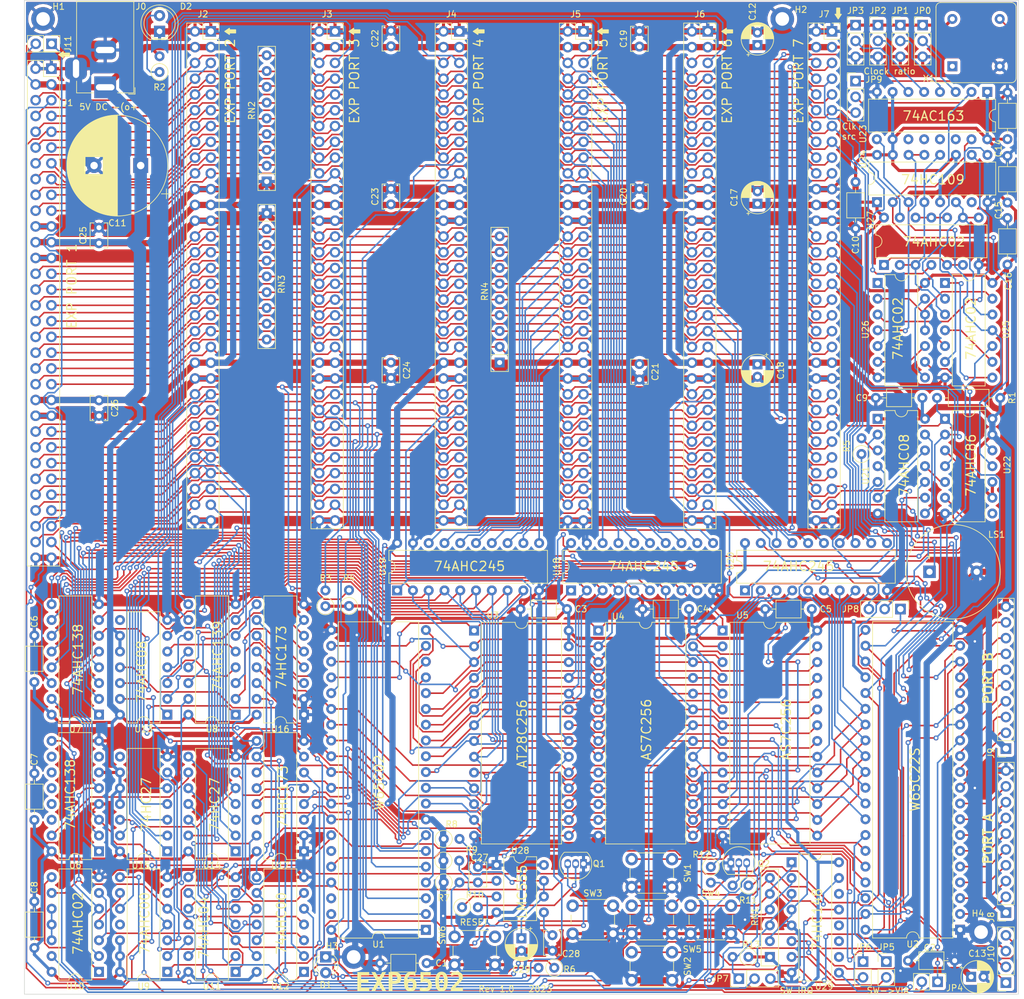
<source format=kicad_pcb>
(kicad_pcb (version 20221018) (generator pcbnew)
  (layers (0 "F.Cu" signal) (31 "B.Cu" signal) (34 "B.Paste" user) (35 "F.Paste" user) (36 "B.SilkS" user "B.Silkscreen") (37 "F.SilkS" user "F.Silkscreen") (38 "B.Mask" user) (39 "F.Mask" user) (44 "Edge.Cuts" user))
  (net 0 "")
  (net 4 "VDD")
  (net 5 "D7")
  (net 6 "D6")
  (net 7 "D5")
  (net 8 "D4")
  (net 9 "D3")
  (net 10 "D2")
  (net 11 "D1")
  (net 12 "D0")
  (net 13 "A15")
  (net 14 "A14")
  (net 15 "A13")
  (net 16 "A12")
  (net 17 "A11")
  (net 18 "A10")
  (net 19 "A9")
  (net 20 "A8")
  (net 21 "A7")
  (net 22 "A6")
  (net 23 "A5")
  (net 24 "A4")
  (net 25 "A3")
  (net 26 "A2")
  (net 27 "A1")
  (net 28 "A0")
  (net 29 "GND")
  (net 30 "VPB")
  (net 31 "RDY")
  (net 32 "PHI1")
  (net 33 "IRQB")
  (net 34 "MLB")
  (net 35 "NMIB")
  (net 36 "SYNC")
  (net 37 "RW")
  (net 38 "EXTCTLB")
  (net 39 "PHI2")
  (net 40 "RSTB")
  (net 42 "Net-(U6-O6)")
  (net 48 "Net-(U6-O0)")
  (net 49 "Net-(U7-E3)")
  (net 50 "IO7B")
  (net 51 "IO6B")
  (net 52 "IO5B")
  (net 53 "IO4B")
  (net 54 "IO3B")
  (net 55 "IO2B")
  (net 56 "TFTB")
  (net 57 "VIAB")
  (net 58 "Net-(U8A-E)")
  (net 59 "/AddressDecoding/LB0")
  (net 60 "/AddressDecoding/LB1")
  (net 61 "Net-(U8A-O0)")
  (net 62 "Net-(U8A-O1)")
  (net 63 "EXTL0B")
  (net 64 "EXTL1B")
  (net 65 "EXTH1B")
  (net 66 "EXTH0B")
  (net 67 "Net-(U8B-O1)")
  (net 68 "Net-(U8B-O0)")
  (net 69 "/AddressDecoding/HB1")
  (net 70 "/AddressDecoding/HB0")
  (net 71 "Net-(U8B-E)")
  (net 72 "Net-(U11-Pad2)")
  (net 73 "IOHB")
  (net 74 "Net-(U10-Pad4)")
  (net 75 "LORAMB")
  (net 76 "/AddressDecoding/RIO")
  (net 77 "Net-(U11-Pad5)")
  (net 78 "/AddressDecoding/CTLREGB")
  (net 79 "Net-(U11-Pad10)")
  (net 80 "Net-(U12-Pad1)")
  (net 81 "Net-(U12-Pad2)")
  (net 82 "Net-(U12-Pad3)")
  (net 83 "Net-(U12-Pad4)")
  (net 84 "Net-(U12-Pad5)")
  (net 85 "Net-(U12-Pad6)")
  (net 86 "WRAMB")
  (net 87 "WTFTB")
  (net 88 "ROMB")
  (net 89 "HIRAMB")
  (net 91 "Net-(U16-Mr)")
  (net 92 "AE15")
  (net 93 "AE14")
  (net 94 "AE13")
  (net 95 "AE12")
  (net 96 "AE11")
  (net 97 "AE10")
  (net 98 "AE9")
  (net 99 "AE8")
  (net 100 "AE7")
  (net 101 "DE7")
  (net 102 "AE6")
  (net 103 "DE6")
  (net 104 "AE5")
  (net 105 "DE5")
  (net 106 "AE4")
  (net 107 "DE4")
  (net 108 "AE3")
  (net 109 "DE3")
  (net 110 "AE2")
  (net 111 "DE2")
  (net 112 "AE1")
  (net 113 "DE1")
  (net 114 "AE0")
  (net 115 "DE0")
  (net 116 "CLKOSC")
  (net 117 "CLKDIV")
  (net 118 "IRQEXTB")
  (net 119 "EXTCLK")
  (net 120 "CA1")
  (net 121 "CA2")
  (net 122 "CB1")
  (net 123 "CB2")
  (net 125 "Net-(U10-Pad1)")
  (net 126 "Net-(U10-Pad10)")
  (net 127 "RWB")
  (net 128 "Net-(U20-A->B)")
  (net 129 "Net-(U20-CE)")
  (net 130 "Net-(U21-Pad12)")
  (net 131 "Net-(U21-Pad13)")
  (net 132 "Net-(U21-Pad11)")
  (net 134 "CPULED")
  (net 135 "CPUSPK")
  (net 136 "SELCLK")
  (net 137 "Net-(U23-~{PE})")
  (net 138 "Net-(U23-TC)")
  (net 140 "Net-(JP1-C)")
  (net 141 "Net-(JP2-C)")
  (net 142 "Net-(JP3-C)")
  (net 147 "Net-(U24A-Q)")
  (net 149 "Net-(U24B-~{Q})")
  (net 150 "Net-(U24B-Q)")
  (net 151 "Net-(U24B-J)")
  (net 152 "Net-(U25-Pad1)")
  (net 153 "Net-(U25-Pad4)")
  (net 154 "Net-(U25-Pad13)")
  (net 155 "Net-(U26-Pad1)")
  (net 156 "Net-(U26-Pad10)")
  (net 157 "Net-(U26-Pad13)")
  (net 158 "Net-(U27-Pad1)")
  (net 159 "Net-(U27-Pad10)")
  (net 160 "Net-(JP0-C)")
  (net 161 "Net-(J8-Pin_2)")
  (net 162 "Net-(J8-Pin_3)")
  (net 163 "Net-(J8-Pin_4)")
  (net 164 "Net-(J8-Pin_5)")
  (net 165 "Net-(J8-Pin_6)")
  (net 166 "Net-(J8-Pin_7)")
  (net 167 "Net-(J8-Pin_8)")
  (net 168 "Net-(J8-Pin_9)")
  (net 169 "Net-(J9-Pin_2)")
  (net 170 "Net-(J9-Pin_3)")
  (net 171 "Net-(J9-Pin_4)")
  (net 172 "Net-(J9-Pin_5)")
  (net 173 "Net-(J9-Pin_6)")
  (net 174 "Net-(J9-Pin_7)")
  (net 175 "Net-(J9-Pin_8)")
  (net 176 "Net-(J9-Pin_9)")
  (net 177 "Net-(U28-TR)")
  (net 178 "Net-(U28-CV)")
  (net 179 "Net-(Q1-G)")
  (net 180 "Net-(U28-DIS)")
  (net 181 "Net-(U28-Q)")
  (net 182 "Net-(D1-A)")
  (net 183 "Net-(JP4-B)")
  (net 184 "Net-(JP5-B)")
  (net 185 "Net-(JP6-B)")
  (net 186 "Net-(JP7-C)")
  (net 187 "Net-(JP8-C)")
  (net 188 "Net-(Q2-G)")
  (net 189 "Net-(U29-EO)")
  (net 194 "Net-(RN1-R1)")
  (net 195 "Net-(RN1-R2)")
  (net 196 "Net-(RN1-R3)")
  (net 197 "Net-(RN1-R4)")
  (net 198 "Net-(RN1-R5)")
  (net 199 "Net-(U2-~{IRQ})")
  (net 200 "Net-(D2-A)")
  (net 201 "Net-(JP9-A)")
  (net 202 "Net-(JP9-C)")
  (net 204 "Net-(LS1-Pad1)")
  (net 205 "Net-(R5-Pad2)")
  (footprint "Resistor_THT:R_Axial_DIN0207_L6.3mm_D2.5mm_P2.54mm_Vertical" (layer "F.Cu") (at 21.75 11.545 90)
    (fp_text reference "R2")
    (fp_text value "1k")
  )
  (footprint "Package_DIP:DIP-14_W7.62mm" (layer "F.Cu") (at 23 137 180)
    (fp_text reference "U15")
    (fp_text value "74LS27")
  )
  (footprint "Connector_PinSocket_2.54mm:PinSocket_2x01_P2.54mm_Vertical" (layer "F.Cu") (at 4.365 7)
    (fp_text reference "J11")
    (fp_text value "Conn_02x01")
  )
  (footprint "Package_DIP:DIP-28_W15.24mm" (layer "F.Cu") (at 112.385 101.46)
    (fp_text reference "U5")
    (fp_text value "CY62256-70PC" hide)
  )
  (footprint "Package_DIP:DIP-28_W15.24mm" (layer "F.Cu") (at 72.385 101.46)
    (fp_text reference "U3")
    (fp_text value "28C256")
  )
  (footprint "Connector_PinSocket_2.54mm:PinSocket_2x32_P2.54mm_Vertical" (layer "F.Cu") (at 70 5)
    (fp_text reference "J4")
    (fp_text value "Conn_02x32_Odd_Even")
  )
  (footprint "Connector_PinSocket_2.54mm:PinSocket_2x32_P2.54mm_Vertical" (layer "F.Cu") (at 110 5)
    (fp_text reference "J6")
    (fp_text value "Conn_02x32_Odd_Even")
  )
  (footprint "Package_DIP:DIP-14_W7.62mm" (layer "F.Cu") (at 34 156.4 180)
    (fp_text reference "U11")
    (fp_text value "74AHC04")
  )
  (footprint "Package_DIP:DIP-40_W15.24mm" (layer "F.Cu") (at 64.625 149.64 180)
    (fp_text reference "U1")
    (fp_text value "W65C02SxP")
  )
  (footprint "Resistor_THT:R_Axial_DIN0207_L6.3mm_D2.5mm_P2.54mm_Vertical" (layer "F.Cu") (at 134.75 73.04 90)
    (fp_text reference "R5")
    (fp_text value "470")
  )
  (footprint "Package_DIP:DIP-16_W7.62mm" (layer "F.Cu") (at 123.5 138.76)
    (fp_text reference "U29")
    (fp_text value "74LS148")
  )
  (footprint "Package_DIP:DIP-40_W15.24mm" (layer "F.Cu") (at 150.625 149.62 180)
    (fp_text reference "U2")
    (fp_text value "W65C22SxP")
  )
  (footprint "Capacitor_THT:C_Disc_D3.8mm_W2.6mm_P2.50mm" (layer "F.Cu") (at 12 39.1 90)
    (fp_text reference "C25")
    (fp_text value "100n")
  )
  (footprint "MountingHole:MountingHole_2.2mm_M2_DIN965_Pad" (layer "F.Cu") (at 122 3)
    (fp_text reference "H2")
    (fp_text value "MountingHole_Pad")
  )
  (footprint "Package_DIP:DIP-14_W7.62mm" (layer "F.Cu") (at 138.375 42.6 90)
    (fp_text reference "U27")
    (fp_text value "74HC02")
  )
  (footprint "Capacitor_THT:C_Axial_L3.8mm_D2.6mm_P7.50mm_Horizontal" (layer "F.Cu") (at 87.35 98 180)
    (fp_text reference "C3")
    (fp_text value "100n")
  )
  (footprint "Resistor_THT:R_Axial_DIN0207_L6.3mm_D2.5mm_P2.54mm_Vertical" (layer "F.Cu") (at 116.545 154 180)
    (fp_text reference "R13")
    (fp_text value "10k")
  )
  (footprint "Capacitor_THT:C_Axial_L3.8mm_D2.6mm_P7.50mm_Horizontal" (layer "F.Cu") (at 1.6 152.55 90)
    (fp_text reference "C8")
    (fp_text value "100n")
  )
  (footprint "Resistor_THT:R_Axial_DIN0207_L6.3mm_D2.5mm_P2.54mm_Vertical" (layer "F.Cu") (at 67.455 138.5)
    (fp_text reference "R9")
    (fp_text value "10k")
  )
  (footprint "Connector_PinHeader_2.54mm:PinHeader_1x03_P2.54mm_Vertical" (layer "F.Cu") (at 133.8 4)
    (fp_text reference "JP3")
    (fp_text value "Jumper_3_Bridged12")
  )
  (footprint "Capacitor_THT:C_Disc_D3.8mm_W2.6mm_P2.50mm" (layer "F.Cu") (at 99 58.55 -90)
    (fp_text reference "C21")
    (fp_text value "100n")
  )
  (footprint "Connector_PinSocket_2.54mm:PinSocket_2x32_P2.54mm_Vertical" (layer "F.Cu") (at 130 5)
    (fp_text reference "J7")
    (fp_text value "Conn_02x32_Odd_Even")
  )
  (footprint "Resistor_THT:R_Axial_DIN0207_L6.3mm_D2.5mm_P2.54mm_Vertical" (layer "F.Cu") (at 67.5 135)
    (fp_text reference "R8")
    (fp_text value "47k")
  )
  (footprint "Capacitor_THT:CP_Radial_D5.0mm_P2.00mm" (layer "F.Cu") (at 152.4 157.2)
    (fp_text reference "C13")
    (fp_text value "10u")
  )
  (footprint "Package_DIP:DIP-14_W7.62mm" (layer "F.Cu") (at 148.2 45.5)
    (fp_text reference "U25")
    (fp_text value "74HC02")
  )
  (footprint "Resistor_THT:R_Array_SIP9" (layer "F.Cu") (at 76.5 58.31 90)
    (fp_text reference "RN4")
    (fp_text value "R_Network08_US")
  )
  (footprint "Package_DIP:DIP-20_W7.62mm" (layer "F.Cu") (at 60 95 90)
    (fp_text reference "U19")
    (fp_text value "74HC245")
  )
  (footprint "Connector_PinSocket_2.54mm:PinSocket_2x32_P2.54mm_Vertical" (layer "F.Cu") (at 30 5)
    (fp_text reference "J2")
    (fp_text value "Conn_02x32_Odd_Even")
  )
  (footprint "Capacitor_THT:C_Axial_L3.8mm_D2.6mm_P7.50mm_Horizontal" (layer "F.Cu") (at 142.25 154.6)
    (fp_text reference "C2")
    (fp_text value "100n")
  )
  (footprint "Resistor_THT:R_Axial_DIN0207_L6.3mm_D2.5mm_P2.54mm_Vertical" (layer "F.Cu") (at 85.295 155.75 180)
    (fp_text reference "R6")
    (fp_text value "1k")
  )
  (footprint "Capacitor_THT:C_Disc_D3.8mm_W2.6mm_P2.50mm" (layer "F.Cu") (at 73 142 90)
    (fp_text reference "C27")
    (fp_text value "100n")
  )
  (footprint "MountingHole:MountingHole_2.2mm_M2_DIN965_Pad" (layer "F.Cu") (at 53 154)
    (fp_text reference "H3")
    (fp_text value "MountingHole_Pad" hide)
  )
  (footprint "Connector_PinSocket_2.54mm:PinSocket_2x32_P2.54mm_Vertical" (layer "F.Cu") (at 90 5)
    (fp_text reference "J5")
    (fp_text value "Conn_02x32_Odd_Even")
  )
  (footprint "Capacitor_THT:C_Axial_L3.8mm_D2.6mm_P7.50mm_Horizontal" (layer "F.Cu") (at 133.8 29.25 -90)
    (fp_text reference "C10")
    (fp_text value "100n")
  )
  (footprint "Connector_PinHeader_2.54mm:PinHeader_1x03_P2.54mm_Vertical" (layer "F.Cu") (at 137.4 4)
    (fp_text reference "JP2")
    (fp_text value "Jumper_3_Bridged12")
  )
  (footprint "Package_DIP:DIP-14_W7.62mm" (layer "F.Cu") (at 12 156.4 180)
    (fp_text reference "U10")
    (fp_text value "74HC02")
  )
  (footprint "MountingHole:MountingHole_2.2mm_M2_DIN965_Pad" (layer "F.Cu") (at 3 3)
    (fp_text reference "H1")
    (fp_text value "MountingHole_Pad")
  )
  (footprint "Package_TO_SOT_THT:TO-92_Inline" (layer "F.Cu") (at 90 139 180)
    (fp_text reference "Q1")
    (fp_text value "2N7000")
  )
  (footprint "Capacitor_THT:C_Axial_L3.8mm_D2.6mm_P7.50mm_Horizontal" (layer "F.Cu") (at 158.25 42.55 90)
    (fp_text reference "C16")
    (fp_text value "100n")
  )
  (footprint "Capacitor_THT:C_Disc_D3.8mm_W2.6mm_P2.50mm" (layer "F.Cu") (at 99 7.45 90)
    (fp_text reference "C19")
    (fp_text value "100n")
  )
  (footprint "Capacitor_THT:C_Axial_L3.8mm_D2.6mm_P7.50mm_Horizontal" (layer "F.Cu") (at 158.25 22.35 90)
    (fp_text reference "C14")
    (fp_text value "100n")
  )
  (footprint "Capacitor_THT:C_Axial_L3.8mm_D2.6mm_P7.50mm_Horizontal" (layer "F.Cu") (at 64.75 155 180)
    (fp_text reference "C1")
    (fp_text value "100n")
  )
  (footprint "Package_DIP:DIP-16_W7.62mm" (layer "F.Cu") (at 34 115 180)
    (fp_text reference "U8")
    (fp_text value "74LS139")
  )
  (footprint "Resistor_THT:R_Axial_DIN0207_L6.3mm_D2.5mm_P2.54mm_Vertical" (layer "F.Cu") (at 52.25 97.5 90)
    (fp_text reference "R4")
    (fp_text value "10k")
  )
  (footprint "Connector_PinHeader_2.54mm:PinHeader_1x02_P2.54mm_Vertical" (layer "F.Cu") (at 135 154.75)
    (fp_text reference "JP6")
    (fp_text value "Jumper_2_Bridged" hide)
  )
  (footprint "Package_DIP:DIP-14_W7.62mm" (layer "F.Cu") (at 137.35 67.375)
    (fp_text reference "U21")
    (fp_text value "74LS08")
  )
  (footprint "Button_Switch_THT:SW_PUSH_6mm" (layer "F.Cu") (at 97.75 145.75)
    (fp_text reference "SW5")
    (fp_text value "SW_Push")
  )
  (footprint "Package_DIP:DIP-16_W7.62mm" (layer "F.Cu") (at 155 14.75 -90)
    (fp_text reference "U23")
    (fp_text value "74LS163")
  )
  (footprint "Connector_PinHeader_2.54mm:PinHeader_1x02_P2.54mm_Vertical" (layer "F.Cu") (at 138.75 154.75)
    (fp_text reference "JP5")
    (fp_text value "Jumper_2_Bridged" hide)
  )
  (footprint "Resistor_THT:R_Array_SIP6" (layer "F.Cu") (at 120 154 90)
    (fp_text reference "RN1")
    (fp_text value "R_Network05_US")
  )
  (footprint "Capacitor_THT:CP_Radial_D5.0mm_P2.00mm" (layer "F.Cu") (at 80 151 -90)
    (fp_text reference "C29")
    (fp_text value "4.7u")
  )
  (footprint "Resistor_THT:R_Axial_DIN0207_L6.3mm_D2.5mm_P2.54mm_Vertical" (layer "F.Cu") (at 116.545 142.5 180)
    (fp_text reference "R11")
    (fp_text value "1k")
  )
  (footprint "Capacitor_THT:C_Disc_D3.8mm_W2.6mm_P2.50mm" (layer "F.Cu") (at 12 64.4 -90)
    (fp_text reference "C26")
    (fp_text value "100n")
  )
  (footprint "Package_DIP:DIP-8_W7.62mm" (layer "F.Cu") (at 76 139.2)
    (fp_text reference "U28")
    (fp_text value "LMC555xN")
  )
  (footprint "Resistor_THT:R_Axial_DIN0207_L6.3mm_D2.5mm_P2.54mm_Vertical" (layer "F.Cu") (at 67.5 142)
    (fp_text reference "R7")
    (fp_text value "1M")
  )
  (footprint "Connector_PinHeader_2.54mm:PinHeader_1x03_P2.54mm_Vertical" (layer "F.Cu") (at 133.8 13)
    (fp_text reference "JP9")
    (fp_text value "Jumper_3_Bridged12")
  )
  (footprint "Capacitor_THT:C_Axial_L3.8mm_D2.6mm_P7.50mm_Horizontal" (layer "F.Cu") (at 158.25 32.55 90)
    (fp_text reference "C15")
    (fp_text value "100n")
  )
  (footprint "Connector_PinSocket_2.54mm:PinSocket_2x32_P2.54mm_Vertical" (layer "F.Cu") (at 4.34 11)
    (fp_text reference "J1")
    (fp_text value "Conn_02x32_Odd_Even")
  )
  (footprint "Connector_PinSocket_2.54mm:PinSocket_1x04_P2.54mm_Vertical" (layer "F.Cu") (at 158 158.14 180)
    (fp_text reference "J10")
    (fp_text value "Conn_01x04")
  )
  (footprint "Capacitor_THT:C_Disc_D3.8mm_W2.6mm_P2.50mm" (layer "F.Cu") (at 59 7.4 90)
    (fp_text reference "C22")
    (fp_text value "100n")
  )
  (footprint "Connector_PinHeader_2.54mm:PinHeader_1x03_P2.54mm_Vertical" (layer "F.Cu") (at 115 157.5 90)
    (fp_text reference "JP7")
    (fp_text value "Jumper_3_Bridged12" hide)
  )
  (footprint "Capacitor_THT:CP_Radial_D5.0mm_P2.00mm" (layer "F.Cu") (at 118 7.2 90)
    (fp_text reference "C12")
    (fp_text value "10u")
  )
  (footprint "Package_DIP:DIP-14_W7.62mm" (layer "F.Cu") (at 23 115 180)
    (fp_text reference "U13")
    (fp_text value "74LS08")
  )
  (footprint "MountingHole:MountingHole_2.2mm_M2_DIN965_Pad" (layer "F.Cu") (at 154 150)
    (fp_text reference "H4")
    (fp_text value "MountingHole_Pad")
  )
  (footprint "Resistor_THT:R_Axial_DIN0207_L6.3mm_D2.5mm_P2.54mm_Vertical" (layer "F.Cu") (at 70.455 146)
    (fp_text reference "R10")
    (fp_text value "1k")
  )
  (footprint "Package_DIP:DIP-16_W7.62mm" (layer "F.Cu") (at 45 137 180)
    (fp_text reference "U17")
    (fp_text value "74LS173")
  )
  (footprint "Button_Switch_THT:SW_PUSH_6mm" (layer "F.Cu") (at 107.25 145.75)
    (fp_text reference "SW4")
    (fp_text value "SW_Push")
  )
  (footprint "Connector_PinHeader_2.54mm:PinHeader_1x03_P2.54mm_Vertical" (layer "F.Cu") (at 141 4)
    (fp_text reference "JP1")
    (fp_text value "Jumper_3_Bridged12")
  )
  (footprint "Package_DIP:DIP-16_W7.62mm" (layer "F.Cu") (at 12 115 180)
    (fp_text reference "U7")
    (fp_text value "74LS138")
  )
  (footprint "Package_DIP:DIP-14_W7.62mm" (layer "F.Cu") (at 148.2 67.375)
    (fp_text reference "U22")
    (fp_text value "74LS86")
  )
  (footprint "Buzzer_Beeper:Buzzer_15x7.5RM7.6" (layer "F.Cu") (at 145.7 92)
    (fp_text reference "LS1")
    (fp_text value "Speaker")
  )
  (footprint "Button_Switch_THT:SW_PUSH_6mm" (layer "F.Cu") (at 88.25 145.75)
    (fp_text reference "SW3")
    (fp_text value "SW_Push")
  )
  (footprint "Connector_PinSocket_2.54mm:PinSocket_1x10_P2.54mm_Vertical" (layer "F.Cu") (at 158 146.86 180)
    (fp_text reference "J8")
    (fp_text value "Conn_01x10")
  )
  (footprint "Capacitor_THT:CP_Radial_D5.0mm_P2.00mm" (layer "F.Cu") (at 118 32.755113 90)
    (fp_text reference "C17")
    (fp_text value "10u")
  )
  (footprint "Resistor_THT:R_Array_SIP9" (layer "F.Cu") (at 39 34.29 -90)
    (fp_text reference "RN3")
    (fp_text value "R_Network08_US")
  )
  (footprint "Connector_PinHeader_2.54mm:PinHeader_1x02_P2.54mm_Vertical" (layer "F.Cu") (at 147 158 -90)
    (fp_text reference "JP4")
    (fp_text value "Jumper_2_Bridged" hide)
  )
  (footprint "Package_DIP:DIP-14_W7.62mm" (layer "F.Cu") (at 23 156.4 180)
    (fp_text reference "U9")
    (fp_text value "74HC00")
  )
  (footprint "Capacitor_THT:C_Disc_D3.8mm_W2.6mm_P2.50mm" (layer "F.Cu") (at 85 150.5 -90)
    (fp_text reference "C28")
    (fp_text value "10n")
  )
  (footprint "Capacitor_THT:C_Axial_L3.8mm_D2.6mm_P7.50mm_Horizontal" (layer "F.Cu") (at 1.6 131.95 90)
    (fp_text reference "C7")
    (fp_text value "100n")
  )
  (footprint "Capacitor_THT:C_Disc_D3.8mm_W2.6mm_P2.50mm" (layer "F.Cu") (at 99 32.85 90)
    (fp_text reference "C20")
    (fp_text value "100n")
  )
  (footprint "Package_DIP:DIP-20_W7.62mm" (layer "F.Cu") (at 116 95 90)
    (fp_text reference "U20")
    (fp_text value "74HC245")
  )
  (footprint "Package_TO_SOT_THT:TO-92_Inline" (layer "F.Cu") (at 113.73 138.86)
    (fp_text reference "Q2")
    (fp_text value "2N7000")
  )
  (footprint "Package_DIP:DIP-14_W7.62mm" (layer "F.Cu") (at 34 137 180)
    (fp_text reference "U14")
    (fp_text value "74LS27")
  )
  (footprint "Connector_PinHeader_2.54mm:PinHeader_1x03_P2.54mm_Vertical" (layer "F.Cu") (at 141.025 98 -90)
    (fp_text reference "JP8")
    (fp_text value "Jumper_3_Bridged12")
  )
  (footprint "Button_Switch_THT:SW_PUSH_6mm" (layer "F.Cu") (at 97.75 153.25)
    (fp_text reference "SW2")
    (fp_text value "SW_Push")
  )
  (footprint "Package_DIP:DIP-16_W7.62mm" (layer "F.Cu") (at 137.25 32.5 90)
    (fp_text reference "U24")
    (fp_text value "74LS109")
  )
  (footprint "Capacitor_THT:CP_Radial_D5.0mm_P2.00mm" (layer "F.Cu") (at 118 58.6 -90)
    (fp_text reference "C18")
    (fp_text value "10u")
  )
  (footprint "Capacitor_THT:C_Disc_D3.8mm_W2.6mm_P2.50mm" (layer "F.Cu") (at 59 32.85 90)
    (fp_text reference "C23")
    (fp_text value "100n")
  )
  (footprint "Capacitor_THT:C_Axial_L3.8mm_D2.6mm_P7.50mm_Horizontal" (layer "F.Cu") (at 1.6 109.75 90)
    (fp_text reference "C6")
    (fp_text value "100n")
  )
  (footprint "Button_Switch_THT:SW_PUSH_6mm" (layer "F.Cu") (at 97.75 138.25)
    (fp_text reference "SW1")
    (fp_text value "SW_Push")
  )
  (footprint "Resistor_THT:R_Axial_DIN0207_L6.3mm_D2.5mm_P2.54mm_Vertical" (layer "F.Cu") (at 110.5 139.5 -90)
    (fp_text reference "R12")
    (fp_text value "10k")
  )
  (footprint "Capacitor_THT:C_Axial_L3.8mm_D2.6mm_P7.50mm_Horizontal" (layer "F.Cu") (at 144.55 64 180)
    (fp_text reference "C9")
    (fp_text value "100n")
  )
  (footprint "Connector_PinSocket_2.54mm:PinSocket_2x32_P2.54mm_Vertical" (layer "F.Cu") (at 50 5)
    (fp_text reference "J3")
    (fp_text value "Conn_02x32_Odd_Even")
  )
  (footprint "Package_DIP:DIP-16_W7.62mm" (layer "F.Cu") (at 45 115 180)
    (fp_text reference "U16")
    (fp_text value "74LS173")
  )
  (footprint "Package_DIP:DIP-14_W7.62mm" (layer "F.Cu") (at 137.35 45.5)
    (fp_text reference "U26")
    (fp_text value "74HC02")
  )
  (footprint "Resistor_THT:R_Array_SIP9" (layer "F.Cu") (at 39 29.17 90)
    (fp_text reference "RN2")
    (fp_text value "R_Network08_US")
  )
  (footprint "LED_THT:LED_D3.0mm" (layer "F.Cu") (at 48.5 154 -90)
    (fp_text reference "D1")
    (fp_text value "LED")
  )
  (footprint "Resistor_THT:R_Axial_DIN0207_L6.3mm_D2.5mm_P10.16mm_Horizontal" (layer "F.Cu") (at 157.08 64 180)
    (fp_text reference "R1")
    (fp_text value "10k")
  )
  (footprint "Package_DIP:DIP-28_W15.24mm" (layer "F.Cu") (at 92.385 101.46)
    (fp_text reference "U4")
    (fp_text value "CY62256-70PC")
  )
  (footprint "Connector_PinSocket_2.54mm:PinSocket_1x10_P2.54mm_Vertical" (layer "F.Cu") (at 158 120.46 180)
    (fp_text reference "J9")
    (fp_text value "Conn_01x10")
  )
  (footprint "Oscillator:Oscillator_DIP-8" (layer "F.Cu") (at 149.38 10.62)
    (fp_text reference "X1")
    (fp_text value "TFT660")
  )
  (footprint "Capacitor_THT:C_Axial_L3.8mm_D2.6mm_P7.50mm_Horizontal" (layer "F.Cu") (at 126.75 98 180)
    (fp_text reference "C5")
    (fp_text value "100n")
  )
  (footprint "Package_DIP:DIP-20_W7.62mm" (layer "F.Cu") (at 88 95 90)
    (fp_text reference "U18")
    (fp_text value "74HC245")
  )
  (footprint "LED_THT:LED_D5.0mm" (layer "F.Cu") (at 21.75 5 90)
    (fp_text reference "D2")
    (fp_text value "LED")
  )
  (footprint "Capacitor_THT:C_Axial_L3.8mm_D2.6mm_P7.50mm_Horizontal" (layer "F.Cu") (at 107 98 180)
    (fp_text reference "C4")
    (fp_text value "100n")
  )
  (footprint "Package_DIP:DIP-14_W7.62mm" (layer "F.Cu") (at 45 156.4 180)
    (fp_text reference "U12")
    (fp_text value "74HC00")
  )
  (footprint "Connector_BarrelJack:BarrelJack_Horizontal" (layer "F.Cu") (at 13 14 -90)
    (fp_text reference "J0")
    (fp_text value "Barrel_Jack_Switch")
  )
  (footprint "Capacitor_THT:CP_Radial_D16.0mm_P7.50mm" (layer "F.Cu") (at 18.712755 26.6 180)
    (fp_text reference "C11")
    (fp_text value "2200u")
  )
  (footprint "Connector_PinHeader_2.54mm:PinHeader_1x03_P2.54mm_Vertical" (layer "F.Cu") (at 144.6 4)
    (fp_text reference "JP0")
    (fp_text value "Jumper_3_Bridged12")
  )
  (footprint "Package_DIP:DIP-16_W7.62mm" (layer "F.Cu") (at 12 137 180)
    (fp_text reference "U6")
    (fp_text value "74LS138")
  )
  (footprint "Capacitor_THT:C_Disc_D3.8mm_W2.6mm_P2.50mm" (layer "F.Cu") (at 59 58.3 -90)
    (fp_text reference "C24")
    (fp_text value "100n")
  )
  (footprint "Button_Switch_THT:SW_PUSH_6mm" (layer "F.Cu") (at 75.75 155.25 180)
    (fp_text reference "SW6")
    (fp_text value "SW_Push")
  )
  (footprint "Resistor_THT:R_Axial_DIN0207_L6.3mm_D2.5mm_P2.54mm_Vertical" (layer "F.Cu") (at 48.45 97.54 90)
    (fp_text reference "R3")
    (fp_text value "10k")
  )
  (gr_poly (pts (xy 93 5.25) (xy 93 5.5) (xy 92.25 5) (xy 93 4.5) (xy 93 4.75) (xy 94 4.75) (xy 94 5.25)) (stroke (width 0.15)) (fill solid) (layer "F.SilkS"))
  (gr_poly (pts (xy 113 5.25) (xy 113 5.5) (xy 112.25 5) (xy 113 4.5) (xy 113 4.75) (xy 114 4.75) (xy 114 5.25)) (stroke (width 0.15)) (fill solid) (layer "F.SilkS"))
  (gr_poly (pts (xy 73 5.25) (xy 73 5.5) (xy 72.25 5) (xy 73 4.5) (xy 73 4.75) (xy 74 4.75) (xy 74 5.25)) (stroke (width 0.15)) (fill solid) (layer "F.SilkS"))
  (gr_poly (pts (xy 33 5.25) (xy 33 5.5) (xy 32.25 5) (xy 33 4.5) (xy 33 4.75) (xy 34 4.75) (xy 34 5.25)) (stroke (width 0.15)) (fill solid) (layer "F.SilkS"))
  (gr_poly (pts (xy 6.25 9) (xy 6.25 9.25) (xy 5.5 8.75) (xy 6.25 8.25) (xy 6.25 8.5) (xy 7.25 8.5) (xy 7.25 9)) (stroke (width 0.15)) (fill solid) (layer "F.SilkS"))
  (gr_poly (pts (xy 131.25 2.25) (xy 131.5 2.25) (xy 131 3) (xy 130.5 2.25) (xy 130.75 2.25) (xy 130.75 1.25) (xy 131.25 1.25)) (stroke (width 0.15)) (fill solid) (layer "F.SilkS"))
  (gr_poly (pts (xy 53 5.25) (xy 53 5.5) (xy 52.25 5) (xy 53 4.5) (xy 53 4.75) (xy 54 4.75) (xy 54 5.25)) (stroke (width 0.15)) (fill solid) (layer "F.SilkS"))
  (gr_rect (start 0 0) (end 160 160) (stroke (width 0.1)) (fill none) (layer "Edge.Cuts"))
  (gr_text "74AHC02" (at 141.25 39.75) (layer "F.SilkS") (effects (font (size 1.5 1.5) (thickness 0.2)) (justify left bottom)))
  (gr_text "EXP PORT 5" (at 94 20 90) (layer "F.SilkS") (effects (font (size 1.5 1.5) (thickness 0.2)) (justify left bottom)))
  (gr_text "LMC555" (at 81 148 90) (layer "F.SilkS") (effects (font (size 1.5 1.5) (thickness 0.2)) (justify left bottom)))
  (gr_text "74AC163" (at 141.25 19.5) (layer "F.SilkS") (effects (font (size 1.5 1.5) (thickness 0.2)) (justify left bottom)))
  (gr_text "Rev 1.0   2023" (at 73 159.75) (layer "F.SilkS") (effects (font (size 1 1)) (justify left bottom)))
  (gr_text "74AHC02" (at 9.5 153.75 90) (layer "F.SilkS") (effects (font (size 1.5 1.5) (thickness 0.2)) (justify left bottom)))
  (gr_text "74AHC245" (at 65.75 92) (layer "F.SilkS") (effects (font (size 1.5 1.5) (thickness 0.2)) (justify left bottom)))
  (gr_text "PORT A" (at 156 139.25 90) (layer "F.SilkS") (effects (font (size 1.5 1.5) (thickness 0.3) bold) (justify left bottom)))
  (gr_text "EXP PORT 4" (at 74 20 90) (layer "F.SilkS") (effects (font (size 1.5 1.5) (thickness 0.2)) (justify left bottom)))
  (gr_text "74AHC08" (at 19.75 113.25 90) (layer "F.SilkS") (effects (font (size 1.5 1.5) (thickness 0.2)) (justify left bottom)))
  (gr_text "W65C02" (at 58 130.5 90) (layer "F.SilkS") (effects (font (size 1.5 1.5) (thickness 0.2)) (justify left bottom)))
  (gr_text "74AHC139" (at 32 111.5 90) (layer "F.SilkS") (effects (font (size 1.5 1.5) (thickness 0.2)) (justify left bottom)))
  (gr_text "SW IRQ" (at 121.5 160) (layer "F.SilkS") (effects (font (size 1 1)) (justify left bottom)))
  (gr_text "74HC148" (at 128.5 153.25 90) (layer "F.SilkS") (effects (font (size 1.5 1.5) (thickness 0.2)) (justify left bottom)))
  (gr_text "74HC109" (at 141 29.75) (layer "F.SilkS") (effects (font (size 1.5 1.5) (thickness 0.2)) (justify left bottom)))
  (gr_text "74AHC86" (at 153.25 80 90) (layer "F.SilkS") (effects (font (size 1.5 1.5) (thickness 0.2)) (justify left bottom)))
  (gr_text "74AHC138" (at 9.5 112 90) (layer "F.SilkS") (effects (font (size 1.5 1.5) (thickness 0.2)) (justify left bottom)))
  (gr_text "74AHC02" (at 153.25 58 90) (layer "F.SilkS") (effects (font (size 1.5 1.5) (thickness 0.2)) (justify left bottom)))
  (gr_text "AS7C256" (at 123.5 122.5 90) (layer "F.SilkS") (effects (font (size 1.5 1.5) (thickness 0.2)) (justify left bottom)))
  (gr_text "74AHC00" (at 20.25 153.75 90) (layer "F.SilkS") (effects (font (size 1.5 1.5) (thickness 0.2)) (justify left bottom)))
  (gr_text "EXP6502" (at 53.25 160) (layer "F.SilkS") (effects (font (size 3 3) (thickness 0.3) bold) (justify left bottom)))
  (gr_text "AT28C256" (at 81 123.75 90) (layer "F.SilkS") (effects (font (size 1.5 1.5) (thickness 0.2)) (justify left bottom)))
  (gr_text "RESET" (at 70 149) (layer "F.SilkS") (effects (font (size 1 1)) (justify left bottom)))
  (gr_text "74AHC08" (at 142.5 80 90) (layer "F.SilkS") (effects (font (size 1.5 1.5) (thickness 0.2)) (justify left bottom)))
  (gr_text "74AHC00" (at 42.25 153.75 90) (layer "F.SilkS") (effects (font (size 1.5 1.5) (thickness 0.2)) (justify left bottom)))
  (gr_text "EXP PORT 2" (at 34 20 90) (layer "F.SilkS") (effects (font (size 1.5 1.5) (thickness 0.2)) (justify left bottom)))
  (gr_text "74HC173" (at 42.25 111 90) (layer "F.SilkS") (effects (font (size 1.5 1.5) (thickness 0.2)) (justify left bottom)))
  (gr_text "EXP PORT 6" (at 114 20 90) (layer "F.SilkS") (effects (font (size 1.5 1.5) (thickness 0.2)) (justify left bottom)))
  (gr_text "SW->VIA" (at 135.5 160) (layer "F.SilkS") (effects (font (size 1 1)) (justify left bottom)))
  (gr_text "74HC27" (at 31.5 134 90) (layer "F.SilkS") (effects (font (size 1.5 1.5) (thickness 0.2)) (justify left bottom)))
  (gr_text "74HC27" (at 20.5 134 90) (layer "F.SilkS") (effects (font (size 1.5 1.5) (thickness 0.2)) (justify left bottom)))
  (gr_text "EXP PORT 3" (at 54 20 90) (layer "F.SilkS") (effects (font (size 1.5 1.5) (thickness 0.2)) (justify left bottom)))
  (gr_text "AS7C256" (at 101 122.5 90) (layer "F.SilkS") (effects (font (size 1.5 1.5) (thickness 0.2)) (justify left bottom)))
  (gr_text "W65C22S" (at 144.25 130.75 90) (layer "F.SilkS") (effects (font (size 1.5 1.5) (thickness 0.2)) (justify left bottom)))
  (gr_text "74AHC138" (at 8.25 133.75 90) (layer "F.SilkS") (effects (font (size 1.5 1.5) (thickness 0.2)) (justify left bottom)))
  (gr_text "74HC173" (at 42.5 133.5 90) (layer "F.SilkS") (effects (font (size 1.5 1.5) (thickness 0.2)) (justify left bottom)))
  (gr_text "EXP PORT 7" (at 125.5 20 90) (layer "F.SilkS") (effects (font (size 1.5 1.5) (thickness 0.2)) (justify left bottom)))
  (gr_text "PORT B" (at 156 113.5 90) (layer "F.SilkS") (effects (font (size 1.5 1.5) (thickness 0.3) bold) (justify left bottom)))
  (gr_text "74AHC245" (at 93.75 92) (layer "F.SilkS") (effects (font (size 1.5 1.5) (thickness 0.2)) (justify left bottom)))
  (gr_text "Clock ratio" (at 135 12) (layer "F.SilkS") (effects (font (size 1 1)) (justify left bottom)))
  (gr_text "EXP PORT 1" (at 8.5 53 90) (layer "F.SilkS") (effects (font (size 1.5 1.5) (thickness 0.2)) (justify left bottom)))
  (gr_text "Clk \nsrc" (at 131.5 22.5) (layer "F.SilkS") (effects (font (size 1 1)) (justify left bottom)))
  (gr_text "74AHC245" (at 118.75 92) (layer "F.SilkS") (effects (font (size 1.5 1.5) (thickness 0.2)) (justify left bottom)))
  (gr_text "5V DC -(o+" (at 8.75 17.75) (layer "F.SilkS") (effects (font (size 1 1)) (justify left bottom)))
  (gr_text "74AHC04" (at 29.75 154.5 90) (layer "F.SilkS") (effects (font (size 1.5 1.5) (thickness 0.2)) (justify left bottom)))
  (gr_text "74AHC02" (at 141.5 58 90) (layer "F.SilkS") (effects (font (size 1.5 1.5) (thickness 0.2)) (justify left bottom)))
  (segment (start 110 7.54) (end 127.46 7.54) (width 1) (layer "F.Cu") (net 4))
  (segment (start 27.63 138.25) (end 36.13 138.25) (width 0.5) (layer "F.Cu") (net 4))
  (segment (start 149.375 100.11) (end 150.625 101.36) (width 0.5) (layer "F.Cu") (net 4))
  (segment (start 87.25 98) (end 85.75 99.5) (width 0.5) (layer "F.Cu") (net 4))
  (segment (start 15.38 115) (end 14.13 116.25) (width 0.5) (layer "F.Cu") (net 4))
  (segment (start 108.875 102.71) (end 126.375 102.71) (width 0.5) (layer "F.Cu") (net 4))
  (segment (start 30 7.54) (end 36.79 7.54) (width 1) (layer "F.Cu") (net 4))
  (segment (start 67.46 58.34) (end 70 58.34) (width 1) (layer "F.Cu") (net 4))
  (segment (start 135.6 46.25) (end 135.6 37.755) (width 0.5) (layer "F.Cu") (net 4))
  (segment (start 16.63 116.25) (end 15.38 115) (width 0.5) (layer "F.Cu") (net 4))
  (segment (start 130 7.54) (end 131.66 7.54) (width 0.5) (layer "F.Cu") (net 4))
  (segment (start 146.22 44.25) (end 154.57 44.25) (width 0.5) (layer "F.Cu") (net 4))
  (segment (start 141.53 20.6) (end 153.23 20.6) (width 0.5) (layer "F.Cu") (net 4))
  (segment (start 14.13 138.25) (end 15.38 137) (width 0.5) (layer "F.Cu") (net 4))
  (segment (start 133.39 100.11) (end 133.5 100) (width 0.5) (layer "F.Cu") (net 4))
  (segment (start 47.46 58.34) (end 50 58.34) (width 1) (layer "F.Cu") (net 4))
  (segment (start 75.2 58.34) (end 76.47 58.34) (width 1) (layer "F.Cu") (net 4))
  (segment (start 144.97 45.5) (end 146.22 44.25) (width 0.5) (layer "F.Cu") (net 4))
  (segment (start 27.63 116.25) (end 36.13 116.25) (width 0.5) (layer "F.Cu") (net 4))
  (segment (start 133.5 100) (end 133.61 100.11) (width 0.5) (layer "F.Cu") (net 4))
  (segment (start 133.61 100.11) (end 149.375 100.11) (width 0.5) (layer "F.Cu") (net 4))
  (segment (start 1.8 64.34) (end 4.34 64.34) (width 1) (layer "F.Cu") (net 4))
  (segment (start 1.8 38.94) (end 4.34 38.94) (width 1) (layer "F.Cu") (net 4))
  (segment (start 67.807968 32.94) (end 67.46 32.94) (width 1) (layer "F.Cu") (net 4))
  (segment (start 155.82 80.075) (end 153.6 77.855) (width 0.5) (layer "F.Cu") (net 4))
  (segment (start 156.6 24) (end 156.6 30.9) (width 0.5) (layer "F.Cu") (net 4))
  (segment (start 36.79 7.54) (end 37.49 6.84) (width 1) (layer "F.Cu") (net 4))
  (segment (start 139.79 24.88) (end 137.25 24.88) (width 0.5) (layer "F.Cu") (net 4))
  (segment (start 132.8 4) (end 133.8 4) (width 0.5) (layer "F.Cu") (net 4))
  (segment (start 128.975 100.11) (end 133.39 100.11) (width 0.5) (layer "F.Cu") (net 4))
  (segment (start 27.46 58.34) (end 21.46 64.34) (width 1) (layer "F.Cu") (net 4))
  (segment (start 47.46 32.94) (end 50 32.94) (width 1) (layer "F.Cu") (net 4))
  (segment (start 132 7.2) (end 132 4.8) (width 0.5) (layer "F.Cu") (net 4))
  (segment (start 76 146.82) (end 75.200001 147.619999) (width 0.5) (layer "F.Cu") (net 4))
  (segment (start 75.2 58.34) (end 76.11 59.25) (width 1) (layer "F.Cu") (net 4))
  (segment (start 50 7.54) (end 67.46 7.54) (width 1) (layer "F.Cu") (net 4))
  (segment (start 48.45 97.54) (end 52.21 97.54) (width 0.5) (layer "F.Cu") (net 4))
  (segment (start 116.545 154) (end 120 154) (width 0.5) (layer "F.Cu") (net 4))
  (segment (start 131.66 7.54) (end 132 7.2) (width 0.5) (layer "F.Cu") (net 4))
  (segment (start 16.63 138.25) (end 25.13 138.25) (width 0.5) (layer "F.Cu") (net 4))
  (segment (start 4.8 14) (end 4.34 13.54) (width 1) (layer "F.Cu") (net 4))
  (segment (start 144.97 45.5) (end 143.72 46.75) (width 0.5) (layer "F.Cu") (net 4))
  (segment (start 148.38 4) (end 149.38 3) (width 0.5) (layer "F.Cu") (net 4))
  (segment (start 87.35 98) (end 87.25 98) (width 0.5) (layer "F.Cu") (net 4))
  (segment (start 41.61 7.54) (end 47.46 7.54) (width 1) (layer "F.Cu") (net 4))
  (segment (start 90 58.34) (end 87.46 58.34) (width 1) (layer "F.Cu") (net 4))
  (segment (start 47.46 58.34) (end 30 58.34) (width 1) (layer "F.Cu") (net 4))
  (segment (start 159.55 41.25) (end 159.55 33.85) (width 0.5) (layer "F.Cu") (net 4))
  (segment (start 132.54 58.34) (end 136.7 62.5) (width 1) (layer "F.Cu") (net 4))
  (segment (start 13 14) (end 4.8 14) (width 1) (layer "F.Cu") (net 4))
  (segment (start 27.46 58.34) (end 29.54 58.34) (width 0.5) (layer "F.Cu") (net 4))
  (segment (start 37.08 31.93) (end 40.66 31.93) (width 1) (layer "F.Cu") (net 4))
  (segment (start 76.12 59.24) (end 77.15 59.24) (width 1) (layer "F.Cu") (net 4))
  (segment (start 4.34 13.54) (end 1.8 13.54) (width 1) (layer "F.Cu") (net 4))
  (segment (start 153.945 65.5) (end 155.82 67.375) (width 1) (layer "F.Cu") (net 4))
  (segment (start 133.8 29.25) (end 133.8 26.2) (width 0.5) (layer "F.Cu") (net 4))
  (segment (start 52.21 97.54) (end 52.25 97.5) (width 0.5) (layer "F.Cu") (net 4))
  (segment (start 126.375 102.71) (end 127.625 101.46) (width 0.5) (layer "F.Cu") (net 4))
  (segment (start 21.46 64.34) (end 4.34 64.34) (width 1) (layer "F.Cu") (net 4))
  (segment (start 14.13 116.25) (end 5.63 116.25) (width 0.5) (layer "F.Cu") (net 4))
  (segment (start 76.53 58.34) (end 76.5 58.31) (width 1) (layer "F.Cu") (net 4))
  (segment (start 135.12 24.88) (end 137.25 24.88) (width 0.5) (layer "F.Cu") (net 4))
  (segment (start 70 7.54) (end 87.46 7.54) (width 1) (layer "F.Cu") (net 4))
  (segment (start 156.6 23.97) (end 156.6 24) (width 0.5) (layer "F.Cu") (net 4))
  (segment (start 110 32.94) (end 107.46 32.94) (width 1) (layer "F.Cu") (net 4))
  (segment (start 130 32.94) (end 132.66 32.94) (width 1) (layer "F.Cu") (net 4))
  (segment (start 89.385 102.71) (end 88.875 102.71) (width 0.5) (layer "F.Cu") (net 4))
  (segment (start 50 32.94) (end 67.46 32.94) (width 1) (layer "F.Cu") (net 4))
  (segment (start 158.25 42.55) (end 159.55 41.25) (width 0.5) (layer "F.Cu") (net 4))
  (segment (start 64.165 131.4) (end 60.61898 131.4) (width 1) (layer "F.Cu") (net 4))
  (segment (start 151.3 156.1) (end 152.4 157.2) (width 1) (layer "F.Cu") (net 4))
  (segment (start 158.25 62.83) (end 157.08 64) (width 0.5) (layer "F.Cu") (net 4))
  (segment (start 20.285 7.54) (end 19.46 7.54) (width 0.5) (layer "F.Cu") (net 4))
  (segment (start 144.97 67.375) (end 146.845 65.5) (width 1) (layer "F.Cu") (net 4))
  (segment (start 147.43 27.4) (end 149.95 24.88) (width 0.5) (layer "F.Cu") (net 4))
  (segment (start 132.66 32.94) (end 133.8 31.8) (width 1) (layer "F.Cu") (net 4))
  (segment (start 139.76 22.37) (end 141.53 20.6) (width 0.5) (layer "F.Cu") (net 4))
  (segment (start 40.91 6.84) (end 41.61 7.54) (width 1) (layer "F.Cu") (net 4))
  (segment (start 27.46 32.94) (end 30 32.94) (width 1) (layer "F.Cu") (net 4))
  (segment (start 59.75 99.5) (end 58.5 100.75) (width 0.5) (layer "F.Cu") (net 4))
  (segment (start 4.38 156.4) (end 5.68 157.7) (width 0.5) (layer "F.Cu") (net 4))
  (segment (start 27.46 58.34) (end 30 58.34) (width 1) (layer "F.Cu") (net 4))
  (segment (start 77.96 58.34) (end 87.46 58.34) (width 1) (layer "F.Cu") (net 4))
  (segment (start 142.25 154.6) (end 143.75 156.1) (width 1) (layer "F.Cu") (net 4))
  (segment (start 155.82 80.075) (end 155.82 77.535) (width 0.5) (layer "F.Cu") (net 4))
  (segment (start 159.55 33.85) (end 158.25 32.55) (width 0.5) (layer "F.Cu") (net 4))
  (segment (start 158.23 22.37) (end 158.25 22.35) (width 0.5) (layer "F.Cu") (net 4))
  (segment (start 77.96 58.43) (end 77.96 58.34) (width 1) (layer "F.Cu") (net 4))
  (segment (start 75.200001 147.619999) (end 67.619499 147.619999) (width 0.5) (layer "F.Cu") (net 4))
  (segment (start 110 58.34) (end 127.46 58.34) (width 1) (layer "F.Cu") (net 4))
  (segment (start 133.8 4) (end 137.4 4) (width 0.5) (layer "F.Cu") (net 4))
  (segment (start 158.25 42.55) (end 158.25 43.07) (width 0.5) (layer "F.Cu") (net 4))
  (segment (start 135.6 37.755) (end 138.375 34.98) (width 0.5) (layer "F.Cu") (net 4))
  (segment (start 140.8 27.4) (end 147.43 27.4) (width 0.5) (layer "F.Cu") (net 4))
  (segment (start 40.66 31.93) (end 41.67 32.94) (width 1) (layer "F.Cu") (net 4))
  (segment (start 67.619499 147.619999) (end 67.4 147.4005) (width 0.5) (layer "F.Cu") (net 4))
  (segment (start 136.7 62.5) (end 140.095 62.5) (width 1) (layer "F.Cu") (net 4))
  (segment (start 134.5 32.5) (end 137.25 32.5) (width 0.5) (layer "F.Cu") (net 4))
  (segment (start 90 32.94) (end 107.46 32.94) (width 1) (layer "F.Cu") (net 4))
  (segment (start 144.6 4) (end 148.38 4) (width 0.5) (layer "F.Cu") (net 4))
  (segment (start 70 58.34) (end 75.2 58.34) (width 1) (layer "F.Cu") (net 4))
  (segment (start 26.38 115) (end 25.13 116.25) (width 0.5) (layer "F.Cu") (net 4))
  (segment (start 127.46 58.34) (end 130 58.34) (width 1) (layer "F.Cu") (net 4))
  (segment (start 155 22.37) (end 156.6 23.97) (width 0.5) (layer "F.Cu") (net 4))
  (segment (start 26.38 137) (end 27.63 138.25) (width 0.5) (layer "F.Cu") (net 4))
  (segment (start 153.6 77.855) (end 153.6 72.135) (width 0.5) (layer "F.Cu") (net 4))
  (segment (start 77.15 59.24) (end 77.96 58.43) (width 1) (layer "F.Cu") (net 4))
  (segment (start 88.875 102.71) (end 87.625 101.46) (width 0.5) (layer "F.Cu") (net 4))
  (segment (start 154.57 44.25) (end 155.82 45.5) (width 0.5) (layer "F.Cu") (net 4))
  (segment (start 12 124.3) (end 15.38 124.3) (width 0.5) (layer "F.Cu") (net 4))
  (segment (start 137.25 32.5) (end 137.25 33.855) (width 0.5) (layer "F.Cu") (net 4))
  (segment (start 143.72 46.75) (end 136.1 46.75) (width 0.5) (layer "F.Cu") (net 4))
  (segment (start 132 4.8) (end 132.8 4) (width 0.5) (layer "F.Cu") (net 4))
  (segment (start 133.8 31.8) (end 133.8 29.25) (width 1) (layer "F.Cu") (net 4))
  (segment (start 70 32.94) (end 87.46 32.94) (width 1) (layer "F.Cu") (net 4))
  (segment (start 143.75 156.1) (end 151.3 156.1) (width 1) (layer "F.Cu") (net 4))
  (segment (start 90 32.94) (end 87.46 32.94) (width 1) (layer "F.Cu") (net 4))
  (segment (start 76.11 59.25) (end 76.12 59.24) (width 1) (layer "F.Cu") (net 4))
  (segment (start 87.46 7.54) (end 90 7.54) (width 1) (layer "F.Cu") (net 4))
  (segment (start 127.46 32.94) (end 110 32.94) (width 1) (layer "F.Cu") (net 4))
  (segment (start 107.625 101.46) (end 108.875 102.71) (width 0.5) (layer "F.Cu") (net 4))
  (segment (start 158.25 43.07) (end 155.82 45.5) (width 0.5) (layer "F.Cu") (net 4))
  (segment (start 21.3 39.1) (end 27.46 32.94) (width 1) (layer "F.Cu") (net 4))
  (segment (start 15.38 137) (end 16.63 138.25) (width 0.5) (layer "F.Cu") (net 4))
  (segment (start 137.35 67.375) (end 144.97 67.375) (width 0.5) (layer "F.Cu") (net 4))
  (segment (start 107.46 58.34) (end 110 58.34) (width 1) (layer "F.Cu") (net 4))
  (segment (start 50 58.34) (end 67.46 58.34) (width 1) (layer "F.Cu") (net 4))
  (segment (start 90 7.54) (end 107.46 7.54) (width 1) (layer "F.Cu") (net 4))
  (segment (start 36.07 32.94) (end 37.08 31.93) (width 1) (layer "F.Cu") (net 4))
  (segment (start 47.46 7.54) (end 50 7.54) (width 1) (layer "F.Cu") (net 4))
  (segment (start 36.13 138.25) (end 37.38 137) (width 0.5) (layer "F.Cu") (net 4))
  (segment (start 127.46 32.94) (end 130 32.94) (width 1) (layer "F.Cu") (net 4))
  (segment (start 13 14) (end 19.46 7.54) (width 1) (layer "F.Cu") (net 4))
  (segment (start 107.625 101.46) (end 106.375 102.71) (width 0.5) (layer "F.Cu") (net 4))
  (segment (start 106.375 102.71) (end 89.385 102.71) (width 0.5) (layer "F.Cu") (net 4))
  (segment (start 19.46 7.54) (end 27.46 7.54) (width 1) (layer "F.Cu") (net 4))
  (segment (start 55.25 97.5) (end 58.5 100.75) (width 0.5) (layer "F.Cu") (net 4))
  (segment (start 30 32.94) (end 36.07 32.94) (width 1) (layer "F.Cu") (net 4))
  (segment (start 141 4) (end 137.4 4) (width 0.5) (layer "F.Cu") (net 4))
  (segment (start 153.23 20.6) (end 155 22.37) (width 0.5) (layer "F.Cu") (net 4))
  (segment (start 133.8 31.8) (end 134.5 32.5) (width 0.5) (layer "F.Cu") (net 4))
  (segment (start 139.79 24.88) (end 139.79 26.39) (width 0.5) (layer "F.Cu") (net 4))
  (segment (start 5.68 157.7) (end 14.08 157.7) (width 0.5) (layer "F.Cu") (net 4))
  (segment (start 85.75 99.5) (end 59.75 99.5) (width 0.5) (layer "F.Cu") (net 4))
  (segment (start 136.1 46.75) (end 135.6 46.25) (width 0.5) (layer "F.Cu") (net 4))
  (segment (start 67.46 7.54) (end 70 7.54) (width 1) (layer "F.Cu") (net 4))
  (segment (start 127.46 7.54) (end 130 7.54) (width 1) (layer "F.Cu") (net 4))
  (segment (start 14.08 157.7) (end 15.38 156.4) (width 0.5) (layer "F.Cu") (net 4))
  (segment (start 77.96 58.34) (end 76.53 58.34) (width 1) (layer "F.Cu") (net 4))
  (segment (start 139.79 26.39) (end 140.8 27.4) (width 0.5) (layer "F.Cu") (net 4))
  (segment (start 137.25 33.855) (end 138.375 34.98) (width 0.5) (layer "F.Cu") (net 4))
  (segment (start 144.6 4) (end 141 4) (width 0.5) (layer "F.Cu") (net 4))
  (segment (start 107.46 58.34) (end 90 58.34) (width 1) (layer "F.Cu") (net 4))
  (segment (start 64.625 131.86) (end 64.165 131.4) (width 1) (layer "F.Cu") (net 4))
  (segment (start 107.46 7.54) (end 110 7.54) (width 1) (layer "F.Cu") (net 4))
  (segment (start 37.49 6.84) (end 40.91 6.84) (width 1) (layer "F.Cu") (net 4))
  (segment (start 60.61898 131.4) (end 58.50949 129.29051) (width 1) (layer "F.Cu") (net 4))
  (segment (start 25.13 138.25) (end 26.38 137) (width 0.5) (layer "F.Cu") (net 4))
  (segment (start 153.6 72.135) (end 155.82 69.915) (width 0.5) (layer "F.Cu") (net 4))
  (segment (start 26.38 115) (end 27.63 116.25) (width 0.5) (layer "F.Cu") (net 4))
  (segment (start 70 32.94) (end 67.807968 32.94) (width 1) (layer "F.Cu") (net 4))
  (segment (start 146.845 65.5) (end 153.945 65.5) (width 1) (layer "F.Cu") (net 4))
  (segment (start 140.095 62.5) (end 144.97 67.375) (width 1) (layer "F.Cu") (net 4))
  (segment (start 127.625 101.46) (end 128.975 100.11) (width 0.5) (layer "F.Cu") (net 4))
  (segment (start 12 39.1) (end 21.3 39.1) (width 1) (layer "F.Cu") (net 4))
  (segment (start 5.63 138.25) (end 14.13 138.25) (width 0.5) (layer "F.Cu") (net 4))
  (segment (start 52.25 97.5) (end 55.25 97.5) (width 0.5) (layer "F.Cu") (net 4))
  (segment (start 21.75 9.005) (end 20.285 7.54) (width 0.5) (layer "F.Cu") (net 4))
  (segment (start 158.25 42.55) (end 158.25 62.83) (width 0.5) (layer "F.Cu") (net 4))
  (segment (start 130 58.34) (end 132.54 58.34) (width 1) (layer "F.Cu") (net 4))
  (segment (start 36.13 116.25) (end 37.38 115) (width 0.5) (layer "F.Cu") (net 4))
  (segment (start 155 22.37) (end 158.23 22.37) (width 0.5) (layer "F.Cu") (net 4))
  (segment (start 156.6 30.9) (end 158.25 32.55) (width 0.5) (layer "F.Cu") (net 4))
  (segment (start 41.67 32.94) (end 47.46 32.94) (width 1) (layer "F.Cu") (net 4))
  (segment (start 58.5 100.75) (end 58.5 102.1755) (width 1) (layer "F.Cu") (net 4))
  (segment (start 25.13 116.25) (end 16.63 116.25) (width 0.5) (layer "F.Cu") (net 4))
  (segment (start 4.38 137) (end 5.63 138.25) (width 0.5) (layer "F.Cu") (net 4))
  (segment (start 4.5 39.1) (end 4.34 38.94) (width 1) (layer "F.Cu") (net 4))
  (segment (start 12 39.1) (end 4.5 39.1) (width 1) (layer "F.Cu") (net 4))
  (segment (start 133.8 26.2) (end 135.12 24.88) (width 0.5) (layer "F.Cu") (net 4))
  (segment (start 27.46 7.54) (end 30 7.54) (width 1) (layer "F.Cu") (net 4))
  (segment (start 76.47 58.34) (end 76.5 58.31) (width 1) (layer "F.Cu") (net 4))
  (segment (start 5.63 116.25) (end 4.38 115) (width 0.5) (layer "F.Cu") (net 4))
  (via (at 58.50949 129.29051) (size 1) (drill 0.4) (layers "F.Cu" "B.Cu") (net 4))
  (via (at 67.4 147.4005) (size 1) (drill 0.4) (layers "F.Cu" "B.Cu") (net 4))
  (via (at 58.5 100.75) (size 1) (drill 0.4) (layers "F.Cu" "B.Cu") (net 4))
  (via (at 133.5 100) (size 0.8) (drill 0.4) (layers "F.Cu" "B.Cu") (net 4))
  (via (at 58.5 102.1755) (size 1) (drill 0.4) (layers "F.Cu" "B.Cu") (net 4))
  (segment (start 15.38 126.84) (end 15.38 129.38) (width 0.5) (layer "B.Cu") (net 4))
  (segment (start 155.258185 97.858185) (end 158.4 94.71637) (width 1) (layer "B.Cu") (net 4))
  (segment (start 60 65.8) (end 60 87.38) (width 1) (layer "B.Cu") (net 4))
  (segment (start 59.25 112.25) (end 58.5 111.5) (width 1) (layer "B.Cu") (net 4))
  (segment (start 1.6 152.55) (end 1.6 153.62) (width 0.5) (layer "B.Cu") (net 4))
  (segment (start 86.75 88.63) (end 86.75 92.75) (width 0.5) (layer "B.Cu") (net 4))
  (segment (start 15.38 153.86) (end 15.38 151.32) (width 0.5) (layer "B.Cu") (net 4))
  (segment (start 1.6 109.75) (end 1.6 112.22) (width 0.5) (layer "B.Cu") (net 4))
  (segment (start 144.55 64) (end 144.55 66.955) (width 0.5) (layer "B.Cu") (net 4))
  (segment (start 155.258185 117.718185) (end 155.258185 144.118185) (width 1) (layer "B.Cu") (net 4))
  (segment (start 112.935 133.065) (end 116.5 129.5) (width 0.25) (layer "B.Cu") (net 4))
  (segment (start 14.13 116.25) (end 14.13 123.05) (width 0.5) (layer "B.Cu") (net 4))
  (segment (start 15.38 102.3) (end 13.8 100.72) (width 0.5) (layer "B.Cu") (net 4))
  (segment (start 116.5 129.5) (end 116.5 115) (width 0.25) (layer "B.Cu") (net 4))
  (segment (start 33.6 32) (end 32.66 32.94) (width 1) (layer "B.Cu") (net 4))
  (segment (start 1.6 153.62) (end 4.38 156.4) (width 0.5) (layer "B.Cu") (net 4))
  (segment (start 121.5 158) (end 121.5 155.5) (width 0.5) (layer "B.Cu") (net 4))
  (segment (start 121.5 155.5) (end 120 154) (width 0.5) (layer "B.Cu") (net 4))
  (segment (start 154.558185 98.558185) (end 155.258185 97.858185) (width 1) (layer "B.Cu") (net 4))
  (segment (start 113.25 94.377767) (end 116 91.627767) (width 0.5) (layer "B.Cu") (net 4))
  (segment (start 133.5 100) (end 133.5 107.095) (width 0.5) (layer "B.Cu") (net 4))
  (segment (start 111.919009 133.065) (end 112.935 133.065) (width 0.25) (layer "B.Cu") (net 4))
  (segment (start 86 96.65) (end 87.35 98) (width 0.5) (layer "B.Cu") (net 4))
  (segment (start 127.76 138.76) (end 131.12 138.76) (width 0.5) (layer "B.Cu") (net 4))
  (segment (start 88 87.38) (end 86.75 88.63) (width 0.5) (layer "B.Cu") (net 4))
  (segment (start 103.8 34.08) (end 104.94 32.94) (width 1) (layer "B.Cu") (net 4))
  (segment (start 111.26 133.724009) (end 111.919009 133.065) (width 0.25) (layer "B.Cu") (net 4))
  (segment (start 124.5 135.5) (end 127.76 138.76) (width 0.5) (layer "B.Cu") (net 4))
  (segment (start 150.625 101.36) (end 145.25 106.735) (width 1) (layer "B.Cu") (net 4))
  (segment (start 58.5 88.88) (end 58.5 99.2) (width 1) (layer "B.Cu") (net 4))
  (segment (start 112 137) (end 111.26 136.26) (width 0.25) (layer "B.Cu") (net 4))
  (segment (start 18.712755 31.912755) (end 18.712755 37.627245) (width 2) (layer "B.Cu") (net 4))
  (segment (start 127.625 101.46) (end 122.75 106.335) (width 0.5) (layer "B.Cu") (net 4))
  (segment (start 105.26 7.54) (end 103.8 9) (width 1) (layer "B.Cu") (net 4))
  (segment (start 13.8 72) (end 18.6 67.2) (width 1) (layer "B.Cu") (net 4))
  (segment (start 1.6 112.22) (end 4.38 115) (width 0.5) (layer "B.Cu") (net 4))
  (segment (start 87.625 101.46) (end 87.625 98.275) (width 0.5) (layer "B.Cu") (net 4))
  (segment (start 18.6 40.14) (end 18.6 50.2) (width 2) (layer "B.Cu") (net 4))
  (segment (start 126.75 98) (end 126.75 100.585) (width 0.5) (layer "B.Cu") (net 4))
  (segment (start 15.38 124.3) (end 15.38 126.84) (width 0.5) (layer "B.Cu") (net 4))
  (segment (start 14.13 128.09) (end 14.13 135.75) (width 0.5) (layer "B.Cu") (net 4))
  (segment (start 139.76 14.75) (end 139.76 22.37) (width 0.5) (layer "B.Cu") (net 4))
  (segment (start 30 7.54) (end 32.54 7.54) (width 1) (layer "B.Cu") (net 4))
  (segment (start 65.66 131.86) (end 67.4 133.6) (width 1) (layer "B.Cu") (net 4))
  (segment (start 4.34 38.94) (end 17.4 38.94) (width 1) (layer "B.Cu") (net 4))
  (segment (start 155.258185 117.718185) (end 158 120.46) (width 1) (layer "B.Cu") (net 4))
  (segment (start 25.13 157.65) (end 26.38 156.4) (width 0.5) (layer "B.Cu") (net 4))
  (segment (start 107.46 7.54) (end 105.26 7.54) (width 1) (layer "B.Cu") (net 4))
  (segment (start 151.75637 101.36) (end 154.558185 98.558185) (width 1) (layer "B.Cu") (net 4))
  (segment (start 30 58.34) (end 32.46 58.34) (width 1) (layer "B.Cu") (net 4))
  (segment (start 124.5 134) (end 124.5 135.5) (width 0.5) (layer "B.Cu") (net 4))
  (segment (start 30 32.94) (end 32.66 32.94) (width 1) (layer "B.Cu") (net 4))
  (segment (start 155.258185 144.118185) (end 158 146.86) (width 1) (layer "B.Cu") (net 4))
  (segment (start 112 138) (end 112 137) (width 0.25) (layer "B.Cu") (net 4))
  (segment (start 147.41 28.99) (end 147.41 32.5) (width 0.5) (layer "B.Cu") (net 4))
  (segment (start 64.625 131.86) (end 65.66 131.86) (width 1) (layer "B.Cu") (net 4))
  (segment (start 18.6 67.2) (end 18.6 65.88) (width 1) (layer "B.Cu") (net 4))
  (segment (start 14.13 123.05) (end 15.38 124.3) (width 0.5) (layer "B.Cu") (net 4))
  (segment (start 59.25 128.55) (end 59.25 112.25) (width 1) (layer "B.Cu") (net 4))
  (segment (start 86 93.5) (end 86 96.65) (width 0.5) (layer "B.Cu") (net 4))
  (segment (start 126 159) (end 122.5 159) (width 0.5) (layer "B.Cu") (net 4))
  (segment (start 121.75 113) (end 122.75 112) (width 0.25) (layer "B.Cu") (net 4))
  (segment (start 76 146.82) (end 78.68 146.82) (width 0.5) (layer "B.Cu") (net 4))
  (segment (start 157.08 66.115) (end 155.82 67.375) (width 0.5) (layer "B.Cu") (net 4))
  (segment (start 32.46 58.34) (end 33.6 57.2) (width 1) (layer "B.Cu") (net 4))
  (segment (start 104.94 32.94) (end 107.46 32.94) (width 1) (layer "B.Cu") (net 4))
  (segment (start 87.625 101.46) (end 87.625 104) (width 0.5) (layer "B.Cu") (net 4))
  (segment (start 103.8 9) (end 103.8 31.8) (width 1) (layer "B.Cu") (net 4))
  (segment (start 18.712755 19.712755) (end 13 14) (width 2) (layer "B.Cu") (net 4))
  (segment (start 14.13 135.75) (end 15.38 137) (width 0.5) (layer "B.Cu") (net 4))
  (segment (start 15.38 156.4) (end 16.63 157.65) (width 0.5) (layer "B.Cu") (net 4))
  (segment (start 122.75 132.25) (end 124.5 134) (width 0.5) (layer "B.Cu") (net 4))
  (segment (start 4.34 64.34) (end 17.06 64.34) (width 1) (layer "B.Cu") (net 4))
  (segment (start 60 87.38) (end 58.5 88.88) (width 1) (layer "B.Cu") (net 4))
  (segment (start 26.38 156.4) (end 27.63 157.65) (width 0.5) (layer "B.Cu") (net 4))
  (segment (start 127.76 138.76) (end 127.76 157.24) (width 0.5) (layer "B.Cu") (net 4))
  (segment (start 157.08 64) (end 157.08 66.115) (width 0.5) (layer "B.Cu") (net 4))
  (segment (start 18.6 62.8) (end 17.06 64.34) (width 2) (layer "B.Cu") (net 4))
  (segment (start 110.5 139.5) (end 112 138) (width 0.25) (layer "B.Cu") (net 4))
  (segment (start 116 91.627767) (end 116 87.38) (width 0.5) (layer "B.Cu") (net 4))
  (segment (start 0.325 12.065) (end 1.8 13.54) (width 0.25) (layer "B.Cu") (net 4))
  (segment (start 80.8 139.2) (end 83.62 139.2) (width 0.5) (layer "B.Cu") (net 4))
  (segment (start 126.75 100.585) (end 127.625 101.46) (width 0.5) (layer "B.Cu") (net 4))
  (segment (start 18.6 65.88) (end 17.06 64.34) (width 1) (layer "B.Cu") (net 4))
  (segment (start 13.8 100.2) (end 13.8 72) (width 1) (layer "B.Cu") (net 4))
  (segment (start 67.4 133.6) (end 67.4 153.6) (width 1) (layer "B.Cu") (net 4))
  (segment (start 158.4 72.495) (end 158.4 93) (width 1) (layer "B.Cu") (net 4))
  (segment (start 18.712755 26.6) (end 18.712755 19.712755) (width 2) (layer "B.Cu") (net 4))
  (segment (start 15.38 102.3) (end 15.38 104.84) (width 0.5) (layer "B.Cu") (net 4))
  (segment (start 113.25 95.835) (end 113.25 94.377767) (width 0.5) (layer "B.Cu") (net 4))
  (segment (start 107 98) (end 107 100.835) (width 0.5) (layer "B.Cu") (net 4))
  (segment (start 87.625 98.275) (end 87.35 98) (width 0.5) (layer "B.Cu") (net 4))
  (segment (start 0.325 8.5) (end 0.325 12.065) (width 0.25) (layer "B.Cu") (net 4))
  (segment (start 1.6 134.22) (end 4.38 137) (width 0.5) (layer "B.Cu") (net 4))
  (segment (start 2.85 151.3) (end 1.6 152.55) (width 0.5) (layer "B.Cu") (net 4))
  (segment (start 67.46 58.34) (end 60 65.8) (width 1) (layer "B.Cu") (net 4))
  (segment (start 18.712755 37.627245) (end 17.4 38.94) (width 2) (layer "B.Cu") (net 4))
  (segment (start 157.07 71.165) (end 158.4 72.495) (width 1) (layer "B.Cu") (net 4))
  (segment (start 33.6 8.6) (end 33.6 32) (width 1) (layer "B.Cu") (net 4))
  (segment (start 36.13 157.65) (end 37.38 156.4) (width 0.5) (layer "B.Cu") (net 4))
  (segment (start 67.4 153.6) (end 66 155) (width 1) (layer "B.Cu") (net 4))
  (segment (start 80 145.5) (end 80 140) (width 0.5) (layer "B.Cu") (net 4))
  (segment (start 107.625 101.46) (end 113.25 95.835) (width 0.5) (layer "B.Cu") (net 4))
  (segment (start 80 140) (end 80.8 139.2) (width 0.5) (layer "B.Cu") (net 4))
  (segment (start 15.38 153.86) (end 15.38 156.4) (width 0.5) (layer "B.Cu") (net 4))
  (segment (start 32.54 7.54) (end 33.6 8.6) (width 1) (layer "B.Cu") (net 4))
  (segment (start 33.6 36.54) (end 33.6 33.88) (width 1) (layer "B.Cu") (net 4))
  (segment (start 16.63 157.65) (end 25.13 157.65) (width 0.5) (layer "B.Cu") (net 4))
  (segment (start 157.07 71.165) (end 155.82 69.915) (width 0.5) (layer "B.Cu") (net 4))
  (segment (start 103.8 36.6) (end 103.8 56.6) (width 1) (layer "B.Cu") (net 4))
  (segment (start 2.85 138.53) (end 2.85 151.3) (width 0.5) (layer "B.Cu") (net 4))
  (segment (start 107 100.835) (end 107.625 101.46) (width 0.5) (layer "B.Cu") (net 4))
  (segment (start 150.625 101.36) (end 151.75637 101.36) (width 1) (layer "B.Cu") (net 4))
  (segment (start 155.258185 97.858185) (end 155.258185 117.718185) (width 1) (layer "B.Cu") (net 4))
  (segment (start 33.6 33.88) (end 32.66 32.94) (width 1) (layer "B.Cu") (net 4))
  (segment (start 158.4 94.71637) (end 158.4 93) (width 1) (layer "B.Cu") (net 4))
  (segment (start 78.68 146.82) (end 80 145.5) (width 0.5) (layer "B.Cu") (net 4))
  (segment (start 145.25 106.735) (end 145.25 151.6) (width 1) (layer "B.Cu") (net 4))
  (segment (start 15.38 115) (end 14.13 116.25) (width 0.5) (layer "B.Cu") (net 4))
  (segment (start 15.38 126.84) (end 14.13 128.09) (width 0.5) (layer "B.Cu") (net 4))
  (segment (start 145.25 151.6) (end 142.25 154.6) (width 1) (layer "B.Cu") (net 4))
  (segment (start 144.55 66.955) (end 144.97 67.375) (width 0.5) (layer "B.Cu") (net 4))
  (segment (start 66 155) (end 64.75 155) (width 1) (layer "B.Cu") (net 4))
  (segment (start 58.5 99.2) (end 58.5 100.75) (width 1) (layer "B.Cu") (net 4))
  (segment (start 27.63 157.65) (end 36.13 157.65) (width 0.5) (layer "B.Cu") (net 4))
  (segment (start 139.79 24.88) (end 139.79 22.4) (width 0.5) (layer "B.Cu") (net 4))
  (segment (start 111.26 136.26) (end 111.26 133.724009) (width 0.25) (layer "B.Cu") (net 4))
  (segment (start 118.5 113) (end 121.75 113) (width 0.25) (layer "B.Cu") (net 4))
  (segment (start 4.38 137) (end 2.85 138.53) (width 0.5) (layer "B.Cu") (net 4))
  (segment (start 18.712755 26.6) (end 18.712755 31.912755) (width 2) (layer "B.Cu") (net 4))
  (segment (start 58.5 99.2) (end 58.5 111.5) (width 1) (layer "B.Cu") (net 4))
  (segment (start 149.95 24.88) (end 149.95 26.45) (width 0.5) (layer "B.Cu") (net 4))
  (segment (start 1.6 131.95) (end 1.6 134.22) (width 0.5) (layer "B.Cu") (net 4))
  (segment (start 116.5 115) (end 118.5 113) (width 0.25) (layer "B.Cu") (net 4))
  (segment (start 103.8 36.6) (end 103.8 34.08) (width 1) (layer "B.Cu") (net 4))
  (segment (start 133.5 107.095) (end 135.385 108.98) (width 0.5) (layer "B.Cu") (net 4))
  (segment (start 155.82 69.915) (end 157.32 71.415) (width 1) (layer "B.Cu") (net 4))
  (segment (start 13.8 100.72) (end 13.8 100.2) (width 1) (layer "B.Cu") (net 4))
  (segment (start 13.8 113.42) (end 13.8 100.2) (width 1) (layer "B.Cu") (net 4))
  (segment (start 155.82 67.375) (end 155.82 69.915) (width 1) (layer "B.Cu") (net 4))
  (segment (start 149.95 26.45) (end 147.41 28.99) (width 0.5) (layer "B.Cu") (net 4))
  (segment (start 103.8 56.6) (end 105.54 58.34) (width 1) (layer "B.Cu") (net 4))
  (segment (start 33.6 36.54) (end 33.6 57.2) (width 1) (layer "B.Cu") (net 4))
  (segment (start 139.79 22.4) (end 139.76 22.37) (width 0.5) (layer "B.Cu") (net 4))
  (segment (start 122.5 159) (end 121.5 158) (width 0.5) (layer "B.Cu") (net 4))
  (segment (start 17.4 38.94) (end 18.6 40.14) (width 2) (layer "B.Cu") (net 4))
  (segment (start 15.38 115) (end 13.8 113.42) (width 1) (layer "B.Cu") (net 4))
  (segment (start 58.50949 129.29051) (end 59.25 128.55) (width 1) (layer "B.Cu") (net 4))
  (segment (start 155 14.75) (end 155 22.37) (width 0.5) (layer "B.Cu") (net 4))
  (segment (start 122.75 112) (end 122.75 132.25) (width 0.5) (layer "B.Cu") (net 4))
  (segment (start 127.76 157.24) (end 126 159) (width 0.5) (layer "B.Cu") (net 4))
  (segment (start 122.75 106.335) (end 122.75 112) (width 0.5) (layer "B.Cu") (net 4))
  (segment (start 1.825 7) (end 0.325 8.5) (width 0.25) (layer "B.Cu") (net 4))
  (segment (start 107.46 58.34) (end 105.54 58.34) (width 1) (layer "B.Cu") (net 4))
  (segment (start 103.8 31.8) (end 104.94 32.94) (width 1) (layer "B.Cu") (net 4))
  (segment (start 86.75 92.75) (end 86 93.5) (width 0.5) (layer "B.Cu") (net 4))
  (segment (start 18.6 50.2) (end 18.6 62.8) (width 2) (layer "B.Cu") (net 4))
  (segment (start 108.75 123.195) (end 126.5 123.195) (width 0.25) (layer "F.Cu") (net 5))
  (segment (start 45.995 108.795) (end 47.5 110.3) (width 0.25) (layer "F.Cu") (net 5))
  (segment (start 47.5 110.3) (end 47.5 112.195) (width 0.25) (layer "F.Cu") (net 5))
  (segment (start 126.5 123.195) (end 127.625 124.32) (width 0.25) (layer "F.Cu") (net 5))
  (segment (start 62.5 123.115) (end 53.465 114.08) (width 0.25) (layer "F.Cu") (net 5))
  (segment (start 43.875 108.795) (end 45.995 108.795) (width 0.25) (layer "F.Cu") (net 5))
  (segment (start 130.385 119.06) (end 135.385 114.06) (width 0.25) (layer "F.Cu") (net 5))
  (segment (start 53.465 114.08) (end 49.385 114.08) (width 0.25) (layer "F.Cu") (net 5))
  (segment (start 127.625 124.32) (end 130.385 121.56) (width 0.25) (layer "F.Cu") (net 5))
  (segment (start 47.5 112.195) (end 49.385 114.08) (width 0.25) (layer "F.Cu") (net 5))
  (segment (start 106.5 123.195) (end 107.625 124.32) (width 0.25) (layer "F.Cu") (net 5))
  (segment (start 37.38 102.3) (end 43.875 108.795) (width 0.25) (layer "F.Cu") (net 5))
  (segment (start 88.75 123.195) (end 106.5 123.195) (width 0.25) (layer "F.Cu") (net 5))
  (segment (start 130.385 121.56) (end 130.385 119.06) (width 0.25) (layer "F.Cu") (net 5))
  (segment (start 86.42 123.115) (end 62.5 123.115) (width 0.25) (layer "F.Cu") (net 5))
  (segment (start 107.625 124.32) (end 108.75 123.195) (width 0.25) (layer "F.Cu") (net 5))
  (segment (start 87.625 124.32) (end 88.75 123.195) (width 0.25) (layer "F.Cu") (net 5))
  (segment (start 87.625 124.32) (end 86.42 123.115) (width 0.25) (layer "F.Cu") (net 5))
  (segment (start 131.8 110.475) (end 135.385 114.06) (width 0.25) (layer "B.Cu") (net 5))
  (segment (start 134.233604 97.086396) (end 132.336396 97.086396) (width 0.25) (layer "B.Cu") (net 5))
  (segment (start 136.32 95) (end 134.233604 97.086396) (width 0.25) (layer "B.Cu") (net 5))
  (segment (start 131.8 97.622792) (end 131.8 110.475) (width 0.25) (layer "B.Cu") (net 5))
  (segment (start 132.336396 97.086396) (end 131.8 97.622792) (width 0.25) (layer "B.Cu") (net 5))
  (segment (start 46.9625 112.831509) (end 46.9625 113.7375) (width 0.25) (layer "F.Cu") (net 6))
  (segment (start 37.38 104.84) (end 43.671802 111.131802) (width 0.25) (layer "F.Cu") (net 6))
  (segment (start 87.625 126.86) (end 88.75 125.735) (width 0.25) (layer "F.Cu") (net 6))
  (segment (start 86.42 125.655) (end 87.625 126.86) (width 0.25) (layer "F.Cu") (net 6))
  (segment (start 126.5 125.735) (end 127.625 126.86) (width 0.25) (layer "F.Cu") (net 6))
  (segment (start 62.04 125.655) (end 86.42 125.655) (width 0.25) (layer "F.Cu") (net 6))
  (segment (start 131.385 123.1) (end 131.385 120.6) (width 0.25) (layer "F.Cu") (net 6))
  (segment (start 46.9625 113.7375) (end 49.385 116.16) (width 0.25) (layer "F.Cu") (net 6))
  (segment (start 49.385 116.16) (end 49.385 116.62) (width 0.25) (layer "F.Cu") (net 6))
  (segment (start 88.75 125.735) (end 106.5 125.735) (width 0.25) (layer "F.Cu") (net 6))
  (segment (start 108.75 125.735) (end 126.5 125.735) (width 0.25) (layer "F.Cu") (net 6))
  (segment (start 127.625 126.86) (end 131.385 123.1) (width 0.25) (layer "F.Cu") (net 6))
  (segment (start 43.671802 111.131802) (end 45.262793 111.131802) (width 0.25) (layer "F.Cu") (net 6))
  (segment (start 106.5 125.735) (end 107.625 126.86) (width 0.25) (layer "F.Cu") (net 6))
  (segment (start 49.385 116.62) (end 53.005 116.62) (width 0.25) (layer "F.Cu") (net 6))
  (segment (start 107.625 126.86) (end 108.75 125.735) (width 0.25) (layer "F.Cu") (net 6))
  (segment (start 131.385 120.6) (end 135.385 116.6) (width 0.25) (layer "F.Cu") (net 6))
  (segment (start 45.262793 111.131802) (end 46.9625 112.831509) (width 0.25) (layer "F.Cu") (net 6))
  (segment (start 53.005 116.62) (end 62.04 125.655) (width 0.25) (layer "F.Cu") (net 6))
  (segment (start 133.78 95.006396) (end 131.35 97.436396) (width 0.25) (layer "B.Cu") (net 6))
  (segment (start 131.35 97.436396) (end 131.35 112.565) (width 0.25) (layer "B.Cu") (net 6))
  (segment (start 131.35 112.565) (end 135.385 116.6) (width 0.25) (layer "B.Cu") (net 6))
  (segment (start 133.78 95) (end 133.78 95.006396) (width 0.25) (layer "B.Cu") (net 6))
  (segment (start 49.385 119.16) (end 52.545 119.16) (width 0.25) (layer "F.Cu") (net 7))
  (segment (start 73.975991 129.4) (end 87.625 129.4) (width 0.25) (layer "F.Cu") (net 7))
  (segment (start 37.38 107.38) (end 43.875 113.875) (width 0.25) (layer "F.Cu") (net 7))
  (segment (start 87.625 129.4) (end 88.75 128.275) (width 0.25) (layer "F.Cu") (net 7))
  (segment (start 132.385 124.64) (end 132.385 122.14) (width 0.25) (layer "F.Cu") (net 7))
  (segment (start 43.875 113.875) (end 46.125 113.875) (width 0.25) (layer "F.Cu") (net 7))
  (segment (start 48.110698 115.860698) (end 48.110698 117.885698) (width 0.25) (layer "F.Cu") (net 7))
  (segment (start 132.385 122.14) (end 135.385 119.14) (width 0.25) (layer "F.Cu") (net 7))
  (segment (start 46.125 113.875) (end 48.110698 115.860698) (width 0.25) (layer "F.Cu") (net 7))
  (segment (start 106.5 128.275) (end 107.625 129.4) (width 0.25) (layer "F.Cu") (net 7))
  (segment (start 126.5 128.275) (end 127.625 129.4) (width 0.25) (layer "F.Cu") (net 7))
  (segment (start 61.385 128) (end 72.575991 128) (width 0.25) (layer "F.Cu") (net 7))
  (segment (start 52.545 119.16) (end 61.385 128) (width 0.25) (layer "F.Cu") (net 7))
  (segment (start 108.75 128.275) (end 126.5 128.275) (width 0.25) (layer "F.Cu") (net 7))
  (segment (start 48.110698 117.885698) (end 49.385 119.16) (width 0.25) (layer "F.Cu") (net 7))
  (segment (start 88.75 128.275) (end 106.5 128.275) (width 0.25) (layer "F.Cu") (net 7))
  (segment (start 127.625 129.4) (end 132.385 124.64) (width 0.25) (layer "F.Cu") (net 7))
  (segment (start 72.575991 128) (end 73.975991 129.4) (width 0.25) (layer "F.Cu") (net 7))
  (segment (start 107.625 129.4) (end 108.75 128.275) (width 0.25) (layer "F.Cu") (net 7))
  (segment (start 130.9 97.25) (end 130.9 114.655) (width 0.25) (layer "B.Cu") (net 7))
  (segment (start 130.9 114.655) (end 135.385 119.14) (width 0.25) (layer "B.Cu") (net 7))
  (segment (start 131.24 96.91) (end 130.9 97.25) (width 0.25) (layer "B.Cu") (net 7))
  (segment (start 131.24 95) (end 131.24 96.91) (width 0.25) (layer "B.Cu") (net 7))
  (segment (start 47.660698 117.910698) (end 47.660698 119.975698) (width 0.25) (layer "F.Cu") (net 8))
  (segment (start 72.873604 130.525) (end 74.288604 131.94) (width 0.25) (layer "F.Cu") (net 8))
  (segment (start 49.385 121.7) (end 52.085 121.7) (width 0.25) (layer "F.Cu") (net 8))
  (segment (start 108.75 130.815) (end 126.5 130.815) (width 0.25) (layer "F.Cu") (net 8))
  (segment (start 44.0925 116.4075) (end 46.1575 116.4075) (width 0.25) (layer "F.Cu") (net 8))
  (segment (start 133.385 126.18) (end 133.385 123.68) (width 0.25) (layer "F.Cu") (net 8))
  (segment (start 107.625 131.94) (end 108.75 130.815) (width 0.25) (layer "F.Cu") (net 8))
  (segment (start 52.085 121.7) (end 60.91 130.525) (width 0.25) (layer "F.Cu") (net 8))
  (segment (start 74.288604 131.94) (end 87.625 131.94) (width 0.25) (layer "F.Cu") (net 8))
  (segment (start 60.91 130.525) (end 72.873604 130.525) (width 0.25) (layer "F.Cu") (net 8))
  (segment (start 127.625 131.94) (end 133.385 126.18) (width 0.25) (layer "F.Cu") (net 8))
  (segment (start 88.75 130.815) (end 106.5 130.815) (width 0.25) (layer "F.Cu") (net 8))
  (segment (start 133.385 123.68) (end 135.385 121.68) (width 0.25) (layer "F.Cu") (net 8))
  (segment (start 126.5 130.815) (end 127.625 131.94) (width 0.25) (layer "F.Cu") (net 8))
  (segment (start 106.5 130.815) (end 107.625 131.94) (width 0.25) (layer "F.Cu") (net 8))
  (segment (start 87.625 131.94) (end 88.75 130.815) (width 0.25) (layer "F.Cu") (net 8))
  (segment (start 37.38 109.92) (end 37.605 109.92) (width 0.25) (layer "F.Cu") (net 8))
  (segment (start 47.660698 119.975698) (end 49.385 121.7) (width 0.25) (layer "F.Cu") (net 8))
  (segment (start 37.605 109.92) (end 44.0925 116.4075) (width 0.25) (layer "F.Cu") (net 8))
  (segment (start 46.1575 116.4075) (end 47.660698 117.910698) (width 0.25) (layer "F.Cu") (net 8))
  (segment (start 130.45 96.75) (end 130.45 116.745) (width 0.25) (layer "B.Cu") (net 8))
  (segment (start 128.7 95) (end 130.45 96.75) (width 0.25) (layer "B.Cu") (net 8))
  (segment (start 130.45 116.745) (end 135.385 121.68) (width 0.25) (layer "B.Cu") (net 8))
  (segment (start 126.5 133.355) (end 127.625 134.48) (width 0.25) (layer "F.Cu") (net 9))
  (segment (start 60.66 133.275) (end 72.770991 133.275) (width 0.25) (layer "F.Cu") (net 9))
  (segment (start 106.5 133.355) (end 107.625 134.48) (width 0.25) (layer "F.Cu") (net 9))
  (segment (start 127.625 134.48) (end 134.26 127.845) (width 0.25) (layer "F.Cu") (net 9))
  (segment (start 134.26 127.845) (end 134.26 125.345) (width 0.25) (layer "F.Cu") (net 9))
  (segment (start 51.625 124.24) (end 60.66 133.275) (width 0.25) (layer "F.Cu") (net 9))
  (segment (start 108.75 133.355) (end 126.5 133.355) (width 0.25) (layer "F.Cu") (net 9))
  (segment (start 49.385 124.24) (end 51.625 124.24) (width 0.25) (layer "F.Cu") (net 9))
  (segment (start 88.75 133.355) (end 106.5 133.355) (width 0.25) (layer "F.Cu") (net 9))
  (segment (start 72.770991 133.275) (end 73.975991 134.48) (width 0.25) (layer "F.Cu") (net 9))
  (segment (start 38.505 123.175) (end 48.32 123.175) (width 0.25) (layer "F.Cu") (net 9))
  (segment (start 48.32 123.175) (end 49.385 124.24) (width 0.25) (layer "F.Cu") (net 9))
  (segment (start 87.625 134.48) (end 88.75 133.355) (width 0.25) (layer "F.Cu") (net 9))
  (segment (start 134.26 125.345) (end 135.385 124.22) (width 0.25) (layer "F.Cu") (net 9))
  (segment (start 37.38 124.3) (end 38.505 123.175) (width 0.25) (layer "F.Cu") (net 9))
  (segment (start 73.975991 134.48) (end 87.625 134.48) (width 0.25) (layer "F.Cu") (net 9))
  (segment (start 107.625 134.48) (end 108.75 133.355) (width 0.25) (layer "F.Cu") (net 9))
  (segment (start 130 118.835) (end 135.385 124.22) (width 0.25) (layer "B.Cu") (net 9))
  (segment (start 130 98.84) (end 130 118.835) (width 0.25) (layer "B.Cu") (net 9))
  (segment (start 126.16 95) (end 130 98.84) (width 0.25) (layer "B.Cu") (net 9))
  (segment (start 53.528604 126.78) (end 60.748604 134) (width 0.25) (layer "F.Cu") (net 10))
  (segment (start 37.38 126.84) (end 38.505 125.715) (width 0.25) (layer "F.Cu") (net 10))
  (segment (start 38.505 125.715) (end 48.32 125.715) (width 0.25) (layer "F.Cu") (net 10))
  (segment (start 107.159009 133.065) (end 108.090991 133.065) (width 0.25) (layer "F.Cu") (net 10))
  (segment (start 48.32 125.715) (end 49.385 126.78) (width 0.25) (layer "F.Cu") (net 10))
  (segment (start 49.385 126.78) (end 53.528604 126.78) (width 0.25) (layer "F.Cu") (net 10))
  (segment (start 72.385 131.94) (end 73.51 133.065) (width 0.25) (layer "F.Cu") (net 10))
  (segment (start 108.090991 133.065) (end 109.215991 131.94) (width 0.25) (layer "F.Cu") (net 10))
  (segment (start 89.445 131.94) (end 92.385 131.94) (width 0.25) (layer "F.Cu") (net 10))
  (segment (start 106.034009 131.94) (end 107.159009 133.065) (width 0.25) (layer "F.Cu") (net 10))
  (segment (start 109.215991 131.94) (end 112.385 131.94) (width 0.25) (layer "F.Cu") (net 10))
  (segment (start 73.51 133.065) (end 88.32 133.065) (width 0.25) (layer "F.Cu") (net 10))
  (segment (start 112.385 131.94) (end 124.06 131.94) (width 0.25) (layer "F.Cu") (net 10))
  (segment (start 124.06 131.94) (end 124.25 131.75) (width 0.25) (layer "F.Cu") (net 10))
  (segment (start 60.748604 134) (end 61.75 134) (width 0.25) (layer "F.Cu") (net 10))
  (segment (start 92.385 131.94) (end 106.034009 131.94) (width 0.25) (layer "F.Cu") (net 10))
  (segment (start 88.32 133.065) (end 89.445 131.94) (width 0.25) (layer "F.Cu") (net 10))
  (via (at 61.75 134) (size 0.8) (drill 0.4) (layers "F.Cu" "B.Cu") (net 10))
  (via (at 124.25 131.75) (size 0.8) (drill 0.4) (layers "F.Cu" "B.Cu") (net 10))
  (segment (start 115.15 100.122792) (end 118.582792 96.69) (width 0.25) (layer "B.Cu") (net 10))
  (segment (start 123.66 129.91) (end 124.25 130.5) (width 0.25) (layer "B.Cu") (net 10))
  (segment (start 127.354009 123) (end 131.625 123) (width 0.25) (layer "B.Cu") (net 10))
  (segment (start 63.25 130.735) (end 71.18 130.735) (width 0.25) (layer "B.Cu") (net 10))
  (segment (start 115.15 129.175) (end 115.15 100.122792) (width 0.25) (layer "B.Cu") (net 10))
  (segment (start 120.429009 96.31) (end 122.31 96.31) (width 0.25) (layer "B.Cu") (net 10))
  (segment (start 123.66 126.69401) (end 124.302005 126.052005) (width 0.25) (layer "B.Cu") (net 10))
  (segment (start 131.625 123) (end 135.385 126.76) (width 0.25) (layer "B.Cu") (net 10))
  (segment (start 118.582792 96.69) (end 120.049009 96.69) (width 0.25) (layer "B.Cu") (net 10))
  (segment (start 122.31 96.31) (end 123.62 95) (width 0.25) (layer "B.Cu") (net 10))
  (segment (start 120.049009 96.69) (end 120.429009 96.31) (width 0.25) (layer "B.Cu") (net 10))
  (segment (start 71.18 130.735) (end 72.385 131.94) (width 0.25) (layer "B.Cu") (net 10))
  (segment (start 123.66 129.75) (end 123.66 126.69401) (width 0.25) (layer "B.Cu") (net 10))
  (segment (start 112.385 131.94) (end 115.15 129.175) (width 0.25) (layer "B.Cu") (net 10))
  (segment (start 123.66 129.75) (end 123.66 129.91) (width 0.25) (layer "B.Cu") (net 10))
  (segment (start 124.302005 126.052005) (end 127.354009 123) (width 0.25) (layer "B.Cu") (net 10))
  (segment (start 124.25 130.5) (end 124.25 131.75) (width 0.25) (layer "B.Cu") (net 10))
  (segment (start 61.75 134) (end 61.75 132.235) (width 0.25) (layer "B.Cu") (net 10))
  (segment (start 61.75 132.235) (end 63.25 130.735) (width 0.25) (layer "B.Cu") (net 10))
  (segment (start 107.2 130.815) (end 108.090991 130.815) (width 0.25) (layer "F.Cu") (net 11))
  (segment (start 89.215991 129.4) (end 92.385 129.4) (width 0.25) (layer "F.Cu") (net 11))
  (segment (start 55.432208 129.32) (end 58.112208 132) (width 0.25) (layer "F.Cu") (net 11))
  (segment (start 88.090991 130.525) (end 89.215991 129.4) (width 0.25) (layer "F.Cu") (net 11))
  (segment (start 49.385 129.32) (end 54.705 129.32) (width 0.25) (layer "F.Cu") (net 11))
  (segment (start 38.505 128.255) (end 48.32 128.255) (width 0.25) (layer "F.Cu") (net 11))
  (segment (start 72.385 129.4) (end 73.51 130.525) (width 0.25) (layer "F.Cu") (net 11))
  (segment (start 123.985 129.4) (end 124.385 129) (width 0.25) (layer "F.Cu") (net 11))
  (segment (start 109.505991 129.4) (end 112.385 129.4) (width 0.25) (layer "F.Cu") (net 11))
  (segment (start 48.32 128.255) (end 49.385 129.32) (width 0.25) (layer "F.Cu") (net 11))
  (segment (start 54.705 129.32) (end 55.432208 129.32) (width 0.25) (layer "F.Cu") (net 11))
  (segment (start 105.785 129.4) (end 107.2 130.815) (width 0.25) (layer "F.Cu") (net 11))
  (segment (start 108.090991 130.815) (end 109.505991 129.4) (width 0.25) (layer "F.Cu") (net 11))
  (segment (start 92.385 129.4) (end 105.785 129.4) (width 0.25) (layer "F.Cu") (net 11))
  (segment (start 58.112208 132) (end 60.836708 134.7245) (width 0.25) (layer "F.Cu") (net 11))
  (segment (start 112.385 129.4) (end 123.985 129.4) (width 0.25) (layer "F.Cu") (net 11))
  (segment (start 60.836708 134.7245) (end 61 134.7245) (width 0.25) (layer "F.Cu") (net 11))
  (segment (start 73.51 130.525) (end 88.090991 130.525) (width 0.25) (layer "F.Cu") (net 11))
  (segment (start 37.38 129.38) (end 38.505 128.255) (width 0.25) (layer "F.Cu") (net 11))
  (via (at 124.385 129) (size 0.8) (drill 0.4) (layers "F.Cu" "B.Cu") (net 11))
  (via (at 61 134.7245) (size 0.8) (drill 0.4) (layers "F.Cu" "B.Cu") (net 11))
  (segment (start 131.82 125.735) (end 135.385 129.3) (width 0.25) (layer "B.Cu") (net 11))
  (segment (start 112.385 129.4) (end 114.7 127.085) (width 0.25) (layer "B.Cu") (net 11))
  (segment (start 63.5 128.195) (end 71.18 128.195) (width 0.25) (layer "B.Cu") (net 11))
  (segment (start 125.624695 125.735) (end 131.82 125.735) (width 0.25) (layer "B.Cu") (net 11))
  (segment (start 119.84 96.24) (end 121.08 95) (width 0.25) (layer "B.Cu") (net 11))
  (segment (start 124.385 126.974695) (end 125.624695 125.735) (width 0.25) (layer "B.Cu") (net 11))
  (segment (start 114.7 99.936396) (end 118.396396 96.24) (width 0.25) (layer "B.Cu") (net 11))
  (segment (start 124.385 129) (end 124.385 126.974695) (width 0.25) (layer "B.Cu") (net 11))
  (segment (start 114.7 127.085) (end 114.7 99.936396) (width 0.25) (layer "B.Cu") (net 11))
  (segment (start 61 134.7245) (end 61 130.695) (width 0.25) (layer "B.Cu") (net 11))
  (segment (start 71.18 128.195) (end 72.385 129.4) (width 0.25) (layer "B.Cu") (net 11))
  (segment (start 118.396396 96.24) (end 119.84 96.24) (width 0.25) (layer "B.Cu") (net 11))
  (segment (start 61 130.695) (end 63.5 128.195) (width 0.25) (layer "B.Cu") (net 11))
  (segment (start 112.385 126.86) (end 125.245 126.86) (width 0.25) (layer "F.Cu") (net 12))
  (segment (start 57.335812 131.86) (end 49.385 131.86) (width 0.25) (layer "F.Cu") (net 12))
  (segment (start 48.32 130.795) (end 38.505 130.795) (width 0.25) (layer "F.Cu") (net 12))
  (segment (start 109.525 126.86) (end 112.385 126.86) (width 0.25) (layer "F.Cu") (net 12))
  (segment (start 60.311032 135.448605) (end 59.725812 134.863385) (width 0.25) (layer "F.Cu") (net 12))
  (segment (start 72.385 126.86) (end 73.51 127.985) (width 0.25) (layer "F.Cu") (net 12))
  (segment (start 59.725812 134.25) (end 57.335812 131.86) (width 0.25) (layer "F.Cu") (net 12))
  (segment (start 108.385 128) (end 109.525 126.86) (width 0.25) (layer "F.Cu") (net 12))
  (segment (start 106.034009 126.86) (end 107.174009 128) (width 0.25) (layer "F.Cu") (net 12))
  (segment (start 125.245 126.86) (end 125.385 127) (width 0.25) (layer "F.Cu") (net 12))
  (segment (start 49.385 131.86) (end 48.32 130.795) (width 0.25) (layer "F.Cu") (net 12))
  (segment (start 59.725812 134.863385) (end 59.725812 134.25) (width 0.25) (layer "F.Cu") (net 12))
  (segment (start 88.090991 127.985) (end 89.215991 126.86) (width 0.25) (layer "F.Cu") (net 12))
  (segment (start 107.174009 128) (end 108.385 128) (width 0.25) (layer "F.Cu") (net 12))
  (segment (start 73.51 127.985) (end 88.090991 127.985) (width 0.25) (layer "F.Cu") (net 12))
  (segment (start 89.215991 126.86) (end 92.385 126.86) (width 0.25) (layer "F.Cu") (net 12))
  (segment (start 38.505 130.795) (end 37.38 131.92) (width 0.25) (layer "F.Cu") (net 12))
  (segment (start 92.385 126.86) (end 106.034009 126.86) (width 0.25) (layer "F.Cu") (net 12))
  (via (at 60.311032 135.448605) (size 0.8) (drill 0.4) (layers "F.Cu" "B.Cu") (net 12))
  (via (at 125.385 127) (size 0.8) (drill 0.4) (layers "F.Cu" "B.Cu") (net 12))
  (segment (start 60.275 135.412573) (end 60.275 128.63) (width 0.25) (layer "B.Cu") (net 12))
  (segment (start 114.25 124.995) (end 114.25 99.75) (width 0.25) (layer "B.Cu") (net 12))
  (segment (start 126.66 128.275) (end 131.82 128.275) (width 0.25) (layer "B.Cu") (net 12))
  (segment (start 60.311032 135.448605) (end 60.275 135.412573) (width 0.25) (layer "B.Cu") (net 12))
  (segment (start 60.275 128.63) (end 63.25 125.655) (width 0.25) (layer "B.Cu") (net 12))
  (segment (start 125.385 127) (end 126.66 128.275) (width 0.25) (layer "B.Cu") (net 12))
  (segment (start 63.25 125.655) (end 71.18 125.655) (width 0.25) (layer "B.Cu") (net 12))
  (segment (start 114.25 99.75) (end 118.54 95.46) (width 0.25) (layer "B.Cu") (net 12))
  (segment (start 131.82 128.275) (end 135.385 131.84) (width 0.25) (layer "B.Cu") (net 12))
  (segment (start 71.18 125.655) (end 72.385 126.86) (width 0.25) (layer "B.Cu") (net 12))
  (segment (start 112.385 126.86) (end 114.25 124.995) (width 0.25) (layer "B.Cu") (net 12))
  (segment (start 118.54 95.46) (end 118.54 95) (width 0.25) (layer "B.Cu") (net 12))
  (segment (start 30.652208 85.675) (end 35.709681 85.675) (width 0.25) (layer "F.Cu") (net 13))
  (segment (start 36.809188 86.774507) (end 52 86.774507) (width 0.25) (layer "F.Cu") (net 13))
  (segment (start 30.377208 85.95) (end 30.652208 85.675) (width 0.25) (layer "F.Cu") (net 13))
  (segment (start 4.38 143.7) (end 6.55 143.7) (width 0.25) (layer "F.Cu") (net 13))
  (segment (start 9.535 142.285) (end 19.045 142.285) (width 0.25) (layer "F.Cu") (net 13))
  (segment (start 19.045 142.285) (end 23 146.24) (width 0.25) (layer "F.Cu") (net 13))
  (segment (start 9.91 126.84) (end 8.75 128) (width 0.25) (layer "F.Cu") (net 13))
  (segment (start 58.752564 90.275) (end 103.595 90.275) (width 0.25) (layer "F.Cu") (net 13))
  (segment (start 35.709681 85.675) (end 36.809188 86.774507) (width 0.25) (layer "F.Cu") (net 13))
  (segment (start 51.024507 86.774507) (end 52 86.774507) (width 0.25) (layer "F.Cu") (net 13))
  (segment (start 6.55 143.7) (end 8.75 141.5) (width 0.25) (layer "F.Cu") (net 13))
  (segment (start 103.595 90.275) (end 108.32 95) (width 0.25) (layer "F.Cu") (net 13))
  (segment (start 50.75 86.5) (end 51.024507 86.774507) (width 0.25) (layer "F.Cu") (net 13))
  (segment (start 8.53862 85.28862) (end 13.397808 85.28862) (width 0.25) (layer "F.Cu") (net 13))
  (segment (start 8.25 85) (end 8.53862 85.28862) (width 0.25) (layer "F.Cu") (net 13))
  (segment (start 13.397808 85.28862) (end 14.059188 85.95) (width 0.25) (layer "F.Cu") (net 13))
  (segment (start 8.75 141.5) (end 9.535 142.285) (width 0.25) (layer "F.Cu") (net 13))
  (segment (start 52 86.774507) (end 55.252071 86.774507) (width 0.25) (layer "F.Cu") (net 13))
  (segment (start 12 126.84) (end 9.91 126.84) (width 0.25) (layer "F.Cu") (net 13))
  (segment (start 14.059188 85.95) (end 30.377208 85.95) (width 0.25) (layer "F.Cu") (net 13))
  (segment (start 55.252071 86.774507) (end 58.752564 90.275) (width 0.25) (layer "F.Cu") (net 13))
  (via (at 8.75 128) (size 0.8) (drill 0.4) (layers "F.Cu" "B.Cu") (net 13))
  (via (at 8.25 85) (size 0.8) (drill 0.4) (layers "F.Cu" "B.Cu") (net 13))
  (via (at 50.75 86.5) (size 0.8) (drill 0.4) (layers "F.Cu" "B.Cu") (net 13))
  (via (at 8.75 141.5) (size 0.8) (drill 0.4) (layers "F.Cu" "B.Cu") (net 13))
  (segment (start 12 126.84) (end 10.875 125.715) (width 0.25) (layer "B.Cu") (net 13))
  (segment (start 49.385 111.54) (end 50.51 110.415) (width 0.25) (layer "B.Cu") (net 13))
  (segment (start 10.875 116.125) (end 9.075 114.325) (width 0.25) (layer "B.Cu") (net 13))
  (segment (start 9.075 91.686396) (end 8.062896 90.674292) (width 0.25) (layer "B.Cu") (net 13))
  (segment (start 24.125 147.365) (end 24.125 152.735) (width 0.25) (layer "B.Cu") (net 13))
  (segment (start 23 146.24) (end 24.125 147.365) (width 0.25) (layer "B.Cu") (net 13))
  (segment (start 9.075 114.325) (end 9.075 91.686396) (width 0.25) (layer "B.Cu") (net 13))
  (segment (start 10.875 125.715) (end 10.875 116.125) (width 0.25) (layer "B.Cu") (net 13))
  (segment (start 50.51 86.74) (end 50.75 86.5) (width 0.25) (layer "B.Cu") (net 13))
  (segment (start 24.125 152.735) (end 23 153.86) (width 0.25) (layer "B.Cu") (net 13))
  (segment (start 8.062896 85.187104) (end 8.25 85) (width 0.25) (layer "B.Cu") (net 13))
  (segment (start 8.062896 90.674292) (end 8.062896 85.187104) (width 0.25) (layer "B.Cu") (net 13))
  (segment (start 8.75 128) (end 8.75 141.5) (width 0.25) (layer "B.Cu") (net 13))
  (segment (start 50.51 110.415) (end 50.51 86.74) (width 0.25) (layer "B.Cu") (net 13))
  (segment (start 34.465991 152.735) (end 35.125 153.394009) (width 0.25) (layer "F.Cu") (net 14))
  (segment (start 107.38 96.6) (end 109.4 96.6) (width 0.25) (layer "F.Cu") (net 14))
  (segment (start 62.13 100.255) (end 71.18 100.255) (width 0.25) (layer "F.Cu") (net 14))
  (segment (start 92.385 101.46) (end 93.51 100.335) (width 0.25) (layer "F.Cu") (net 14))
  (segment (start 60.385 102) (end 62.13 100.255) (width 0.25) (layer "F.Cu") (net 14))
  (segment (start 36.622792 87.224507) (end 55.065675 87.224507) (width 0.25) (layer "F.Cu") (net 14))
  (segment (start 14.914009 135.875) (end 18.625 135.875) (width 0.25) (layer "F.Cu") (net 14))
  (segment (start 12 131.92) (end 14.255 134.175) (width 0.25) (layer "F.Cu") (net 14))
  (segment (start 21.765 152.735) (end 34.465991 152.735) (width 0.25) (layer "F.Cu") (net 14))
  (segment (start 30.563604 86.4) (end 30.838604 86.125) (width 0.25) (layer "F.Cu") (net 14))
  (segment (start 105.78 95) (end 107.38 96.6) (width 0.25) (layer "F.Cu") (net 14))
  (segment (start 72.385 101.46) (end 73.51 100.335) (width 0.25) (layer "F.Cu") (net 14))
  (segment (start 111.26 100.335) (end 112.385 101.46) (width 0.25) (layer "F.Cu") (net 14))
  (segment (start 35.523285 86.125) (end 36.622792 87.224507) (width 0.25) (layer "F.Cu") (net 14))
  (segment (start 7.399774 85.73862) (end 7.338396 85.677242) (width 0.25) (layer "F.Cu") (net 14))
  (segment (start 13.211412 85.73862) (end 13.872792 86.4) (width 0.25) (layer "F.Cu") (net 14))
  (segment (start 91.26 100.335) (end 92.385 101.46) (width 0.25) (layer "F.Cu") (net 14))
  (segment (start 14.255 135.215991) (end 14.914009 135.875) (width 0.25) (layer "F.Cu") (net 14))
  (segment (start 55.065675 87.224507) (end 58.566168 90.725) (width 0.25) (layer "F.Cu") (net 14))
  (segment (start 13.211412 85.73862) (end 7.399774 85.73862) (width 0.25) (layer "F.Cu") (net 14))
  (segment (start 101.505 90.725) (end 105.78 95) (width 0.25) (layer "F.Cu") (net 14))
  (segment (start 73.51 100.335) (end 91.26 100.335) (width 0.25) (layer "F.Cu") (net 14))
  (segment (start 93.51 100.335) (end 111.26 100.335) (width 0.25) (layer "F.Cu") (net 14))
  (segment (start 112.385 99.585) (end 112.385 101.46) (width 0.25) (layer "F.Cu") (net 14))
  (segment (start 21.75 152.75) (end 21.765 152.735) (width 0.25) (layer "F.Cu") (net 14))
  (segment (start 30.838604 86.125) (end 35.523285 86.125) (width 0.25) (layer "F.Cu") (net 14))
  (segment (start 35.125 155.275) (end 34 156.4) (width 0.25) (layer "F.Cu") (net 14))
  (segment (start 109.4 96.6) (end 112.385 99.585) (width 0.25) (layer "F.Cu") (net 14))
  (segment (start 71.18 100.255) (end 72.385 101.46) (width 0.25) (layer "F.Cu") (net 14))
  (segment (start 13.872792 86.4) (end 30.563604 86.4) (width 0.25) (layer "F.Cu") (net 14))
  (segment (start 58.566168 90.725) (end 101.505 90.725) (width 0.25) (layer "F.Cu") (net 14))
  (segment (start 14.255 134.175) (end 14.255 135.215991) (width 0.25) (layer "F.Cu") (net 14))
  (segment (start 35.125 153.394009) (end 35.125 155.275) (width 0.25) (layer "F.Cu") (net 14))
  (segment (start 49.385 109) (end 60.385 109) (width 0.25) (layer "F.Cu") (net 14))
  (segment (start 18.625 135.875) (end 20 137.25) (width 0.25) (layer "F.Cu") (net 14))
  (via (at 60.385 102) (size 0.8) (drill 0.4) (layers "F.Cu" "B.Cu") (net 14))
  (via (at 20 137.25) (size 0.8) (drill 0.4) (layers "F.Cu" "B.Cu") (net 14))
  (via (at 7.338396 85.677242) (size 0.8) (drill 0.4) (layers "F.Cu" "B.Cu") (net 14))
  (via (at 21.75 152.75) (size 0.8) (drill 0.4) (layers "F.Cu" "B.Cu") (net 14))
  (via (at 60.385 109) (size 0.8) (drill 0.4) (layers "F.Cu" "B.Cu") (net 14))
  (segment (start 21.75 150.03) (end 21.75 152.75) (width 0.25) (layer "B.Cu") (net 14))
  (segment (start 21.25 147.03) (end 23 148.78) (width 0.25) (layer "B.Cu") (net 14))
  (segment (start 7.446459 85.785305) (end 7.446459 90.694251) (width 0.25) (layer "B.Cu") (net 14))
  (segment (start 60.385 109) (end 60.385 102) (width 0.25) (layer "B.Cu") (net 14))
  (segment (start 10.425 116.311396) (end 10.425 130.345) (width 0.25) (layer "B.Cu") (net 14))
  (segment (start 10.425 130.345) (end 12 131.92) (width 0.25) (layer "B.Cu") (net 14))
  (segment (start 7.446459 90.694251) (end 8.625 91.872792) (width 0.25) (layer "B.Cu") (net 14))
  (segment (start 21.25 138.5) (end 21.25 147.03) (width 0.25) (layer "B.Cu") (net 14))
  (segment (start 23 148.78) (end 21.75 150.03) (width 0.25) (layer "B.Cu") (net 14))
  (segment (start 8.625 91.872792) (end 8.625 114.511396) (width 0.25) (layer "B.Cu") (net 14))
  (segment (start 8.625 114.511396) (end 10.425 116.311396) (width 0.25) (layer "B.Cu") (net 14))
  (segment (start 20 137.25) (end 21.25 138.5) (width 0.25) (layer "B.Cu") (net 14))
  (segment (start 7.338396 85.677242) (end 7.446459 85.785305) (width 0.25) (layer "B.Cu") (net 14))
  (segment (start 126.21 107.955) (end 127.625 106.54) (width 0.25) (layer "F.Cu") (net 15))
  (segment (start 72.873604 107.955) (end 74.288604 106.54) (width 0.25) (layer "F.Cu") (net 15))
  (segment (start 6.721459 86.46362) (end 13.300016 86.46362) (width 0.25) (layer "F.Cu") (net 15))
  (segment (start 36.436396 87.674507) (end 54.879279 87.674507) (width 0.25) (layer "F.Cu") (net 15))
  (segment (start 107.625 106.54) (end 110.794009 106.54) (width 0.25) (layer "F.Cu") (net 15))
  (segment (start 31.025 86.575) (end 35.336889 86.575) (width 0.25) (layer "F.Cu") (net 15))
  (segment (start 94.288604 106.54) (end 107.625 106.54) (width 0.25) (layer "F.Cu") (net 15))
  (segment (start 13.300016 86.46362) (end 13.686396 86.85) (width 0.25) (layer "F.Cu") (net 15))
  (segment (start 35.336889 86.575) (end 36.436396 87.674507) (width 0.25) (layer "F.Cu") (net 15))
  (segment (start 93.106802 107.721802) (end 94.288604 106.54) (width 0.25) (layer "F.Cu") (net 15))
  (segment (start 30.75 86.85) (end 31.025 86.575) (width 0.25) (layer "F.Cu") (net 15))
  (segment (start 13.686396 86.85) (end 30.75 86.85) (width 0.25) (layer "F.Cu") (net 15))
  (segment (start 74.288604 106.54) (end 87.625 106.54) (width 0.25) (layer "F.Cu") (net 15))
  (segment (start 87.625 106.54) (end 90.794009 106.54) (width 0.25) (layer "F.Cu") (net 15))
  (segment (start 99.415 91.175) (end 103.24 95) (width 0.25) (layer "F.Cu") (net 15))
  (segment (start 58.379772 91.175) (end 99.415 91.175) (width 0.25) (layer "F.Cu") (net 15))
  (segment (start 49.385 106.46) (end 59.845 106.46) (width 0.25) (layer "F.Cu") (net 15))
  (segment (start 54.879279 87.674507) (end 58.379772 91.175) (width 0.25) (layer "F.Cu") (net 15))
  (segment (start 110.794009 106.54) (end 112.209009 107.955) (width 0.25) (layer "F.Cu") (net 15))
  (segment (start 59.845 106.46) (end 61.385 108) (width 0.25) (layer "F.Cu") (net 15))
  (segment (start 69.385 110.489009) (end 71.919009 107.955) (width 0.25) (layer "F.Cu") (net 15))
  (segment (start 90.794009 106.54) (end 91.975811 107.721802) (width 0.25) (layer "F.Cu") (net 15))
  (segment (start 71.919009 107.955) (end 72.873604 107.955) (width 0.25) (layer "F.Cu") (net 15))
  (segment (start 112.209009 107.955) (end 126.21 107.955) (width 0.25) (layer "F.Cu") (net 15))
  (segment (start 91.975811 107.721802) (end 93.106802 107.721802) (width 0.25) (layer "F.Cu") (net 15))
  (segment (start 69.385 111) (end 69.385 110.489009) (width 0.25) (layer "F.Cu") (net 15))
  (via (at 69.385 111) (size 0.8) (drill 0.4) (layers "F.Cu" "B.Cu") (net 15))
  (via (at 6.721459 86.46362) (size 0.8) (drill 0.4) (layers "F.Cu" "B.Cu") (net 15))
  (via (at 61.385 108) (size 0.8) (drill 0.4) (layers "F.Cu" "B.Cu") (net 15))
  (segment (start 61.385 108) (end 63.51 110.125) (width 0.25) (layer "B.Cu") (net 15))
  (segment (start 68.51 110.125) (end 69.385 111) (width 0.25) (layer "B.Cu") (net 15))
  (segment (start 6.613396 86.571683) (end 6.721459 86.46362) (width 0.25) (layer "B.Cu") (net 15))
  (segment (start 8.175 92.059188) (end 6.613396 90.497584) (width 0.25) (layer "B.Cu") (net 15))
  (segment (start 6.613396 90.497584) (end 6.613396 86.571683) (width 0.25) (layer "B.Cu") (net 15))
  (segment (start 103.24 102.155) (end 107.625 106.54) (width 0.25) (layer "B.Cu") (net 15))
  (segment (start 9.975 132.435) (end 9.975 126) (width 0.25) (layer "B.Cu") (net 15))
  (segment (start 103.24 95) (end 103.24 102.155) (width 0.25) (layer "B.Cu") (net 15))
  (segment (start 9.975 116.497792) (end 8.175 114.697792) (width 0.25) (layer "B.Cu") (net 15))
  (segment (start 8.175 114.697792) (end 8.175 92.5) (width 0.25) (layer "B.Cu") (net 15))
  (segment (start 12 134.46) (end 9.975 132.435) (width 0.25) (layer "B.Cu") (net 15))
  (segment (start 63.51 110.125) (end 68.51 110.125) (width 0.25) (layer "B.Cu") (net 15))
  (segment (start 8.175 92.5) (end 8.175 92.059188) (width 0.25) (layer "B.Cu") (net 15))
  (segment (start 9.975 126) (end 9.975 116.497792) (width 0.25) (layer "B.Cu") (net 15))
  (segment (start 7.563396 87.025) (end 13.225 87.025) (width 0.25) (layer "F.Cu") (net 16))
  (segment (start 109.351828 104) (end 112.385 104) (width 0.25) (layer "F.Cu") (net 16))
  (segment (start 89.215991 104) (end 88.090991 102.875) (width 0.25) (layer "F.Cu") (net 16))
  (segment (start 106.034009 104) (end 107.159009 102.875) (width 0.25) (layer "F.Cu") (net 16))
  (segment (start 35.150493 87.025) (end 36.25 88.124507) (width 0.25) (layer "F.Cu") (net 16))
  (segment (start 92.385 104) (end 106.034009 104) (width 0.25) (layer "F.Cu") (net 16))
  (segment (start 61.465 103.92) (end 62.385 103) (width 0.25) (layer "F.Cu") (net 16))
  (segment (start 7.399776 87.18862) (end 6.421154 87.18862) (width 0.25) (layer "F.Cu") (net 16))
  (segment (start 7.563396 87.025) (end 7.399776 87.18862) (width 0.25) (layer "F.Cu") (net 16))
  (segment (start 108.226828 102.875) (end 109.351828 104) (width 0.25) (layer "F.Cu") (net 16))
  (segment (start 92.385 104) (end 89.215991 104) (width 0.25) (layer "F.Cu") (net 16))
  (segment (start 6.421154 87.18862) (end 5.740975 86.508441) (width 0.25) (layer "F.Cu") (net 16))
  (segment (start 72.385 104) (end 67.385 104) (width 0.25) (layer "F.Cu") (net 16))
  (segment (start 49.385 103.92) (end 61.465 103.92) (width 0.25) (layer "F.Cu") (net 16))
  (segment (start 97.325 91.625) (end 100.7 95) (width 0.25) (layer "F.Cu") (net 16))
  (segment (start 5.740975 86.508441) (end 5.740975 85.959025) (width 0.25) (layer "F.Cu") (net 16))
  (segment (start 5.740975 85.959025) (end 6 85.7) (width 0.25) (layer "F.Cu") (net 16))
  (segment (start 31 87.3) (end 31.275 87.025) (width 0.25) (layer "F.Cu") (net 16))
  (segment (start 36.25 88.124507) (end 54.692883 88.124507) (width 0.25) (layer "F.Cu") (net 16))
  (segment (start 31.275 87.025) (end 35.150493 87.025) (width 0.25) (layer "F.Cu") (net 16))
  (segment (start 73.51 102.875) (end 72.385 104) (width 0.25) (layer "F.Cu") (net 16))
  (segment (start 13.5 87.3) (end 31 87.3) (width 0.25) (layer "F.Cu") (net 16))
  (segment (start 54.692883 88.124507) (end 58.193376 91.625) (width 0.25) (layer "F.Cu") (net 16))
  (segment (start 13.225 87.025) (end 13.5 87.3) (width 0.25) (layer "F.Cu") (net 16))
  (segment (start 88.090991 102.875) (end 73.51 102.875) (width 0.25) (layer "F.Cu") (net 16))
  (segment (start 107.159009 102.875) (end 108.226828 102.875) (width 0.25) (layer "F.Cu") (net 16))
  (segment (start 58.193376 91.625) (end 97.325 91.625) (width 0.25) (layer "F.Cu") (net 16))
  (via (at 6 85.7) (size 0.8) (drill 0.4) (layers "F.Cu" "B.Cu") (net 16))
  (via (at 62.385 103) (size 0.8) (drill 0.4) (layers "F.Cu" "B.Cu") (net 16))
  (via (at 67.385 104) (size 0.8) (drill 0.4) (layers "F.Cu" "B.Cu") (net 16))
  (segment (start 94.5925 101.7925) (end 94.5925 98.7525) (width 0.25) (layer "B.Cu") (net 16))
  (segment (start 7.725 92.245584) (end 5.996459 90.517043) (width 0.25) (layer "B.Cu") (net 16))
  (segment (start 67.385 104) (end 66.18 102.795) (width 0.25) (layer "B.Cu") (net 16))
  (segment (start 66.18 102.795) (end 62.59 102.795) (width 0.25) (layer "B.Cu") (net 16))
  (segment (start 100.7 95) (end 99.575 93.875) (width 0.25) (layer "B.Cu") (net 16))
  (segment (start 94.5925 101.7925) (end 92.385 104) (width 0.25) (layer "B.Cu") (net 16))
  (segment (start 9.525 134.525) (end 9.525 116.684188) (width 0.25) (layer "B.Cu") (net 16))
  (segment (start 99.575 93.875) (end 97.404009 93.875) (width 0.25) (layer "B.Cu") (net 16))
  (segment (start 94.5925 98.7525) (end 96.745 96.6) (width 0.25) (layer "B.Cu") (net 16))
  (segment (start 62.59 102.795) (end 62.385 103) (width 0.25) (layer "B.Cu") (net 16))
  (segment (start 7.725 114.884188) (end 7.725 92.245584) (width 0.25) (layer "B.Cu") (net 16))
  (segment (start 5.996459 90.517043) (end 5.996459 85.703541) (width 0.25) (layer "B.Cu") (net 16))
  (segment (start 5.996459 85.703541) (end 6 85.7) (width 0.25) (layer "B.Cu") (net 16))
  (segment (start 12 137) (end 9.525 134.525) (width 0.25) (layer "B.Cu") (net 16))
  (segment (start 97.404009 93.875) (end 96.745 94.534009) (width 0.25) (layer "B.Cu") (net 16))
  (segment (start 9.525 116.684188) (end 7.725 114.884188) (width 0.25) (layer "B.Cu") (net 16))
  (segment (start 96.745 94.534009) (end 96.745 96.6) (width 0.25) (layer "B.Cu") (net 16))
  (segment (start 62.6 118.725991) (end 64.159009 120.285) (width 0.25) (layer "F.Cu") (net 17))
  (segment (start 107.625 114.16) (end 110.545 114.16) (width 0.25) (layer "F.Cu") (net 17))
  (segment (start 34.5 87.75) (end 35.324507 88.574507) (width 0.25) (layer "F.Cu") (net 17))
  (segment (start 64.159009 105.335) (end 62.6 106.894009) (width 0.25) (layer "F.Cu") (net 17))
  (segment (start 72.850991 115.285) (end 73.975991 114.16) (width 0.25) (layer "F.Cu") (net 17))
  (segment (start 95.235 92.075) (end 98.16 95) (width 0.25) (layer "F.Cu") (net 17))
  (segment (start 66.919009 120.285) (end 71.919009 115.285) (width 0.25) (layer "F.Cu") (net 17))
  (segment (start 35.324507 88.574507) (end 54.506487 88.574507) (width 0.25) (layer "F.Cu") (net 17))
  (segment (start 94.225 114.16) (end 107.625 114.16) (width 0.25) (layer "F.Cu") (net 17))
  (segment (start 87.625 114.16) (end 90.545 114.16) (width 0.25) (layer "F.Cu") (net 17))
  (segment (start 65.75 102.505) (end 65.75 104.675991) (width 0.25) (layer "F.Cu") (net 17))
  (segment (start 73.975991 114.16) (end 87.625 114.16) (width 0.25) (layer "F.Cu") (net 17))
  (segment (start 90.545 114.16) (end 91.67 115.285) (width 0.25) (layer "F.Cu") (net 17))
  (segment (start 17.955 133.045) (end 17.5 133.5) (width 0.25) (layer "F.Cu") (net 17))
  (segment (start 111.96 115.575) (end 126.21 115.575) (width 0.25) (layer "F.Cu") (net 17))
  (segment (start 65.090991 105.335) (end 64.159009 105.335) (width 0.25) (layer "F.Cu") (net 17))
  (segment (start 34 126.84) (end 27.795 133.045) (width 0.25) (layer "F.Cu") (net 17))
  (segment (start 54.506487 88.574507) (end 58.00698 92.075) (width 0.25) (layer "F.Cu") (net 17))
  (segment (start 126.21 115.575) (end 127.625 114.16) (width 0.25) (layer "F.Cu") (net 17))
  (segment (start 27.795 133.045) (end 17.955 133.045) (width 0.25) (layer "F.Cu") (net 17))
  (segment (start 91.67 115.285) (end 93.1 115.285) (width 0.25) (layer "F.Cu") (net 17))
  (segment (start 11.75 87.75) (end 34.5 87.75) (width 0.25) (layer "F.Cu") (net 17))
  (segment (start 58.00698 92.075) (end 95.235 92.075) (width 0.25) (layer "F.Cu") (net 17))
  (segment (start 62.6 106.894009) (end 62.6 118.725991) (width 0.25) (layer "F.Cu") (net 17))
  (segment (start 93.1 115.285) (end 94.225 114.16) (width 0.25) (layer "F.Cu") (net 17))
  (segment (start 110.545 114.16) (end 111.96 115.575) (width 0.25) (layer "F.Cu") (net 17))
  (segment (start 64.159009 120.285) (end 66.919009 120.285) (width 0.25) (layer "F.Cu") (net 17))
  (segment (start 71.919009 115.285) (end 72.850991 115.285) (width 0.25) (layer "F.Cu") (net 17))
  (segment (start 65.75 104.675991) (end 65.090991 105.335) (width 0.25) (layer "F.Cu") (net 17))
  (segment (start 64.625 101.38) (end 65.75 102.505) (width 0.25) (layer "F.Cu") (net 17))
  (via (at 11.75 87.75) (size 0.8) (drill 0.4) (layers "F.Cu" "B.Cu") (net 17))
  (via (at 17.5 133.5) (size 0.8) (drill 0.4) (layers "F.Cu" "B.Cu") (net 17))
  (via (at 34.5 87.75) (size 0.8) (drill 0.4) (layers "F.Cu" "B.Cu") (net 17))
  (segment (start 98.16 95) (end 99.76 96.6) (width 0.25) (layer "B.Cu") (net 17))
  (segment (start 99.76 96.6) (end 101.4 96.6) (width 0.25) (layer "B.Cu") (net 17))
  (segment (start 101.4 96.6) (end 102.2 97.4) (width 0.25) (layer "B.Cu") (net 17))
  (segment (start 32.875 125.715) (end 32.875 92.125) (width 0.25) (layer "B.Cu") (net 17))
  (segment (start 34 126.84) (end 32.875 125.715) (width 0.25) (layer "B.Cu") (net 17))
  (segment (start 12 107.38) (end 10.875 106.255) (width 0.25) (layer "B.Cu") (net 17))
  (segment (start 34.5 90.5) (end 34.5 87.75) (width 0.25) (layer "B.Cu") (net 17))
  (segment (start 102.2 108.735) (end 107.625 114.16) (width 0.25) (layer "B.Cu") (net 17))
  (segment (start 102.2 97.4) (end 102.2 108.735) (width 0.25) (layer "B.Cu") (net 17))
  (segment (start 17.5 144.12) (end 15.38 146.24) (width 0.25) (layer "B.Cu") (net 17))
  (segment (start 10.875 88.625) (end 11.75 87.75) (width 0.25) (layer "B.Cu") (net 17))
  (segment (start 17.5 133.5) (end 17.5 144.12) (width 0.25) (layer "B.Cu") (net 17))
  (segment (start 10.875 106.255) (end 10.875 88.625) (width 0.25) (layer "B.Cu") (net 17))
  (segment (start 32.875 92.125) (end 34.5 90.5) (width 0.25) (layer "B.Cu") (net 17))
  (segment (start 93.145 92.525) (end 95.62 95) (width 0.25) (layer "F.Cu") (net 18))
  (segment (start 57.820584 92.525) (end 93.145 92.525) (width 0.25) (layer "F.Cu") (net 18))
  (segment (start 31.130416 88.369584) (end 33.660112 88.369584) (width 0.25) (layer "F.Cu") (net 18))
  (segment (start 64.625 103.92) (end 62.15 106.395) (width 0.25) (layer "F.Cu") (net 18))
  (segment (start 54.320091 89.024507) (end 57.820584 92.525) (width 0.25) (layer "F.Cu") (net 18))
  (segment (start 110.794009 119.24) (end 111.919009 120.365) (width 0.25) (layer "F.Cu") (net 18))
  (segment (start 90.794009 119.24) (end 91.919009 120.365) (width 0.25) (layer "F.Cu") (net 18))
  (segment (start 91.919009 120.365) (end 93.02 120.365) (width 0.25) (layer "F.Cu") (net 18))
  (segment (start 31 88.5) (end 10.512086 88.5) (width 0.25) (layer "F.Cu") (net 18))
  (segment (start 34.315035 89.024507) (end 54.320091 89.024507) (width 0.25) (layer "F.Cu") (net 18))
  (segment (start 62.15 106.395) (end 62.15 120.765) (width 0.25) (layer "F.Cu") (net 18))
  (segment (start 87.625 119.24) (end 90.794009 119.24) (width 0.25) (layer "F.Cu") (net 18))
  (segment (start 75.625 119.24) (end 87.625 119.24) (width 0.25) (layer "F.Cu") (net 18))
  (segment (start 10.512086 88.5) (end 10.257746 88.24566) (width 0.25) (layer "F.Cu") (net 18))
  (segment (start 33.772832 88.482304) (end 34.315035 89.024507) (width 0.25) (layer "F.Cu") (net 18))
  (segment (start 111.919009 120.365) (end 126.5 120.365) (width 0.25) (layer "F.Cu") (net 18))
  (segment (start 126.5 120.365) (end 127.625 119.24) (width 0.25) (layer "F.Cu") (net 18))
  (segment (start 94.145 119.24) (end 107.625 119.24) (width 0.25) (layer "F.Cu") (net 18))
  (segment (start 62.15 120.765) (end 62.385 121) (width 0.25) (layer "F.Cu") (net 18))
  (segment (start 93.02 120.365) (end 94.145 119.24) (width 0.25) (layer "F.Cu") (net 18))
  (segment (start 33.660112 88.369584) (end 33.772832 88.482304) (width 0.25) (layer "F.Cu") (net 18))
  (segment (start 75.385 119) (end 75.625 119.24) (width 0.25) (layer "F.Cu") (net 18))
  (segment (start 31 88.5) (end 31.130416 88.369584) (width 0.25) (layer "F.Cu") (net 18))
  (segment (start 107.625 119.24) (end 110.794009 119.24) (width 0.25) (layer "F.Cu") (net 18))
  (via (at 75.385 119) (size 0.8) (drill 0.4) (layers "F.Cu" "B.Cu") (net 18))
  (via (at 62.385 121) (size 0.8) (drill 0.4) (layers "F.Cu" "B.Cu") (net 18))
  (via (at 33.772832 88.482304) (size 0.8) (drill 0.4) (layers "F.Cu" "B.Cu") (net 18))
  (via (at 10.257746 88.24566) (size 0.8) (drill 0.4) (layers "F.Cu" "B.Cu") (net 18))
  (segment (start 88.405 112.745) (end 89.65 111.5) (width 0.25) (layer "B.Cu") (net 18))
  (segment (start 90.95 97.2) (end 93.42 97.2) (width 0.25) (layer "B.Cu") (net 18))
  (segment (start 87.159009 112.745) (end 88.405 112.745) (width 0.25) (layer "B.Cu") (net 18))
  (segment (start 87.625 119.24) (end 86.25 117.865) (width 0.25) (layer "B.Cu") (net 18))
  (segment (start 69.463604 120.285) (end 71.633604 118.115) (width 0.25) (layer "B.Cu") (net 18))
  (segment (start 86.25 117.865) (end 86.25 113.654009) (width 0.25) (layer "B.Cu") (net 18))
  (segment (start 10.257746 88.24566) (end 10.425 88.412914) (width 0.25) (layer "B.Cu") (net 18))
  (segment (start 86.25 113.654009) (end 87.159009 112.745) (width 0.25) (layer "B.Cu") (net 18))
  (segment (start 32.425 127.805) (end 32.425 94) (width 0.25) (layer "B.Cu") (net 18))
  (segment (start 63.1 120.285) (end 69.463604 120.285) (width 0.25) (layer "B.Cu") (net 18))
  (segment (start 89.65 98.5) (end 90.95 97.2) (width 0.25) (layer "B.Cu") (net 18))
  (segment (start 34 129.38) (end 32.425 127.805) (width 0.25) (layer "B.Cu") (net 18))
  (segment (start 32.425 94) (end 32.425 91.784993) (width 0.25) (layer "B.Cu") (net 18))
  (segment (start 71.633604 118.115) (end 74.5 118.115) (width 0.25) (layer "B.Cu") (net 18))
  (segment (start 32.425 91.784993) (end 33.772832 90.437161) (width 0.25) (layer "B.Cu") (net 18))
  (segment (start 89.65 111.5) (end 89.65 98.5) (width 0.25) (layer "B.Cu") (net 18))
  (segment (start 74.5 118.115) (end 75.385 119) (width 0.25) (layer "B.Cu") (net 18))
  (segment (start 93.42 97.2) (end 95.62 95) (width 0.25) (layer "B.Cu") (net 18))
  (segment (start 10.425 108.345) (end 12 109.92) (width 0.25) (layer "B.Cu") (net 18))
  (segment (start 62.385 121) (end 63.1 120.285) (width 0.25) (layer "B.Cu") (net 18))
  (segment (start 33.772832 90.437161) (end 33.772832 88.482304) (width 0.25) (layer "B.Cu") (net 18))
  (segment (start 10.425 88.412914) (end 10.425 108.345) (width 0.25) (layer "B.Cu") (net 18))
  (segment (start 31.25 89.026957) (end 31.35245 88.924507) (width 0.25) (layer "F.Cu") (net 19))
  (segment (start 10.474655 88.994936) (end 10.506676 89.026957) (width 0.25) (layer "F.Cu") (net 19))
  (segment (start 94.288604 111.62) (end 107.625 111.62) (width 0.25) (layer "F.Cu") (net 19))
  (segment (start 63.05 116.635991) (end 64.159009 117.745) (width 0.25) (layer "F.Cu") (net 19))
  (segment (start 9.495608 88.994936) (end 10.474655 88.994936) (width 0.25) (layer "F.Cu") (net 19))
  (segment (start 91.919009 112.745) (end 93.163604 112.745) (width 0.25) (layer "F.Cu") (net 19))
  (segment (start 32.812744 88.924507) (end 32.982821 89.094584) (width 0.25) (layer "F.Cu") (net 19))
  (segment (start 110.794009 111.62) (end 112.174009 113) (width 0.25) (layer "F.Cu") (net 19))
  (segment (start 67.209009 117.745) (end 71.919009 113.035) (width 0.25) (layer "F.Cu") (net 19))
  (segment (start 91.594008 112.419999) (end 91.919009 112.745) (width 0.25) (layer "F.Cu") (net 19))
  (segment (start 87.625 111.62) (end 88.424999 112.419999) (width 0.25) (layer "F.Cu") (net 19))
  (segment (start 33.362744 89.474507) (end 54.133695 89.474507) (width 0.25) (layer "F.Cu") (net 19))
  (segment (start 64.625 106.46) (end 63.05 108.035) (width 0.25) (layer "F.Cu") (net 19))
  (segment (start 54.133695 89.474507) (end 57.634188 92.975) (width 0.25) (layer "F.Cu") (net 19))
  (segment (start 88.424999 112.419999) (end 91.594008 112.419999) (width 0.25) (layer "F.Cu") (net 19))
  (segment (start 63.05 108.035) (end 63.05 116.635991) (width 0.25) (layer "F.Cu") (net 19))
  (segment (start 72.873604 113.035) (end 74.288604 111.62) (width 0.25) (layer "F.Cu") (net 19))
  (segment (start 107.625 111.62) (end 110.794009 111.62) (width 0.25) (layer "F.Cu") (net 19))
  (segment (start 64.159009 117.745) (end 67.209009 117.745) (width 0.25) (layer "F.Cu") (net 19))
  (segment (start 112.174009 113) (end 126.245 113) (width 0.25) (layer "F.Cu") (net 19))
  (segment (start 126.245 113) (end 127.625 111.62) (width 0.25) (layer "F.Cu") (net 19))
  (segment (start 71.919009 113.035) (end 72.873604 113.035) (width 0.25) (layer "F.Cu") (net 19))
  (segment (start 91.055 92.975) (end 93.08 95) (width 0.25) (layer "F.Cu") (net 19))
  (segment (start 74.288604 111.62) (end 87.625 111.62) (width 0.25) (layer "F.Cu") (net 19))
  (segment (start 10.506676 89.026957) (end 31.25 89.026957) (width 0.25) (layer "F.Cu") (net 19))
  (segment (start 93.163604 112.745) (end 94.288604 111.62) (width 0.25) (layer "F.Cu") (net 19))
  (segment (start 32.982821 89.094584) (end 33.362744 89.474507) (width 0.25) (layer "F.Cu") (net 19))
  (segment (start 31.35245 88.924507) (end 32.812744 88.924507) (width 0.25) (layer "F.Cu") (net 19))
  (segment (start 57.634188 92.975) (end 91.055 92.975) (width 0.25) (layer "F.Cu") (net 19))
  (via (at 32.982821 89.094584) (size 0.8) (drill 0.4) (layers "F.Cu" "B.Cu") (net 19))
  (via (at 9.495608 88.994936) (size 0.8) (drill 0.4) (layers "F.Cu" "B.Cu") (net 19))
  (segment (start 9.4255 90.7005) (end 9.4255 89.065044) (width 0.25) (layer "B.Cu") (net 19))
  (segment (start 32.982821 90.590776) (end 32.982821 89.094584) (width 0.25) (layer "B.Cu") (net 19))
  (segment (start 9.4255 89.065044) (end 9.495608 88.994936) (width 0.25) (layer "B.Cu") (net 19))
  (segment (start 89.2 110.045) (end 89.2 98.05) (width 0.25) (layer "B.Cu") (net 19))
  (segment (start 87.625 111.62) (end 89.2 110.045) (width 0.25) (layer "B.Cu") (net 19))
  (segment (start 34 131.92) (end 31.975 129.895) (width 0.25) (layer "B.Cu") (net 19))
  (segment (start 31.975 94.275) (end 31.975 91.598597) (width 0.25) (layer "B.Cu") (net 19))
  (segment (start 12 112.46) (end 9.975 110.435) (width 0.25) (layer "B.Cu") (net 19))
  (segment (start 31.975 91.598597) (end 32.982821 90.590776) (width 0.25) (layer "B.Cu") (net 19))
  (segment (start 91.33 96.75) (end 90.5 96.75) (width 0.25) (layer "B.Cu") (net 19))
  (segment (start 90.5 96.75) (end 89.2 98.05) (width 0.25) (layer "B.Cu") (net 19))
  (segment (start 31.975 129.895) (end 31.975 94.275) (width 0.25) (layer "B.Cu") (net 19))
  (segment (start 93.08 95) (end 91.33 96.75) (width 0.25) (layer "B.Cu") (net 19))
  (segment (start 9.975 91.25) (end 9.4255 90.7005) (width 0.25) (layer "B.Cu") (net 19))
  (segment (start 9.975 110.435) (end 9.975 94.75) (width 0.25) (layer "B.Cu") (net 19))
  (segment (start 9.975 94.75) (end 9.975 91.25) (width 0.25) (layer "B.Cu") (net 19))
  (segment (start 9.195303 89.719936) (end 8.770608 89.295241) (width 0.25) (layer "F.Cu") (net 20))
  (segment (start 67.209009 115.205) (end 71.919009 110.495) (width 0.25) (layer "F.Cu") (net 20))
  (segment (start 32.151517 89.649507) (end 32.426517 89.924507) (width 0.25) (layer "F.Cu") (net 20))
  (segment (start 107.625 109.08) (end 110.794009 109.08) (width 0.25) (layer "F.Cu") (net 20))
  (segment (start 110.794009 109.08) (end 111.919009 110.205) (width 0.25) (layer "F.Cu") (net 20))
  (segment (start 91.919009 110.205) (end 92.850991 110.205) (width 0.25) (layer "F.Cu") (net 20))
  (segment (start 32.426517 89.924507) (end 53.947299 89.924507) (width 0.25) (layer "F.Cu") (net 20))
  (segment (start 57.447792 93.425) (end 88.965 93.425) (width 0.25) (layer "F.Cu") (net 20))
  (segment (start 87.625 109.08) (end 90.794009 109.08) (width 0.25) (layer "F.Cu") (net 20))
  (segment (start 74.288604 109.08) (end 87.625 109.08) (width 0.25) (layer "F.Cu") (net 20))
  (segment (start 72.873604 110.495) (end 74.288604 109.08) (width 0.25) (layer "F.Cu") (net 20))
  (segment (start 93.975991 109.08) (end 107.625 109.08) (width 0.25) (layer "F.Cu") (net 20))
  (segment (start 12.9 89.476957) (end 31.978967 89.476957) (width 0.25) (layer "F.Cu") (net 20))
  (segment (start 63.5 114.545991) (end 64.159009 115.205) (width 0.25) (layer "F.Cu") (net 20))
  (segment (start 8.770608 88.216788) (end 8.787396 88.2) (width 0.25) (layer "F.Cu") (net 20))
  (segment (start 31.978967 89.476957) (end 32.151517 89.649507) (width 0.25) (layer "F.Cu") (net 20))
  (segment (start 64.159009 115.205) (end 67.209009 115.205) (width 0.25) (layer "F.Cu") (net 20))
  (segment (start 71.919009 110.495) (end 72.873604 110.495) (width 0.25) (layer "F.Cu") (net 20))
  (segment (start 90.794009 109.08) (end 91.919009 110.205) (width 0.25) (layer "F.Cu") (net 20))
  (segment (start 64.625 109) (end 63.5 110.125) (width 0.25) (layer "F.Cu") (net 20))
  (segment (start 8.770608 89.295241) (end 8.770608 88.216788) (width 0.25) (layer "F.Cu") (net 20))
  (segment (start 12.657021 89.719936) (end 9.195303 89.719936) (width 0.25) (layer "F.Cu") (net 20))
  (segment (start 53.947299 89.924507) (end 57.447792 93.425) (width 0.25) (layer "F.Cu") (net 20))
  (segment (start 92.850991 110.205) (end 93.975991 109.08) (width 0.25) (layer "F.Cu") (net 20))
  (segment (start 12.9 89.476957) (end 12.657021 89.719936) (width 0.25) (layer "F.Cu") (net 20))
  (segment (start 63.5 110.125) (end 63.5 114.545991) (width 0.25) (layer "F.Cu") (net 20))
  (segment (start 111.919009 110.205) (end 126.5 110.205) (width 0.25) (layer "F.Cu") (net 20))
  (segment (start 126.5 110.205) (end 127.625 109.08) (width 0.25) (layer "F.Cu") (net 20))
  (segment (start 88.965 93.425) (end 90.54 95) (width 0.25) (layer "F.Cu") (net 20))
  (via (at 8.787396 88.2) (size 0.8) (drill 0.4) (layers "F.Cu" "B.Cu") (net 20))
  (via (at 32.151517 89.649507) (size 0.8) (drill 0.4) (layers "F.Cu" "B.Cu") (net 20))
  (segment (start 31.525 91.412201) (end 32.151517 90.785684) (width 0.25) (layer "B.Cu") (net 20))
  (segment (start 9.525 91.5) (end 9.525 112.525) (width 0.25) (layer "B.Cu") (net 20))
  (segment (start 87.625 109.08) (end 88.75 107.955) (width 0.25) (layer "B.Cu") (net 20))
  (segment (start 34 134.46) (end 31.525 131.985) (width 0.25) (layer "B.Cu") (net 20))
  (segment (start 8.770608 90.745608) (end 9.525 91.5) (width 0.25) (layer "B.Cu") (net 20))
  (segment (start 31.525 131.985) (end 31.525 95) (width 0.25) (layer "B.Cu") (net 20))
  (segment (start 88.75 96.79) (end 90.54 95) (width 0.25) (layer "B.Cu") (net 20))
  (segment (start 8.787396 88.2) (end 8.770608 88.216788) (width 0.25) (layer "B.Cu") (net 20))
  (segment (start 88.75 107.955) (end 88.75 96.79) (width 0.25) (layer "B.Cu") (net 20))
  (segment (start 9.525 112.525) (end 12 115) (width 0.25) (layer "B.Cu") (net 20))
  (segment (start 32.151517 90.785684) (end 32.151517 89.649507) (width 0.25) (layer "B.Cu") (net 20))
  (segment (start 31.525 95) (end 31.525 91.412201) (width 0.25) (layer "B.Cu") (net 20))
  (segment (start 8.770608 88.216788) (end 8.770608 90.745608) (width 0.25) (layer "B.Cu") (net 20))
  (segment (start 67.385 111.54) (end 72.385 106.54) (width 0.25) (layer "F.Cu") (net 21))
  (segment (start 53.760903 90.374507) (end 31.491118 90.374507) (width 0.25) (layer "F.Cu") (net 21))
  (segment (start 61.415 93.875) (end 57.261396 93.875) (width 0.25) (layer "F.Cu") (net 21))
  (segment (start 31.491118 90.374507) (end 31.318568 90.201957) (width 0.25) (layer "F.Cu") (net 21))
  (segment (start 111.26 105.415) (end 112.385 106.54) (width 0.25) (layer "F.Cu") (net 21))
  (segment (start 62.54 95) (end 61.415 93.875) (width 0.25) (layer "F.Cu") (net 21))
  (segment (start 92.385 106.54) (end 93.51 105.415) (width 0.25) (layer "F.Cu") (net 21))
  (segment (start 57.261396 93.875) (end 53.760903 90.374507) (width 0.25) (layer "F.Cu") (net 21))
  (segment (start 73.51 105.415) (end 91.26 105.415) (width 0.25) (layer "F.Cu") (net 21))
  (segment (start 72.385 106.54) (end 73.51 105.415) (width 0.25) (layer "F.Cu") (net 21))
  (segment (start 91.26 105.415) (end 92.385 106.54) (width 0.25) (layer "F.Cu") (net 21))
  (segment (start 64.625 111.54) (end 67.385 111.54) (width 0.25) (layer "F.Cu") (net 21))
  (segment (start 93.51 105.415) (end 111.26 105.415) (width 0.25) (layer "F.Cu") (net 21))
  (via (at 31.318568 90.201957) (size 0.8) (drill 0.4) (layers "F.Cu" "B.Cu") (net 21))
  (segment (start 31.075 95.75) (end 31.075 91.225805) (width 0.25) (layer "B.Cu") (net 21))
  (segment (start 31.075 91.225805) (end 31.318568 90.982237) (width 0.25) (layer "B.Cu") (net 21))
  (segment (start 62.54 95) (end 62.54 96.695) (width 0.25) (layer "B.Cu") (net 21))
  (segment (start 34 137) (end 31.075 134.075) (width 0.25) (layer "B.Cu") (net 21))
  (segment (start 62.54 96.695) (end 72.385 106.54) (width 0.25) (layer "B.Cu") (net 21))
  (segment (start 31.318568 90.982237) (end 31.318568 90.201957) (width 0.25) (layer "B.Cu") (net 21))
  (segment (start 31.075 134.075) (end 31.075 95.75) (width 0.25) (layer "B.Cu") (net 21))
  (segment (start 92.385 109.08) (end 93.51 107.955) (width 0.25) (layer "F.Cu") (net 22))
  (segment (start 58.875 96.125) (end 63.955 96.125) (width 0.25) (layer "F.Cu") (net 22))
  (segment (start 53.676957 90.926957) (end 58.875 96.125) (width 0.25) (layer "F.Cu") (net 22))
  (segment (start 30.435402 134.46) (end 30.987701 135.012299) (width 0.25) (layer "F.Cu") (net 22))
  (segment (start 91.26 107.955) (end 92.385 109.08) (width 0.25) (layer "F.Cu") (net 22))
  (segment (start 93.51 107.955) (end 111.26 107.955) (width 0.25) (layer "F.Cu") (net 22))
  (segment (start 26.38 134.46) (end 30.435402 134.46) (width 0.25) (layer "F.Cu") (net 22))
  (segment (start 73.51 107.955) (end 91.26 107.955) (width 0.25) (layer "F.Cu") (net 22))
  (segment (start 30.5 90.7755) (end 30.651457 90.926957) (width 0.25) (layer "F.Cu") (net 22))
  (segment (start 111.26 107.955) (end 112.385 109.08) (width 0.25) (layer "F.Cu") (net 22))
  (segment (start 72.385 109.08) (end 73.51 107.955) (width 0.25) (layer "F.Cu") (net 22))
  (segment (start 63.955 96.125) (end 65.08 95) (width 0.25) (layer "F.Cu") (net 22))
  (segment (start 67.385 114.08) (end 72.385 109.08) (width 0.25) (layer "F.Cu") (net 22))
  (segment (start 30.651457 90.926957) (end 53.676957 90.926957) (width 0.25) (layer "F.Cu") (net 22))
  (segment (start 64.625 114.08) (end 67.385 114.08) (width 0.25) (layer "F.Cu") (net 22))
  (via (at 30.5 90.7755) (size 0.8) (drill 0.4) (layers "F.Cu" "B.Cu") (net 22))
  (via (at 30.987701 135.012299) (size 0.8) (drill 0.4) (layers "F.Cu" "B.Cu") (net 22))
  (segment (start 65.08 95) (end 65.08 97.83) (width 0.25) (layer "B.Cu") (net 22))
  (segment (start 73.51 100.335) (end 73.51 107.955) (width 0.25) (layer "B.Cu") (net 22))
  (segment (start 67.25 100) (end 73.175 100) (width 0.25) (layer "B.Cu") (net 22))
  (segment (start 65.08 97.83) (end 67.25 100) (width 0.25) (layer "B.Cu") (net 22))
  (segment (start 73.175 100) (end 73.51 100.335) (width 0.25) (layer "B.Cu") (net 22))
  (segment (start 30.987701 135.012299) (end 30.625 134.649598) (width 0.25) (layer "B.Cu") (net 22))
  (segment (start 73.51 107.955) (end 72.385 109.08) (width 0.25) (layer "B.Cu") (net 22))
  (segment (start 30.625 134.649598) (end 30.625 90.9005) (width 0.25) (layer "B.Cu") (net 22))
  (segment (start 30.625 90.9005) (end 30.5 90.7755) (width 0.25) (layer "B.Cu") (net 22))
  (segment (start 20 91.5) (end 41.440561 91.5) (width 0.25) (layer "F.Cu") (net 23))
  (segment (start 64.625 116.62) (end 67.385 116.62) (width 0.25) (layer "F.Cu") (net 23))
  (segment (start 67.385 116.62) (end 72.385 111.62) (width 0.25) (layer "F.Cu") (net 23))
  (segment (start 110.97 110.205) (end 112.385 111.62) (width 0.25) (layer "F.Cu") (net 23))
  (segment (start 53.490561 91.376957) (end 58.688604 96.575) (width 0.25) (layer "F.Cu") (net 23))
  (segment (start 58.688604 96.575) (end 66.045 96.575) (width 0.25) (layer "F.Cu") (net 23))
  (segment (start 41.440561 91.5) (end 41.563604 91.376957) (width 0.25) (layer "F.Cu") (net 23))
  (segment (start 72.385 111.62) (end 73.51 110.495) (width 0.25) (layer "F.Cu") (net 23))
  (segment (start 93.8 110.205) (end 110.97 110.205) (width 0.25) (layer "F.Cu") (net 23))
  (segment (start 41.563604 91.376957) (end 53.490561 91.376957) (width 0.25) (layer "F.Cu") (net 23))
  (segment (start 91.26 110.495) (end 92.385 111.62) (width 0.25) (layer "F.Cu") (net 23))
  (segment (start 92.385 111.62) (end 93.8 110.205) (width 0.25) (layer "F.Cu") (net 23))
  (segment (start 73.51 110.495) (end 91.26 110.495) (width 0.25) (layer "F.Cu") (net 23))
  (segment (start 66.045 96.575) (end 67.62 95) (width 0.25) (layer "F.Cu") (net 23))
  (via (at 20 91.5) (size 0.8) (drill 0.4) (layers "F.Cu" "B.Cu") (net 23))
  (segment (start 73.361396 99.55) (end 74 100.188604) (width 0.25) (layer "B.Cu") (net 23))
  (segment (start 74 100.188604) (end 74 110.005) (width 0.25) (layer "B.Cu") (net 23))
  (segment (start 18.755 125.5) (end 18.755 97.755) (width 0.25) (layer "B.Cu") (net 23))
  (segment (start 67.62 95) (end 72.17 99.55) (width 0.25) (layer "B.Cu") (net 23))
  (segment (start 72.17 99.55) (end 73.361396 99.55) (width 0.25) (layer "B.Cu") (net 23))
  (segment (start 20.095 126.84) (end 18.755 125.5) (width 0.25) (layer "B.Cu") (net 23))
  (segment (start 74 110.005) (end 72.385 111.62) (width 0.25) (layer "B.Cu") (net 23))
  (segment (start 20 96.51) (end 20 91.5) (width 0.25) (layer "B.Cu") (net 23))
  (segment (start 23 126.84) (end 20.095 126.84) (width 0.25) (layer "B.Cu") (net 23))
  (segment (start 18.755 97.755) (end 20 96.51) (width 0.25) (layer "B.Cu") (net 23))
  (segment (start 67.385 119.16) (end 72.385 114.16) (width 0.25) (layer "F.Cu") (net 24))
  (segment (start 91.26 113.035) (end 92.385 114.16) (width 0.25) (layer "F.Cu") (net 24))
  (segment (start 68.135 97.025) (end 58.502208 97.025) (width 0.25) (layer "F.Cu") (net 24))
  (segment (start 93.8 112.745) (end 110.97 112.745) (width 0.25) (layer "F.Cu") (net 24))
  (segment (start 58.502208 97.025) (end 53.304165 91.826957) (width 0.25) (layer "F.Cu") (net 24))
  (segment (start 64.625 119.16) (end 67.385 119.16) (width 0.25) (layer "F.Cu") (net 24))
  (segment (start 41.349357 92.2276) (end 19.274309 92.2276) (width 0.25) (layer "F.Cu") (net 24))
  (segment (start 41.75 91.826957) (end 41.349357 92.2276) (width 0.25) (layer "F.Cu") (net 24))
  (segment (start 70.16 95) (end 68.135 97.025) (width 0.25) (layer "F.Cu") (net 24))
  (segment (start 53.304165 91.826957) (end 41.75 91.826957) (width 0.25) (layer "F.Cu") (net 24))
  (segment (start 73.51 113.035) (end 91.26 113.035) (width 0.25) (layer "F.Cu") (net 24))
  (segment (start 92.385 114.16) (end 93.8 112.745) (width 0.25) (layer "F.Cu") (net 24))
  (segment (start 110.97 112.745) (end 112.385 114.16) (width 0.25) (layer "F.Cu") (net 24))
  (segment (start 72.385 114.16) (end 73.51 113.035) (width 0.25) (layer "F.Cu") (net 24))
  (via (at 19.274309 92.2276) (size 0.8) (drill 0.4) (layers "F.Cu" "B.Cu") (net 24))
  (segment (start 70.16 95) (end 70.16 96.903604) (width 0.25) (layer "B.Cu") (net 24))
  (segment (start 19.185 129.38) (end 18.305 128.5) (width 0.25) (layer "B.Cu") (net 24))
  (segment (start 18.305 97) (end 19.29009 96.01491) (width 0.25) (layer "B.Cu") (net 24))
  (segment (start 70.16 96.903604) (end 72.256396 99) (width 0.25) (layer "B.Cu") (net 24))
  (segment (start 74.45 112.095) (end 72.385 114.16) (width 0.25) (layer "B.Cu") (net 24))
  (segment (start 19.29009 96.01491) (end 19.29009 92.243381) (width 0.25) (layer "B.Cu") (net 24))
  (segment (start 72.256396 99) (end 73.447792 99) (width 0.25) (layer "B.Cu") (net 24))
  (segment (start 23 129.38) (end 19.185 129.38) (width 0.25) (layer "B.Cu") (net 24))
  (segment (start 74.45 100.002208) (end 74.45 112.095) (width 0.25) (layer "B.Cu") (net 24))
  (segment (start 19.29009 92.243381) (end 19.274309 92.2276) (width 0.25) (layer "B.Cu") (net 24))
  (segment (start 18.305 128.5) (end 18.305 97) (width 0.25) (layer "B.Cu") (net 24))
  (segment (start 73.447792 99) (end 74.45 100.002208) (width 0.25) (layer "B.Cu") (net 24))
  (segment (start 67.385 121.7) (end 72.385 116.7) (width 0.25) (layer "F.Cu") (net 25))
  (segment (start 18.585808 92.9526) (end 18.56509 92.931882) (width 0.25) (layer "F.Cu") (net 25))
  (segment (start 42 92.276957) (end 41.324357 92.9526) (width 0.25) (layer "F.Cu") (net 25))
  (segment (start 41.324357 92.9526) (end 18.585808 92.9526) (width 0.25) (layer "F.Cu") (net 25))
  (segment (start 58.315812 97.475) (end 53.117769 92.276957) (width 0.25) (layer "F.Cu") (net 25))
  (segment (start 70.225 97.475) (end 58.315812 97.475) (width 0.25) (layer "F.Cu") (net 25))
  (segment (start 120.95 116.7) (end 121 116.75) (width 0.25) (layer "F.Cu") (net 25))
  (segment (start 93.8 115.285) (end 110.97 115.285) (width 0.25) (layer "F.Cu") (net 25))
  (segment (start 134.07 135.605) (end 135.385 136.92) (width 0.25) (layer "F.Cu") (net 25))
  (segment (start 72.385 116.7) (end 73.8 115.285) (width 0.25) (layer "F.Cu") (net 25))
  (segment (start 110.97 115.285) (end 112.385 116.7) (width 0.25) (layer "F.Cu") (net 25))
  (segment (start 90.97 115.285) (end 92.385 116.7) (width 0.25) (layer "F.Cu") (net 25))
  (segment (start 123 134.5) (end 124.105 135.605) (width 0.25) (layer "F.Cu") (net 25))
  (segment (start 124.105 135.605) (end 134.07 135.605) (width 0.25) (layer "F.Cu") (net 25))
  (segment (start 64.625 121.7) (end 67.385 121.7) (width 0.25) (layer "F.Cu") (net 25))
  (segment (start 92.385 116.7) (end 93.8 115.285) (width 0.25) (layer "F.Cu") (net 25))
  (segment (start 112.385 116.7) (end 120.95 116.7) (width 0.25) (layer "F.Cu") (net 25))
  (segment (start 72.7 95) (end 70.225 97.475) (width 0.25) (layer "F.Cu") (net 25))
  (segment (start 53.117769 92.276957) (end 42 92.276957) (width 0.25) (layer "F.Cu") (net 25))
  (segment (start 73.8 115.285) (end 90.97 115.285) (width 0.25) (layer "F.Cu") (net 25))
  (via (at 18.56509 92.931882) (size 0.8) (drill 0.4) (layers "F.Cu" "B.Cu") (net 25))
  (via (at 123 134.5) (size 0.8) (drill 0.4) (layers "F.Cu" "B.Cu") (net 25))
  (via (at 121 116.75) (size 0.8) (drill 0.4) (layers "F.Cu" "B.Cu") (net 25))
  (segment (start 72.7 97.615812) (end 74.9 99.815812) (width 0.25) (layer "B.Cu") (net 25))
  (segment (start 18.599579 92.966371) (end 18.56509 92.931882) (width 0.25) (layer "B.Cu") (net 25))
  (segment (start 17.855 130.355) (end 17.855 96.5) (width 0.25) (layer "B.Cu") (net 25))
  (segment (start 18.599579 95.755421) (end 18.599579 92.966371) (width 0.25) (layer "B.Cu") (net 25))
  (segment (start 19.42 131.92) (end 17.855 130.355) (width 0.25) (layer "B.Cu") (net 25))
  (segment (start 123 134.5) (end 121.835 133.335) (width 0.25) (layer "B.Cu") (net 25))
  (segment (start 121.835 117.585) (end 121 116.75) (width 0.25) (layer "B.Cu") (net 25))
  (segment (start 23 131.92) (end 19.42 131.92) (width 0.25) (layer "B.Cu") (net 25))
  (segment (start 74.9 99.815812) (end 74.9 114.185) (width 0.25) (layer "B.Cu") (net 25))
  (segment (start 72.7 95) (end 72.7 97.615812) (width 0.25) (layer "B.Cu") (net 25))
  (segment (start 121.835 133.335) (end 121.835 117.585) (width 0.25) (layer "B.Cu") (net 25))
  (segment (start 17.855 96.5) (end 18.599579 95.755421) (width 0.25) (layer "B.Cu") (net 25))
  (segment (start 74.9 114.185) (end 72.385 116.7) (width 0.25) (layer "B.Cu") (net 25))
  (segment (start 75.24 95) (end 72.315 97.925) (width 0.25) (layer "F.Cu") (net 26))
  (segment (start 131.98 136.055) (end 123.3605 136.055) (width 0.25) (layer "F.Cu") (net 26))
  (segment (start 112.385 119.24) (end 120.145 119.24) (width 0.25) (layer "F.Cu") (net 26))
  (segment (start 66.145 124.24) (end 66.385 124) (width 0.25) (layer "F.Cu") (net 26))
  (segment (start 52.931373 92.726957) (end 42.186396 92.726957) (width 0.25) (layer "F.Cu") (net 26))
  (segment (start 93.51 118.115) (end 111.26 118.115) (width 0.25) (layer "F.Cu") (net 26))
  (segment (start 41.256471 93.656882) (end 17.876945 93.656882) (width 0.25) (layer "F.Cu") (net 26))
  (segment (start 111.26 118.115) (end 112.385 119.24) (width 0.25) (layer "F.Cu") (net 26))
  (segment (start 72.385 119.24) (end 73.51 118.115) (width 0.25) (layer "F.Cu") (net 26))
  (segment (start 91.26 118.115) (end 92.385 119.24) (width 0.25) (layer "F.Cu") (net 26))
  (segment (start 72.315 97.925) (end 58.129416 97.925) (width 0.25) (layer "F.Cu") (net 26))
  (segment (start 92.385 119.24) (end 93.51 118.115) (width 0.25) (layer "F.Cu") (net 26))
  (segment (start 17.876945 93.656882) (end 17.874579 93.654516) (width 0.25) (layer "F.Cu") (net 26))
  (segment (start 135.385 139.46) (end 131.98 136.055) (width 0.25) (layer "F.Cu") (net 26))
  (segment (start 73.51 118.115) (end 91.26 118.115) (width 0.25) (layer "F.Cu") (net 26))
  (segment (start 120.145 119.24) (end 120.385 119) (width 0.25) (layer "F.Cu") (net 26))
  (segment (start 123.3605 136.055) (end 121.385 134.0795) (width 0.25) (layer "F.Cu") (net 26))
  (segment (start 64.625 124.24) (end 66.145 124.24) (width 0.25) (layer "F.Cu") (net 26))
  (segment (start 58.129416 97.925) (end 52.931373 92.726957) (width 0.25) (layer "F.Cu") (net 26))
  (segment (start 42.186396 92.726957) (end 41.256471 93.656882) (width 0.25) (layer "F.Cu") (net 26))
  (via (at 121.385 134.0795) (size 0.8) (drill 0.4) (layers "F.Cu" "B.Cu") (net 26))
  (via (at 120.385 119) (size 0.8) (drill 0.4) (layers "F.Cu" "B.Cu") (net 26))
  (via (at 17.874579 93.654516) (size 0.8) (drill 0.4) (layers "F.Cu" "B.Cu") (net 26))
  (via (at 66.385 124) (size 0.8) (drill 0.4) (layers "F.Cu" "B.Cu") (net 26))
  (segment (start 120.385 119) (end 121.385 120) (width 0.25) (layer "B.Cu") (net 26))
  (segment (start 71.145 119.24) (end 72.385 119.24) (width 0.25) (layer "B.Cu") (net 26))
  (segment (start 17.864866 93.7429) (end 17.874579 93.733187) (width 0.25) (layer "B.Cu") (net 26))
  (segment (start 17.405 130.768604) (end 17.405 103.5) (width 0.25) (layer "B.Cu") (net 26))
  (segment (start 76.11 119.300305) (end 75.685305 119.725) (width 0.25) (layer "B.Cu") (net 26))
  (segment (start 17.874579 93.733187) (end 17.874579 93.654516) (width 0.25) (layer "B.Cu") (net 26))
  (segment (start 66.385 124) (end 71.145 119.24) (width 0.25) (layer "B.Cu") (net 26))
  (segment (start 17.405 96.095) (end 17.864866 95.635134) (width 0.25) (layer "B.Cu") (net 26))
  (segment (start 17.864866 95.635134) (end 17.864866 93.7429) (width 0.25) (layer "B.Cu") (net 26))
  (segment (start 75.24 95) (end 75.35 95.11) (width 0.25) (layer "B.Cu") (net 26))
  (segment (start 75.685305 119.725) (end 72.87 119.725) (width 0.25) (layer "B.Cu") (net 26))
  (segment (start 121.385 120) (end 121.385 134.0795) (width 0.25) (layer "B.Cu") (net 26))
  (segment (start 21.096396 134.46) (end 17.405 130.768604) (width 0.25) (layer "B.Cu") (net 26))
  (segment (start 23 134.46) (end 21.096396 134.46) (width 0.25) (layer "B.Cu") (net 26))
  (segment (start 17.405 103.5) (end 17.405 96.095) (width 0.25) (layer "B.Cu") (net 26))
  (segment (start 76.11 118.699695) (end 76.11 119.300305) (width 0.25) (layer "B.Cu") (net 26))
  (segment (start 75.35 95.11) (end 75.35 117.939695) (width 0.25) (layer "B.Cu") (net 26))
  (segment (start 72.87 119.725) (end 72.385 119.24) (width 0.25) (layer "B.Cu") (net 26))
  (segment (start 75.35 117.939695) (end 76.11 118.699695) (width 0.25) (layer "B.Cu") (net 26))
  (segment (start 93.8 120.365) (end 110.97 120.365) (width 0.25) (layer "F.Cu") (net 27))
  (segment (start 17.187221 94.379516) (end 17.139866 94.332161) (width 0.25) (layer "F.Cu") (net 27))
  (segment (start 133.385 140) (end 133.385 138.096396) (width 0.25) (layer "F.Cu") (net 27))
  (segment (start 90.97 120.365) (end 92.385 121.78) (width 0.25) (layer "F.Cu") (net 27))
  (segment (start 42.372792 93.176957) (end 41.170233 94.379516) (width 0.25) (layer "F.Cu") (net 27))
  (segment (start 112.385 121.78) (end 119.165 121.78) (width 0.25) (layer "F.Cu") (net 27))
  (segment (start 77.78 95) (end 74.355 98.425) (width 0.25) (layer "F.Cu") (net 27))
  (segment (start 119.165 121.78) (end 119.385 122) (width 0.25) (layer "F.Cu") (net 27))
  (segment (start 73.8 120.365) (end 90.97 120.365) (width 0.25) (layer "F.Cu") (net 27))
  (segment (start 72.385 121.78) (end 73.8 120.365) (width 0.25) (layer "F.Cu") (net 27))
  (segment (start 92.385 121.78) (end 93.8 120.365) (width 0.25) (layer "F.Cu") (net 27))
  (segment (start 74.355 98.425) (end 57.99302 98.425) (width 0.25) (layer "F.Cu") (net 27))
  (segment (start 57.99302 98.425) (end 52.744977 93.176957) (width 0.25) (layer "F.Cu") (net 27))
  (segment (start 121.89 136.505) (end 120.385 135) (width 0.25) (layer "F.Cu") (net 27))
  (segment (start 110.97 120.365) (end 112.385 121.78) (width 0.25) (layer "F.Cu") (net 27))
  (segment (start 131.793604 136.505) (end 121.89 136.505) (width 0.25) (layer "F.Cu") (net 27))
  (segment (start 135.385 142) (end 133.385 140) (width 0.25) (layer "F.Cu") (net 27))
  (segment (start 41.170233 94.379516) (end 17.187221 94.379516) (width 0.25) (layer "F.Cu") (net 27))
  (segment (start 52.744977 93.176957) (end 42.372792 93.176957) (width 0.25) (layer "F.Cu") (net 27))
  (segment (start 133.385 138.096396) (end 131.793604 136.505) (width 0.25) (layer "F.Cu") (net 27))
  (via (at 17.139866 94.332161) (size 0.8) (drill 0.4) (layers "F.Cu" "B.Cu") (net 27))
  (via (at 120.385 135) (size 0.8) (drill 0.4) (layers "F.Cu" "B.Cu") (net 27))
  (via (at 119.385 122) (size 0.8) (drill 0.4) (layers "F.Cu" "B.Cu") (net 27))
  (segment (start 75.8 117.7) (end 76.56 118.46) (width 0.25) (layer "B.Cu") (net 27))
  (segment (start 16.955 95.77) (end 17.225 95.5) (width 0.25) (layer "B.Cu") (net 27))
  (segment (start 76.56 119.69) (end 74.47 121.78) (width 0.25) (layer "B.Cu") (net 27))
  (segment (start 77.78 97.52) (end 75.8 99.5) (width 0.25) (layer "B.Cu") (net 27))
  (segment (start 74.47 121.78) (end 72.385 121.78) (width 0.25) (layer "B.Cu") (net 27))
  (segment (start 23 137) (end 16.955 130.955) (width 0.25) (layer "B.Cu") (net 27))
  (segment (start 16.955 130.955) (end 16.955 95.77) (width 0.25) (layer "B.Cu") (net 27))
  (segment (start 119.385 122) (end 120.385 123) (width 0.25) (layer "B.Cu") (net 27))
  (segment (start 71.919009 127.985) (end 70.714009 126.78) (width 0.25) (layer "B.Cu") (net 27))
  (segment (start 77.78 95) (end 77.78 97.52) (width 0.25) (layer "B.Cu") (net 27))
  (segment (start 17.225 94.417295) (end 17.139866 94.332161) (width 0.25) (layer "B.Cu") (net 27))
  (segment (start 75.8 99.5) (end 75.8 117.7) (width 0.25) (layer "B.Cu") (net 27))
  (segment (start 72.850991 127.985) (end 71.919009 127.985) (width 0.25) (layer "B.Cu") (net 27))
  (segment (start 73.51 122.905) (end 73.51 127.325991) (width 0.25) (layer "B.Cu") (net 27))
  (segment (start 76.56 118.46) (end 76.56 119.69) (width 0.25) (layer "B.Cu") (net 27))
  (segment (start 73.51 127.325991) (end 72.850991 127.985) (width 0.25) (layer "B.Cu") (net 27))
  (segment (start 120.385 123) (end 120.385 135) (width 0.25) (layer "B.Cu") (net 27))
  (segment (start 72.385 121.78) (end 73.51 122.905) (width 0.25) (layer "B.Cu") (net 27))
  (segment (start 70.714009 126.78) (end 64.625 126.78) (width 0.25) (layer "B.Cu") (net 27))
  (segment (start 17.225 95.5) (end 17.225 94.417295) (width 0.25) (layer "B.Cu") (net 27))
  (segment (start 42.559188 93.626957) (end 41.356629 94.829516) (width 0.25) (layer "F.Cu") (net 28))
  (segment (start 41.356629 94.829516) (end 35.577311 94.829516) (width 0.25) (layer "F.Cu") (net 28))
  (segment (start 86.034009 124.32) (end 87.159009 125.445) (width 0.25) (layer "F.Cu") (net 28))
  (segment (start 107.445811 125.731802) (end 108.116802 125.731802) (width 0.25) (layer "F.Cu") (net 28))
  (segment (start 135.385 144.54) (end 132.935 142.09) (width 0.25) (layer "F.Cu") (net 28))
  (segment (start 112.385 124.32) (end 118.705 124.32) (width 0.25) (layer "F.Cu") (net 28))
  (segment (start 72.385 124.32) (end 73.7745 124.32) (width 0.25) (layer "F.Cu") (net 28))
  (segment (start 132.935 138.282792) (end 131.652208 137) (width 0.25) (layer "F.Cu") (net 28))
  (segment (start 73.7745 124.32) (end 74.385 124.9305) (width 0.25) (layer "F.Cu") (net 28))
  (segment (start 131.652208 137) (end 120.385 137) (width 0.25) (layer "F.Cu") (net 28))
  (segment (start 88.090991 125.445) (end 89.215991 124.32) (width 0.25) (layer "F.Cu") (net 28))
  (segment (start 72.385 124.32) (end 86.034009 124.32) (width 0.25) (layer "F.Cu") (net 28))
  (segment (start 89.215991 124.32) (end 92.385 124.32) (width 0.25) (layer "F.Cu") (net 28))
  (segment (start 52.558581 93.626957) (end 42.559188 93.626957) (width 0.25) (layer "F.Cu") (net 28))
  (segment (start 80.32 95) (end 76.445 98.875) (width 0.25) (layer "F.Cu") (net 28))
  (segment (start 87.159009 125.445) (end 88.090991 125.445) (width 0.25) (layer "F.Cu") (net 28))
  (segment (start 118.705 124.32) (end 119.385 125) (width 0.25) (layer "F.Cu") (net 28))
  (segment (start 76.445 98.875) (end 57.806624 98.875) (width 0.25) (layer "F.Cu") (net 28))
  (segment (start 35.577311 94.829516) (end 35.306827 95.1) (width 0.25) (layer "F.Cu") (net 28))
  (segment (start 92.385 124.32) (end 106.034009 124.32) (width 0.25) (layer "F.Cu") (net 28))
  (segment (start 132.935 142.09) (end 132.935 138.282792) (width 0.25) (layer "F.Cu") (net 28))
  (segment (start 120.385 137) (end 119.385 136) (width 0.25) (layer "F.Cu") (net 28))
  (segment (start 35.306827 95.1) (end 16.5 95.1) (width 0.25) (layer "F.Cu") (net 28))
  (segment (start 108.116802 125.731802) (end 109.528604 124.32) (width 0.25) (layer "F.Cu") (net 28))
  (segment (start 109.528604 124.32) (end 112.385 124.32) (width 0.25) (layer "F.Cu") (net 28))
  (segment (start 106.034009 124.32) (end 107.445811 125.731802) (width 0.25) (layer "F.Cu") (net 28))
  (segment (start 57.806624 98.875) (end 52.558581 93.626957) (width 0.25) (layer "F.Cu") (net 28))
  (via (at 16.5 95.1) (size 0.8) (drill 0.4) (layers "F.Cu" "B.Cu") (net 28))
  (via (at 74.385 124.9305) (size 0.8) (drill 0.4) (layers "F.Cu" "B.Cu") (net 28))
  (via (at 119.385 125) (size 0.8) (drill 0.4) (layers "F.Cu" "B.Cu") (net 28))
  (via (at 119.385 136) (size 0.8) (drill 0.4) (layers "F.Cu" "B.Cu") (net 28))
  (segment (start 76.25 99.686396) (end 76.25 117.513604) (width 0.25) (layer "B.Cu") (net 28))
  (segment (start 15.38 134.46) (end 16.505 133.335) (width 0.25) (layer "B.Cu") (net 28))
  (segment (start 80.32 95) (end 80.32 95.616396) (width 0.25) (layer "B.Cu") (net 28))
  (segment (start 119.385 125) (end 119.385 136) (width 0.25) (layer "B.Cu") (net 28))
  (segment (start 76.25 117.513604) (end 77.01 118.273604) (width 0.25) (layer "B.Cu") (net 28))
  (segment (start 16.505 95.105) (end 16.5 95.1) (width 0.25) (layer "B.Cu") (net 28))
  (segment (start 70.401396 129.32) (end 64.625 129.32) (width 0.25) (layer "B.Cu") (net 28))
  (segment (start 77.01 122.3055) (end 74.385 124.9305) (width 0.25) (layer "B.Cu") (net 28))
  (segment (start 72.724189 130.651802) (end 71.733198 130.651802) (width 0.25) (layer "B.Cu") (net 28))
  (segment (start 77.01 118.273604) (end 77.01 122.3055) (width 0.25) (layer "B.Cu") (net 28))
  (segment (start 80.32 95.616396) (end 76.25 99.686396) (width 0.25) (layer "B.Cu") (net 28))
  (segment (start 74.385 128.990991) (end 72.724189 130.651802) (width 0.25) (layer "B.Cu") (net 28))
  (segment (start 74.385 124.9305) (end 74.385 128.990991) (width 0.25) (layer "B.Cu") (net 28))
  (segment (start 71.733198 130.651802) (end 70.401396 129.32) (width 0.25) (layer "B.Cu") (net 28))
  (segment (start 16.505 133.335) (end 16.505 95.105) (width 0.25) (layer "B.Cu") (net 28))
  (segment (start 47.46 83.74) (end 50 83.74) (width 1) (layer "F.Cu") (net 29))
  (segment (start 67.46 30.4) (end 50 30.4) (width 1) (layer "F.Cu") (net 29))
  (segment (start 23 99.76) (end 20.46 97.22) (width 0.5) (layer "F.Cu") (net 29))
  (segment (start 73.885 135.98) (end 72.385 134.48) (width 1) (layer "F.Cu") (net 29))
  (segment (start 130 83.74) (end 136.225 83.74) (width 1) (layer "F.Cu") (net 29))
  (segment (start 67.46 30.4) (end 70 30.4) (width 1) (layer "F.Cu") (net 29))
  (segment (start 107.46 30.4) (end 90 30.4) (width 1) (layer "F.Cu") (net 29))
  (segment (start 2.6 139.6) (end 1.6 140.6) (width 0.5) (layer "F.Cu") (net 29))
  (segment (start 40.23 30.4) (end 39 29.17) (width 1) (layer "F.Cu") (net 29))
  (segment (start 137.35 60.74) (end 134.4 57.79) (width 0.5) (layer "F.Cu") (net 29))
  (segment (start 97.75 142.75) (end 104.25 142.75) (width 0.5) (layer "F.Cu") (net 29))
  (segment (start 21 141.16) (end 19.75 139.91) (width 0.5) (layer "F.Cu") (net 29))
  (segment (start 123.5 148.92) (end 122.279695 147.699695) (width 0.25) (layer "F.Cu") (net 29))
  (segment (start 158.25 37.965) (end 158.25 35.05) (width 0.5) (layer "F.Cu") (net 29))
  (segment (start 137.35 60.74) (end 141.95 60.74) (width 0.5) (layer "F.Cu") (net 29))
  (segment (start 4.34 11) (end 8.3 11) (width 0.5) (layer "F.Cu") (net 29))
  (segment (start 110 83.74) (end 127.46 83.74) (width 1) (layer "F.Cu") (net 29))
  (segment (start 47.46 5) (end 50 5) (width 1) (layer "F.Cu") (net 29))
  (segment (start 3 117.4) (end 1.6 118.8) (width 0.5) (layer "F.Cu") (net 29))
  (segment (start 43.75 139.91) (end 45 141.16) (width 0.5) (layer "F.Cu") (net 29))
  (segment (start 81.2 96.4) (end 79.85 97.75) (width 0.5) (layer "F.Cu") (net 29))
  (segment (start 138.75 18.45) (end 154.65 18.45) (width 0.5) (layer "F.Cu") (net 29))
  (segment (start 20.46 119.22) (end 23 121.76) (width 0.5) (layer "F.Cu") (net 29))
  (segment (start 92.75 152.25) (end 94.75 150.25) (width 1) (layer "F.Cu") (net 29))
  (segment (start 30 60.88) (end 47.46 60.88) (width 1) (layer "F.Cu") (net 29))
  (segment (start 13.612233 141.16) (end 14.862233 139.91) (width 0.5) (layer "F.Cu") (net 29))
  (segment (start 80 153) (end 85 153) (width 1) (layer "F.Cu") (net 29))
  (segment (start 110.885 135.98) (end 112.385 134.48) (width 1) (layer "F.Cu") (net 29))
  (segment (start 39 29.17) (end 37.77 30.4) (width 1) (layer "F.Cu") (net 29))
  (segment (start 107.46 30.4) (end 110 30.4) (width 1) (layer "F.Cu") (net 29))
  (segment (start 137.35 82.615) (end 138.85 84.115) (width 1) (layer "F.Cu") (net 29))
  (segment (start 67.46 83.74) (end 50 83.74) (width 1) (layer "F.Cu") (net 29))
  (segment (start 2.75 136.5) (end 2.75 137.75) (width 0.25) (layer "F.Cu") (net 29))
  (segment (start 1.6 98.05) (end 1.6 102.25) (width 0.5) (layer "F.Cu") (net 29))
  (segment (start 54 153) (end 53 154) (width 1) (layer "F.Cu") (net 29))
  (segment (start 155.46 9.08) (end 157 10.62) (width 0.5) (layer "F.Cu") (net 29))
  (segment (start 34 97.22) (end 32.75 95.97) (width 0.5) (layer "F.Cu") (net 29))
  (segment (start 92.385 134.48) (end 93.885 135.98) (width 1) (layer "F.Cu") (net 29))
  (segment (start 153 101.2) (end 153 103.2) (width 1) (layer "F.Cu") (net 29))
  (segment (start 107.25 150.25) (end 113.75 150.25) (width 0.5) (layer "F.Cu") (net 29))
  (segment (start 47.46 35.48) (end 50 35.48) (width 1) (layer "F.Cu") (net 29))
  (segment (start 110 60.88) (end 107.46 60.88) (width 1) (layer "F.Cu") (net 29))
  (segment (start 27.46 5) (end 30 5) (width 1) (layer "F.Cu") (net 29))
  (segment (start 113.86 98) (end 119.25 98) (width 0.5) (layer "F.Cu") (net 29))
  (segment (start 135.4 23) (end 135.4 21.8) (width 0.5) (layer "F.Cu") (net 29))
  (segment (start 23 121.76) (end 24.25 120.51) (width 0.5) (layer "F.Cu") (net 29))
  (segment (start 158 97.6) (end 156.6 97.6) (width 1) (layer "F.Cu") (net 29))
  (segment (start 13 8) (end 16 5) (width 1) (layer "F.Cu") (net 29))
  (segment (start 153.2 92) (end 150.2 95) (width 1) (layer "F.Cu") (net 29))
  (segment (start 1.6 140.6) (end 1.6 145.05) (width 0.5) (layer "F.Cu") (net 29))
  (segment (start 127.46 60.88) (end 130 60.88) (width 1) (layer "F.Cu") (net 29))
  (segment (start 90.885 135.98) (end 73.885 135.98) (width 1) (layer "F.Cu") (net 29))
  (segment (start 81.46 96.4) (end 81.2 96.4) (width 0.5) (layer "F.Cu") (net 29))
  (segment (start 27.46 30.4) (end 21.46 36.4) (width 1) (layer "F.Cu") (net 29))
  (segment (start 141.95 60.74) (end 143.2 61.99) (width 0.5) (layer "F.Cu") (net 29))
  (segment (start 12 97.22) (end 10.75 95.97) (width 0.5) (layer "F.Cu") (net 29))
  (segment (start 50 60.88) (end 67.46 60.88) (width 1) (layer "F.Cu") (net 29))
  (segment (start 52.7045 101.38) (end 53.5 102.1755) (width 1) (layer "F.Cu") (net 29))
  (segment (start 156.6 97.6) (end 153 101.2) (width 1) (layer "F.Cu") (net 29))
  (segment (start 122.279695 147.699695) (end 116.304804 147.699695) (width 0.25) (layer "F.Cu") (net 29))
  (segment (start 112.563173 158.75) (end 112.913173 159.1) (width 0.5) (layer "F.Cu") (net 29))
  (segment (start 104.25 157.75) (end 105.25 158.75) (width 0.5) (layer "F.Cu") (net 29))
  (segment (start 130 60.88) (end 132 60.88) (width 0.5) (layer "F.Cu") (net 29))
  (segment (start 8.3 8.3) (end 8.3 11) (width 0.5) (layer "F.Cu") (net 29))
  (segment (start 88.25 150.25) (end 94.75 150.25) (width 0.5) (layer "F.Cu") (net 29))
  (segment (start 23 141.16) (end 24.25 139.91) (width 0.5) (layer "F.Cu") (net 29))
  (segment (start 43.3 95.52) (end 35.7 95.52) (width 0.5) (layer "F.Cu") (net 29))
  (segment (start 104.25 150.25) (end 107.25 150.25) (width 0.5) (layer "F.Cu") (net 29))
  (segment (start 130 35.48) (end 127.46 35.48) (width 1) (layer "F.Cu") (net 29))
  (segment (start 87.46 30.4) (end 90 30.4) (width 1) (layer "F.Cu") (net 29))
  (segment (start 87.46 83.74) (end 90 83.74) (width 1) (layer "F.Cu") (net 29))
  (segment (start 134.4 57.79) (end 134.4 40.8) (width 0.5) (layer "F.Cu") (net 29))
  (segment (start 134 40.4) (end 133.8 40.2) (width 0.5) (layer "F.Cu") (net 29))
  (segment (start 20.46 97.22) (end 12 97.22) (width 0.5) (layer "F.Cu") (net 29))
  (segment (start 40.19 35.48) (end 39 34.29) (width 1) (layer "F.Cu") (net 29))
  (segment (start 21.46 41.48) (end 27.46 35.48) (width 1) (layer "F.Cu") (net 29))
  (segment (start 43.75 117.97) (end 36.63 117.97) (width 0.5) (layer "F.Cu") (net 29))
  (segment (start 105.25 158.75) (end 112.563173 158.75) (width 0.5) (layer "F.Cu") (net 29))
  (segment (start 12 141.16) (end 10.445496 139.605496) (width 0.5) (layer "F.Cu") (net 29))
  (segment (start 4.34 41.48) (end 1.8 41.48) (width 1) (layer "F.Cu") (net 29))
  (segment (start 50 35.48) (end 67.46 35.48) (width 1) (layer "F.Cu") (net 29))
  (segment (start 110 35.48) (end 127.46 35.48) (width 1) (layer "F.Cu") (net 29))
  (segment (start 107.46 83.74) (end 110 83.74) (width 1) (layer "F.Cu") (net 29))
  (segment (start 35.7 95.52) (end 34 97.22) (width 0.5) (layer "F.Cu") (net 29))
  (segment (start 70 30.4) (end 87.46 30.4) (width 1) (layer "F.Cu") (net 29))
  (segment (start 138.85 84.115) (end 146.7 84.115) (width 1) (layer "F.Cu") (net 29))
  (segment (start 136.225 83.74) (end 137.35 82.615) (width 1) (layer "F.Cu") (net 29))
  (segment (start 67.46 5) (end 70 5) (width 1) (layer "F.Cu") (net 29))
  (segment (start 12 119.22) (end 10.22 119.22) (width 0.5) (layer "F.Cu") (net 29))
  (segment (start 23 141.16) (end 21 141.16) (width 0.5) (layer "F.Cu") (net 29))
  (segment (start 27.46 83.74) (end 30 83.74) (width 1) (layer "F.Cu") (net 29))
  (segment (start 4.161241 139.6) (end 2.6 139.6) (width 0.5) (layer "F.Cu") (net 29))
  (segment (start 130 35.48) (end 132.53 35.48) (width 1) (layer "F.Cu") (net 29))
  (segment (start 1.8 94.09) (end 3.68 95.97) (width 0.5) (layer "F.Cu") (net 29))
  (segment (start 81.46 96.4) (end 82.86 95) (width 0.5) (layer "F.Cu") (net 29))
  (segment (start 127.46 30.4) (end 130 30.4) (width 1) (layer "F.Cu") (net 29))
  (segment (start 67.46 35.48) (end 70 35.48) (width 1) (layer "F.Cu") (net 29))
  (segment (start 93.885 135.98) (end 110.885 135.98) (width 1) (layer "F.Cu") (net 29))
  (segment (start 127.46 60.88) (end 110 60.88) (width 1) (layer "F.Cu") (net 29))
  (segment (start 116.304804 147.699695) (end 116 148.004499) (width 0.25) (layer "F.Cu") (net 29))
  (segment (start 1.6 118.8) (end 1.6 124.45) (width 0.5) (layer "F.Cu") (net 29))
  (segment (start 34 120.6) (end 34 121.76) (width 0.5) (layer "F.Cu") (net 29))
  (segment (start 57.25 155) (end 54 155) (width 1) (layer "F.Cu") (net 29))
  (segment (start 3.665 135.585) (end 2.75 136.5) (width 0.25) (layer "F.Cu") (net 29))
  (segment (start 110.86 95) (end 113.86 98) (width 0.5) (layer "F.Cu") (net 29))
  (segment (start 27.46 35.48) (end 30 35.48) (width 1) (layer "F.Cu") (net 29))
  (segment (start 27.46 60.88) (end 31.72 60.88) (width 1) (layer "F.Cu") (net 29))
  (segment (start 133.8 9.08) (end 137.4 9.08) (width 0.5) (layer "F.Cu") (net 29))
  (segment (start 54 155) (end 53 154) (width 1) (layer "F.Cu") (net 29))
  (segment (start 90 60.88) (end 107.46 60.88) (width 1) (layer "F.Cu") (net 29))
  (segment (start 87.46 60.88) (end 70 60.88) (width 1) (layer "F.Cu") (net 29))
  (segment (start 135.4 21.8) (end 138.75 18.45) (width 0.5) (layer "F.Cu") (net 29))
  (segment (start 50 60.88) (end 47.46 60.88) (width 1) (layer "F.Cu") (net 29))
  (segment (start 50 5) (end 67.46 5) (width 1) (layer "F.Cu") (net 29))
  (segment (start 133.8 40.2) (end 133.8 36.75) (width 0.5) (layer "F.Cu") (net 29))
  (segment (start 3.68 95.97) (end 1.6 98.05) (width 0.5) (layer "F.Cu") (net 29))
  (segment (start 12 129.38) (end 5.795 135.585) (width 0.25) (layer "F.Cu") (net 29))
  (segment (start 85 153) (end 92 153) (width 1) (layer "F.Cu") (net 29))
  (segment (start 32.75 95.97) (end 25.862233 95.97) (width 0.5) (layer "F.Cu") (net 29))
  (segment (start 149 95) (end 138.86 95) (width 1) (layer "F.Cu") (net 29))
  (segment (start 77.75 155.25) (end 75.75 155.25) (width 0.5) (layer "F.Cu") (net 29))
  (segment (start 92 153) (end 92.75 152.25) (width 1) (layer "F.Cu") (net 29))
  (segment (start 49.16 101.38) (end 45 97.22) (width 1) (layer "F.Cu") (net 29))
  (segment (start 132.305025 26.094975) (end 135.4 23) (width 0.5) (layer "F.Cu") (net 29))
  (segment (start 70 5) (end 107.46 5) (width 1) (layer "F.Cu") (net 29))
  (segment (start 47.46 30.4) (end 40.23 30.4) (width 1) (layer "F.Cu") (net 29))
  (segment (start 34 141.16) (end 35.25 139.91) (width 0.5) (layer "F.Cu") (net 29))
  (segment (start 1.8 66.88) (end 4.34 66.88) (width 1) (layer "F.Cu") (net 29))
  (segment (start 1.8 89.74) (end 4.34 89.74) (width 1) (layer "F.Cu") (net 29))
  (segment (start 4.34 36.4) (end 1.8 36.4) (width 1) (layer "F.Cu") (net 29))
  (segment (start 150.2 95) (end 149 95) (width 1) (layer "F.Cu") (net 29))
  (segment (start 30 5) (end 47.46 5) (width 1) (layer "F.Cu") (net 29))
  (segment (start 10.75 95.97) (end 3.68 95.97) (width 0.5) (layer "F.Cu") (net 29))
  (segment (start 70 60.88) (end 67.46 60.88) (width 1) (layer "F.Cu") (net 29))
  (segment (start 33 141.16) (end 34 141.16) (width 0.5) (layer "F.Cu") (net 29))
  (segment (start 4.605496 139.605496) (end 4.166737 139.605496) (width 0.5) (layer "F.Cu") (net 29))
  (segment (start 45 119.22) (end 43.75 117.97) (width 0.5) (layer "F.Cu") (net 29))
  (segment (start 156.8 92) (end 153.2 92) (width 1) (layer "F.Cu") (net 29))
  (segment (start 97.75 150.25) (end 104.25 150.25) (width 0.5) (layer "F.Cu") (net 29))
  (segment (start 45 97.22) (end 43.3 95.52) (width 0.5) (layer "F.Cu") (net 29))
  (segment (start 87.46 60.88) (end 90 60.88) (width 1) (layer "F.Cu") (net 29))
  (segment (start 141.845 158.4) (end 141.845 157.039366) (width 0.5) (layer "F.Cu") (net 29))
  (segment (start 5.795 135.585) (end 3.665 135.585) (width 0.25) (layer "F.Cu") (net 29))
  (segment (start 146.7 84.115) (end 148.2 82.615) (width 1) (layer "F.Cu") (net 29))
  (segment (start 144.6 9.08) (end 141 9.08) (width 0.5) (layer "F.Cu") (net 29))
  (segment (start 16 5) (end 27.46 5) (width 1) (layer "F.Cu") (net 29))
  (segment (start 23 98.832233) (end 23 99.76) (width 0.5) (layer "F.Cu") (net 29))
  (segment (start 4.34 41.48) (end 21.46 41.48) (width 1) (layer "F.Cu") (net 29))
  (segment (start 73 139.5) (end 75.7 139.5) (width 0.5) (layer "F.Cu") (net 29))
  (segment (start 70 83.74) (end 87.46 83.74) (width 1) (layer "F.Cu") (net 29))
  (segment (start 3 3) (end 8.3 8.3) (width 0.5) (layer "F.Cu") (net 29))
  (segment (start 110 30.4) (end 127.46 30.4) (width 1) (layer "F.Cu") (net 29))
  (segment (start 10.22 119.22) (end 8.4 117.4) (width 0.5) (layer "F.Cu") (net 29))
  (segment (start 14.862233 139.91) (end 19.75 139.91) (width 0.5) (layer "F.Cu") (net 29))
  (segment (start 49.385 101.38) (end 52.7045 101.38) (width 1) (layer "F.Cu") (net 29))
  (segment (start 35.25 139.91) (end 43.75 139.91) (width 0.5) (layer "F.Cu") (net 29))
  (segment (start 141.145 159.1) (end 141.845 158.4) (width 0.5) (layer "F.Cu") (net 29))
  (segment (start 11.3 8) (end 8.3 11) (width 3) (layer "F.Cu") (net 29))
  (segment (start 30 83.74) (end 47.46 83.74) (width 1) (layer "F.Cu") (net 29))
  (segment (start 107.46 35.48) (end 110 35.48) (width 1) (layer "F.Cu") (net 29))
  (segment (start 25.862233 95.97) (end 23 98.832233) (width 0.5) (layer "F.Cu") (net 29))
  (segment (start 80 153) (end 77.75 155.25) (width 0.5) (layer "F.Cu") (net 29))
  (segment (start 69.25 155.25) (end 75.75 155.25) (width 0.5) (layer "F.Cu") (net 29))
  (segment (start 141.845 157.039366) (end 141.027817 156.222183) (width 0.5) (layer "F.Cu") (net 29))
  (segment (start 130 30.4) (end 132.305025 28.094975) (width 0.5) (layer "F.Cu") (net 29))
  (segment (start 79.85 97.75) (end 79.85 98) (width 0.5) (layer "F.Cu") (net 29))
  (segment (start 50 30.4) (end 47.46 30.4) (width 1) (layer "F.Cu") (net 29))
  (segment (start 27.46 30.4) (end 30 30.4) (width 1) (layer "F.Cu") (net 29))
  (segment (start 2.75 137.75) (end 4.605496 139.605496) (width 0.25) (layer "F.Cu") (net 29))
  (segment (start 37.77 30.4) (end 37.53 30.4) (width 1) (layer "F.Cu") (net 29))
  (segment (start 24.25 120.51) (end 32.75 120.51) (width 0.5) (layer "F.Cu") (net 29))
  (segment (start 87.46 35.48) (end 70 35.48) (width 1) (layer "F.Cu") (net 29))
  (segment (start 137.05 64) (end 135.12 64) (width 0.5) (layer "F.Cu") (net 29))
  (segment (start 27.46 60.88) (end 21.46 66.88) (width 1) (layer "F.Cu") (net 29))
  (segment (start 158 124) (end 155.8 124) (width 1) (layer "F.Cu") (net 29))
  (segment (start 8.4 117.4) (end 3 117.4) (width 0.5) (layer "F.Cu") (net 29))
  (segment (start 1.8 89.74) (end 1.8 94.09) (width 0.5) (layer "F.Cu") (net 29))
  (segment (start 31.75 139.91) (end 33 141.16) (width 0.5) (layer "F.Cu") (net 29))
  (segment (start 47.46 35.48) (end 40.19 35.48) (width 1) (layer "F.Cu") (net 29))
  (segment (start 112.913173 159.1) (end 141.145 159.1) (width 0.5) (layer "F.Cu") (net 29))
  (segment (start 24.25 139.91) (end 31.75 139.91) (width 0.5) (layer "F.Cu") (net 29))
  (segment (start 49.385 101.38) (end 49.16 101.38) (width 1) (layer "F.Cu") (net 29))
  (segment (start 12 119.22) (end 20.46 119.22) (width 0.5) (layer "F.Cu") (net 29))
  (segment (start 87.46 35.48) (end 90 35.48) (width 1) (layer "F.Cu") (net 29))
  (segment (start 21.46 36.4) (end 8.44 36.4) (width 1) (layer "F.Cu") (net 29))
  (segment (start 36.63 117.97) (end 34 120.6) (width 0.5) (layer "F.Cu") (net 29))
  (segment (start 8.44 36.4) (end 4.34 36.4) (width 1) (layer "F.Cu") (net 29))
  (segment (start 135.12 64) (end 132 60.88) (width 0.5) (layer "F.Cu") (net 29))
  (segment (start 110 5) (end 127.46 5) (width 1) (layer "F.Cu") (net 29))
  (segment (start 92.4 152.6) (end 92.75 152.25) (width 1) (layer "F.Cu") (net 29))
  (segment (start 134.4 40.8) (end 134 40.4) (width 0.5) (layer "F.Cu") (net 29))
  (segment (start 13 8) (end 11.3 8) (width 3) (layer "F.Cu") (net 29))
  (segment (start 37.81 35.48) (end 39 34.29) (width 1) (layer "F.Cu") (net 29))
  (segment (start 10.445496 139.605496) (end 4.605496 139.605496) (width 0.5) (layer "F.Cu") (net 29))
  (segment (start 92.385 134.48) (end 90.885 135.98) (width 1) (layer "F.Cu") (net 29))
  (segment (start 32.75 120.51) (end 34 121.76) (width 0.5) (layer "F.Cu") (net 29))
  (segment (start 67.46 83.74) (end 70 83.74) (width 1) (layer "F.Cu") (net 29))
  (segment (start 130 35.48) (end 132.13 35.48) (width 1) (layer "F.Cu") (net 29))
  (segment (start 1.8 11) (end 4.34 11) (width 0.5) (layer "F.Cu") (net 29))
  (segment (start 155.8 124) (end 153 126.8) (width 1) (layer "F.Cu") (net 29))
  (segment (start 37.53 30.4) (end 30 30.4) (width 1) (layer "F.Cu") (net 29))
  (segment (start 158 97.6) (end 158 93.2) (width 1) (layer "F.Cu") (net 29))
  (segment (start 107.46 35.48) (end 90 35.48) (width 1) (layer "F.Cu") (net 29))
  (segment (start 153.615 42.6) (end 158.25 37.965) (width 0.5) (layer "F.Cu") (net 29))
  (segment (start 146.95 61.99) (end 148.2 60.74) (width 0.5) (layer "F.Cu") (net 29))
  (segment (start 12 141.16) (end 13.612233 141.16) (width 0.5) (layer "F.Cu") (net 29))
  (segment (start 130 83.74) (end 127.46 83.74) (width 1) (layer "F.Cu") (net 29))
  (segment (start 127.46 5) (end 130 5) (width 1) (layer "F.Cu") (net 29))
  (segment (start 97.75 157.75) (end 104.25 157.75) (width 1) (layer "F.Cu") (net 29))
  (segment (start 80 153) (end 54 153) (width 1) (layer "F.Cu") (net 29))
  (segment (start 154.65 18.45) (end 158.25 14.85) (width 0.5) (layer "F.Cu") (net 29))
  (segment (start 132.53 35.48) (end 133.8 36.75) (width 1) (layer "F.Cu") (net 29))
  (segment (start 132.305025 28.094975) (end 132.305025 26.094975) (width 0.5) (layer "F.Cu") (net 29))
  (segment (start 107.46 5) (end 110 5) (width 1) (layer "F.Cu") (net 29))
  (segment (start 4.166737 139.605496) (end 4.161241 139.6) (width 0.5) (layer "F.Cu") (net 29))
  (segment (start 93 152) (end 94.75 150.25) (width 0.5) (layer "F.Cu") (net 29))
  (segment (start 144.6 9.08) (end 155.46 9.08) (width 0.5) (layer "F.Cu") (net 29))
  (segment (start 90 83.74) (end 107.46 83.74) (width 1) (layer "F.Cu") (net 29))
  (segment (start 137.4 9.08) (end 141 9.08) (width 0.5) (layer "F.Cu") (net 29))
  (segment (start 75.7 139.5) (end 76 139.2) (width 0.5) (layer "F.Cu") (net 29))
  (segment (start 158 93.2) (end 156.8 92) (width 1) (layer "F.Cu") (net 29))
  (segment (start 21.46 66.88) (end 4.34 66.88) (width 1) (layer "F.Cu") (net 29))
  (segment (start 30 35.48) (end 37.81 35.48) (width 1) (layer "F.Cu") (net 29))
  (segment (start 143.2 61.99) (end 146.95 61.99) (width 0.5) (layer "F.Cu") (net 29))
  (via (at 53.5 102.1755) (size 1) (drill 0.4) (layers "F.Cu" "B.Cu") (net 29))
  (via (at 153 126.8) (size 1) (drill 0.4) (layers "F.Cu" "B.Cu") (net 29))
  (via (at 153 103.2) (size 1) (drill 0.4) (layers "F.Cu" "B.Cu") (net 29))
  (via (at 116 148.004499) (size 1) (drill 0.4) (layers "F.Cu" "B.Cu") (net 29))
  (via (at 141.027817 156.222183) (size 1) (drill 0.4) (layers "F.Cu" "B.Cu") (net 29))
  (segment (start 73.4 82.2) (end 73.4 80.34) (width 1) (layer "B.Cu") (net 29))
  (segment (start 153.8 154.6) (end 154.4 155.2) (width 1) (layer "B.Cu") (net 29))
  (segment (start 73.4 28.8) (end 73.4 32.08) (width 0.5) (layer "B.Cu") (net 29))
  (segment (start 99.5 117.8) (end 99.5 98) (width 0.5) (layer "B.Cu") (net 29))
  (segment (start 125.55 30.4) (end 124.75 31.2) (width 1) (layer "B.Cu") (net 29))
  (segment (start 124.75 60.11) (end 125.52 60.88) (width 1) (layer "B.Cu") (net 29))
  (segment (start 8.3 23.687245) (end 11.212755 26.6) (width 2) (layer "B.Cu") (net 29))
  (segment (start 156.25 35.05) (end 158.25 35.05) (width 0.5) (layer "B.Cu") (net 29))
  (segment (start 141.027817 156.222183) (end 140.75 155.944366) (width 1) (layer "B.Cu") (net 29))
  (segment (start 158.25 11.87) (end 157 10.62) (width 0.5) (layer "B.Cu") (net 29))
  (segment (start 45 137) (end 45 141.16) (width 0.5) (layer "B.Cu") (net 29))
  (segment (start 70 5) (end 71.8 5) (width 1) (layer "B.Cu") (net 29))
  (segment (start 85.25 85.95) (end 85.25 92.61) (width 0.5) (layer "B.Cu") (net 29))
  (segment (start 73 135.095) (end 72.385 134.48) (width 0.5) (layer "B.Cu") (net 29))
  (segment (start 124.75 29.6) (end 124.75 28.6) (width 1) (layer "B.Cu") (net 29))
  (segment (start 73.4 6.6) (end 73.4 27) (width 0.5) (layer "B.Cu") (net 29))
  (segment (start 104.25 142.75) (end 102.8 144.2) (width 0.5) (layer "B.Cu") (net 29))
  (segment (start 124.75 58.17) (end 124.75 39.75) (width 0.5) (layer "B.Cu") (net 29))
  (segment (start 149.75 154.6) (end 153.8 154.6) (width 1) (layer "B.Cu") (net 29))
  (segment (start 140.75 150) (end 143.5 147.25) (width 1) (layer "B.Cu") (net 29))
  (segment (start 92.385 134.48) (end 94.52 134.48) (width 0.5) (layer "B.Cu") (net 29))
  (segment (start 158.25 14.85) (end 159.5 16.1) (width 0.5) (layer "B.Cu") (net 29))
  (segment (start 45 97.22) (end 45 86.2) (width 1) (layer "B.Cu") (net 29))
  (segment (start 150.625 153.725) (end 149.75 154.6) (width 1) (layer "B.Cu") (net 29))
  (segment (start 45 86.2) (end 47.46 83.74) (width 1) (layer "B.Cu") (net 29))
  (segment (start 73.4 6.6) (end 73.4 28.8) (width 1) (layer "B.Cu") (net 29))
  (segment (start 71.8 5) (end 73.4 6.6) (width 1) (layer "B.Cu") (net 29))
  (segment (start 95.35 121.95) (end 95.65 121.65) (width 0.5) (layer "B.Cu") (net 29))
  (segment (start 73.4 27) (end 73.4 28.8) (width 0.5) (layer "B.Cu") (net 29))
  (segment (start 149.75 154.6) (end 148.65 153.5) (width 1) (layer "B.Cu") (net 29))
  (segment (start 90 86.84) (end 90.54 87.38) (width 0.5) (layer "B.Cu") (net 29))
  (segment (start 141.26 92.6) (end 138.86 95) (width 1) (layer "B.Cu") (net 29))
  (segment (start 153.2 95.6) (end 153.2 92) (width 1) (layer "B.Cu") (net 29))
  (segment (start 127.46 83.74) (end 125.99 83.74) (width 1) (layer "B.Cu") (net 29))
  (segment (start 70 30.4) (end 71.8 30.4) (width 1) (layer "B.Cu") (net 29))
  (segment (start 95.35 121.95) (end 95.35 133.65) (width 0.5) (layer "B.Cu") (net 29))
  (segment (start 110 83.74) (end 112.11 85.85) (width 0.5) (layer "B.Cu") (net 29))
  (segment (start 154.4 155.2) (end 154.4 157.2) (width 1) (layer "B.Cu") (net 29))
  (segment (start 87.46 83.74) (end 85.25 85.95) (width 0.5) (layer "B.Cu") (net 29))
  (segment (start 127.46 30.4) (end 125.55 30.4) (width 1) (layer "B.Cu") (net 29))
  (segment (start 53 154) (end 53.25 153.75) (width 1) (layer "B.Cu") (net 29))
  (segment (start 13.25 139.91) (end 12 141.16) (width 0.5) (layer "B.Cu") (net 29))
  (segment (start 143.5 147.25) (end 143.5 105.3) (width 1) (layer "B.Cu") (net 29))
  (segment (start 141.26 85.39363) (end 141.26 92.6) (width 1) (layer "B.Cu") (net 29))
  (segment (start 158.25 29.28) (end 155.03 32.5) (width 0.5) (layer "B.Cu") (net 29))
  (segment (start 112.11 93.75) (end 110.86 95) (width 0.5) (layer "B.Cu") (net 29))
  (segment (start 71.52 35.48) (end 73.4 33.6) (width 1) (layer "B.Cu") (net 29))
  (segment (start 12 119.22) (end 13.25 120.47) (width 0.5) (layer "B.Cu") (net 29))
  (segment (start 151.98 149.62) (end 153 148.6) (width 1) (layer "B.Cu") (net 29))
  (segment (start 124.75 150.17) (end 124.75 155.29) (width 0.5) (layer "B.Cu") (net 29))
  (segment (start 115.995501 148.004499) (end 113.75 150.25) (width 0.25) (layer "B.Cu") (net 29))
  (segment (start 124.75 58.17) (end 124.75 60.11) (width 1) (layer "B.Cu") (net 29))
  (segment (start 73.4 33.6) (end 73.4 59.8) (width 1) (layer "B.Cu") (net 29))
  (segment (start 73 139.5) (end 73 135.095) (width 0.5) (layer "B.Cu") (net 29))
  (segment (start 113.73 135.825) (end 112.385 134.48) (width 0.5) (layer "B.Cu") (net 29))
  (segment (start 113.73 138.86) (end 113.73 135.825) (width 0.5) (layer "B.Cu") (net 29))
  (segment (start 53.25 102.425501) (end 53.5 102.1755) (width 1) (layer "B.Cu") (net 29))
  (segment (start 71.86 83.74) (end 73.4 82.2) (width 1) (layer "B.Cu") (net 29))
  (segment (start 146.472183 153.5) (end 143.75 156.222183) (width 1) (layer "B.Cu") (net 29))
  (segment (start 124.75 39.75) (end 124.75 38.19) (width 0.5) (layer "B.Cu") (net 29))
  (segment (start 124.75 31.2) (end 124.75 34.71) (width 1) (layer "B.Cu") (net 29))
  (segment (start 153 126.8) (end 153 103.2) (width 1) (layer "B.Cu") (net 29))
  (segment (start 47 103.765) (end 47 105.4) (width 1) (layer "B.Cu") (net 29))
  (segment (start 92.385 147.885) (end 92.385 137.5) (width 1) (layer "B.Cu") (net 29))
  (segment (start 92.385 137.5) (end 92.385 134.48) (width 1) (layer "B.Cu") (net 29))
  (segment (start 70 83.74) (end 71.86 83.74) (width 1) (layer "B.Cu") (net 29))
  (segment (start 124.825 61.575) (end 124.825 82.575) (width 1) (layer "B.Cu") (net 29))
  (segment (start 132.68 9.08) (end 132 8.4) (width 0.5) (layer "B.Cu") (net 29))
  (segment (start 131.4 5) (end 130 5) (width 0.5) (layer "B.Cu") (net 29))
  (segment (start 132 8.4) (end 132 5.6) (width 0.5) (layer "B.Cu") (net 29))
  (segment (start 132 5.6) (end 131.4 5) (width 0.5) (layer "B.Cu") (net 29))
  (segment (start 125.99 83.74) (end 124.825 82.575) (width 1) (layer "B.Cu") (net 29))
  (segment (start 70 35.48) (end 71.52 35.48) (width 1) (layer "B.Cu") (net 29))
  (segment (start 112.11 85.85) (end 112.11 93.75) (width 0.5) (layer "B.Cu") (net 29))
  (segment (start 124.75 58.17) (end 124.75 36.25) (width 1) (layer "B.Cu") (net 29))
  (segment (start 125.6 5) (end 127.46 5) (width 1) (layer "B.Cu") (net 29))
  (segment (start 95.65 121.65) (end 99.5 117.8) (width 0.5) (layer "B.Cu") (net 29))
  (segment (start 90 139) (end 90.885 139) (width 0.5) (layer "B.Cu") (net 29))
  (segment (start 155.03 32.5) (end 155.03 33.83) (width 0.5) (layer "B.Cu") (net 29))
  (segment (start 71.8 30.4) (end 73.4 28.8) (width 1) (layer "B.Cu") (net 29))
  (segment (start 73.4 59) (end 73.4 80.34) (width 0.5) (layer "B.Cu") (net 29))
  (segment (start 148.65 153.5) (end 146.472183 153.5) (width 1) (layer "B.Cu") (net 29))
  (segment (start 116 148.004499) (end 115.995501 148.004499) (width 0.25) (layer "B.Cu") (net 29))
  (segment (start 150.625 149.62) (end 150.625 153.725) (width 1) (layer "B.Cu") (net 29))
  (segment (start 8.3 11) (end 8.3 23.687245) (width 2) (layer "B.Cu") (net 29))
  (segment (start 143.5 105.3) (end 153.2 95.6) (width 1) (layer "B.Cu") (net 29))
  (segment (start 140.75 155.944366) (end 140.75 150) (width 1) (layer "B.Cu") (net 29))
  (segment (start 137.4 14.57) (end 137.22 14.75) (width 0.5) (layer "B.Cu") (net 29))
  (segment (start 153 148.6) (end 153 147.245) (width 1) (layer "B.Cu") (net 29))
  (segment (start 124.75 155.29) (end 123.5 156.54) (width 0.5) (layer "B.Cu") (net 29))
  (segment (start 45 115) (end 45 119.22) (width 1) (layer "B.Cu") (net 29))
  (segment (start 159.5 16.1) (end 159.5 23.8) (width 0.5) (layer "B.Cu") (net 29))
  (segment (start 90 83.74) (end 90 86.84) (width 0.5) (layer "B.Cu") (net 29))
  (segment (start 94.75 150.25) (end 97.75 150.25) (width 0.5) (layer "B.Cu") (net 29))
  (segment (start 85.25 92.61) (end 82.86 95) (width 0.5) (layer "B.Cu") (net 29))
  (segment (start 73.4 33.6) (end 73.4 59) (width 0.5) (layer "B.Cu") (net 29))
  (segment (start 138.48137 82.615) (end 141.26 85.39363) (width 1) (layer "B.Cu") (net 29))
  (segment (start 155.03 33.83) (end 156.25 35.05) (width 0.5) (layer "B.Cu") (net 29))
  (segment (start 94.75 150.25) (end 92.385 147.885) (width 1) (layer "B.Cu") (net 29))
  (segment (start 90.885 139) (end 92.385 137.5) (width 0.5) (layer "B.Cu") (net 29))
  (segment (start 73.4 32.08) (end 73.4 33.6) (width 0.5) (layer "B.Cu") (net 29))
  (segment (start 73.4 59.8) (end 73.4 80.34) (width 1) (layer "B.Cu") (net 29))
  (segment (start 47 110.46) (end 47 105.4) (width 1) (layer "B.Cu") (net 29))
  (segment (start 45 112.46) (end 47 110.46) (width 1) (layer "B.Cu") (net 29))
  (segment (start 159.5 23.8) (end 158.25 25.05) (width 0.5) (layer "B.Cu") (net 29))
  (segment (start 13.25 120.47) (end 13.25 139.91) (width 0.5) (layer "B.Cu") (net 29))
  (segment (start 102.8 148.8) (end 104.25 150.25) (width 0.5) (layer "B.Cu") (net 29))
  (segment (start 137.4 9.08) (end 137.4 14.57) (width 0.5) (layer "B.Cu") (net 29))
  (segment (start 48.5 154) (end 53 154) (width 0.5) (layer "B.Cu") (net 29))
  (segment (start 133.8 9.08) (end 132.68 9.08) (width 0.5) (layer "B.Cu") (net 29))
  (segment (start 125.52 60.88) (end 124.825 61.575) (width 1) (layer "B.Cu") (net 29))
  (segment (start 67.46 83.74) (end 66.18 83.74) (width 0.5) (layer "B.Cu") (net 29))
  (segment (start 123.5 148.92) (end 124.75 150.17) (width 0.5) (layer "B.Cu") (net 29))
  (segment (start 158.25 25.05) (end 158.25 29.28) (width 0.5) (layer "B.Cu") (net 29))
  (segment (start 53.25 153.75) (end 53.25 102.425501) (width 1) (layer "B.Cu") (net 29))
  (segment (start 73.4 59.8) (end 72.32 60.88) (width 1) (layer "B.Cu") (net 29))
  (segment (start 141.027817 156.222183) (end 143.75 156.222183) (width 1) (layer "B.Cu") (net 29))
  (segment (start 49.385 101.38) (end 47 103.765) (width 1) (layer "B.Cu") (net 29))
  (segment (start 153 147.245) (end 153 126.8) (width 1) (layer "B.Cu") (net 29))
  (segment (start 127.46 60.88) (end 125.52 60.88) (width 1) (layer "B.Cu") (net 29))
  (segment (start 94.75 150.25) (end 94.75 154.75) (width 1) (layer "B.Cu") (net 29))
  (segment (start 125.52 35.48) (end 127.46 35.48) (width 1) (layer "B.Cu") (net 29))
  (segment (start 102.8 144.2) (end 102.8 148.8) (width 0.5) (layer "B.Cu") (net 29))
  (segment (start 125.55 30.4) (end 124.75 29.6) (width 1) (layer "B.Cu") (net 29))
  (segment (start 94.75 154.75) (end 97.75 157.75) (width 1) (layer "B.Cu") (net 29))
  (segment (start 66.18 83.74) (end 62.54 87.38) (width 0.5) (layer "B.Cu") (net 29))
  (segment (start 94.52 134.48) (end 95.35 133.65) (width 0.5) (layer "B.Cu") (net 29))
  (segment (start 124.75 36.25) (end 125.52 35.48) (width 1) (layer "B.Cu") (net 29))
  (segment (start 45 112.46) (end 45 115) (width 1) (layer "B.Cu") (net 29))
  (segment (start 124.75 34.71) (end 125.52 35.48) (width 1) (layer "B.Cu") (net 29))
  (segment (start 150.625 149.62) (end 151.98 149.62) (width 1) (layer "B.Cu") (net 29))
  (segment (start 72.32 60.88) (end 70 60.88) (width 1) (layer "B.Cu") (net 29))
  (segment (start 124.75 5.85) (end 125.6 5) (width 1) (layer "B.Cu") (net 29))
  (segment (start 158.25 14.85) (end 158.25 11.87) (width 0.5) (layer "B.Cu") (net 29))
  (segment (start 137.35 82.615) (end 138.48137 82.615) (width 1) (layer "B.Cu") (net 29))
  (segment (start 124.75 28.6) (end 124.75 5.85) (width 1) (layer "B.Cu") (net 29))
  (segment (start 45 134.46) (end 45 137) (width 0.5) (layer "B.Cu") (net 29))
  (segment (start 73.4 28.8) (end 73.4 33.6) (width 1) (layer "B.Cu") (net 29))
  (segment (start 67.946701 72.215) (end 69.121701 71.04) (width 0.25) (layer "F.Cu") (net 30))
  (segment (start 89.121701 71.04) (end 90 71.04) (width 0.25) (layer "F.Cu") (net 30))
  (segment (start 70 71.04) (end 85.798299 71.04) (width 0.25) (layer "F.Cu") (net 30))
  (segment (start 46.973299 72.215) (end 47.946701 72.215) (width 0.25) (layer "F.Cu") (net 30))
  (segment (start 30 71.04) (end 45.798299 71.04) (width 0.25) (layer "F.Cu") (net 30))
  (segment (start 128.825 72.215) (end 130 71.04) (width 0.25) (layer "F.Cu") (net 30))
  (segment (start 90 71.04) (end 105.798299 71.04) (width 0.25) (layer "F.Cu") (net 30))
  (segment (start 22.148299 77.04) (end 4.34 77.04) (width 0.25) (layer "F.Cu") (net 30))
  (segment (start 85.798299 71.04) (end 86.973299 72.215) (width 0.25) (layer "F.Cu") (net 30))
  (segment (start 47.946701 72.215) (end 49.121701 71.04) (width 0.25) (layer "F.Cu") (net 30))
  (segment (start 45.798299 71.04) (end 46.973299 72.215) (width 0.25) (layer "F.Cu") (net 30))
  (segment (start 110 71.04) (end 125.798299 71.04) (width 0.25) (layer "F.Cu") (net 30))
  (segment (start 65.798299 71.04) (end 66.973299 72.215) (width 0.25) (layer "F.Cu") (net 30))
  (segment (start 86.973299 72.215) (end 87.946701 72.215) (width 0.25) (layer "F.Cu") (net 30))
  (segment (start 107.946701 72.215) (end 109.121701 71.04) (width 0.25) (layer "F.Cu") (net 30))
  (segment (start 126.973299 72.215) (end 128.825 72.215) (width 0.25) (layer "F.Cu") (net 30))
  (segment (start 53.25 71.04) (end 65.798299 71.04) (width 0.25) (layer "F.Cu") (net 30))
  (segment (start 69.121701 71.04) (end 70 71.04) (width 0.25) (layer "F.Cu") (net 30))
  (segment (start 26.973299 72.215) (end 22.148299 77.04) (width 0.25) (layer "F.Cu") (net 30))
  (segment (start 30 71.04) (end 29.121701 71.04) (width 0.25) (layer "F.Cu") (net 30))
  (segment (start 49.121701 71.04) (end 50 71.04) (width 0.25) (layer "F.Cu") (net 30))
  (segment (start 125.798299 71.04) (end 126.973299 72.215) (width 0.25) (layer "F.Cu") (net 30))
  (segment (start 109.121701 71.04) (end 110 71.04) (width 0.25) (layer "F.Cu") (net 30))
  (segment (start 106.973299 72.215) (end 107.946701 72.215) (width 0.25) (layer "F.Cu") (net 30))
  (segment (start 105.798299 71.04) (end 106.973299 72.215) (width 0.25) (layer "F.Cu") (net 30))
  (segment (start 29.121701 71.04) (end 27.946701 72.215) (width 0.25) (layer "F.Cu") (net 30))
  (segment (start 87.946701 72.215) (end 89.121701 71.04) (width 0.25) (layer "F.Cu") (net 30))
  (segment (start 66.973299 72.215) (end 67.946701 72.215) (width 0.25) (layer "F.Cu") (net 30))
  (segment (start 50 71.04) (end 53.25 71.04) (width 0.25) (layer "F.Cu") (net 30))
  (segment (start 27.946701 72.215) (end 26.973299 72.215) (width 0.25) (layer "F.Cu") (net 30))
  (via (at 53.25 71.04) (size 0.8) (drill 0.4) (layers "F.Cu" "B.Cu") (net 30))
  (segment (start 52.9 86.5) (end 52.9 71.39) (width 0.25) (layer "B.Cu") (net 30))
  (segment (start 52.9 71.39) (end 53.25 71.04) (width 0.25) (layer "B.Cu") (net 30))
  (segment (start 54.325 102.517227) (end 54.325 87.925) (width 0.25) (layer "B.Cu") (net 30))
  (segment (start 64.625 149.64) (end 56.215 149.64) (width 0.25) (layer "B.Cu") (net 30))
  (segment (start 54.325 87.925) (end 52.9 86.5) (width 0.25) (layer "B.Cu") (net 30))
  (segment (start 54.075 102.767227) (end 54.325 102.517227) (width 0.25) (layer "B.Cu") (net 30))
  (segment (start 54.075 147.5) (end 54.075 102.767227) (width 0.25) (layer "B.Cu") (net 30))
  (segment (start 56.215 149.64) (end 54.075 147.5) (width 0.25) (layer "B.Cu") (net 30))
  (segment (start 27.46 65.96) (end 22.825 70.595) (width 0.25) (layer "F.Cu") (net 31))
  (segment (start 87.46 65.96) (end 88.635 64.785) (width 0.25) (layer "F.Cu") (net 31))
  (segment (start 27.46 65.96) (end 28.825 64.595) (width 0.25) (layer "F.Cu") (net 31))
  (segment (start 126.285 64.785) (end 127.46 65.96) (width 0.25) (layer "F.Cu") (net 31))
  (segment (start 107.46 65.96) (end 108.635 64.785) (width 0.25) (layer "F.Cu") (net 31))
  (segment (start 66.285 64.785) (end 67.46 65.96) (width 0.25) (layer "F.Cu") (net 31))
  (segment (start 46.095 64.595) (end 47.46 65.96) (width 0.25) (layer "F.Cu") (net 31))
  (segment (start 28.825 64.595) (end 46.095 64.595) (width 0.25) (layer "F.Cu") (net 31))
  (segment (start 68.825 64.595) (end 86.095 64.595) (width 0.25) (layer "F.Cu") (net 31))
  (segment (start 106.285 64.785) (end 107.46 65.96) (width 0.25) (layer "F.Cu") (net 31))
  (segment (start 88.635 64.785) (end 106.285 64.785) (width 0.25) (layer "F.Cu") (net 31))
  (segment (start 67.46 65.96) (end 68.825 64.595) (width 0.25) (layer "F.Cu") (net 31))
  (segment (start 3.165 70.595) (end 1.8 71.96) (width 0.25) (layer "F.Cu") (net 31))
  (segment (start 22.825 70.595) (end 3.165 70.595) (width 0.25) (layer "F.Cu") (net 31))
  (segment (start 108.635 64.785) (end 126.285 64.785) (width 0.25) (layer "F.Cu") (net 31))
  (segment (start 48.635 64.785) (end 53.25 64.785) (width 0.25) (layer "F.Cu") (net 31))
  (segment (start 53.25 64.785) (end 66.285 64.785) (width 0.25) (layer "F.Cu") (net 31))
  (segment (start 47.46 65.96) (end 48.635 64.785) (width 0.25) (layer "F.Cu") (net 31))
  (segment (start 86.095 64.595) (end 87.46 65.96) (width 0.25) (layer "F.Cu") (net 31))
  (via (at 53.25 64.785) (size 0.8) (drill 0.4) (layers "F.Cu" "B.Cu") (net 31))
  (segment (start 54.775 102.703623) (end 54.775 87.738604) (width 0.25) (layer "B.Cu") (net 31))
  (segment (start 54.525 146.25) (end 54.525 102.953623) (width 0.25) (layer "B.Cu") (net 31))
  (segment (start 50.296701 67.135) (end 48.635 67.135) (width 0.25) (layer "B.Cu") (net 31))
  (segment (start 48.45 95) (end 48.45 87.55) (width 0.25) (layer "B.Cu") (net 31))
  (segment (start 52 68.838299) (end 50.296701 67.135) (width 0.25) (layer "B.Cu") (net 31))
  (segment (start 54.775 87.738604) (end 53.35 86.313604) (width 0.25) (layer "B.Cu") (net 31))
  (segment (start 48.45 87.55) (end 52 84) (width 0.25) (layer "B.Cu") (net 31))
  (segment (start 48.635 67.135) (end 47.46 65.96) (width 0.25) (layer "B.Cu") (net 31))
  (segment (start 53.35 72.125) (end 53.975 71.5) (width 0.25) (layer "B.Cu") (net 31))
  (segment (start 54.525 102.953623) (end 54.775 102.703623) (width 0.25) (layer "B.Cu") (net 31))
  (segment (start 53.35 86.313604) (end 53.35 72.125) (width 0.25) (layer "B.Cu") (net 31))
  (segment (start 52 84) (end 52 68.838299) (width 0.25) (layer "B.Cu") (net 31))
  (segment (start 53.975 65.51) (end 53.25 64.785) (width 0.25) (layer "B.Cu") (net 31))
  (segment (start 64.625 147.1) (end 55.375 147.1) (width 0.25) (layer "B.Cu") (net 31))
  (segment (start 55.375 147.1) (end 54.525 146.25) (width 0.25) (layer "B.Cu") (net 31))
  (segment (start 53.975 71.5) (end 53.975 65.51) (width 0.25) (layer "B.Cu") (net 31))
  (segment (start 28.635 29.225) (end 26.731396 29.225) (width 0.25) (layer "F.Cu") (net 32))
  (segment (start 110 27.86) (end 111.175 29.035) (width 0.25) (layer "F.Cu") (net 32))
  (segment (start 88.825 29.035) (end 90 27.86) (width 0.25) (layer "F.Cu") (net 32))
  (segment (start 22.096396 33.86) (end 4.34 33.86) (width 0.25) (layer "F.Cu") (net 32))
  (segment (start 48.825 29.035) (end 50 27.86) (width 0.25) (layer "F.Cu") (net 32))
  (segment (start 70 27.86) (end 71.175 29.035) (width 0.25) (layer "F.Cu") (net 32))
  (segment (start 51.175 29.035) (end 68.825 29.035) (width 0.25) (layer "F.Cu") (net 32))
  (segment (start 68.825 29.035) (end 70 27.86) (width 0.25) (layer "F.Cu") (net 32))
  (segment (start 128.825 29.035) (end 130 27.86) (width 0.25) (layer "F.Cu") (net 32))
  (segment (start 108.825 29.035) (end 110 27.86) (width 0.25) (layer "F.Cu") (net 32))
  (segment (start 26.731396 29.225) (end 22.096396 33.86) (width 0.25) (layer "F.Cu") (net 32))
  (segment (start 50 27.86) (end 51.175 29.035) (width 0.25) (layer "F.Cu") (net 32))
  (segment (start 30 27.86) (end 43.555 27.86) (width 0.25) (layer "F.Cu") (net 32))
  (segment (start 44.73 29.035) (end 48.825 29.035) (width 0.25) (layer "F.Cu") (net 32))
  (segment (start 111.175 29.035) (end 128.825 29.035) (width 0.25) (layer "F.Cu") (net 32))
  (segment (start 91.175 29.035) (end 108.825 29.035) (width 0.25) (layer "F.Cu") (net 32))
  (segment (start 43.555 27.86) (end 44.73 29.035) (width 0.25) (layer "F.Cu") (net 32))
  (segment (start 71.175 29.035) (end 88.825 29.035) (width 0.25) (layer "F.Cu") (net 32))
  (segment (start 30 27.86) (end 28.635 29.225) (width 0.25) (layer "F.Cu") (net 32))
  (segment (start 90 27.86) (end 91.175 29.035) (width 0.25) (layer "F.Cu") (net 32))
  (segment (start 55.225 102.890019) (end 55.225 87.552208) (width 0.25) (layer "B.Cu") (net 32))
  (segment (start 54.975 103.140019) (end 55.225 102.890019) (width 0.25) (layer "B.Cu") (net 32))
  (segment (start 53.8 86.127208) (end 53.8 72.311396) (width 0.25) (layer "B.Cu") (net 32))
  (segment (start 48.635 29.225) (end 50 27.86) (width 0.25) (layer "B.Cu") (net 32))
  (segment (start 46.275 29.225) (end 48.635 29.225) (width 0.25) (layer "B.Cu") (net 32))
  (segment (start 53.8 72.311396) (end 54.425 71.686396) (width 0.25) (layer "B.Cu") (net 32))
  (segment (start 66.973299 29.035) (end 68.825 29.035) (width 0.25) (layer "B.Cu") (net 32))
  (segment (start 68.825 29.035) (end 70 27.86) (width 0.25) (layer "B.Cu") (net 32))
  (segment (start 64.625 144.56) (end 55.31 144.56) (width 0.25) (layer "B.Cu") (net 32))
  (segment (start 43.875 100.885) (end 43.875 120.635) (width 0.25) (layer "B.Cu") (net 32))
  (segment (start 45 99.76) (end 43.875 100.885) (width 0.25) (layer "B.Cu") (net 32))
  (segment (start 43.875 31.625) (end 46.275 29.225) (width 0.25) (layer "B.Cu") (net 32))
  (segment (start 55.225 87.552208) (end 53.8 86.127208) (width 0.25) (layer "B.Cu") (net 32))
  (segment (start 54.425 71.686396) (end 54.425 41.5833) (width 0.25) (layer "B.Cu") (net 32))
  (segment (start 45 99.76) (end 43.875 98.635) (width 0.25) (layer "B.Cu") (net 32))
  (segment (start 43.875 120.635) (end 45 121.76) (width 0.25) (layer "B.Cu") (net 32))
  (segment (start 54.975 144.225) (end 54.975 103.140019) (width 0.25) (layer "B.Cu") (net 32))
  (segment (start 43.875 98.635) (end 43.875 31.625) (width 0.25) (layer "B.Cu") (net 32))
  (segment (start 54.425 41.5833) (end 66.973299 29.035) (width 0.25) (layer "B.Cu") (net 32))
  (segment (start 55.31 144.56) (end 54.975 144.225) (width 0.25) (layer "B.Cu") (net 32))
  (segment (start 49.209009 123.115) (end 51.136396 123.115) (width 0.25) (layer "F.Cu") (net 33))
  (segment (start 47.210698 121.116688) (end 49.209009 123.115) (width 0.25) (layer "F.Cu") (net 33))
  (segment (start 40.923604 113.875) (end 43.906104 116.8575) (width 0.25) (layer "F.Cu") (net 33))
  (segment (start 21.4 111.335) (end 30.971396 111.335) (width 0.25) (layer "F.Cu") (net 33))
  (segment (start 30.971396 111.335) (end 33.511396 113.875) (width 0.25) (layer "F.Cu") (net 33))
  (segment (start 62.489302 132.239302) (end 62.75 132.5) (width 0.25) (layer "F.Cu") (net 33))
  (segment (start 45.971104 116.8575) (end 47.210698 118.097094) (width 0.25) (layer "F.Cu") (net 33))
  (segment (start 15.38 107.38) (end 17.445 107.38) (width 0.25) (layer "F.Cu") (net 33))
  (segment (start 17.445 107.38) (end 21.4 111.335) (width 0.25) (layer "F.Cu") (net 33))
  (segment (start 51.136396 123.115) (end 60.260698 132.239302) (width 0.25) (layer "F.Cu") (net 33))
  (segment (start 60.260698 132.239302) (end 62.489302 132.239302) (width 0.25) (layer "F.Cu") (net 33))
  (segment (start 47.210698 118.097094) (end 47.210698 121.116688) (width 0.25) (layer "F.Cu") (net 33))
  (segment (start 33.511396 113.875) (end 40.923604 113.875) (width 0.25) (layer "F.Cu") (net 33))
  (segment (start 43.906104 116.8575) (end 45.971104 116.8575) (width 0.25) (layer "F.Cu") (net 33))
  (via (at 62.75 132.5) (size 0.8) (drill 0.4) (layers "F.Cu" "B.Cu") (net 33))
  (segment (start 65.75 133.934009) (end 65.75 140.895) (width 0.25) (layer "B.Cu") (net 33))
  (segment (start 65.090991 133.275) (end 65.75 133.934009) (width 0.25) (layer "B.Cu") (net 33))
  (segment (start 62.75 132.5) (end 63.525 133.275) (width 0.25) (layer "B.Cu") (net 33))
  (segment (start 65.75 140.895) (end 64.625 142.02) (width 0.25) (layer "B.Cu") (net 33))
  (segment (start 63.525 133.275) (end 65.090991 133.275) (width 0.25) (layer "B.Cu") (net 33))
  (segment (start 126.973299 69.675) (end 128.825 69.675) (width 0.25) (layer "F.Cu") (net 34))
  (segment (start 45.556396 68.5) (end 46.921396 69.865) (width 0.25) (layer "F.Cu") (net 34))
  (segment (start 85.798299 68.5) (end 86.973299 69.675) (width 0.25) (layer "F.Cu") (net 34))
  (segment (start 26.898198 69.698198) (end 22.096396 74.5) (width 0.25) (layer "F.Cu") (net 34))
  (segment (start 65.798299 68.5) (end 66.973299 69.675) (width 0.25) (layer "F.Cu") (net 34))
  (segment (start 105.798299 68.5) (end 106.973299 69.675) (width 0.25) (layer "F.Cu") (net 34))
  (segment (start 66.973299 69.675) (end 67.946701 69.675) (width 0.25) (layer "F.Cu") (net 34))
  (segment (start 109.25 68.5) (end 110 68.5) (width 0.25) (layer "F.Cu") (net 34))
  (segment (start 46.921396 69.865) (end 47.998604 69.865) (width 0.25) (layer "F.Cu") (net 34))
  (segment (start 90 68.5) (end 105.798299 68.5) (width 0.25) (layer "F.Cu") (net 34))
  (segment (start 50 68.5) (end 55.25 68.5) (width 0.25) (layer "F.Cu") (net 34))
  (segment (start 106.973299 69.675) (end 108.075 69.675) (width 0.25) (layer "F.Cu") (net 34))
  (segment (start 47.998604 69.865) (end 49.363604 68.5) (width 0.25) (layer "F.Cu") (net 34))
  (segment (start 110 68.5) (end 125.798299 68.5) (width 0.25) (layer "F.Cu") (net 34))
  (segment (start 108.075 69.675) (end 109.25 68.5) (width 0.25) (layer "F.Cu") (net 34))
  (segment (start 30 68.5) (end 29.121701 68.5) (width 0.25) (layer "F.Cu") (net 34))
  (segment (start 22.096396 74.5) (end 4.34 74.5) (width 0.25) (layer "F.Cu") (net 34))
  (segment (start 29.121701 68.5) (end 27.923503 69.698198) (width 0.25) (layer "F.Cu") (net 34))
  (segment (start 70 68.5) (end 85.798299 68.5) (width 0.25) (layer "F.Cu") (net 34))
  (segment (start 27.923503 69.698198) (end 26.898198 69.698198) (width 0.25) (layer "F.Cu") (net 34))
  (segment (start 55.25 68.5) (end 65.798299 68.5) (width 0.25) (layer "F.Cu") (net 34))
  (segment (start 69.121701 68.5) (end 70 68.5) (width 0.25) (layer "F.Cu") (net 34))
  (segment (start 67.946701 69.675) (end 69.121701 68.5) (width 0.25) (layer "F.Cu") (net 34))
  (segment (start 30 68.5) (end 45.556396 68.5) (width 0.25) (layer "F.Cu") (net 34))
  (segment (start 86.973299 69.675) (end 87.946701 69.675) (width 0.25) (layer "F.Cu") (net 34))
  (segment (start 49.363604 68.5) (end 50 68.5) (width 0.25) (layer "F.Cu") (net 34))
  (segment (start 87.946701 69.675) (end 89.121701 68.5) (width 0.25) (layer "F.Cu") (net 34))
  (segment (start 125.798299 68.5) (end 126.973299 69.675) (width 0.25) (layer "F.Cu") (net 34))
  (segment (start 128.825 69.675) (end 130 68.5) (width 0.25) (layer "F.Cu") (net 34))
  (segment (start 89.121701 68.5) (end 90 68.5) (width 0.25) (layer "F.Cu") (net 34))
  (via (at 55.25 68.5) (size 0.8) (drill 0.4) (layers "F.Cu" "B.Cu") (net 34))
  (segment (start 55.875 103.512811) (end 56.125 103.262811) (width 0.25) (layer "B.Cu") (net 34))
  (segment (start 55.25 71.827208) (end 55.25 68.5) (width 0.25) (layer "B.Cu") (net 34))
  (segment (start 54.7 72.377208) (end 55.25 71.827208) (width 0.25) (layer "B.Cu") (net 34))
  (segment (start 55.875 138.75) (end 55.875 103.512811) (width 0.25) (layer "B.Cu") (net 34))
  (segment (start 56.125 87.179416) (end 54.7 85.754416) (width 0.25) (layer "B.Cu") (net 34))
  (segment (start 54.7 85.754416) (end 54.7 72.377208) (width 0.25) (layer "B.Cu") (net 34))
  (segment (start 56.605 139.48) (end 55.875 138.75) (width 0.25) (layer "B.Cu") (net 34))
  (segment (start 56.125 103.262811) (end 56.125 87.179416) (width 0.25) (layer "B.Cu") (net 34))
  (segment (start 64.625 139.48) (end 56.605 139.48) (width 0.25) (layer "B.Cu") (net 34))
  (segment (start 48.274009 96.415) (end 46.529509 94.6705) (width 0.25) (layer "F.Cu") (net 35))
  (segment (start 107.46 63.42) (end 108.635 62.245) (width 0.25) (layer "F.Cu") (net 35))
  (segment (start 66.285 62.245) (end 67.46 63.42) (width 0.25) (layer "F.Cu") (net 35))
  (segment (start 2.975 68.245) (end 1.8 69.42) (width 0.25) (layer "F.Cu") (net 35))
  (segment (start 46.285 62.245) (end 47.46 63.42) (width 0.25) (layer "F.Cu") (net 35))
  (segment (start 22.635 68.245) (end 2.975 68.245) (width 0.25) (layer "F.Cu") (net 35))
  (segment (start 52.25 94.96) (end 50.795 96.415) (width 0.25) (layer "F.Cu") (net 35))
  (segment (start 47.46 63.42) (end 48.635 62.245) (width 0.25) (layer "F.Cu") (net 35))
  (segment (start 108.635 62.245) (end 126.285 62.245) (width 0.25) (layer "F.Cu") (net 35))
  (segment (start 56 62.245) (end 66.285 62.245) (width 0.25) (layer "F.Cu") (net 35))
  (segment (start 41.5 62.245) (end 42.5 62.245) (width 0.25) (layer "F.Cu") (net 35))
  (segment (start 68.825 62.055) (end 86.095 62.055) (width 0.25) (layer "F.Cu") (net 35))
  (segment (start 48.635 62.245) (end 56 62.245) (width 0.25) (layer "F.Cu") (net 35))
  (segment (start 126.285 62.245) (end 127.46 63.42) (width 0.25) (layer "F.Cu") (net 35))
  (segment (start 46.529509 94.6705) (end 43.142597 94.6705) (width 0.25) (layer "F.Cu") (net 35))
  (segment (start 27.46 63.42) (end 22.635 68.245) (width 0.25) (layer "F.Cu") (net 35))
  (segment (start 87.46 63.42) (end 88.635 62.245) (width 0.25) (layer "F.Cu") (net 35))
  (segment (start 28.635 62.245) (end 41.5 62.245) (width 0.25) (layer "F.Cu") (net 35))
  (segment (start 106.285 62.245) (end 107.46 63.42) (width 0.25) (layer "F.Cu") (net 35))
  (segment (start 27.46 63.42) (end 28.635 62.245) (width 0.25) (layer "F.Cu") (net 35))
  (segment (start 50.795 96.415) (end 48.274009 96.415) (width 0.25) (layer "F.Cu") (net 35))
  (segment (start 42.5 62.245) (end 46.285 62.245) (width 0.25) (layer "F.Cu") (net 35))
  (segment (start 88.635 62.245) (end 106.285 62.245) (width 0.25) (layer "F.Cu") (net 35))
  (segment (start 86.095 62.055) (end 87.46 63.42) (width 0.25) (layer "F.Cu") (net 35))
  (segment (start 67.46 63.42) (end 68.825 62.055) (width 0.25) (layer "F.Cu") (net 35))
  (via (at 43.142597 94.6705) (size 0.8) (drill 0.4) (layers "F.Cu" "B.Cu") (net 35))
  (via (at 41.5 62.245) (size 0.8) (drill 0.4) (layers "F.Cu" "B.Cu") (net 35))
  (via (at 56 62.245) (size 0.8) (drill 0.4) (layers "F.Cu" "B.Cu") (net 35))
  (segment (start 56 71.713604) (end 56 62.245) (width 0.25) (layer "B.Cu") (net 35))
  (segment (start 42.5 63.1955) (end 42.5 94.027903) (width 0.25) (layer "B.Cu") (net 35))
  (segment (start 56.575 86.99302) (end 55.15 85.56802) (width 0.25) (layer "B.Cu") (net 35))
  (segment (start 64.625 136.94) (end 57.265 136.94) (width 0.25) (layer "B.Cu") (net 35))
  (segment (start 57.265 136.94) (end 56.325 136) (width 0.25) (layer "B.Cu") (net 35))
  (segment (start 42.5 63.1955) (end 42.4505 63.1955) (width 0.25) (layer "B.Cu") (net 35))
  (segment (start 42.5 94.027903) (end 43.142597 94.6705) (width 0.25) (layer "B.Cu") (net 35))
  (segment (start 56.325 103.699207) (end 56.575 103.449207) (width 0.25) (layer "B.Cu") (net 35))
  (segment (start 56.325 136) (end 56.325 103.699207) (width 0.25) (layer "B.Cu") (net 35))
  (segment (start 56.575 103.449207) (end 56.575 86.99302) (width 0.25) (layer "B.Cu") (net 35))
  (segment (start 55.15 85.56802) (end 55.15 72.563604) (width 0.25) (layer "B.Cu") (net 35))
  (segment (start 42.4505 63.1955) (end 41.5 62.245) (width 0.25) (layer "B.Cu") (net 35))
  (segment (start 55.15 72.563604) (end 56 71.713604) (width 0.25) (layer "B.Cu") (net 35))
  (segment (start 107.46 71.04) (end 108.635 69.865) (width 0.25) (layer "F.Cu") (net 36))
  (segment (start 46.285 69.865) (end 47.46 71.04) (width 0.25) (layer "F.Cu") (net 36))
  (segment (start 88.635 69.865) (end 106.285 69.865) (width 0.25) (layer "F.Cu") (net 36))
  (segment (start 27.46 71.04) (end 28.635 69.865) (width 0.25) (layer "F.Cu") (net 36))
  (segment (start 28.635 69.865) (end 46.285 69.865) (width 0.25) (layer "F.Cu") (net 36))
  (segment (start 106.285 69.865) (end 107.46 71.04) (width 0.25) (layer "F.Cu") (net 36))
  (segment (start 87.46 71.04) (end 88.635 69.865) (width 0.25) (layer "F.Cu") (net 36))
  (segment (start 48.635 69.865) (end 56.75 69.865) (width 0.25) (layer "F.Cu") (net 36))
  (segment (start 67.46 71.04) (end 68.635 69.865) (width 0.25) (layer "F.Cu") (net 36))
  (segment (start 68.635 69.865) (end 86.285 69.865) (width 0.25) (layer "F.Cu") (net 36))
  (segment (start 86.285 69.865) (end 87.46 71.04) (width 0.25) (layer "F.Cu") (net 36))
  (segment (start 22.825 75.675) (end 3.165 75.675) (width 0.25) (layer "F.Cu") (net 36))
  (segment (start 108.635 69.865) (end 126.285 69.865) (width 0.25) (layer "F.Cu") (net 36))
  (segment (start 66.285 69.865) (end 67.46 71.04) (width 0.25) (layer "F.Cu") (net 36))
  (segment (start 27.46 71.04) (end 22.825 75.675) (width 0.25) (layer "F.Cu") (net 36))
  (segment (start 3.165 75.675) (end 1.8 77.04) (width 0.25) (layer "F.Cu") (net 36))
  (segment (start 47.46 71.04) (end 48.635 69.865) (width 0.25) (layer "F.Cu") (net 36))
  (segment (start 56.75 69.865) (end 66.285 69.865) (width 0.25) (layer "F.Cu") (net 36))
  (segment (start 126.285 69.865) (end 127.46 71.04) (width 0.25) (layer "F.Cu") (net 36))
  (via (at 56.75 69.865) (size 0.8) (drill 0.4) (layers "F.Cu" "B.Cu") (net 36))
  (segment (start 57.49 136.49) (end 62.535 136.49) (width 0.25) (layer "B.Cu") (net 36))
  (segment (start 56.775 103.885603) (end 56.775 135.775) (width 0.25) (layer "B.Cu") (net 36))
  (segment (start 62.535 136.49) (end 64.625 134.4) (width 0.25) (layer "B.Cu") (net 36))
  (segment (start 55.6 72.75) (end 56.75 71.6) (width 0.25) (layer "B.Cu") (net 36))
  (segment (start 55.6 72.75) (end 55.6 85.381624) (width 0.25) (layer "B.Cu") (net 36))
  (segment (start 56.75 71.6) (end 56.75 69.865) (width 0.25) (layer "B.Cu") (net 36))
  (segment (start 57.025 103.635603) (end 56.775 103.885603) (width 0.25) (layer "B.Cu") (net 36))
  (segment (start 56.775 135.775) (end 57.49 136.49) (width 0.25) (layer "B.Cu") (net 36))
  (segment (start 57.025 86.806624) (end 57.025 103.635603) (width 0.25) (layer "B.Cu") (net 36))
  (segment (start 55.6 85.381624) (end 57.025 86.806624) (width 0.25) (layer "B.Cu") (net 36))
  (segment (start 46.973299 21.415) (end 48.825 21.415) (width 0.25) (layer "F.Cu") (net 37))
  (segment (start 109.363604 20.24) (end 110 20.24) (width 0.25) (layer "F.Cu") (net 37))
  (segment (start 27.758097 21.603604) (end 29.121701 20.24) (width 0.25) (layer "F.Cu") (net 37))
  (segment (start 93.5 140.225) (end 109.225 140.225) (width 0.25) (layer "F.Cu") (net 37))
  (segment (start 109.225 140.225) (end 109.625 140.625) (width 0.25) (layer "F.Cu") (net 37))
  (segment (start 24.459149 24.11915) (end 26.974695 21.603604) (width 0.25) (layer "F.Cu") (net 37))
  (segment (start 4.34 26.24) (end 6.895 28.795) (width 0.25) (layer "F.Cu") (net 37))
  (segment (start 126.973299 21.415) (end 128.825 21.415) (width 0.25) (layer "F.Cu") (net 37))
  (segment (start 66.973299 21.415) (end 67.946701 21.415) (width 0.25) (layer "F.Cu") (net 37))
  (segment (start 105.798299 20.24) (end 106.973299 21.415) (width 0.25) (layer "F.Cu") (net 37))
  (segment (start 34 139.25) (end 37.75 139.25) (width 0.25) (layer "F.Cu") (net 37))
  (segment (start 45 139.25) (end 46.355 140.605) (width 0.25) (layer "F.Cu") (net 37))
  (segment (start 90 20.24) (end 105.798299 20.24) (width 0.25) (layer "F.Cu") (net 37))
  (segment (start 75.544009 140.605) (end 93.12 140.605) (width 0.25) (layer "F.Cu") (net 37))
  (segment (start 125.798299 20.24) (end 126.973299 21.415) (width 0.25) (layer "F.Cu") (net 37))
  (segment (start 128.825 21.415) (end 130 20.24) (width 0.25) (layer "F.Cu") (net 37))
  (segment (start 112 140.225) (end 117.5 140.225) (width 0.25) (layer "F.Cu") (net 37))
  (segment (start 38 139.25) (end 37.75 139.25) (width 0.25) (layer "F.Cu") (net 37))
  (segment (start 25.255 146.75) (end 25.255 143.234009) (width 0.25) (layer "F.Cu") (net 37))
  (segment (start 37.75 139.25) (end 45 139.25) (width 0.25) (layer "F.Cu") (net 37))
  (segment (start 30 20.24) (end 45.798299 20.24) (width 0.25) (layer "F.Cu") (net 37))
  (segment (start 117.5 140.225) (end 120.275 137.45) (width 0.25) (layer "F.Cu") (net 37))
  (segment (start 139.85 144.65) (end 139.85 152.475) (width 0.25) (layer "F.Cu") (net 37))
  (segment (start 65.798299 20.24) (end 66.973299 21.415) (width 0.25) (layer "F.Cu") (net 37))
  (segment (start 26.38 148.029009) (end 25.255 146.904009) (width 0.25) (layer "F.Cu") (net 37))
  (segment (start 25.989009 142.5) (end 30.363604 142.5) (width 0.25) (layer "F.Cu") (net 37))
  (segment (start 45 139.25) (end 49.385 134.865) (width 0.25) (layer "F.Cu") (net 37))
  (segment (start 25.255 146.904009) (end 25.255 146.75) (width 0.25) (layer "F.Cu") (net 37))
  (segment (start 50 20.24) (end 65.798299 20.24) (width 0.25) (layer "F.Cu") (net 37))
  (segment (start 132.485 143.1095) (end 132.8755 143.5) (width 0.25) (layer "F.Cu") (net 37))
  (segment (start 6.895 28.795) (end 21.980812 28.795) (width 0.25) (layer "F.Cu") (net 37))
  (segment (start 75.524009 140.625) (end 75.544009 140.605) (width 0.25) (layer "F.Cu") (net 37))
  (segment (start 49.385 134.865) (end 49.385 134.4) (width 0.25) (layer "F.Cu") (net 37))
  (segment (start 29.121701 20.24) (end 30 20.24) (width 0.25) (layer "F.Cu") (net 37))
  (segment (start 109.625 140.625) (end 111.6 140.625) (width 0.25) (layer "F.Cu") (net 37))
  (segment (start 30.363604 142.5) (end 31.613604 141.25) (width 0.25) (layer "F.Cu") (net 37))
  (segment (start 25.255 143.234009) (end 25.989009 142.5) (width 0.25) (layer "F.Cu") (net 37))
  (segment (start 31.613604 141.25) (end 31.75 141.25) (width 0.25) (layer "F.Cu") (net 37))
  (segment (start 87.946701 21.415) (end 89.121701 20.24) (width 0.25) (layer "F.Cu") (net 37))
  (segment (start 110 20.24) (end 125.798299 20.24) (width 0.25) (layer "F.Cu") (net 37))
  (segment (start 45.798299 20.24) (end 46.973299 21.415) (width 0.25) (layer "F.Cu") (net 37))
  (segment (start 106.973299 21.415) (end 108.188604 21.415) (width 0.25) (layer "F.Cu") (net 37))
  (segment (start 148.2 69.915) (end 150.165 69.915) (width 0.25) (layer "F.Cu") (net 37))
  (segment (start 85.798299 20.24) (end 86.973299 21.415) (width 0.25) (layer "F.Cu") (net 37))
  (segment (start 46.355 140.605) (end 71 140.605) (width 0.25) (layer "F.Cu") (net 37))
  (segment (start 108.188604 21.415) (end 109.363604 20.24) (width 0.25) (layer "F.Cu") (net 37))
  (segment (start 71 140.605) (end 71.02 140.625) (width 0.25) (layer "F.Cu") (net 37))
  (segment (start 111.6 140.625) (end 112 140.225) (width 0.25) (layer "F.Cu") (net 37))
  (segment (start 120.275 137.45) (end 131.465812 137.45) (width 0.25) (layer "F.Cu") (net 37))
  (segment (start 71.02 140.625) (end 75.524009 140.625) (width 0.25) (layer "F.Cu") (net 37))
  (segment (start 139.2 107.715) (end 135.385 103.9) (width 0.25) (layer "F.Cu") (net 37))
  (segment (start 39.75 137.5) (end 38 139.25) (width 0.25) (layer "F.Cu") (net 37))
  (segment (start 139.85 152.475) (end 139.25 153.075) (width 0.25) (layer "F.Cu") (net 37))
  (segment (start 24.459149 26.316663) (end 24.459149 24.11915) (width 0.25) (layer "F.Cu") (net 37))
  (segment (start 134.3005 153.075) (end 139.25 153.075) (width 0.25) (layer "F.Cu") (net 37))
  (segment (start 89.121701 20.24) (end 90 20.24) (width 0.25) (layer "F.Cu") (net 37))
  (segment (start 26.38 148.78) (end 26.38 148.029009) (width 0.25) (layer "F.Cu") (net 37))
  (segment (start 131.465812 137.45) (end 132.485 138.469188) (width 0.25) (layer "F.Cu") (net 37))
  (segment (start 139.2 144) (end 139.2 107.715) (width 0.25) (layer "F.Cu") (net 37))
  (segment (start 70 20.24) (end 85.798299 20.24) (width 0.25) (layer "F.Cu") (net 37))
  (segment (start 48.825 21.415) (end 50 20.24) (width 0.25) (layer "F.Cu") (net 37))
  (segment (start 132.485 138.469188) (end 132.485 143.1095) (width 0.25) (layer "F.Cu") (net 37))
  (segment (start 67.946701 21.415) (end 69.121701 20.24) (width 0.25) (layer "F.Cu") (net 37))
  (segment (start 26.974695 21.603604) (end 27.758097 21.603604) (width 0.25) (layer "F.Cu") (net 37))
  (segment (start 69.121701 20.24) (end 70 20.24) (width 0.25) (layer "F.Cu") (net 37))
  (segment (start 150.165 69.915) (end 150.5 70.25) (width 0.25) (layer "F.Cu") (net 37))
  (segment (start 132.8755 154.5) (end 134.3005 153.075) (width 0.25) (layer "F.Cu") (net 37))
  (segment (start 86.973299 21.415) (end 87.946701 21.415) (width 0.25) (layer "F.Cu") (net 37))
  (segment (start 21.980812 28.795) (end 24.459149 26.316663) (width 0.25) (layer "F.Cu") (net 37))
  (segment (start 93.12 140.605) (end 93.5 140.225) (width 0.25) (layer "F.Cu") (net 37))
  (segment (start 139.85 144.65) (end 139.2 144) (width 0.25) (layer "F.Cu") (net 37))
  (via (at 132.8755 154.5) (size 0.8) (drill 0.4) (layers "F.Cu" "B.Cu") (net 37))
  (via (at 150.5 70.25) (size 0.8) (drill 0.4) (layers "F.Cu" "B.Cu") (net 37))
  (via (at 31.75 141.25) (size 0.8) (drill 0.4) (layers "F.Cu" "B.Cu") (net 37))
  (via (at 39.75 137.5) (size 0.8) (drill 0.4) (layers "F.Cu" "B.Cu") (net 37))
  (via (at 132.8755 143.5) (size 0.8) (drill 0.4) (layers "F.Cu" "B.Cu") (net 37))
  (via (at 34 139.25) (size 0.8) (drill 0.4) (layers "F.Cu" "B.Cu") (net 37))
  (segment (start 135.825 61.588604) (end 136.386396 62.15) (width 0.25) (layer "B.Cu") (net 37))
  (segment (start 147.5 95) (end 147.5 84.955) (width 0.25) (layer "B.Cu") (net 37))
  (segment (start 130 20.24) (end 133.38 23.62) (width 0.25) (layer "B.Cu") (net 37))
  (segment (start 136.386396 62.15) (end 148.561396 62.15) (width 0.25) (layer "B.Cu") (net 37))
  (segment (start 133.38 25.523604) (end 135.825 27.968604) (width 0.25) (layer "B.Cu") (net 37))
  (segment (start 150.225 69.975) (end 150.5 70.25) (width 0.25) (layer "B.Cu") (net 37))
  (segment (start 135.825 27.968604) (end 135.825 61.588604) (width 0.25) (layer "B.Cu") (net 37))
  (segment (start 146.545 84) (end 146.545 71.57) (width 0.25) (layer "B.Cu") (net 37))
  (segment (start 132.5 143.75) (end 132.5 154.1245) (width 0.25) (layer "B.Cu") (net 37))
  (segment (start 37.38 121.76) (end 39.75 124.13) (width 0.25) (layer "B.Cu") (net 37))
  (segment (start 33.75 139.25) (end 34 139.25) (width 0.25) (layer "B.Cu") (net 37))
  (segment (start 132.5 154.1245) (end 132.8755 154.5) (width 0.25) (layer "B.Cu") (net 37))
  (segment (start 31.75 141.25) (end 33.75 139.25) (width 0.25) (layer "B.Cu") (net 37))
  (segment (start 37.38 99.76) (end 38.955 101.335) (width 0.25) (layer "B.Cu") (net 37))
  (segment (start 38.955 120.185) (end 37.38 121.76) (width 0.25) (layer "B.Cu") (net 37))
  (segment (start 132.8755 143.5) (end 132.75 143.5) (width 0.25) (layer "B.Cu") (net 37))
  (segment (start 132.75 143.5) (end 132.5 143.75) (width 0.25) (layer "B.Cu") (net 37))
  (segment (start 38.955 101.335) (end 38.955 120.185) (width 0.25) (layer "B.Cu") (net 37))
  (segment (start 27.505 152.735) (end 26.38 153.86) (width 0.25) (layer "B.Cu") (net 37))
  (segment (start 39.75 124.13) (end 39.75 137.5) (width 0.25) (layer "B.Cu") (net 37))
  (segment (start 135.385 103.9) (end 138.6 103.9) (width 0.25) (layer "B.Cu") (net 37))
  (segment (start 147.5 84.955) (end 146.545 84) (width 0.25) (layer "B.Cu") (net 37))
  (segment (start 138.6 103.9) (end 147.5 95) (width 0.25) (layer "B.Cu") (net 37))
  (segment (start 146.545 71.57) (end 148.2 69.915) (width 0.25) (layer "B.Cu") (net 37))
  (segment (start 148.561396 62.15) (end 150.225 63.813604) (width 0.25) (layer "B.Cu") (net 37))
  (segment (start 27.505 149.905) (end 27.505 152.735) (width 0.25) (layer "B.Cu") (net 37))
  (segment (start 150.225 63.813604) (end 150.225 69.975) (width 0.25) (layer "B.Cu") (net 37))
  (segment (start 133.38 23.62) (end 133.38 25.523604) (width 0.25) (layer "B.Cu") (net 37))
  (segment (start 26.38 148.78) (end 27.505 149.905) (width 0.25) (layer "B.Cu") (net 37))
  (segment (start 46.973299 67.135) (end 47.946701 67.135) (width 0.25) (layer "F.Cu") (net 38))
  (segment (start 88 95) (end 85.896802 97.103198) (width 0.25) (layer "F.Cu") (net 38))
  (segment (start 81.896802 97.103198) (end 81.75 97.25) (width 0.25) (layer "F.Cu") (net 38))
  (segment (start 49.121701 65.96) (end 50 65.96) (width 0.25) (layer "F.Cu") (net 38))
  (segment (start 132.54 68.5) (end 147.075 68.5) (width 0.25) (layer "F.Cu") (net 38))
  (segment (start 67.946701 67.135) (end 69.121701 65.96) (width 0.25) (layer "F.Cu") (net 38))
  (segment (start 71.935 137) (end 72.4675 137.5325) (width 0.25) (layer "F.Cu") (net 38))
  (segment (start 86.973299 67.135) (end 88.825 67.135) (width 0.25) (layer "F.Cu") (net 38))
  (segment (start 65.798299 65.96) (end 66.973299 67.135) (width 0.25) (layer "F.Cu") (net 38))
  (segment (start 85.896802 97.103198) (end 81.896802 97.103198) (width 0.25) (layer "F.Cu") (net 38))
  (segment (start 66.973299 67.135) (end 67.946701 67.135) (width 0.25) (layer "F.Cu") (net 38))
  (segment (start 110 65.96) (end 125.798299 65.96) (width 0.25) (layer "F.Cu") (net 38))
  (segment (start 147.075 68.5) (end 148.2 67.375) (width 0.25) (layer "F.Cu") (net 38))
  (segment (start 47.946701 67.135) (end 49.121701 65.96) (width 0.25) (layer "F.Cu") (net 38))
  (segment (start 29.121701 65.96) (end 27.881701 67.2) (width 0.25) (layer "F.Cu") (net 38))
  (segment (start 106.973299 67.135) (end 108.188604 67.135) (width 0.25) (layer "F.Cu") (net 38))
  (segment (start 69.121701 65.96) (end 70 65.96) (width 0.25) (layer "F.Cu") (net 38))
  (segment (start 49.385 139.48) (end 50.8 138.065) (width 0.25) (layer "F.Cu") (net 38))
  (segment (start 72.4675 137.5325) (end 77.0325 137.5325) (width 0.25) (layer "F.Cu") (net 38))
  (segment (start 50 65.96) (end 65.798299 65.96) (width 0.25) (layer "F.Cu") (net 38))
  (segment (start 22.096396 71.96) (end 4.34 71.96) (width 0.25) (layer "F.Cu") (net 38))
  (segment (start 70 65.96) (end 85.798299 65.96) (width 0.25) (layer "F.Cu") (net 38))
  (segment (start 108.188604 67.135) (end 109.363604 65.96) (width 0.25) (layer "F.Cu") (net 38))
  (segment (start 88.825 67.135) (end 90 65.96) (width 0.25) (layer "F.Cu") (net 38))
  (segment (start 90 65.96) (end 105.798299 65.96) (width 0.25) (layer "F.Cu") (net 38))
  (segment (start 50.8 138.065) (end 66 138.065) (width 0.25) (layer "F.Cu") (net 38))
  (segment (start 126.973299 67.135) (end 128.825 67.135) (width 0.25) (layer "F.Cu") (net 38))
  (segment (start 30 65.96) (end 45.798299 65.96) (width 0.25) (layer "F.Cu") (net 38))
  (segment (start 109.363604 65.96) (end 110 65.96) (width 0.25) (layer "F.Cu") (net 38))
  (segment (start 130 65.96) (end 132.54 68.5) (width 0.25) (layer "F.Cu") (net 38))
  (segment (start 27.881701 67.2) (end 26.856396 67.2) (width 0.25) (layer "F.Cu") (net 38))
  (segment (start 128.825 67.135) (end 130 65.96) (width 0.25) (layer "F.Cu") (net 38))
  (segment (start 45.798299 65.96) (end 46.973299 67.135) (width 0.25) (layer "F.Cu") (net 38))
  (segment (start 77.0325 137.5325) (end 77.25 137.75) (width 0.25) (layer "F.Cu") (net 38))
  (segment (start 125.798299 65.96) (end 126.973299 67.135) (width 0.25) (layer "F.Cu") (net 38))
  (segment (start 30 65.96) (end 29.121701 65.96) (width 0.25) (layer "F.Cu") (net 38))
  (segment (start 105.798299 65.96) (end 106.973299 67.135) (width 0.25) (layer "F.Cu") (net 38))
  (segment (start 85.798299 65.96) (end 86.973299 67.135) (width 0.25) (layer "F.Cu") (net 38))
  (segment (start 67.065 137) (end 71.935 137) (width 0.25) (layer "F.Cu") (net 38))
  (segment (start 26.856396 67.2) (end 22.096396 71.96) (width 0.25) (layer "F.Cu") (net 38))
  (segment (start 66 138.065) (end 67.065 137) (width 0.25) (layer "F.Cu") (net 38))
  (via (at 77.25 137.75) (size 0.8) (drill 0.4) (layers "F.Cu" "B.Cu") (net 38))
  (via (at 81.75 97.25) (size 0.8) (drill 0.4) (layers "F.Cu" "B.Cu") (net 38))
  (segment (start 149.325 73.87) (end 149.325 68.5) (width 0.25) (layer "B.Cu") (net 38))
  (segment (start 77.25 137.75) (end 81.75 133.25) (width 0.25) (layer "B.Cu") (net 38))
  (segment (start 61.415 92.25) (end 61.415 72.693299) (width 0.25) (layer "B.Cu") (net 38))
  (segment (start 81.75 97.25) (end 81.5 97) (width 0.25) (layer "B.Cu") (net 38))
  (segment (start 146.92 64) (end 146.92 66.095) (width 0.25) (layer "B.Cu") (net 38))
  (segment (start 81.75 133.25) (end 81.75 97.25) (width 0.25) (layer "B.Cu") (net 38))
  (segment (start 81.5 94.589009) (end 80.160991 93.25) (width 0.25) (layer "B.Cu") (net 38))
  (segment (start 81.5 97) (end 81.5 94.589009) (width 0.25) (layer "B.Cu") (net 38))
  (segment (start 66.973299 67.135) (end 68.825 67.135) (width 0.25) (layer "B.Cu") (net 38))
  (segment (start 61.415 92.25) (end 61.415 92.915) (width 0.25) (layer "B.Cu") (net 38))
  (segment (start 60 95) (end 61.75 93.25) (width 0.25) (layer "B.Cu") (net 38))
  (segment (start 146.92 66.095) (end 148.2 67.375) (width 0.25) (layer "B.Cu") (net 38))
  (segment (start 68.825 67.135) (end 70 65.96) (width 0.25) (layer "B.Cu") (net 38))
  (segment (start 149.325 68.5) (end 148.2 67.375) (width 0.25) (layer "B.Cu") (net 38))
  (segment (start 61.415 92.915) (end 61.75 93.25) (width 0.25) (layer "B.Cu") (net 38))
  (segment (start 61.415 72.693299) (end 66.973299 67.135) (width 0.25) (layer "B.Cu") (net 38))
  (segment (start 80.160991 93.25) (end 61.75 93.25) (width 0.25) (layer "B.Cu") (net 38))
  (segment (start 148.2 74.995) (end 149.325 73.87) (width 0.25) (layer "B.Cu") (net 38))
  (segment (start 50.51 143.145) (end 84.95 143.145) (width 0.25) (layer "F.Cu") (net 39))
  (segment (start 49.385 142.02) (end 50.51 143.145) (width 0.25) (layer "F.Cu") (net 39))
  (segment (start 25.359149 26.689455) (end 22.448604 29.6) (width 0.25) (layer "F.Cu") (net 39))
  (segment (start 86.7975 141.2975) (end 93.5975 141.2975) (width 0.25) (layer "F.Cu") (net 39))
  (segment (start 86.973299 23.955) (end 87.946701 23.955) (width 0.25) (layer "F.Cu") (net 39))
  (segment (start 134.665 145.665) (end 135.850991 145.665) (width 0.25) (layer "F.Cu") (net 39))
  (segment (start 93.5975 141.2975) (end 94 140.895) (width 0.25) (layer "F.Cu") (net 39))
  (segment (start 67.946701 23.955) (end 69.121701 22.78) (width 0.25) (layer "F.Cu") (net 39))
  (segment (start 85.798299 22.78) (end 86.973299 23.955) (width 0.25) (layer "F.Cu") (net 39))
  (segment (start 84.95 143.145) (end 86.7975 141.2975) (width 0.25) (layer "F.Cu") (net 39))
  (segment (start 110.895 143.5) (end 113.5 140.895) (width 0.25) (layer "F.Cu") (net 39))
  (segment (start 4.34 28.78) (end 5.255 29.695) (width 0.25) (layer "F.Cu") (net 39))
  (segment (start 116.5 140.895) (end 116.5525 140.9475) (width 0.25) (layer "F.Cu") (net 39))
  (segment (start 38.505 142.575) (end 48.83 142.575) (width 0.25) (layer "F.Cu") (net 39))
  (segment (start 25.359149 25.759149) (end 27.146497 23.971802) (width 0.25) (layer "F.Cu") (net 39))
  (segment (start 30 22.78) (end 45.798299 22.78) (width 0.25) (layer "F.Cu") (net 39))
  (segment (start 118.0525 140.9475) (end 119.5 139.5) (width 0.25) (layer "F.Cu") (net 39))
  (segment (start 107 141) (end 109.5 143.5) (width 0.25) (layer "F.Cu") (net 39))
  (segment (start 69.121701 22.78) (end 70 22.78) (width 0.25) (layer "F.Cu") (net 39))
  (segment (start 37.38 143.7) (end 38.505 142.575) (width 0.25) (layer "F.Cu") (net 39))
  (segment (start 90 22.78) (end 105.798299 22.78) (width 0.25) (layer "F.Cu") (net 39))
  (segment (start 122 139.5) (end 122.675 140.175) (width 0.25) (layer "F.Cu") (net 39))
  (segment (start 105.798299 22.78) (end 106.973299 23.955) (width 0.25) (layer "F.Cu") (net 39))
  (segment (start 110 22.78) (end 125.798299 22.78) (width 0.25) (layer "F.Cu") (net 39))
  (segment (start 129.505 145.255) (end 134.255 145.255) (width 0.25) (layer "F.Cu") (net 39))
  (segment (start 70 22.78) (end 85.798299 22.78) (width 0.25) (layer "F.Cu") (net 39))
  (segment (start 46.973299 23.955) (end 48.825 23.955) (width 0.25) (layer "F.Cu") (net 39))
  (segment (start 87.946701 23.955) (end 89.121701 22.78) (width 0.25) (layer "F.Cu") (net 39))
  (segment (start 50 22.78) (end 65.798299 22.78) (width 0.25) (layer "F.Cu") (net 39))
  (segment (start 66.973299 23.955) (end 67.946701 23.955) (width 0.25) (layer "F.Cu") (net 39))
  (segment (start 125.798299 22.78) (end 126.973299 23.955) (width 0.25) (layer "F.Cu") (net 39))
  (segment (start 119.5 139.5) (end 122 139.5) (width 0.25) (layer "F.Cu") (net 39))
  (segment (start 137.5 144.015991) (end 137.5 113.635) (width 0.25) (layer "F.Cu") (net 39))
  (segment (start 108.188604 23.955) (end 109.363604 22.78) (width 0.25) (layer "F.Cu") (net 39))
  (segment (start 27.146497 23.971802) (end 28.171802 23.971802) (width 0.25) (layer "F.Cu") (net 39))
  (segment (start 48.83 142.575) (end 49.385 142.02) (width 0.25) (layer "F.Cu") (net 39))
  (segment (start 106.973299 23.955) (end 108.188604 23.955) (width 0.25) (layer "F.Cu") (net 39))
  (segment (start 126.973299 23.955) (end 128.825 23.955) (width 0.25) (layer "F.Cu") (net 39))
  (segment (start 109.363604 22.78) (end 110 22.78) (width 0.25) (layer "F.Cu") (net 39))
  (segment (start 5.255 29.695) (end 22.448604 29.695) (width 0.25) (layer "F.Cu") (net 39))
  (segment (start 25.359149 25.759149) (end 25.359149 26.689455) (width 0.25) (layer "F.Cu") (net 39))
  (segment (start 134.255 145.255) (end 134.665 145.665) (width 0.25) (layer "F.Cu") (net 39))
  (segment (start 113.5 140.895) (end 116.5 140.895) (width 0.25) (layer "F.Cu") (net 39))
  (segment (start 122.675 140.175) (end 124.425 140.175) (width 0.25) (layer "F.Cu") (net 39))
  (segment (start 128.825 23.955) (end 130 22.78) (width 0.25) (layer "F.Cu") (net 39))
  (segment (start 124.425 140.175) (end 129.505 145.255) (width 0.25) (layer "F.Cu") (net 39))
  (segment (start 48.825 23.955) (end 50 22.78) (width 0.25) (layer "F.Cu") (net 39))
  (segment (start 116.5525 140.9475) (end 118.0525 140.9475) (width 0.25) (layer "F.Cu") (net 39))
  (segment (start 89.121701 22.78) (end 90 22.78) (width 0.25) (layer "F.Cu") (net 39))
  (segment (start 28.171802 23.971802) (end 29.363604 22.78) (width 0.25) (layer "F.Cu") (net 39))
  (segment (start 135.850991 145.665) (end 137.5 144.015991) (width 0.25) (layer "F.Cu") (net 39))
  (segment (start 109.5 143.5) (end 110.895 143.5) (width 0.25) (layer "F.Cu") (net 39))
  (segment (start 137.5 113.635) (end 135.385 111.52) (width 0.25) (layer "F.Cu") (net 39))
  (segment (start 22.448604 29.695) (end 22.448604 29.6) (width 0.25) (layer "F.Cu") (net 39))
  (segment (start 29.363604 22.78) (end 30 22.78) (width 0.25) (layer "F.Cu") (net 39))
  (segment (start 45.798299 22.78) (end 46.973299 23.955) (width 0.25) (layer "F.Cu") (net 39))
  (segment (start 65.798299 22.78) (end 66.973299 23.955) (width 0.25) (layer "F.Cu") (net 39))
  (segment (start 107 140.895) (end 107 141) (width 0.25) (layer "F.Cu") (net 39))
  (segment (start 94 140.895) (end 107 140.895) (width 0.25) (layer "F.Cu") (net 39))
  (segment (start 153 58.48) (end 155.82 55.66) (width 0.25) (layer "B.Cu") (net 39))
  (segment (start 149.775 64) (end 149.775 71.75) (width 0.25) (layer "B.Cu") (net 39))
  (segment (start 149.775 72.05) (end 151.475 73.75) (width 0.25) (layer "B.Cu") (net 39))
  (segment (start 149.775 71.75) (end 149.775 72.05) (width 0.25) (layer "B.Cu") (net 39))
  (segment (start 135.375 61.775) (end 136.2 62.6) (width 0.25) (layer "B.Cu") (net 39))
  (segment (start 151.475 62.325) (end 153 60.8) (width 0.25) (layer "B.Cu") (net 39))
  (segment (start 148.5 84.775) (end 149.775 83.5) (width 0.25) (layer "B.Cu") (net 39))
  (segment (start 149.775 83.5) (end 151.475 81.8) (width 0.25) (layer "B.Cu") (net 39))
  (segment (start 38.505 150.195) (end 38.505 144.825) (width 0.25) (layer "B.Cu") (net 39))
  (segment (start 135.375 28.155) (end 135.375 61.775) (width 0.25) (layer "B.Cu") (net 39))
  (segment (start 148.5 88.275) (end 148.5 87) (width 0.25) (layer "B.Cu") (net 39))
  (segment (start 137.9525 108.9525) (end 137.9525 106.0475) (width 0.25) (layer "B.Cu") (net 39))
  (segment (start 135.385 111.52) (end 137.9525 108.9525) (width 0.25) (layer "B.Cu") (net 39))
  (segment (start 151.475 81.8) (end 151.475 73.75) (width 0.25) (layer "B.Cu") (net 39))
  (segment (start 148.5 95.5) (end 148.5 88.275) (width 0.25) (layer "B.Cu") (net 39))
  (segment (start 137.9525 106.0475) (end 148.5 95.5) (width 0.25) (layer "B.Cu") (net 39))
  (segment (start 37.38 151.32) (end 38.505 150.195) (width 0.25) (layer "B.Cu") (net 39))
  (segment (start 130 22.78) (end 135.375 28.155) (width 0.25) (layer "B.Cu") (net 39))
  (segment (start 151.475 71.5) (end 151.475 62.325) (width 0.25) (layer "B.Cu") (net 39))
  (segment (start 151.475 71.5) (end 151.475 73.05) (width 0.25) (layer "B.Cu") (net 39))
  (segment (start 38.505 144.825) (end 37.38 143.7) (width 0.25) (layer "B.Cu") (net 39))
  (segment (start 153 60.8) (end 153 58.48) (width 0.25) (layer "B.Cu") (net 39))
  (segment (start 151.475 73.75) (end 151.475 73.05) (width 0.25) (layer "B.Cu") (net 39))
  (segment (start 148.5 87) (end 148.5 84.775) (width 0.25) (layer "B.Cu") (net 39))
  (segment (start 148.375 62.6) (end 149.775 64) (width 0.25) (layer "B.Cu") (net 39))
  (segment (start 136.2 62.6) (end 148.375 62.6) (width 0.25) (layer "B.Cu") (net 39))
  (segment (start 110 25.32) (end 125.798299 25.32) (width 0.25) (layer "F.Cu") (net 40))
  (segment (start 106.973299 26.495) (end 108.005 26.495) (width 0.25) (layer "F.Cu") (net 40))
  (segment (start 50 25.32) (end 65.798299 25.32) (width 0.25) (layer "F.Cu") (net 40))
  (segment (start 50.5 156.75) (end 50.5 157.75) (width 0.25) (layer "F.Cu") (net 40))
  (segment (start 50.184999 150.439999) (end 50.184999 154.765001) (width 0.25) (layer "F.Cu") (net 40))
  (segment (start 85.798299 25.32) (end 86.973299 26.495) (width 0.25) (layer "F.Cu") (net 40))
  (segment (start 112.675 159.675) (end 142.075 159.675) (width 0.25) (layer "F.Cu") (net 40))
  (segment (start 66.325 151.5) (end 66.9 152.075) (width 0.25) (layer "F.Cu") (net 40))
  (segment (start 31.5 159.2245) (end 32 159.2245) (width 0.25) (layer "F.Cu") (net 40))
  (segment (start 48.825 26.495) (end 50 25.32) (width 0.25) (layer "F.Cu") (net 40))
  (segment (start 69.311702 25.32) (end 70 25.32) (width 0.25) (layer "F.Cu") (net 40))
  (segment (start 30.725 159.2245) (end 31.5 159.2245) (width 0.25) (layer "F.Cu") (net 40))
  (segment (start 45.798299 25.32) (end 46.973299 26.495) (width 0.25) (layer "F.Cu") (net 40))
  (segment (start 49.7 155.25) (end 49.7 155.95) (width 0.25) (layer "F.Cu") (net 40))
  (segment (start 72.175 152.075) (end 72.5 151.75) (width 0.25) (layer "F.Cu") (net 40))
  (segment (start 30 25.32) (end 45.798299 25.32) (width 0.25) (layer "F.Cu") (net 40))
  (segment (start 67.946701 26.495) (end 69.121701 25.32) (width 0.25) (layer "F.Cu") (net 40))
  (segment (start 28.75 157.5) (end 30.4745 159.2245) (width 0.25) (layer "F.Cu") (net 40))
  (segment (start 28.75 156.25) (end 28.75 157.5) (width 0.25) (layer "F.Cu") (net 40))
  (segment (start 22.096396 31.32) (end 4.34 31.32) (width 0.25) (layer "F.Cu") (net 40))
  (segment (start 109.18 25.32) (end 110 25.32) (width 0.25) (layer "F.Cu") (net 40))
  (segment (start 69.121701 25.32) (end 70 25.32) (width 0.25) (layer "F.Cu") (net 40))
  (segment (start 50.184999 154.765001) (end 49.7 155.25) (width 0.25) (layer "F.Cu") (net 40))
  (segment (start 89.18 25.32) (end 90 25.32) (width 0.25) (layer "F.Cu") (net 40))
  (segment (start 88.005 26.495) (end 89.18 25.32) (width 0.25) (layer "F.Cu") (net 40))
  (segment (start 66.973299 26.495) (end 67.946701 26.495) (width 0.25) (layer "F.Cu") (net 40))
  (segment (start 26.921396 26.495) (end 22.096396 31.32) (width 0.25) (layer "F.Cu") (net 40))
  (segment (start 46.2 156.3) (end 46.2 157.45) (width 0.25) (layer "F.Cu") (net 40))
  (segment (start 49.7 155.25) (end 47.25 155.25) (width 0.25) (layer "F.Cu") (net 40))
  (segment (start 142.594243 159.155757) (end 142.594243 158.800359) (width 0.25) (layer "F.Cu") (net 40))
  (segment (start 89.9755 148.925) (end 77.575 148.925) (width 0.25) (layer "F.Cu") (net 40))
  (segment (start 90 25.32) (end 105.798299 25.32) (width 0.25) (layer "F.Cu") (net 40))
  (segment (start 128.825 26.495) (end 130 25.32) (width 0.25) (layer "F.Cu") (net 40))
  (segment (start 108.005 26.495) (end 109.18 25.32) (width 0.25) (layer "F.Cu") (net 40))
  (segment (start 70 25.32) (end 85.798299 25.32) (width 0.25) (layer "F.Cu") (net 40))
  (segment (start 49.7 155.95) (end 50.5 156.75) (width 0.25) (layer "F.Cu") (net 40))
  (segment (start 47.25 155.25) (end 46.2 156.3) (width 0.25) (layer "F.Cu") (net 40))
  (segment (start 51.245 151.5) (end 49.385 149.64) (width 0.25) (layer "F.Cu") (net 40))
  (segment (start 51.245 151.5) (end 66.325 151.5) (width 0.25) (layer "F.Cu") (net 40))
  (segment (start 46.2 157.45) (end 44.4255 159.2245) (width 0.25) (layer "F.Cu") (net 40))
  (segment (start 27.946701 26.495) (end 26.921396 26.495) (width 0.25) (layer "F.Cu") (net 40))
  (segment (start 105.798299 25.32) (end 106.973299 26.495) (width 0.25) (layer "F.Cu") (net 40))
  (segment (start 52.075 159.325) (end 112.325 159.325) (width 0.25) (layer "F.Cu") (net 40))
  (segment (start 44.4255 159.2245) (end 32 159.2245) (width 0.25) (layer "F.Cu") (net 40))
  (segment (start 112.325 159.325) (end 112.675 159.675) (width 0.25) (layer "F.Cu") (net 40))
  (segment (start 30 25.32) (end 29.121701 25.32) (width 0.25) (layer "F.Cu") (net 40))
  (segment (start 86.973299 26.495) (end 88.005 26.495) (width 0.25) (layer "F.Cu") (net 40))
  (segment (start 50.5 157.75) (end 52.075 159.325) (width 0.25) (layer "F.Cu") (net 40))
  (segment (start 126.973299 26.495) (end 128.825 26.495) (width 0.25) (layer "F.Cu") (net 40))
  (segment (start 125.798299 25.32) (end 126.973299 26.495) (width 0.25) (layer "F.Cu") (net 40))
  (segment (start 29.121701 25.32) (end 27.946701 26.495) (width 0.25) (layer "F.Cu") (net 40))
  (segment (start 46.973299 26.495) (end 48.825 26.495) (width 0.25) (layer "F.Cu") (net 40))
  (segment (start 30.4745 159.2245) (end 32 159.2245) (width 0.25) (layer "F.Cu") (net 40))
  (segment (start 65.798299 25.32) (end 66.973299 26.495) (width 0.25) (layer "F.Cu") (net 40))
  (segment (start 142.075 159.675) (end 142.594243 159.155757) (width 0.25) (layer "F.Cu") (net 40))
  (segment (start 49.385 149.64) (end 50.184999 150.439999) (width 0.25) (layer "F.Cu") (net 40))
  (segment (start 66.9 152.075) (end 72.175 152.075) (width 0.25) (layer "F.Cu") (net 40))
  (segment (start 90 148.9495) (end 89.9755 148.925) (width 0.25) (layer "F.Cu") (net 40))
  (via (at 90 148.9495) (size 0.8) (drill 0.4) (layers "F.Cu" "B.Cu") (net 40))
  (via (at 142.594243 158.800359) (size 0.8) (drill 0.4) (layers "F.Cu" "B.Cu") (net 40))
  (via (at 77.575 148.9495) (size 0.8) (drill 0.4) (layers "F.Cu" "B.Cu") (net 40))
  (via (at 28.75 156.25) (size 0.8) (drill 0.4) (layers "F.Cu" "B.Cu") (net 40))
  (via (at 72.5 151.75) (size 0.8) (drill 0.4) (layers "F.Cu" "B.Cu") (net 40))
  (segment (start 133.25 153.4) (end 133.6 153.75) (width 0.25) (layer "B.Cu") (net 40))
  (segment (start 51.707995 92.75) (end 50.96 93.497995) (width 0.25) (layer "B.Cu") (net 40))
  (segment (start 87.46 142.485305) (end 90 145.025305) (width 0.25) (layer "B.Cu") (net 40))
  (segment (start 68.825 26.495) (end 64.623299 26.495) (width 0.25) (layer "B.Cu") (net 40))
  (segment (start 71.5 141.5) (end 71.5 143.38) (width 0.25) (layer "B.Cu") (net 40))
  (segment (start 28.774695 146.094695) (end 28.774695 155.5) (width 0.25) (layer "B.Cu") (net 40))
  (segment (start 52.45 38.668299) (end 52.45 86.686396) (width 0.25) (layer "B.Cu") (net 40))
  (segment (start 133.25 145.25) (end 133.25 153.4) (width 0.25) (layer "B.Cu") (net 40))
  (segment (start 87.46 139) (end 87.46 142.485305) (width 0.25) (layer "B.Cu") (net 40))
  (segment (start 72.5 151.75) (end 73.25 151) (width 0.25) (layer "B.Cu") (net 40))
  (segment (start 69.995 139.995) (end 71.5 141.5) (width 0.25) (layer "B.Cu") (net 40))
  (segment (start 133.6 136.165) (end 133.6 144.9) (width 0.25) (layer "B.Cu") (net 40))
  (segment (start 52.45 86.686396) (end 51.707995 87.428401) (width 0.25) (layer "B.Cu") (net 40))
  (segment (start 50.96 100.502005) (end 51.707995 101.25) (width 0.25) (layer "B.Cu") (net 40))
  (segment (start 28.75 155.524695) (end 28.774695 155.5) (width 0.25) (layer "B.Cu") (net 40))
  (segment (start 135.385 134.38) (end 133.6 136.165) (width 0.25) (layer "B.Cu") (net 40))
  (segment (start 90 145.025305) (end 90 148.9495) (width 0.25) (layer "B.Cu") (net 40))
  (segment (start 73.25 149.6995) (end 74.5 148.4495) (width 0.25) (layer "B.Cu") (net 40))
  (segment (start 62.659149 28.459149) (end 62.659149 31.540851) (width 0.25) (layer "B.Cu") (net 40))
  (segment (start 134.800359 158.800359) (end 142.594243 158.800359) (width 0.25) (layer "B.Cu") (net 40))
  (segment (start 56.559149 34.559149) (end 52.45 38.668299) (width 0.25) (layer "B.Cu") (net 40))
  (segment (start 26.38 143.7) (end 28.774695 146.094695) (width 0.25) (layer "B.Cu") (net 40))
  (segment (start 133.6 144.9) (end 133.25 145.25) (width 0.25) (layer "B.Cu") (net 40))
  (segment (start 73.25 151) (end 73.25 149.6995) (width 0.25) (layer "B.Cu") (net 40))
  (segment (start 28.75 156.25) (end 28.75 155.524695) (width 0.25) (layer "B.Cu") (net 40))
  (segment (start 62.659149 31.540851) (end 59.640851 34.559149) (width 0.25) (layer "B.Cu") (net 40))
  (segment (start 51.332995 147.692005) (end 49.385 149.64) (width 0.25) (layer "B.Cu") (net 40))
  (segment (start 71.87 143.75) (end 73.75 143.75) (width 0.25) (layer "B.Cu") (net 40))
  (segment (start 133.6 153.75) (end 133.6 157.6) (width 0.25) (layer "B.Cu") (net 40))
  (segment (start 64.623299 26.495) (end 62.659149 28.459149) (width 0.25) (layer "B.Cu") (net 40))
  (segment (start 71.5 143.38) (end 71.87 143.75) (width 0.25) (layer "B.Cu") (net 40))
  (segment (start 74.5 148.4495) (end 75 148.9495) (width 0.25) (layer "B.Cu") (net 40))
  (segment (start 51.707995 87.428401) (end 51.707995 92.75) (width 0.25) (layer "B.Cu") (net 40))
  (segment (start 51.707995 101.25) (end 51.707995 111.444391) (width 0.25) (layer "B.Cu") (net 40))
  (segment (start 133.6 157.6) (end 134.75 158.75) (width 0.25) (layer "B.Cu") (net 40))
  (segment (start 51.332995 111.819391) (end 51.332995 147.692005) (width 0.25) (layer "B.Cu") (net 40))
  (segment (start 74.5 144.5) (end 74.5 148.4495) (width 0.25) (layer "B.Cu") (net 40))
  (segment (start 70 25.32) (end 68.825 26.495) (width 0.25) (layer "B.Cu") (net 40))
  (segment (start 75 148.9495) (end 77.575 148.9495) (width 0.25) (layer "B.Cu") (net 40))
  (segment (start 51.707995 111.444391) (end 51.332995 111.819391) (width 0.25) (layer "B.Cu") (net 40))
  (segment (start 73.75 143.75) (end 74.5 144.5) (width 0.25) (layer "B.Cu") (net 40))
  (segment (start 59.640851 34.559149) (end 56.559149 34.559149) (width 0.25) (layer "B.Cu") (net 40))
  (segment (start 69.995 138.5) (end 69.995 139.995) (width 0.25) (layer "B.Cu") (net 40))
  (segment (start 50.96 93.497995) (end 50.96 100.502005) (width 0.25) (layer "B.Cu") (net 40))
  (segment (start 5.97 119.22) (end 8 121.25) (width 0.25) (layer "F.Cu") (net 42))
  (segment (start 4.38 119.22) (end 5.97 119.22) (width 0.25) (layer "F.Cu") (net 42))
  (segment (start 12 104.84) (end 6.82 110.02) (width 0.25) (layer "F.Cu") (net 42))
  (via (at 6.82 110.02) (size 0.8) (drill 0.4) (layers "F.Cu" "B.Cu") (net 42))
  (via (at 8 121.25) (size 0.8) (drill 0.4) (layers "F.Cu" "B.Cu") (net 42))
  (segment (start 8.025 142.265) (end 12 146.24) (width 0.25) (layer "B.Cu") (net 42))
  (segment (start 8 122.84) (end 8.025 122.865) (width 0.25) (layer "B.Cu") (net 42))
  (segment (start 7.275 120.525) (end 7.275 110.475) (width 0.25) (layer "B.Cu") (net 42))
  (segment (start 10.875 152.735) (end 12 153.86) (width 0.25) (layer "B.Cu") (net 42))
  (segment (start 8.025 122.865) (end 8.025 142.265) (width 0.25) (layer "B.Cu") (net 42))
  (segment (start 10.875 147.365) (end 10.875 152.735) (width 0.25) (layer "B.Cu") (net 42))
  (segment (start 7.275 110.475) (end 6.82 110.02) (width 0.25) (layer "B.Cu") (net 42))
  (segment (start 8 121.25) (end 7.275 120.525) (width 0.25) (layer "B.Cu") (net 42))
  (segment (start 8 121.25) (end 8 122.84) (width 0.25) (layer "B.Cu") (net 42))
  (segment (start 12 146.24) (end 10.875 147.365) (width 0.25) (layer "B.Cu") (net 42))
  (segment (start 26.38 125.249009) (end 26.38 124.3) (width 0.25) (layer "F.Cu") (net 48))
  (segment (start 23.374009 128.255) (end 26.38 125.249009) (width 0.25) (layer "F.Cu") (net 48))
  (segment (start 4.38 134.46) (end 10.585 128.255) (width 0.25) (layer "F.Cu") (net 48))
  (segment (start 10.585 128.255) (end 23.374009 128.255) (width 0.25) (layer "F.Cu") (net 48))
  (segment (start 20.6295 117.1205) (end 19.75 118) (width 0.25) (layer "F.Cu") (net 49))
  (segment (start 13.125 101.175) (end 12 102.3) (width 0.25) (layer "F.Cu") (net 49))
  (segment (start 18.175 101.175) (end 13.125 101.175) (width 0.25) (layer "F.Cu") (net 49))
  (segment (start 19.75 102.75) (end 18.175 101.175) (width 0.25) (layer "F.Cu") (net 49))
  (segment (start 20.6295 117.1205) (end 34.25 117.1205) (width 0.25) (layer "F.Cu") (net 49))
  (via (at 19.75 118) (size 0.8) (drill 0.4) (layers "F.Cu" "B.Cu") (net 49))
  (via (at 19.75 102.75) (size 0.8) (drill 0.4) (layers "F.Cu" "B.Cu") (net 49))
  (via (at 34.25 117.1205) (size 0.8) (drill 0.4) (layers "F.Cu" "B.Cu") (net 49))
  (segment (start 32.875 145.484009) (end 32.875 147.655) (width 0.25) (layer "B.Cu") (net 49))
  (segment (start 35.575 121.684009) (end 35.575 143.715991) (width 0.25) (layer "B.Cu") (net 49))
  (segment (start 38.505 117.8755) (end 38.505 119.685991) (width 0.25) (layer "B.Cu") (net 49))
  (segment (start 36.914009 120.345) (end 35.575 121.684009) (width 0.25) (layer "B.Cu") (net 49))
  (segment (start 37.75 117.1205) (end 38.505 117.8755) (width 0.25) (layer "B.Cu") (net 49))
  (segment (start 19.75 118) (end 19.205 117.455) (width 0.25) (layer "B.Cu") (net 49))
  (segment (start 35.575 143.715991) (end 34.465991 144.825) (width 0.25) (layer "B.Cu") (net 49))
  (segment (start 19.205 117.455) (end 19.205 103.295) (width 0.25) (layer "B.Cu") (net 49))
  (segment (start 34.465991 144.825) (end 33.534009 144.825) (width 0.25) (layer "B.Cu") (net 49))
  (segment (start 38.505 119.685991) (end 37.845991 120.345) (width 0.25) (layer "B.Cu") (net 49))
  (segment (start 33.534009 144.825) (end 32.875 145.484009) (width 0.25) (layer "B.Cu") (net 49))
  (segment (start 37.845991 120.345) (end 36.914009 120.345) (width 0.25) (layer "B.Cu") (net 49))
  (segment (start 32.875 147.655) (end 34 148.78) (width 0.25) (layer "B.Cu") (net 49))
  (segment (start 19.205 103.295) (end 19.75 102.75) (width 0.25) (layer "B.Cu") (net 49))
  (segment (start 34.25 117.1205) (end 37.75 117.1205) (width 0.25) (layer "B.Cu") (net 49))
  (segment (start 126.973299 11.255) (end 126.438799 10.7205) (width 0.25) (layer "F.Cu") (net 50))
  (segment (start 123.212302 85.275) (end 123.6 84.887302) (width 0.25) (layer "F.Cu") (net 50))
  (segment (start 12 99.76) (end 13.56 98.2) (width 0.25) (layer "F.Cu") (net 50))
  (segment (start 28.855 98.345) (end 29 98.2) (width 0.25) (layer "F.Cu") (net 50))
  (segment (start 41.075 85.275) (end 123.212302 85.275) (width 0.25) (layer "F.Cu") (net 50))
  (segment (start 22.775 101.175) (end 23.374009 101.175) (width 0.25) (layer "F.Cu") (net 50))
  (segment (start 15.2 98.2) (end 19.8 98.2) (width 0.25) (layer "F.Cu") (net 50))
  (segment (start 130 10.08) (end 128.825 11.255) (width 0.25) (layer "F.Cu") (net 50))
  (segment (start 40.8 85) (end 41.075 85.275) (width 0.25) (layer "F.Cu") (net 50))
  (segment (start 34.2 84.9505) (end 34.2495 85) (width 0.25) (layer "F.Cu") (net 50))
  (segment (start 26.204009 98.345) (end 28.855 98.345) (width 0.25) (layer "F.Cu") (net 50))
  (segment (start 23.374009 101.175) (end 26.204009 98.345) (width 0.25) (layer "F.Cu") (net 50))
  (segment (start 128.825 11.255) (end 126.973299 11.255) (width 0.25) (layer "F.Cu") (net 50))
  (segment (start 34.2495 85) (end 40.8 85) (width 0.25) (layer "F.Cu") (net 50))
  (segment (start 123.25 10.7205) (end 126.438799 10.7205) (width 0.25) (layer "F.Cu") (net 50))
  (segment (start 19.8 98.2) (end 22.775 101.175) (width 0.25) (layer "F.Cu") (net 50))
  (segment (start 13.56 98.2) (end 15.2 98.2) (width 0.25) (layer "F.Cu") (net 50))
  (via (at 29 98.2) (size 0.8) (drill 0.4) (layers "F.Cu" "B.Cu") (net 50))
  (via (at 123.25 10.7205) (size 0.8) (drill 0.4) (layers "F.Cu" "B.Cu") (net 50))
  (via (at 34.2 84.9505) (size 0.8) (drill 0.4) (layers "F.Cu" "B.Cu") (net 50))
  (via (at 123.6 84.887302) (size 0.8) (drill 0.4) (layers "F.Cu" "B.Cu") (net 50))
  (segment (start 34.2 85.8) (end 34.2 84.9505) (width 0.25) (layer "B.Cu") (net 50))
  (segment (start 123.6 84.887302) (end 123.6 12.4) (width 0.25) (layer "B.Cu") (net 50))
  (segment (start 123.6 11.0705) (end 123.25 10.7205) (width 0.25) (layer "B.Cu") (net 50))
  (segment (start 29 98.2) (end 29 91) (width 0.25) (layer "B.Cu") (net 50))
  (segment (start 29 91) (end 34.2 85.8) (width 0.25) (layer "B.Cu") (net 50))
  (segment (start 123.6 12.4) (end 123.6 11.0705) (width 0.25) (layer "B.Cu") (net 50))
  (segment (start 6.984188 91.825) (end 8.359188 93.2) (width 0.25) (layer "F.Cu") (net 51))
  (segment (start 5.525097 91.825) (end 6.984188 91.825) (width 0.25) (layer "F.Cu") (net 51))
  (segment (start 14.701138 93.2) (end 15.000994 92.900144) (width 0.25) (layer "F.Cu") (net 51))
  (segment (start 15.000994 92.900144) (end 15.000994 91.4) (width 0.25) (layer "F.Cu") (net 51))
  (segment (start 14.4 93.2) (end 14.701138 93.2) (width 0.25) (layer "F.Cu") (net 51))
  (segment (start 4.389575 92.960522) (end 5.525097 91.825) (width 0.25) (layer "F.Cu") (net 51))
  (segment (start 8.359188 93.2) (end 14.4 93.2) (width 0.25) (layer "F.Cu") (net 51))
  (segment (start 4.389575 93.000143) (end 4.389575 92.960522) (width 0.25) (layer "F.Cu") (net 51))
  (via (at 15.000994 91.4) (size 0.8) (drill 0.4) (layers "F.Cu" "B.Cu") (net 51))
  (via (at 4.389575 93.000143) (size 0.8) (drill 0.4) (layers "F.Cu" "B.Cu") (net 51))
  (segment (start 4.38 93.009718) (end 4.389575 93.000143) (width 0.25) (layer "B.Cu") (net 51))
  (segment (start 112.4 3.6) (end 112.4 7.68) (width 0.25) (layer "B.Cu") (net 51))
  (segment (start 112.4 7.68) (end 110 10.08) (width 0.25) (layer "B.Cu") (net 51))
  (segment (start 23.8 64.77632) (end 23.8 3.690812) (width 0.25) (layer "B.Cu") (net 51))
  (segment (start 21.6 66.97632) (end 23.8 64.77632) (width 0.25) (layer "B.Cu") (net 51))
  (segment (start 23.8 3.690812) (end 25.440812 2.05) (width 0.25) (layer "B.Cu") (net 51))
  (segment (start 58.822792 2.55) (end 111.35 2.55) (width 0.25) (layer "B.Cu") (net 51))
  (segment (start 21.6 84.775192) (end 21.6 66.97632) (width 0.25) (layer "B.Cu") (net 51))
  (segment (start 15.000994 91.374198) (end 21.6 84.775192) (width 0.25) (layer "B.Cu") (net 51))
  (segment (start 111.35 2.55) (end 112.4 3.6) (width 0.25) (layer "B.Cu") (net 51))
  (segment (start 58.322792 2.05) (end 58.822792 2.55) (width 0.25) (layer "B.Cu") (net 51))
  (segment (start 25.440812 2.05) (end 58.322792 2.05) (width 0.25) (layer "B.Cu") (net 51))
  (segment (start 4.38 97.22) (end 4.38 93.009718) (width 0.25) (layer "B.Cu") (net 51))
  (segment (start 15.000994 91.4) (end 15.000994 91.374198) (width 0.25) (layer "B.Cu") (net 51))
  (segment (start 5.388983 92.986419) (end 5.388983 92.985712) (width 0.25) (layer "F.Cu") (net 52))
  (segment (start 6.099695 92.275) (end 6.797792 92.275) (width 0.25) (layer "F.Cu") (net 52))
  (segment (start 8.172792 93.65) (end 14.887534 93.65) (width 0.25) (layer "F.Cu") (net 52))
  (segment (start 16.000497 92.537037) (end 16.000497 91.4) (width 0.25) (layer "F.Cu") (net 52))
  (segment (start 6.797792 92.275) (end 8.172792 93.65) (width 0.25) (layer "F.Cu") (net 52))
  (segment (start 14.887534 93.65) (end 16.000497 92.537037) (width 0.25) (layer "F.Cu") (net 52))
  (segment (start 5.388983 92.985712) (end 6.099695 92.275) (width 0.25) (layer "F.Cu") (net 52))
  (via (at 16.000497 91.4) (size 0.8) (drill 0.4) (layers "F.Cu" "B.Cu") (net 52))
  (via (at 5.388983 92.986419) (size 0.8) (drill 0.4) (layers "F.Cu" "B.Cu") (net 52))
  (segment (start 16.000497 91.4) (end 16.000497 91.374198) (width 0.25) (layer "B.Cu") (net 52))
  (segment (start 22.05 67.162716) (end 24.25 64.962716) (width 0.25) (layer "B.Cu") (net 52))
  (segment (start 25.627208 2.5) (end 58.136396 2.5) (width 0.25) (layer "B.Cu") (net 52))
  (segment (start 5.3755 95.772792) (end 5.3755 92.999902) (width 0.25) (layer "B.Cu") (net 52))
  (segment (start 91.6 3) (end 92.4 3.8) (width 0.25) (layer "B.Cu") (net 52))
  (segment (start 24.25 3.877208) (end 25.627208 2.5) (width 0.25) (layer "B.Cu") (net 52))
  (segment (start 92.4 7.68) (end 90 10.08) (width 0.25) (layer "B.Cu") (net 52))
  (segment (start 24.25 64.962716) (end 24.25 3.877208) (width 0.25) (layer "B.Cu") (net 52))
  (segment (start 5.925 98.215) (end 5.925 96.322292) (width 0.25) (layer "B.Cu") (net 52))
  (segment (start 92.4 3.8) (end 92.4 7.68) (width 0.25) (layer "B.Cu") (net 52))
  (segment (start 16.000497 91.374198) (end 22.05 85.324695) (width 0.25) (layer "B.Cu") (net 52))
  (segment (start 4.38 99.76) (end 5.925 98.215) (width 0.25) (layer "B.Cu") (net 52))
  (segment (start 58.136396 2.5) (end 58.636396 3) (width 0.25) (layer "B.Cu") (net 52))
  (segment (start 5.3755 92.999902) (end 5.388983 92.986419) (width 0.25) (layer "B.Cu") (net 52))
  (segment (start 58.636396 3) (end 91.6 3) (width 0.25) (layer "B.Cu") (net 52))
  (segment (start 22.05 85.324695) (end 22.05 67.162716) (width 0.25) (layer "B.Cu") (net 52))
  (segment (start 5.925 96.322292) (end 5.3755 95.772792) (width 0.25) (layer "B.Cu") (net 52))
  (segment (start 16.986965 92.186965) (end 17 92.17393) (width 0.25) (layer "F.Cu") (net 53))
  (segment (start 15.07393 94.1) (end 16.986965 92.186965) (width 0.25) (layer "F.Cu") (net 53))
  (segment (start 7.986396 94.1) (end 14.8 94.1) (width 0.25) (layer "F.Cu") (net 53))
  (segment (start 6.4 93) (end 6.886396 93) (width 0.25) (layer "F.Cu") (net 53))
  (segment (start 6.886396 93) (end 7.986396 94.1) (width 0.25) (layer "F.Cu") (net 53))
  (segment (start 14.8 94.1) (end 15.07393 94.1) (width 0.25) (layer "F.Cu") (net 53))
  (segment (start 17 92.17393) (end 17 91.4) (width 0.25) (layer "F.Cu") (net 53))
  (via (at 6.4 93) (size 0.8) (drill 0.4) (layers "F.Cu" "B.Cu") (net 53))
  (via (at 17 91.4) (size 0.8) (drill 0.4) (layers "F.Cu" "B.Cu") (net 53))
  (segment (start 65 8.905) (end 68.825 8.905) (width 0.25) (layer "B.Cu") (net 53))
  (segment (start 22.5 67.349112) (end 24.7 65.149112) (width 0.25) (layer "B.Cu") (net 53))
  (segment (start 6.375 96.135896) (end 5.8255 95.586396) (width 0.25) (layer "B.Cu") (net 53))
  (segment (start 64 7.905) (end 65 8.905) (width 0.25) (layer "B.Cu") (net 53))
  (segment (start 68.825 8.905) (end 70 10.08) (width 0.25) (layer "B.Cu") (net 53))
  (segment (start 24.7 65.149112) (end 24.7 4.063604) (width 0.25) (layer "B.Cu") (net 53))
  (segment (start 61.65 3.45) (end 64 5.8) (width 0.25) (layer "B.Cu") (net 53))
  (segment (start 17 91.4) (end 17 91.280926) (width 0.25) (layer "B.Cu") (net 53))
  (segment (start 6.375 100.305) (end 6.375 96.135896) (width 0.25) (layer "B.Cu") (net 53))
  (segment (start 57.95 2.95) (end 58.45 3.45) (width 0.25) (layer "B.Cu") (net 53))
  (segment (start 25.813604 2.95) (end 57.95 2.95) (width 0.25) (layer "B.Cu") (net 53))
  (segment (start 24.7 4.063604) (end 25.813604 2.95) (width 0.25) (layer "B.Cu") (net 53))
  (segment (start 64 5.8) (end 64 7.905) (width 0.25) (layer "B.Cu") (net 53))
  (segment (start 58.45 3.45) (end 61.65 3.45) (width 0.25) (layer "B.Cu") (net 53))
  (segment (start 5.8255 95.586396) (end 5.8255 93.5745) (width 0.25) (layer "B.Cu") (net 53))
  (segment (start 5.8255 93.5745) (end 6.4 93) (width 0.25) (layer "B.Cu") (net 53))
  (segment (start 17 91.280926) (end 22.5 85.780926) (width 0.25) (layer "B.Cu") (net 53))
  (segment (start 4.38 102.3) (end 6.375 100.305) (width 0.25) (layer "B.Cu") (net 53))
  (segment (start 22.5 85.780926) (end 22.5 67.349112) (width 0.25) (layer "B.Cu") (net 53))
  (segment (start 6.757515 94.030483) (end 7.280483 94.030483) (width 0.25) (layer "F.Cu") (net 54))
  (segment (start 7.280483 94.030483) (end 7.8 94.55) (width 0.25) (layer "F.Cu") (net 54))
  (segment (start 18.048912 91.761414) (end 18.048912 91.257319) (width 0.25) (layer "F.Cu") (net 54))
  (segment (start 7.8 94.55) (end 15.260326 94.55) (width 0.25) (layer "F.Cu") (net 54))
  (segment (start 15.260326 94.55) (end 18.048912 91.761414) (width 0.25) (layer "F.Cu") (net 54))
  (via (at 18.048912 91.257319) (size 0.8) (drill 0.4) (layers "F.Cu" "B.Cu") (net 54))
  (via (at 6.757515 94.030483) (size 0.8) (drill 0.4) (layers "F.Cu" "B.Cu") (net 54))
  (segment (start 4.38 104.84) (end 6.825 102.395) (width 0.25) (layer "B.Cu") (net 54))
  (segment (start 52.4 4) (end 52.4 7.68) (width 0.25) (layer "B.Cu") (net 54))
  (segment (start 52.4 7.68) (end 50 10.08) (width 0.25) (layer "B.Cu") (net 54))
  (segment (start 6.2755 94.5245) (end 6.757515 94.042485) (width 0.25) (layer "B.Cu") (net 54))
  (segment (start 18.048912 91.257319) (end 18.048912 91.172024) (width 0.25) (layer "B.Cu") (net 54))
  (segment (start 6.2755 95.4) (end 6.2755 94.5245) (width 0.25) (layer "B.Cu") (net 54))
  (segment (start 22.95 67.535508) (end 25.15 65.335508) (width 0.25) (layer "B.Cu") (net 54))
  (segment (start 6.825 102.395) (end 6.825 95.9495) (width 0.25) (layer "B.Cu") (net 54))
  (segment (start 25.15 4.25) (end 26 3.4) (width 0.25) (layer "B.Cu") (net 54))
  (segment (start 26 3.4) (end 51.8 3.4) (width 0.25) (layer "B.Cu") (net 54))
  (segment (start 6.825 95.9495) (end 6.2755 95.4) (width 0.25) (layer "B.Cu") (net 54))
  (segment (start 25.15 65.335508) (end 25.15 4.25) (width 0.25) (layer "B.Cu") (net 54))
  (segment (start 18.048912 91.172024) (end 22.95 86.270936) (width 0.25) (layer "B.Cu") (net 54))
  (segment (start 6.757515 94.042485) (end 6.757515 94.030483) (width 0.25) (layer "B.Cu") (net 54))
  (segment (start 51.8 3.4) (end 52.4 4) (width 0.25) (layer "B.Cu") (net 54))
  (segment (start 22.95 86.270936) (end 22.95 67.535508) (width 0.25) (layer "B.Cu") (net 54))
  (segment (start 15.446722 95) (end 19.046741 91.399981) (width 0.25) (layer "F.Cu") (net 55))
  (segment (start 7.0005 95) (end 15.446722 95) (width 0.25) (layer "F.Cu") (net 55))
  (segment (start 19.046741 91.399981) (end 19.046741 91.1995) (width 0.25) (layer "F.Cu") (net 55))
  (via (at 7.0005 95) (size 0.8) (drill 0.4) (layers "F.Cu" "B.Cu") (net 55))
  (via (at 19.046741 91.1995) (size 0.8) (drill 0.4) (layers "F.Cu" "B.Cu") (net 55))
  (segment (start 19.046741 91.1995) (end 19.046741 90.816863) (width 0.25) (layer "B.Cu") (net 55))
  (segment (start 23.4 81.8) (end 23.4 67.721904) (width 0.25) (layer "B.Cu") (net 55))
  (segment (start 7.0005 95) (end 7.275 95.2745) (width 0.25) (layer "B.Cu") (net 55))
  (segment (start 7.275 95.2745) (end 7.275 104.485) (width 0.25) (layer "B.Cu") (net 55))
  (segment (start 26.355 11.445) (end 25.6 12.2) (width 0.25) (layer "B.Cu") (net 55))
  (segment (start 28.635 11.445) (end 26.355 11.445) (width 0.25) (layer "B.Cu") (net 55))
  (segment (start 7.275 104.485) (end 4.38 107.38) (width 0.25) (layer "B.Cu") (net 55))
  (segment (start 23.4 86.463604) (end 23.4 81.8) (width 0.25) (layer "B.Cu") (net 55))
  (segment (start 19.046741 90.816863) (end 23.4 86.463604) (width 0.25) (layer "B.Cu") (net 55))
  (segment (start 23.4 67.721904) (end 25.6 65.521904) (width 0.25) (layer "B.Cu") (net 55))
  (segment (start 25.6 65.521904) (end 25.6 12.2) (width 0.25) (layer "B.Cu") (net 55))
  (segment (start 30 10.08) (end 28.635 11.445) (width 0.25) (layer "B.Cu") (net 55))
  (segment (start 0.325 17.675) (end 0.325 94.925) (width 0.25) (layer "B.Cu") (net 56))
  (segment (start 4.38 109.92) (end 2.8 108.34) (width 0.25) (layer "B.Cu") (net 56))
  (segment (start 3.165 17.255) (end 0.745 17.255) (width 0.25) (layer "B.Cu") (net 56))
  (segment (start 4.34 16.08) (end 3.165 17.255) (width 0.25) (layer "B.Cu") (net 56))
  (segment (start 0.745 17.255) (end 0.325 17.675) (width 0.25) (layer "B.Cu") (net 56))
  (segment (start 0.325 94.925) (end 2.8 97.4) (width 0.25) (layer "B.Cu") (net 56))
  (segment (start 2.8 108.34) (end 2.8 97.4) (width 0.25) (layer "B.Cu") (net 56))
  (segment (start 128.4375 158.0625) (end 128.75 157.75) (width 0.25) (layer "F.Cu") (net 57))
  (segment (start 136.65 151) (end 138.4 149.25) (width 0.25) (layer "F.Cu") (net 57))
  (segment (start 94.1495 158.6005) (end 96.75 156) (width 0.25) (layer "F.Cu") (net 57))
  (segment (start 129.415 150.335) (end 134.085 150.335) (width 0.25) (layer "F.Cu") (net 57))
  (segment (start 134.085 150.335) (end 134.75 151) (width 0.25) (layer "F.Cu") (net 57))
  (segment (start 126.9375 158.0625) (end 128.4375 158.0625) (width 0.25) (layer "F.Cu") (net 57))
  (segment (start 134.75 151) (end 136.65 151) (width 0.25) (layer "F.Cu") (net 57))
  (segment (start 138.4 109.455) (end 138.4 149.25) (width 0.25) (layer "F.Cu") (net 57))
  (segment (start 129 150.75) (end 129.415 150.335) (width 0.25) (layer "F.Cu") (net 57))
  (segment (start 141.6505 80.075) (end 144.97 80.075) (width 0.25) (layer "F.Cu") (net 57))
  (segment (start 141.25 80.4755) (end 141.6505 80.075) (width 0.25) (layer "F.Cu") (net 57))
  (segment (start 124.29 155.415) (end 126.9375 158.0625) (width 0.25) (layer "F.Cu") (net 57))
  (segment (start 121.21 155.415) (end 124.29 155.415) (width 0.25) (layer "F.Cu") (net 57))
  (segment (start 135.385 106.44) (end 138.4 109.455) (width 0.25) (layer "F.Cu") (net 57))
  (segment (start 96.75 156) (end 120.625 156) (width 0.25) (layer "F.Cu") (net 57))
  (segment (start 84.75 158.6005) (end 94.1495 158.6005) (width 0.25) (layer "F.Cu") (net 57))
  (segment (start 120.625 156) (end 121.21 155.415) (width 0.25) (layer "F.Cu") (net 57))
  (via (at 129 150.75) (size 0.8) (drill 0.4) (layers "F.Cu" "B.Cu") (net 57))
  (via (at 141.25 80.4755) (size 0.8) (drill 0.4) (layers "F.Cu" "B.Cu") (net 57))
  (via (at 128.75 157.75) (size 0.8) (drill 0.4) (layers "F.Cu" "B.Cu") (net 57))
  (via (at 84.75 158.6005) (size 0.8) (drill 0.4) (layers "F.Cu" "B.Cu") (net 57))
  (segment (start 138 96.5) (end 137.12 97.38) (width 0.25) (layer "B.Cu") (net 57))
  (segment (start 4.38 112.46) (end 6 114.08) (width 0.25) (layer "B.Cu") (net 57))
  (segment (start 137.12 97.38) (end 137.12 98.486701) (width 0.25) (layer "B.Cu") (net 57))
  (segment (start 139 96.5) (end 138 96.5) (width 0.25) (layer "B.Cu") (net 57))
  (segment (start 137.12 98.486701) (end 135.491701 100.115) (width 0.25) (layer "B.Cu") (net 57))
  (segment (start 135.039009 100.115) (end 134.26 100.894009) (width 0.25) (layer "B.Cu") (net 57))
  (segment (start 129 157.5) (end 128.75 157.75) (width 0.25) (layer "B.Cu") (net 57))
  (segment (start 134.26 100.894009) (end 134.26 105.315) (width 0.25) (layer "B.Cu") (net 57))
  (segment (start 134.26 105.315) (end 135.385 106.44) (width 0.25) (layer "B.Cu") (net 57))
  (segment (start 6 154.843604) (end 10.381396 159.225) (width 0.25) (layer "B.Cu") (net 57))
  (segment (start 141.25 84.216904) (end 141.25 80.4755) (width 0.25) (layer "B.Cu") (net 57))
  (segment (start 10.381396 159.225) (end 68.25 159.225) (width 0.25) (layer "B.Cu") (net 57))
  (segment (start 142.085 93.415) (end 139 96.5) (width 0.25) (layer "B.Cu") (net 57))
  (segment (start 141.25 84.216904) (end 142.085 85.051904) (width 0.25) (layer "B.Cu") (net 57))
  (segment (start 68.25 159.225) (end 84.1255 159.225) (width 0.25) (layer "B.Cu") (net 57))
  (segment (start 142.085 85.051904) (end 142.085 93.415) (width 0.25) (layer "B.Cu") (net 57))
  (segment (start 129 150.75) (end 129 157.5) (width 0.25) (layer "B.Cu") (net 57))
  (segment (start 84.1255 159.225) (end 84.75 158.6005) (width 0.25) (layer "B.Cu") (net 57))
  (segment (start 135.491701 100.115) (end 135.039009 100.115) (width 0.25) (layer "B.Cu") (net 57))
  (segment (start 6 114.08) (end 6 154.843604) (width 0.25) (layer "B.Cu") (net 57))
  (segment (start 20.915 113.585) (end 32.585 113.585) (width 0.25) (layer "F.Cu") (net 58))
  (segment (start 24.5295 151.32) (end 24.8495 151) (width 0.25) (layer "F.Cu") (net 58))
  (segment (start 32.585 113.585) (end 34 115) (width 0.25) (layer "F.Cu") (net 58))
  (segment (start 20 113.75) (end 20.75 113.75) (width 0.25) (layer "F.Cu") (net 58))
  (segment (start 23 151.32) (end 24.5295 151.32) (width 0.25) (layer "F.Cu") (net 58))
  (segment (start 20.75 113.75) (end 20.915 113.585) (width 0.25) (layer "F.Cu") (net 58))
  (via (at 24.8495 151) (size 0.8) (drill 0.4) (layers "F.Cu" "B.Cu") (net 58))
  (via (at 20 113.75) (size 0.8) (drill 0.4) (layers "F.Cu" "B.Cu") (net 58))
  (segment (start 20.75 123.640991) (end 20.75 117.75) (width 0.25) (layer "B.Cu") (net 58))
  (segment (start 24.125 126.374009) (end 23.175991 125.425) (width 0.25) (layer "B.Cu") (net 58))
  (segment (start 22.534009 125.425) (end 20.75 123.640991) (width 0.25) (layer "B.Cu") (net 58))
  (segment (start 24.8495 151) (end 24.8495 146.936887) (width 0.25) (layer "B.Cu") (net 58))
  (segment (start 24.125 146.212387) (end 24.125 126.374009) (width 0.25) (layer "B.Cu") (net 58))
  (segment (start 20 113.75) (end 20 117) (width 0.25) (layer "B.Cu") (net 58))
  (segment (start 20 117) (end 20.75 117.75) (width 0.25) (layer "B.Cu") (net 58))
  (segment (start 24.8495 146.936887) (end 24.125 146.212387) (width 0.25) (layer "B.Cu") (net 58))
  (segment (start 23.175991 125.425) (end 22.534009 125.425) (width 0.25) (layer "B.Cu") (net 58))
  (segment (start 35.5 104.839009) (end 35.5 110.96) (width 0.25) (layer "F.Cu") (net 59))
  (segment (start 37.845991 103.425) (end 36.914009 103.425) (width 0.25) (layer "F.Cu") (net 59))
  (segment (start 36.914009 103.425) (end 35.5 104.839009) (width 0.25) (layer "F.Cu") (net 59))
  (segment (start 45 109.92) (end 44.340991 109.92) (width 0.25) (layer "F.Cu") (net 59))
  (segment (start 35.5 110.96) (end 34 112.46) (width 0.25) (layer "F.Cu") (net 59))
  (segment (start 44.340991 109.92) (end 37.845991 103.425) (width 0.25) (layer "F.Cu") (net 59))
  (segment (start 35.5 102.589009) (end 36.914009 101.175) (width 0.25) (layer "F.Cu") (net 60))
  (segment (start 38.795 101.175) (end 45 107.38) (width 0.25) (layer "F.Cu") (net 60))
  (segment (start 35.5 103.25) (end 35.5 102.589009) (width 0.25) (layer "F.Cu") (net 60))
  (segment (start 36.914009 101.175) (end 38.795 101.175) (width 0.25) (layer "F.Cu") (net 60))
  (via (at 35.5 103.25) (size 0.8) (drill 0.4) (layers "F.Cu" "B.Cu") (net 60))
  (segment (start 35.5 108.42) (end 35.5 103.25) (width 0.25) (layer "B.Cu") (net 60))
  (segment (start 34 109.92) (end 35.5 108.42) (width 0.25) (layer "B.Cu") (net 60))
  (segment (start 24.955 108.795) (end 32.585 108.795) (width 0.25) (layer "F.Cu") (net 61))
  (segment (start 24.75 109) (end 24.955 108.795) (width 0.25) (layer "F.Cu") (net 61))
  (segment (start 32.585 108.795) (end 34 107.38) (width 0.25) (layer "F.Cu") (net 61))
  (via (at 24.75 109) (size 0.8) (drill 0.4) (layers "F.Cu" "B.Cu") (net 61))
  (segment (start 24.75 110.71) (end 24.75 109) (width 0.25) (layer "B.Cu") (net 61))
  (segment (start 23 112.46) (end 24.75 110.71) (width 0.25) (layer "B.Cu") (net 61))
  (segment (start 32.875 103.715) (end 24.125 103.715) (width 0.25) (layer "F.Cu") (net 62))
  (segment (start 34 104.84) (end 32.875 103.715) (width 0.25) (layer "F.Cu") (net 62))
  (segment (start 24.125 103.715) (end 23 104.84) (width 0.25) (layer "F.Cu") (net 62))
  (segment (start 126.285 72.405) (end 127.46 73.58) (width 0.25) (layer "F.Cu") (net 63))
  (segment (start 87.46 73.58) (end 88.635 72.405) (width 0.25) (layer "F.Cu") (net 63))
  (segment (start 86.285 72.405) (end 87.46 73.58) (width 0.25) (layer "F.Cu") (net 63))
  (segment (start 108.635 72.405) (end 126.285 72.405) (width 0.25) (layer "F.Cu") (net 63))
  (segment (start 107.46 73.58) (end 108.635 72.405) (width 0.25) (layer "F.Cu") (net 63))
  (segment (start 27.46 73.58) (end 22.825 78.215) (width 0.25) (layer "F.Cu") (net 63))
  (segment (start 47.46 73.58) (end 48.635 72.405) (width 0.25) (layer "F.Cu") (net 63))
  (segment (start 68.635 72.405) (end 86.285 72.405) (width 0.25) (layer "F.Cu") (net 63))
  (segment (start 67.46 73.58) (end 68.635 72.405) (width 0.25) (layer "F.Cu") (net 63))
  (segment (start 66.285 72.405) (end 67.46 73.58) (width 0.25) (layer "F.Cu") (net 63))
  (segment (start 22.825 78.215) (end 3.165 78.215) (width 0.25) (layer "F.Cu") (net 63))
  (segment (start 106.285 72.405) (end 107.46 73.58) (width 0.25) (layer "F.Cu") (net 63))
  (segment (start 46.285 72.405) (end 47.46 73.58) (width 0.25) (layer "F.Cu") (net 63))
  (segment (start 48.635 72.405) (end 66.285 72.405) (width 0.25) (layer "F.Cu") (net 63))
  (segment (start 3.165 78.215) (end 1.8 79.58) (width 0.25) (layer "F.Cu") (net 63))
  (segment (start 88.635 72.405) (end 106.285 72.405) (width 0.25) (layer "F.Cu") (net 63))
  (segment (start 27.46 73.58) (end 28.635 72.405) (width 0.25) (layer "F.Cu") (net 63))
  (segment (start 28.635 72.405) (end 46.285 72.405) (width 0.25) (layer "F.Cu") (net 63))
  (segment (start 28.338299 73.58) (end 27.46 73.58) (width 0.25) (layer "B.Cu") (net 63))
  (segment (start 34 102.3) (end 35.675 100.625) (width 0.25) (layer "B.Cu") (net 63))
  (segment (start 35.675 100.625) (end 35.675 79.943299) (width 0.25) (layer "B.Cu") (net 63))
  (segment (start 35.675 79.943299) (end 30.486701 74.755) (width 0.25) (layer "B.Cu") (net 63))
  (segment (start 30.486701 74.755) (end 29.513299 74.755) (width 0.25) (layer "B.Cu") (net 63))
  (segment (start 29.513299 74.755) (end 28.338299 73.58) (width 0.25) (layer "B.Cu") (net 63))
  (segment (start 106.285 74.945) (end 107.46 76.12) (width 0.25) (layer "F.Cu") (net 64))
  (segment (start 3.165 80.755) (end 1.8 82.12) (width 0.25) (layer "F.Cu") (net 64))
  (segment (start 67.46 76.12) (end 68.635 74.945) (width 0.25) (layer "F.Cu") (net 64))
  (segment (start 47.46 76.12) (end 48.635 74.945) (width 0.25) (layer "F.Cu") (net 64))
  (segment (start 86.285 74.945) (end 87.46 76.12) (width 0.25) (layer "F.Cu") (net 64))
  (segment (start 48.635 74.945) (end 66.285 74.945) (width 0.25) (layer "F.Cu") (net 64))
  (segment (start 22.825 80.755) (end 3.165 80.755) (width 0.25) (layer "F.Cu") (net 64))
  (segment (start 88.635 74.945) (end 106.285 74.945) (width 0.25) (layer "F.Cu") (net 64))
  (segment (start 108.635 74.945) (end 126.285 74.945) (width 0.25) (layer "F.Cu") (net 64))
  (segment (start 27.46 76.12) (end 28.635 74.945) (width 0.25) (layer "F.Cu") (net 64))
  (segment (start 46.285 74.945) (end 47.46 76.12) (width 0.25) (layer "F.Cu") (net 64))
  (segment (start 28.635 74.945) (end 46.285 74.945) (width 0.25) (layer "F.Cu") (net 64))
  (segment (start 27.46 76.12) (end 22.825 80.755) (width 0.25) (layer "F.Cu") (net 64))
  (segment (start 107.46 76.12) (end 108.635 74.945) (width 0.25) (layer "F.Cu") (net 64))
  (segment (start 87.46 76.12) (end 88.635 74.945) (width 0.25) (layer "F.Cu") (net 64))
  (segment (start 126.285 74.945) (end 127.46 76.12) (width 0.25) (layer "F.Cu") (net 64))
  (segment (start 66.285 74.945) (end 67.46 76.12) (width 0.25) (layer "F.Cu") (net 64))
  (segment (start 68.635 74.945) (end 86.285 74.945) (width 0.25) (layer "F.Cu") (net 64))
  (segment (start 35.225 98.535) (end 35.225 82.033299) (width 0.25) (layer "B.Cu") (net 64))
  (segment (start 30.486701 77.295) (end 28.635 77.295) (width 0.25) (layer "B.Cu") (net 64))
  (segment (start 28.635 77.295) (end 27.46 76.12) (width 0.25) (layer "B.Cu") (net 64))
  (segment (start 35.225 82.033299) (end 30.486701 77.295) (width 0.25) (layer "B.Cu") (net 64))
  (segment (start 34 99.76) (end 35.225 98.535) (width 0.25) (layer "B.Cu") (net 64))
  (segment (start 30 76.12) (end 29.121701 76.12) (width 0.25) (layer "F.Cu") (net 65))
  (segment (start 90 76.12) (end 105.798299 76.12) (width 0.25) (layer "F.Cu") (net 65))
  (segment (start 65.798299 76.12) (end 66.973299 77.295) (width 0.25) (layer "F.Cu") (net 65))
  (segment (start 66.973299 77.295) (end 67.955 77.295) (width 0.25) (layer "F.Cu") (net 65))
  (segment (start 110 76.12) (end 125.798299 76.12) (width 0.25) (layer "F.Cu") (net 65))
  (segment (start 89.363604 76.12) (end 90 76.12) (width 0.25) (layer "F.Cu") (net 65))
  (segment (start 49.363604 76.12) (end 50 76.12) (width 0.25) (layer "F.Cu") (net 65))
  (segment (start 45.62 76.12) (end 46.866802 77.366802) (width 0.25) (layer "F.Cu") (net 65))
  (segment (start 85.798299 76.12) (end 86.973299 77.295) (width 0.25) (layer "F.Cu") (net 65))
  (segment (start 128.825 77.295) (end 130 76.12) (width 0.25) (layer "F.Cu") (net 65))
  (segment (start 30 76.12) (end 45.62 76.12) (width 0.25) (layer "F.Cu") (net 65))
  (segment (start 69.13 76.12) (end 70 76.12) (width 0.25) (layer "F.Cu") (net 65))
  (segment (start 50 76.12) (end 65.798299 76.12) (width 0.25) (layer "F.Cu") (net 65))
  (segment (start 109.13 76.12) (end 110 76.12) (width 0.25) (layer "F.Cu") (net 65))
  (segment (start 88.188604 77.295) (end 89.363604 76.12) (width 0.25) (layer "F.Cu") (net 65))
  (segment (start 67.955 77.295) (end 69.13 76.12) (width 0.25) (layer "F.Cu") (net 65))
  (segment (start 126.973299 77.295) (end 128.825 77.295) (width 0.25) (layer "F.Cu") (net 65))
  (segment (start 70 76.12) (end 85.798299 76.12) (width 0.25) (layer "F.Cu") (net 65))
  (segment (start 27.946701 77.295) (end 26.921396 77.295) (width 0.25) (layer "F.Cu") (net 65))
  (segment (start 22.096396 82.12) (end 4.34 82.12) (width 0.25) (layer "F.Cu") (net 65))
  (segment (start 107.955 77.295) (end 109.13 76.12) (width 0.25) (layer "F.Cu") (net 65))
  (segment (start 48.116802 77.366802) (end 49.363604 76.12) (width 0.25) (layer "F.Cu") (net 65))
  (segment (start 105.798299 76.12) (end 106.973299 77.295) (width 0.25) (layer "F.Cu") (net 65))
  (segment (start 106.973299 77.295) (end 107.955 77.295) (width 0.25) (layer "F.Cu") (net 65))
  (segment (start 26.921396 77.295) (end 22.096396 82.12) (width 0.25) (layer "F.Cu") (net 65))
  (segment (start 125.798299 76.12) (end 126.973299 77.295) (width 0.25) (layer "F.Cu") (net 65))
  (segment (start 46.866802 77.366802) (end 48.116802 77.366802) (width 0.25) (layer "F.Cu") (net 65))
  (segment (start 29.121701 76.12) (end 27.946701 77.295) (width 0.25) (layer "F.Cu") (net 65))
  (segment (start 86.973299 77.295) (end 88.188604 77.295) (width 0.25) (layer "F.Cu") (net 65))
  (segment (start 28.825 74.945) (end 30 76.12) (width 0.25) (layer "B.Cu") (net 65))
  (segment (start 24.75 95.59) (end 24.75 77.168299) (width 0.25) (layer "B.Cu") (net 65))
  (segment (start 26.38 97.22) (end 24.75 95.59) (width 0.25) (layer "B.Cu") (net 65))
  (segment (start 24.75 77.168299) (end 26.973299 74.945) (width 0.25) (layer "B.Cu") (net 65))
  (segment (start 26.973299 74.945) (end 28.825 74.945) (width 0.25) (layer "B.Cu") (net 65))
  (segment (start 88.188604 74.755) (end 89.363604 73.58) (width 0.25) (layer "F.Cu") (net 66))
  (segment (start 70 73.58) (end 85.798299 73.58) (width 0.25) (layer "F.Cu") (net 66))
  (segment (start 29.121701 73.58) (end 27.946701 74.755) (width 0.25) (layer "F.Cu") (net 66))
  (segment (start 26.921396 74.755) (end 22.096396 79.58) (width 0.25) (layer "F.Cu") (net 66))
  (segment (start 90 73.58) (end 105.798299 73.58) (width 0.25) (layer "F.Cu") (net 66))
  (segment (start 30 73.58) (end 29.121701 73.58) (width 0.25) (layer "F.Cu") (net 66))
  (segment (start 45.798299 73.58) (end 46.973299 74.755) (width 0.25) (layer "F.Cu") (net 66))
  (segment (start 85.798299 73.58) (end 86.973299 74.755) (width 0.25) (layer "F.Cu") (net 66))
  (segment (start 30 73.58) (end 45.798299 73.58) (width 0.25) (layer "F.Cu") (net 66))
  (segment (start 89.363604 73.58) (end 90 73.58) (width 0.25) (layer "F.Cu") (net 66))
  (segment (start 125.798299 73.58) (end 126.973299 74.755) (width 0.25) (layer "F.Cu") (net 66))
  (segment (start 27.946701 74.755) (end 26.921396 74.755) (width 0.25) (layer "F.Cu") (net 66))
  (segment (start 86.973299 74.755) (end 88.188604 74.755) (width 0.25) (layer "F.Cu") (net 66))
  (segment (start 109.121701 73.58) (end 110 73.58) (width 0.25) (layer "F.Cu") (net 66))
  (segment (start 65.798299 73.58) (end 66.973299 74.755) (width 0.25) (layer "F.Cu") (net 66))
  (segment (start 110 73.58) (end 125.798299 73.58) (width 0.25) (layer "F.Cu") (net 66))
  (segment (start 69.121701 73.58) (end 70 73.58) (width 0.25) (layer "F.Cu") (net 66))
  (segment (start 66.973299 74.755) (end 67.946701 74.755) (width 0.25) (layer "F.Cu") (net 66))
  (segment (start 47.946701 74.755) (end 49.121701 73.58) (width 0.25) (layer "F.Cu") (net 66))
  (segment (start 106.973299 74.755) (end 107.946701 74.755) (width 0.25) (layer "F.Cu") (net 66))
  (segment (start 128.825 74.755) (end 130 73.58) (width 0.25) (layer "F.Cu") (net 66))
  (segment (start 22.096396 79.58) (end 4.34 79.58) (width 0.25) (layer "F.Cu") (net 66))
  (segment (start 49.121701 73.58) (end 50 73.58) (width 0.25) (layer "F.Cu") (net 66))
  (segment (start 126.973299 74.755) (end 128.825 74.755) (width 0.25) (layer "F.Cu") (net 66))
  (segment (start 46.973299 74.755) (end 47.946701 74.755) (width 0.25) (layer "F.Cu") (net 66))
  (segment (start 50 73.58) (end 65.798299 73.58) (width 0.25) (layer "F.Cu") (net 66))
  (segment (start 105.798299 73.58) (end 106.973299 74.755) (width 0.25) (layer "F.Cu") (net 66))
  (segment (start 107.946701 74.755) (end 109.121701 73.58) (width 0.25) (layer "F.Cu") (net 66))
  (segment (start 67.946701 74.755) (end 69.121701 73.58) (width 0.25) (layer "F.Cu") (net 66))
  (segment (start 24.3 97.68) (end 24.3 75.078299) (width 0.25) (layer "B.Cu") (net 66))
  (segment (start 26.38 99.76) (end 24.3 97.68) (width 0.25) (layer "B.Cu") (net 66))
  (segment (start 24.3 75.078299) (end 26.973299 72.405) (width 0.25) (layer "B.Cu") (net 66))
  (segment (start 26.973299 72.405) (end 28.825 72.405) (width 0.25) (layer "B.Cu") (net 66))
  (segment (start 28.825 72.405) (end 30 73.58) (width 0.25) (layer "B.Cu") (net 66))
  (segment (start 24.75 106.75) (end 24.75 102.75) (width 0.25) (layer "B.Cu") (net 67))
  (segment (start 23 107.38) (end 24.12 107.38) (width 0.25) (layer "B.Cu") (net 67))
  (segment (start 24.12 107.38) (end 24.75 106.75) (width 0.25) (layer "B.Cu") (net 67))
  (segment (start 25.2 102.3) (end 26.38 102.3) (width 0.25) (layer "B.Cu") (net 67))
  (segment (start 24.75 102.75) (end 25.2 102.3) (width 0.25) (layer "B.Cu") (net 67))
  (segment (start 23.929695 108.795) (end 22.455 108.795) (width 0.25) (layer "B.Cu") (net 68))
  (segment (start 21.875 113.875) (end 23 115) (width 0.25) (layer "B.Cu") (net 68))
  (segment (start 26.38 104.84) (end 25.255 105.965) (width 0.25) (layer "B.Cu") (net 68))
  (segment (start 25.255 105.965) (end 25.255 107.469695) (width 0.25) (layer "B.Cu") (net 68))
  (segment (start 25.255 107.469695) (end 23.929695 108.795) (width 0.25) (layer "B.Cu") (net 68))
  (segment (start 22.455 108.795) (end 21.875 109.375) (width 0.25) (layer "B.Cu") (net 68))
  (segment (start 21.875 109.375) (end 21.875 113.875) (width 0.25) (layer "B.Cu") (net 68))
  (segment (start 34.374009 98.635) (end 33.534009 98.635) (width 0.25) (layer "F.Cu") (net 69))
  (segment (start 38.795 96.095) (end 36.914009 96.095) (width 0.25) (layer "F.Cu") (net 69))
  (segment (start 45 102.3) (end 38.795 96.095) (width 0.25) (layer "F.Cu") (net 69))
  (segment (start 33.534009 98.635) (end 31.459504 100.709504) (width 0.25) (layer "F.Cu") (net 69))
  (segment (start 36.914009 96.095) (end 34.374009 98.635) (width 0.25) (layer "F.Cu") (net 69))
  (segment (start 30.419008 101.75) (end 31.459504 100.709504) (width 0.25) (layer "F.Cu") (net 69))
  (segment (start 28 101.75) (end 30.419008 101.75) (width 0.25) (layer "F.Cu") (net 69))
  (via (at 28 101.75) (size 0.8) (drill 0.4) (layers "F.Cu" "B.Cu") (net 69))
  (segment (start 28 105.76) (end 26.38 107.38) (width 0.25) (layer "B.Cu") (net 69))
  (segment (start 28 101.75) (end 28 105.76) (width 0.25) (layer "B.Cu") (net 69))
  (segment (start 28.75 102.75) (end 31.959008 102.75) (width 0.25) (layer "F.Cu") (net 70))
  (segment (start 36.914009 98.635) (end 34.374009 101.175) (width 0.25) (layer "F.Cu") (net 70))
  (segment (start 34.374009 101.175) (end 33.534009 101.175) (width 0.25) (layer "F.Cu") (net 70))
  (segment (start 45 104.84) (end 38.795 98.635) (width 0.25) (layer "F.Cu") (net 70))
  (segment (start 33.534009 101.175) (end 31.959008 102.75) (width 0.25) (layer "F.Cu") (net 70))
  (segment (start 38.795 98.635) (end 36.914009 98.635) (width 0.25) (layer "F.Cu") (net 70))
  (via (at 28.75 102.75) (size 0.8) (drill 0.4) (layers "F.Cu" "B.Cu") (net 70))
  (segment (start 26.38 109.92) (end 27.525 108.775) (width 0.25) (layer "B.Cu") (net 70))
  (segment (start 28.75 102.75) (end 28.75 107.55) (width 0.25) (layer "B.Cu") (net 70))
  (segment (start 28.75 107.55) (end 27.525 108.775) (width 0.25) (layer "B.Cu") (net 70))
  (segment (start 24.65055 142.04945) (end 23 143.7) (width 0.25) (layer "F.Cu") (net 71))
  (segment (start 25.2995 142.04945) (end 24.65055 142.04945) (width 0.25) (layer "F.Cu") (net 71))
  (via (at 25.2995 142.04945) (size 0.8) (drill 0.4) (layers "F.Cu" "B.Cu") (net 71))
  (segment (start 25.255 142.00495) (end 25.2995 142.04945) (width 0.25) (layer "B.Cu") (net 71))
  (segment (start 26.38 112.46) (end 25.255 113.585) (width 0.25) (layer "B.Cu") (net 71))
  (segment (start 25.255 113.585) (end 25.255 142.00495) (width 0.25) (layer "B.Cu") (net 71))
  (segment (start 24.125 155.275) (end 32.585 155.275) (width 0.25) (layer "F.Cu") (net 72))
  (segment (start 32.585 155.275) (end 34 153.86) (width 0.25) (layer "F.Cu") (net 72))
  (segment (start 23 156.4) (end 24.125 155.275) (width 0.25) (layer "F.Cu") (net 72))
  (segment (start 15.787194 158.9375) (end 3.4625 158.9375) (width 0.25) (layer "F.Cu") (net 73))
  (segment (start 3.461701 21.16) (end 4.34 21.16) (width 0.25) (layer "F.Cu") (net 73))
  (segment (start 70 15.16) (end 85.798299 15.16) (width 0.25) (layer "F.Cu") (net 73))
  (segment (start 87.946701 16.335) (end 89.121701 15.16) (width 0.25) (layer "F.Cu") (net 73))
  (segment (start 49.121701 15.16) (end 50 15.16) (width 0.25) (layer "F.Cu") (net 73))
  (segment (start 65.798299 15.16) (end 66.973299 16.335) (width 0.25) (layer "F.Cu") (net 73))
  (segment (start 30 15.16) (end 45.798299 15.16) (width 0.25) (layer "F.Cu") (net 73))
  (segment (start 29.121701 15.16) (end 27.756701 16.525) (width 0.25) (layer "F.Cu") (net 73))
  (segment (start 107.946701 16.335) (end 109.121701 15.16) (width 0.25) (layer "F.Cu") (net 73))
  (segment (start 68.165 16.335) (end 69.34 15.16) (width 0.25) (layer "F.Cu") (net 73))
  (segment (start 69.34 15.16) (end 70 15.16) (width 0.25) (layer "F.Cu") (net 73))
  (segment (start 125.798299 15.16) (end 127.138299 16.5) (width 0.25) (layer "F.Cu") (net 73))
  (segment (start 90 15.16) (end 105.798299 15.16) (width 0.25) (layer "F.Cu") (net 73))
  (segment (start 45.798299 15.16) (end 46.973299 16.335) (width 0.25) (layer "F.Cu") (net 73))
  (segment (start 128.66 16.5) (end 130 15.16) (width 0.25) (layer "F.Cu") (net 73))
  (segment (start 85.798299 15.16) (end 86.973299 16.335) (width 0.25) (layer "F.Cu") (net 73))
  (segment (start 86.973299 16.335) (end 87.946701 16.335) (width 0.25) (layer "F.Cu") (net 73))
  (segment (start 127.138299 16.5) (end 128.66 16.5) (width 0.25) (layer "F.Cu") (net 73))
  (segment (start 15.38 141.16) (end 18.4 141.16) (width 0.25) (layer "F.Cu") (net 73))
  (segment (start 0.325 23.323299) (end 1.313299 22.335) (width 0.25) (layer "F.Cu") (net 73))
  (segment (start 17.287348 154.112652) (end 17.287348 157.437346) (width 0.25) (layer "F.Cu") (net 73))
  (segment (start 26.731396 16.525) (end 22.096396 21.16) (width 0.25) (layer "F.Cu") (net 73))
  (segment (start 3.4625 158.9375) (end 0.325 155.8) (width 0.25) (layer "F.Cu") (net 73))
  (segment (start 27.756701 16.525) (end 26.731396 16.525) (width 0.25) (layer "F.Cu") (net 73))
  (segment (start 17.287348 157.437346) (end 15.787194 158.9375) (width 0.25) (layer "F.Cu") (net 73))
  (segment (start 2.286701 22.335) (end 3.461701 21.16) (width 0.25) (layer "F.Cu") (net 73))
  (segment (start 46.973299 16.335) (end 47.946701 16.335) (width 0.25) (layer "F.Cu") (net 73))
  (segment (start 109.121701 15.16) (end 110 15.16) (width 0.25) (layer "F.Cu") (net 73))
  (segment (start 66.973299 16.335) (end 68.165 16.335) (width 0.25) (layer "F.Cu") (net 73))
  (segment (start 0.325 155.8) (end 0.325 23.323299) (width 0.25) (layer "F.Cu") (net 73))
  (segment (start 47.946701 16.335) (end 49.121701 15.16) (width 0.25) (layer "F.Cu") (net 73))
  (segment (start 30 15.16) (end 29.121701 15.16) (width 0.25) (layer "F.Cu") (net 73))
  (segment (start 22.096396 21.16) (end 4.34 21.16) (width 0.25) (layer "F.Cu") (net 73))
  (segment (start 106.973299 16.335) (end 107.946701 16.335) (width 0.25) (layer "F.Cu") (net 73))
  (segment (start 110 15.16) (end 125.798299 15.16) (width 0.25) (layer "F.Cu") (net 73))
  (segment (start 1.313299 22.335) (end 2.286701 22.335) (width 0.25) (layer "F.Cu") (net 73))
  (segment (start 50 15.16) (end 65.798299 15.16) (width 0.25) (layer "F.Cu") (net 73))
  (segment (start 89.121701 15.16) (end 90 15.16) (width 0.25) (layer "F.Cu") (net 73))
  (segment (start 105.798299 15.16) (end 106.973299 16.335) (width 0.25) (layer "F.Cu") (net 73))
  (via (at 18.4 141.16) (size 0.8) (drill 0.4) (layers "F.Cu" "B.Cu") (net 73))
  (via (at 17.287348 154.112652) (size 0.8) (drill 0.4) (layers "F.Cu" "B.Cu") (net 73))
  (segment (start 18.4 153) (end 17.287348 154.112652) (width 0.25) (layer "B.Cu") (net 73))
  (segment (start 18.4 141.16) (end 18.4 153) (width 0.25) (layer "B.Cu") (net 73))
  (segment (start 15.38 144.649009) (end 15.38 143.7) (width 0.25) (layer "F.Cu") (net 74))
  (segment (start 12 148.78) (end 12 148.029009) (width 0.25) (layer "F.Cu") (net 74))
  (segment (start 12 148.029009) (end 15.38 144.649009) (width 0.25) (layer "F.Cu") (net 74))
  (segment (start 117.125 94.375) (end 117.125 96.125) (width 0.25) (layer "B.Cu") (net 75))
  (segment (start 138.253248 84.19) (end 139.985 85.921752) (width 0.25) (layer "B.Cu") (net 75))
  (segment (start 106.5 104.665) (end 107.25 105.415) (width 0.25) (layer "B.Cu") (net 75))
  (segment (start 136.503604 84.19) (end 138.253248 84.19) (width 0.25) (layer "B.Cu") (net 75))
  (segment (start 106.575 159.675) (end 110 156.25) (width 0.25) (layer "B.Cu") (net 75))
  (segment (start 135.685698 83.372094) (end 136.503604 84.19) (width 0.25) (layer "B.Cu") (net 75))
  (segment (start 114.267005 98.982995) (end 111.982995 98.982995) (width 0.25) (layer "B.Cu") (net 75))
  (segment (start 136.125 91.75) (end 119.75 91.75) (width 0.25) (layer "B.Cu") (net 75))
  (segment (start 109 144) (end 110 145) (width 0.25) (layer "B.Cu") (net 75))
  (segment (start 135.685698 79.199302) (end 135.685698 83.372094) (width 0.25) (layer "B.Cu") (net 75))
  (segment (start 109 138) (end 109 144) (width 0.25) (layer "B.Cu") (net 75))
  (segment (start 108.090991 105.415) (end 109.25 106.574009) (width 0.25) (layer "B.Cu") (net 75))
  (segment (start 119.75 91.75) (end 117.125 94.375) (width 0.25) (layer "B.Cu") (net 75))
  (segment (start 139.985 87.89) (end 136.125 91.75) (width 0.25) (layer "B.Cu") (net 75))
  (segment (start 109.25 120.155) (end 107.625 121.78) (width 0.25) (layer "B.Cu") (net 75))
  (segment (start 107.159009 102.875) (end 106.5 103.534009) (width 0.25) (layer "B.Cu") (net 75))
  (segment (start 107.25 105.415) (end 108.090991 105.415) (width 0.25) (layer "B.Cu") (net 75))
  (segment (start 110 137) (end 110 124.155) (width 0.25) (layer "B.Cu") (net 75))
  (segment (start 108.090991 102.875) (end 107.159009 102.875) (width 0.25) (layer "B.Cu") (net 75))
  (segment (start 110 156.25) (end 110 145) (width 0.25) (layer "B.Cu") (net 75))
  (segment (start 4.38 153.86) (end 10.195 159.675) (width 0.25) (layer "B.Cu") (net 75))
  (segment (start 106.5 103.534009) (end 106.5 104.665) (width 0.25) (layer "B.Cu") (net 75))
  (segment (start 109.25 106.574009) (end 109.25 120.155) (width 0.25) (layer "B.Cu") (net 75))
  (segment (start 137.35 77.535) (end 135.685698 79.199302) (width 0.25) (layer "B.Cu") (net 75))
  (segment (start 110 137) (end 109 138) (width 0.25) (layer "B.Cu") (net 75))
  (segment (start 111.982995 98.982995) (end 108.090991 102.875) (width 0.25) (layer "B.Cu") (net 75))
  (segment (start 110 124.155) (end 107.625 121.78) (width 0.25) (layer "B.Cu") (net 75))
  (segment (start 10.195 159.675) (end 106.575 159.675) (width 0.25) (layer "B.Cu") (net 75))
  (segment (start 117.125 96.125) (end 114.267005 98.982995) (width 0.25) (layer "B.Cu") (net 75))
  (segment (start 139.985 85.921752) (end 139.985 87.89) (width 0.25) (layer "B.Cu") (net 75))
  (segment (start 34 151.32) (end 35.125 152.445) (width 0.25) (layer "F.Cu") (net 76))
  (segment (start 13.125 150.195) (end 32.875 150.195) (width 0.25) (layer "F.Cu") (net 76))
  (segment (start 12 151.32) (end 13.125 150.195) (width 0.25) (layer "F.Cu") (net 76))
  (segment (start 46.805 152.445) (end 47.5 151.75) (width 0.25) (layer "F.Cu") (net 76))
  (segment (start 35.125 152.445) (end 46.805 152.445) (width 0.25) (layer "F.Cu") (net 76))
  (segment (start 32.875 150.195) (end 34 151.32) (width 0.25) (layer "F.Cu") (net 76))
  (via (at 47.5 151.75) (size 0.8) (drill 0.4) (layers "F.Cu" "B.Cu") (net 76))
  (segment (start 13.125 144.825) (end 13.125 150.195) (width 0.25) (layer "B.Cu") (net 76))
  (segment (start 13.125 150.195) (end 12 151.32) (width 0.25) (layer "B.Cu") (net 76))
  (segment (start 47.5 126.8) (end 45 124.3) (width 0.25) (layer "B.Cu") (net 76))
  (segment (start 47.5 151.75) (end 47.5 126.8) (width 0.25) (layer "B.Cu") (net 76))
  (segment (start 12 143.7) (end 13.125 144.825) (width 0.25) (layer "B.Cu") (net 76))
  (segment (start 31.49 146.24) (end 34 146.24) (width 0.25) (layer "F.Cu") (net 77))
  (segment (start 31.25 146) (end 31.49 146.24) (width 0.25) (layer "F.Cu") (net 77))
  (via (at 31.25 146) (size 0.8) (drill 0.4) (layers "F.Cu" "B.Cu") (net 77))
  (segment (start 29.33 124.71) (end 29.33 142.668299) (width 0.25) (layer "B.Cu") (net 77))
  (segment (start 26.38 121.76) (end 29.33 124.71) (width 0.25) (layer "B.Cu") (net 77))
  (segment (start 31.25 144.588299) (end 31.25 146) (width 0.25) (layer "B.Cu") (net 77))
  (segment (start 29.33 142.668299) (end 31.25 144.588299) (width 0.25) (layer "B.Cu") (net 77))
  (segment (start 35.125 121.475) (end 37.38 119.22) (width 0.25) (layer "B.Cu") (net 78))
  (segment (start 36.25 115) (end 36.25 98.35) (width 0.25) (layer "B.Cu") (net 78))
  (segment (start 36.25 98.35) (end 37.38 97.22) (width 0.25) (layer "B.Cu") (net 78))
  (segment (start 35.324195 119.22) (end 33.525 117.420805) (width 0.25) (layer "B.Cu") (net 78))
  (segment (start 33.525 117.420805) (end 33.525 116.725) (width 0.25) (layer "B.Cu") (net 78))
  (segment (start 35.125 142.575) (end 35.125 121.475) (width 0.25) (layer "B.Cu") (net 78))
  (segment (start 34 143.7) (end 35.125 142.575) (width 0.25) (layer "B.Cu") (net 78))
  (segment (start 33.525 116.725) (end 34.125 116.125) (width 0.25) (layer "B.Cu") (net 78))
  (segment (start 35.125 116.125) (end 36.25 115) (width 0.25) (layer "B.Cu") (net 78))
  (segment (start 37.38 119.22) (end 35.324195 119.22) (width 0.25) (layer "B.Cu") (net 78))
  (segment (start 34.125 116.125) (end 35.125 116.125) (width 0.25) (layer "B.Cu") (net 78))
  (segment (start 27.505 145.115) (end 36.255 145.115) (width 0.25) (layer "F.Cu") (net 79))
  (segment (start 26.38 146.24) (end 27.505 145.115) (width 0.25) (layer "F.Cu") (net 79))
  (segment (start 36.255 145.115) (end 37.38 146.24) (width 0.25) (layer "F.Cu") (net 79))
  (segment (start 36.255 147.365) (end 37.38 146.24) (width 0.25) (layer "B.Cu") (net 79))
  (segment (start 37.38 153.86) (end 36.255 152.735) (width 0.25) (layer "B.Cu") (net 79))
  (segment (start 36.255 152.735) (end 36.255 147.365) (width 0.25) (layer "B.Cu") (net 79))
  (segment (start 33 158.4995) (end 42.9005 158.4995) (width 0.25) (layer "F.Cu") (net 80))
  (segment (start 42.9005 158.4995) (end 45 156.4) (width 0.25) (layer "F.Cu") (net 80))
  (segment (start 32.2495 158.4995) (end 33 158.4995) (width 0.25) (layer "F.Cu") (net 80))
  (segment (start 32.25 158.4995) (end 33 158.4995) (width 0.25) (layer "F.Cu") (net 80))
  (segment (start 30 156.25) (end 32.2495 158.4995) (width 0.25) (layer "F.Cu") (net 80))
  (via (at 30 156.25) (size 0.8) (drill 0.4) (layers "F.Cu" "B.Cu") (net 80))
  (segment (start 29.224695 155.474695) (end 30 156.25) (width 0.25) (layer "B.Cu") (net 80))
  (segment (start 27.98 144.005304) (end 29.224695 145.25) (width 0.25) (layer "B.Cu") (net 80))
  (segment (start 27.98 133.52) (end 27.98 144.005304) (width 0.25) (layer "B.Cu") (net 80))
  (segment (start 26.38 131.92) (end 27.98 133.52) (width 0.25) (layer "B.Cu") (net 80))
  (segment (start 29.224695 145.25) (end 29.224695 155.474695) (width 0.25) (layer "B.Cu") (net 80))
  (segment (start 35.305991 127.965) (end 37.845991 127.965) (width 0.25) (layer "F.Cu") (net 81))
  (segment (start 35.125 127.784009) (end 35.305991 127.965) (width 0.25) (layer "F.Cu") (net 81))
  (segment (start 37.845991 127.965) (end 38.810991 127) (width 0.25) (layer "F.Cu") (net 81))
  (segment (start 34 124.3) (end 35.125 125.425) (width 0.25) (layer "F.Cu") (net 81))
  (segment (start 35.125 125.425) (end 35.125 127.784009) (width 0.25) (layer "F.Cu") (net 81))
  (segment (start 38.810991 127) (end 43 127) (width 0.25) (layer "F.Cu") (net 81))
  (via (at 43 127) (size 0.8) (drill 0.4) (layers "F.Cu" "B.Cu") (net 81))
  (segment (start 43 127) (end 43 151.86) (width 0.25) (layer "B.Cu") (net 81))
  (segment (start 43 151.86) (end 45 153.86) (width 0.25) (layer "B.Cu") (net 81))
  (segment (start 43.875 150.195) (end 45 151.32) (width 0.25) (layer "F.Cu") (net 82))
  (segment (start 30 148.5) (end 31.839009 148.5) (width 0.25) (layer "F.Cu") (net 82))
  (segment (start 33.534009 150.195) (end 43.875 150.195) (width 0.25) (layer "F.Cu") (net 82))
  (segment (start 31.839009 148.5) (end 33.534009 150.195) (width 0.25) (layer "F.Cu") (net 82))
  (via (at 30 148.5) (size 0.8) (drill 0.4) (layers "F.Cu" "B.Cu") (net 82))
  (segment (start 28.88 129.34) (end 28.88 142.854695) (width 0.25) (layer "B.Cu") (net 82))
  (segment (start 28.88 142.854695) (end 30 143.974695) (width 0.25) (layer "B.Cu") (net 82))
  (segment (start 30 143.974695) (end 30 148.5) (width 0.25) (layer "B.Cu") (net 82))
  (segment (start 26.38 126.84) (end 28.88 129.34) (width 0.25) (layer "B.Cu") (net 82))
  (segment (start 27.5 147.5) (end 43.72 147.5) (width 0.25) (layer "F.Cu") (net 83))
  (segment (start 43.72 147.5) (end 45 148.78) (width 0.25) (layer "F.Cu") (net 83))
  (via (at 27.5 147.5) (size 0.8) (drill 0.4) (layers "F.Cu" "B.Cu") (net 83))
  (segment (start 24.575 146.025991) (end 26.049009 147.5) (width 0.25) (layer "B.Cu") (net 83))
  (segment (start 26.049009 147.5) (end 27.5 147.5) (width 0.25) (layer "B.Cu") (net 83))
  (segment (start 24.575 125.875) (end 24.575 146.025991) (width 0.25) (layer "B.Cu") (net 83))
  (segment (start 23 124.3) (end 24.575 125.875) (width 0.25) (layer "B.Cu") (net 83))
  (segment (start 22.4245 159.6745) (end 45.3255 159.6745) (width 0.25) (layer "F.Cu") (net 84))
  (segment (start 15.38 131.92) (end 16.895402 131.92) (width 0.25) (layer "F.Cu") (net 84))
  (segment (start 16.895402 131.92) (end 17.362701 132.387299) (width 0.25) (layer "F.Cu") (net 84))
  (segment (start 19.25 156.5) (end 22.4245 159.6745) (width 0.25) (layer "F.Cu") (net 84))
  (segment (start 46.9245 158.0755) (end 46.9245 156.75) (width 0.25) (layer "F.Cu") (net 84))
  (segment (start 45.3255 159.6745) (end 46.9245 158.0755) (width 0.25) (layer "F.Cu") (net 84))
  (via (at 19.25 156.5) (size 0.8) (drill 0.4) (layers "F.Cu" "B.Cu") (net 84))
  (via (at 17.362701 132.387299) (size 0.8) (drill 0.4) (layers "F.Cu" "B.Cu") (net 84))
  (via (at 46.9245 156.75) (size 0.8) (drill 0.4) (layers "F.Cu" "B.Cu") (net 84))
  (segment (start 17.750903 132.387299) (end 19.25 133.886396) (width 0.25) (layer "B.Cu") (net 84))
  (segment (start 19.25 133.886396) (end 19.25 156.5) (width 0.25) (layer "B.Cu") (net 84))
  (segment (start 46.5 147.74) (end 46.5 156.3255) (width 0.25) (layer "B.Cu") (net 84))
  (segment (start 17.362701 132.387299) (end 17.750903 132.387299) (width 0.25) (layer "B.Cu") (net 84))
  (segment (start 46.5 156.3255) (end 46.9245 156.75) (width 0.25) (layer "B.Cu") (net 84))
  (segment (start 45 146.24) (end 46.5 147.74) (width 0.25) (layer "B.Cu") (net 84))
  (segment (start 43.7 145) (end 45 143.7) (width 0.25) (layer "F.Cu") (net 85))
  (segment (start 34.465991 142.575) (end 36.890991 145) (width 0.25) (layer "F.Cu") (net 85))
  (segment (start 29.25 144.25) (end 30.925 142.575) (width 0.25) (layer "F.Cu") (net 85))
  (segment (start 36.890991 145) (end 43.7 145) (width 0.25) (layer "F.Cu") (net 85))
  (segment (start 30.925 142.575) (end 34.465991 142.575) (width 0.25) (layer "F.Cu") (net 85))
  (via (at 29.25 144.25) (size 0.8) (drill 0.4) (layers "F.Cu" "B.Cu") (net 85))
  (segment (start 26.38 129.38) (end 28.43 131.43) (width 0.25) (layer "B.Cu") (net 85))
  (segment (start 28.43 143.43) (end 29.25 144.25) (width 0.25) (layer "B.Cu") (net 85))
  (segment (start 28.43 131.43) (end 28.43 143.43) (width 0.25) (layer "B.Cu") (net 85))
  (segment (start 60.611337 136.173605) (end 60.969942 135.815) (width 0.25) (layer "F.Cu") (net 86))
  (segment (start 60.969942 135.815) (end 65.89 135.815) (width 0.25) (layer "F.Cu") (net 86))
  (segment (start 49.850991 133.275) (end 52.749597 136.173605) (width 0.25) (layer "F.Cu") (net 86))
  (segment (start 41.725 133.275) (end 49.850991 133.275) (width 0.25) (layer "F.Cu") (net 86))
  (segment (start 111.594008 104.799999) (end 112.044009 105.25) (width 0.25) (layer "F.Cu") (net 86))
  (segment (start 110.798833 137.701167) (end 111 137.5) (width 0.25) (layer "F.Cu") (net 86))
  (segment (start 104.798833 136.925) (end 105.575 137.701167) (width 0.25) (layer "F.Cu") (net 86))
  (segment (start 66.575 136.5) (end 72.575 136.5) (width 0.25) (layer "F.Cu") (net 86))
  (segment (start 107.625 104) (end 108.424999 104.799999) (width 0.25) (layer "F.Cu") (net 86))
  (segment (start 52.749597 136.173605) (end 60.611337 136.173605) (width 0.25) (layer "F.Cu") (net 86))
  (segment (start 72.575 136.5) (end 73 136.925) (width 0.25) (layer "F.Cu") (net 86))
  (segment (start 108.424999 104.799999) (end 111.594008 104.799999) (width 0.25) (layer "F.Cu") (net 86))
  (segment (start 65.89 135.815) (end 66.575 136.5) (width 0.25) (layer "F.Cu") (net 86))
  (segment (start 73 136.925) (end 104.798833 136.925) (width 0.25) (layer "F.Cu") (net 86))
  (segment (start 105.575 137.701167) (end 110.798833 137.701167) (width 0.25) (layer "F.Cu") (net 86))
  (segment (start 39 136) (end 41.725 133.275) (width 0.25) (layer "F.Cu") (net 86))
  (segment (start 112.044009 105.25) (end 126.375 105.25) (width 0.25) (layer "F.Cu") (net 86))
  (segment (start 126.375 105.25) (end 127.625 104) (width 0.25) (layer "F.Cu") (net 86))
  (via (at 111 137.5) (size 0.8) (drill 0.4) (layers "F.Cu" "B.Cu") (net 86))
  (via (at 39 136) (size 0.8) (drill 0.4) (layers "F.Cu" "B.Cu") (net 86))
  (segment (start 39 136) (end 39 137) (width 0.25) (layer "B.Cu") (net 86))
  (segment (start 110.45 136.95) (end 110.45 106.825) (width 0.25) (layer "B.Cu") (net 86))
  (segment (start 111 137.5) (end 110.45 136.95) (width 0.25) (layer "B.Cu") (net 86))
  (segment (start 37.38 138.62) (end 37.38 141.16) (width 0.25) (layer "B.Cu") (net 86))
  (segment (start 39 137) (end 37.38 138.62) (width 0.25) (layer "B.Cu") (net 86))
  (segment (start 110.45 106.825) (end 107.625 104) (width 0.25) (layer "B.Cu") (net 86))
  (segment (start 3.824598 158.275) (end 15.813298 158.275) (width 0.25) (layer "F.Cu") (net 87))
  (segment (start 35.78 148.78) (end 35.5 148.5) (width 0.25) (layer "F.Cu") (net 87))
  (segment (start 1.0495 94.5) (end 1.0495 96.75) (width 0.25) (layer "F.Cu") (net 87))
  (segment (start 16.505 157.583298) (end 16.505 153.869695) (width 0.25) (layer "F.Cu") (net 87))
  (segment (start 3.756299 158.206701) (end 3.824598 158.275) (width 0.25) (layer "F.Cu") (net 87))
  (segment (start 18.874695 151.5) (end 20.5 151.5) (width 0.25) (layer "F.Cu") (net 87))
  (segment (start 20.5255 139.25) (end 32.5 139.25) (width 0.25) (layer "F.Cu") (net 87))
  (segment (start 15.813298 158.275) (end 16.505 157.583298) (width 0.25) (layer "F.Cu") (net 87))
  (segment (start 16.505 153.869695) (end 18.874695 151.5) (width 0.25) (layer "F.Cu") (net 87))
  (segment (start 37.38 148.78) (end 35.78 148.78) (width 0.25) (layer "F.Cu") (net 87))
  (via (at 35.5 148.5) (size 0.8) (drill 0.4) (layers "F.Cu" "B.Cu") (net 87))
  (via (at 20.5 151.5) (size 0.8) (drill 0.4) (layers "F.Cu" "B.Cu") (net 87))
  (via (at 20.5255 139.25) (size 0.8) (drill 0.4) (layers "F.Cu" "B.Cu") (net 87))
  (via (at 1.0495 96.75) (size 0.8) (drill 0.4) (layers "F.Cu" "B.Cu") (net 87))
  (via (at 1.0495 94.5) (size 0.8) (drill 0.4) (layers "F.Cu" "B.Cu") (net 87))
  (via (at 3.756299 158.206701) (size 0.8) (drill 0.4) (layers "F.Cu" "B.Cu") (net 87))
  (via (at 32.5 139.25) (size 0.8) (drill 0.4) (layers "F.Cu" "B.Cu") (net 87))
  (segment (start 3 84.338299) (end 3 91.75) (width 0.25) (layer "B.Cu") (net 87))
  (segment (start 6 82.75) (end 5.265 83.485) (width 0.25) (layer "B.Cu") (net 87))
  (segment (start 4.826701 65.705) (end 6 66.878299) (width 0.25) (layer "B.Cu") (net 87))
  (segment (start 6 66.878299) (end 6 82.75) (width 0.25) (layer "B.Cu") (net 87))
  (segment (start 5.265 83.485) (end 3.853299 83.485) (width 0.25) (layer "B.Cu") (net 87))
  (segment (start 20.5 151.5) (end 20.5 139.2755) (width 0.25) (layer "B.Cu") (net 87))
  (segment (start 20.5 139.2755) (end 20.5255 139.25) (width 0.25) (layer "B.Cu") (net 87))
  (segment (start 6 61.991701) (end 4.826701 63.165) (width 0.25) (layer "B.Cu") (net 87))
  (segment (start 4.826701 63.165) (end 3.81 63.165) (width 0.25) (layer "B.Cu") (net 87))
  (segment (start 0.325 154.775402) (end 3.756299 158.206701) (width 0.25) (layer "B.Cu") (net 87))
  (segment (start 3.868299 37.75) (end 3.165 38.453299) (width 0.25) (layer "B.Cu") (net 87))
  (segment (start 3.81 63.165) (end 3.165 63.81) (width 0.25) (layer "B.Cu") (net 87))
  (segment (start 2.27475 93.27475) (end 2.27475 92.47525) (width 0.25) (layer "B.Cu") (net 87))
  (segment (start 4 65.705) (end 4.826701 65.705) (width 0.25) (layer "B.Cu") (net 87))
  (segment (start 6 8.635) (end 6 36.401701) (width 0.25) (layer "B.Cu") (net 87))
  (segment (start 3.165 63.81) (end 3.165 64.87) (width 0.25) (layer "B.Cu") (net 87))
  (segment (start 4.651701 37.75) (end 3.868299 37.75) (width 0.25) (layer "B.Cu") (net 87))
  (segment (start 3.165 64.87) (end 4 65.705) (width 0.25) (layer "B.Cu") (net 87))
  (segment (start 5.055 40.305) (end 6 41.25) (width 0.25) (layer "B.Cu") (net 87))
  (segment (start 32.5 139.25) (end 31.025 140.725) (width 0.25) (layer "B.Cu") (net 87))
  (segment (start 3.165 38.453299) (end 3.165 39.426701) (width 0.25) (layer "B.Cu") (net 87))
  (segment (start 32.425 148.795991) (end 33.534009 149.905) (width 0.25) (layer "B.Cu") (net 87))
  (segment (start 34.465991 149.905) (end 35.5 148.870991) (width 0.25) (layer "B.Cu") (net 87))
  (segment (start 1.0495 96.75) (end 1 96.75) (width 0.25) (layer "B.Cu") (net 87))
  (segment (start 33.534009 149.905) (end 34.465991 149.905) (width 0.25) (layer "B.Cu") (net 87))
  (segment (start 0.325 97.425) (end 0.325 154.775402) (width 0.25) (layer "B.Cu") (net 87))
  (segment (start 3.165 39.426701) (end 4.043299 40.305) (width 0.25) (layer "B.Cu") (net 87))
  (segment (start 31.025 140.725) (end 31.025 142.579595) (width 0.25) (layer "B.Cu") (net 87))
  (segment (start 2.27475 93.27475) (end 1.0495 94.5) (width 0.25) (layer "B.Cu") (net 87))
  (segment (start 3.853299 83.485) (end 3 84.338299) (width 0.25) (layer "B.Cu") (net 87))
  (segment (start 4.043299 40.305) (end 5.055 40.305) (width 0.25) (layer "B.Cu") (net 87))
  (segment (start 35.5 148.870991) (end 35.5 148.5) (width 0.25) (layer "B.Cu") (net 87))
  (segment (start 32.425 143.979595) (end 32.425 148.795991) (width 0.25) (layer "B.Cu") (net 87))
  (segment (start 6 36.401701) (end 4.651701 37.75) (width 0.25) (layer "B.Cu") (net 87))
  (segment (start 1 96.75) (end 0.325 97.425) (width 0.25) (layer "B.Cu") (net 87))
  (segment (start 4.365 7) (end 6 8.635) (width 0.25) (layer "B.Cu") (net 87))
  (segment (start 31.025 142.579595) (end 32.425 143.979595) (width 0.25) (layer "B.Cu") (net 87))
  (segment (start 6 41.25) (end 6 61.991701) (width 0.25) (layer "B.Cu") (net 87))
  (segment (start 2.27475 92.47525) (end 3 91.75) (width 0.25) (layer "B.Cu") (net 87))
  (segment (start 88.985495 88.735495) (end 89.75 89.5) (width 0.25) (layer "F.Cu") (net 88))
  (segment (start 30.8355 122.885) (end 38.158604 122.885) (width 0.25) (layer "F.Cu") (net 88))
  (segment (start 87.764505 88.735495) (end 88.985495 88.735495) (width 0.25) (layer "F.Cu") (net 88))
  (segment (start 86.75 87.720991) (end 87.764505 88.735495) (width 0.25) (layer "F.Cu") (net 88))
  (segment (start 86.75 86) (end 86.75 87.720991) (width 0.25) (layer "F.Cu") (net 88))
  (segment (start 27.508852 106.255) (end 29.288517 108.034665) (width 0.25) (layer "F.Cu") (net 88))
  (segment (start 23 109.92) (end 23 109.169009) (width 0.25) (layer "F.Cu") (net 88))
  (segment (start 38.158604 122.885) (end 38.593104 122.4505) (width 0.25) (layer "F.Cu") (net 88))
  (segment (start 38.593104 122.4505) (end 41 122.4505) (width 0.25) (layer "F.Cu") (net 88))
  (segment (start 25.914009 106.255) (end 27.508852 106.255) (width 0.25) (layer "F.Cu") (net 88))
  (segment (start 29.4505 121.5) (end 30.8355 122.885) (width 0.25) (layer "F.Cu") (net 88))
  (segment (start 23 109.169009) (end 25.914009 106.255) (width 0.25) (layer "F.Cu") (net 88))
  (segment (start 89.75 89.5) (end 144 89.5) (width 0.25) (layer "F.Cu") (net 88))
  (via (at 144 89.5) (size 0.8) (drill 0.4) (layers "F.Cu" "B.Cu") (net 88))
  (via (at 29.4505 121.5) (size 0.8) (drill 0.4) (layers "F.Cu" "B.Cu") (net 88))
  (via (at 86.75 86) (size 0.8) (drill 0.4) (layers "F.Cu" "B.Cu") (net 88))
  (via (at 41 122.4505) (size 0.8) (drill 0.4) (layers "F.Cu" "B.Cu") (net 88))
  (via (at 29.288517 108.034665) (size 0.8) (drill 0.4) (layers "F.Cu" "B.Cu") (net 88))
  (segment (start 85.25 124.155) (end 87.625 121.78) (width 0.25) (layer "B.Cu") (net 88))
  (segment (start 85.625 154.375) (end 86.5 153.5) (width 0.25) (layer "B.Cu") (net 88))
  (segment (start 83.985 118.14) (end 83.985 94.688172) (width 0.25) (layer "B.Cu") (net 88))
  (segment (start 83.985 94.688172) (end 85.825 92.848172) (width 0.25) (layer "B.Cu") (net 88))
  (segment (start 85.25 141) (end 85.25 124.155) (width 0.25) (layer "B.Cu") (net 88))
  (segment (start 81.5 155) (end 82.125 154.375) (width 0.25) (layer "B.Cu") (net 88))
  (segment (start 85.825 92.848172) (end 85.825 86.925) (width 0.25) (layer "B.Cu") (net 88))
  (segment (start 144.97 77.535) (end 143.845 78.66) (width 0.25) (layer "B.Cu") (net 88))
  (segment (start 29.288517 108.034665) (end 29.725 108.471148) (width 0.25) (layer "B.Cu") (net 88))
  (segment (start 143.845 83.845) (end 144.75 84.75) (width 0.25) (layer "B.Cu") (net 88))
  (segment (start 29.725 108.471148) (end 29.725 121.2255) (width 0.25) (layer "B.Cu") (net 88))
  (segment (start 143.845 78.66) (end 143.845 83.845) (width 0.25) (layer "B.Cu") (net 88))
  (segment (start 42.6 157.875) (end 81 157.875) (width 0.25) (layer "B.Cu") (net 88))
  (segment (start 144.75 84.75) (end 144.75 88.75) (width 0.25) (layer "B.Cu") (net 88))
  (segment (start 86.5 142.25) (end 85.25 141) (width 0.25) (layer "B.Cu") (net 88))
  (segment (start 144.75 88.75) (end 144 89.5) (width 0.25) (layer "B.Cu") (net 88))
  (segment (start 81 157.875) (end 81.5 157.375) (width 0.25) (layer "B.Cu") (net 88))
  (segment (start 82.125 154.375) (end 85.625 154.375) (width 0.25) (layer "B.Cu") (net 88))
  (segment (start 81.5 157.375) (end 81.5 155) (width 0.25) (layer "B.Cu") (net 88))
  (segment (start 86.5 153.5) (end 86.5 142.25) (width 0.25) (layer "B.Cu") (net 88))
  (segment (start 87.625 121.78) (end 83.985 118.14) (width 0.25) (layer "B.Cu") (net 88))
  (segment (start 41 122.4505) (end 41 156.275) (width 0.25) (layer "B.Cu") (net 88))
  (segment (start 41 156.275) (end 42.6 157.875) (width 0.25) (layer "B.Cu") (net 88))
  (segment (start 29.725 121.2255) (end 29.4505 121.5) (width 0.25) (layer "B.Cu") (net 88))
  (segment (start 85.825 86.925) (end 86.75 86) (width 0.25) (layer "B.Cu") (net 88))
  (segment (start 23 102.3) (end 24.3 101) (width 0.25) (layer "F.Cu") (net 89))
  (segment (start 121.03 121.78) (end 127.625 121.78) (width 0.25) (layer "F.Cu") (net 89))
  (segment (start 110.25 157.75) (end 107 157.75) (width 0.25) (layer "F.Cu") (net 89))
  (segment (start 29.25 101) (end 29.5 100.75) (width 0.25) (layer "F.Cu") (net 89))
  (segment (start 120.5 121.25) (end 121.03 121.78) (width 0.25) (layer "F.Cu") (net 89))
  (segment (start 24.3 101) (end 29.25 101) (width 0.25) (layer "F.Cu") (net 89))
  (via (at 120.5 121.25) (size 0.8) (drill 0.4) (layers "F.Cu" "B.Cu") (net 89))
  (via (at 110.25 157.75) (size 0.8) (drill 0.4) (layers "F.Cu" "B.Cu") (net 89))
  (via (at 107 157.75) (size 0.8) (drill 0.4) (layers "F.Cu" "B.Cu") (net 89))
  (via (at 29.5 100.75) (size 0.8) (drill 0.4) (layers "F.Cu" "B.Cu") (net 89))
  (segment (start 42.4 158.325) (end 81.811396 158.325) (width 0.25) (layer "B.Cu") (net 89))
  (segment (start 115.75 150.25) (end 115.75 152.25) (width 0.25) (layer "B.Cu") (net 89))
  (segment (start 125.27 96.125) (end 126.525 96.125) (width 0.25) (layer "B.Cu") (net 89))
  (segment (start 91.318198 157.068198) (end 93.325 159.075) (width 0.25) (layer "B.Cu") (net 89))
  (segment (start 29.5 100.75) (end 30.175 101.425) (width 0.25) (layer "B.Cu") (net 89))
  (segment (start 124.745 95.6) (end 125.27 96.125) (width 0.25) (layer "B.Cu") (net 89))
  (segment (start 31.975 144.676903) (end 31.975 154.225) (width 0.25) (layer "B.Cu") (net 89))
  (segment (start 138.475 76.12) (end 138.475 78.000991) (width 0.25) (layer "B.Cu") (net 89))
  (segment (start 118 141) (end 117.5 140.5) (width 0.25) (layer "B.Cu") (net 89))
  (segment (start 83.068198 157.068198) (end 91.318198 157.068198) (width 0.25) (layer "B.Cu") (net 89))
  (segment (start 105.675 159.075) (end 107 157.75) (width 0.25) (layer "B.Cu") (net 89))
  (segment (start 137.815991 78.66) (end 136.861396 78.66) (width 0.25) (layer "B.Cu") (net 89))
  (segment (start 30.175 101.425) (end 30.175 142.876903) (width 0.25) (layer "B.Cu") (net 89))
  (segment (start 136.135698 79.385698) (end 136.135698 83.185698) (width 0.25) (layer "B.Cu") (net 89))
  (segment (start 81.811396 158.325) (end 83.068198 157.068198) (width 0.25) (layer "B.Cu") (net 89))
  (segment (start 117.5 144.5) (end 118 144) (width 0.25) (layer "B.Cu") (net 89))
  (segment (start 137.35 74.995) (end 138.475 76.12) (width 0.25) (layer "B.Cu") (net 89))
  (segment (start 118 144) (end 118 141) (width 0.25) (layer "B.Cu") (net 89))
  (segment (start 136.69 83.74) (end 138.439644 83.74) (width 0.25) (layer "B.Cu") (net 89))
  (segment (start 113.5 152.5) (end 115.5 152.5) (width 0.25) (layer "B.Cu") (net 89))
  (segment (start 136.861396 78.66) (end 136.135698 79.385698) (width 0.25) (layer "B.Cu") (net 89))
  (segment (start 126.525 96.125) (end 129.55 99.15) (width 0.25) (layer "B.Cu") (net 89))
  (segment (start 140.435 85.735356) (end 140.435 89.315) (width 0.25) (layer "B.Cu") (net 89))
  (segment (start 136.135698 83.185698) (end 136.69 83.74) (width 0.25) (layer "B.Cu") (net 89))
  (segment (start 138.475 78.000991) (end 137.815991 78.66) (width 0.25) (layer "B.Cu") (net 89))
  (segment (start 93.325 159.075) (end 105.675 159.075) (width 0.25) (layer "B.Cu") (net 89))
  (segment (start 31.975 154.225) (end 33.025 155.275) (width 0.25) (layer "B.Cu") (net 89))
  (segment (start 140.435 89.315) (end 137.55 92.2) (width 0.25) (layer "B.Cu") (net 89))
  (segment (start 112.5 155.5) (end 112.5 153.5) (width 0.25) (layer "B.Cu") (net 89))
  (segment (start 30.175 142.876903) (end 31.975 144.676903) (width 0.25) (layer "B.Cu") (net 89))
  (segment (start 119.109695 121.25) (end 120.5 121.25) (width 0.25) (layer "B.Cu") (net 89))
  (segment (start 33.025 155.275) (end 39.35 155.275) (width 0.25) (layer "B.Cu") (net 89))
  (segment (start 117.5 148.5) (end 115.75 150.25) (width 0.25) (layer "B.Cu") (net 89))
  (segment (start 117.5 148.5) (end 117.5 144.5) (width 0.25) (layer "B.Cu") (net 89))
  (segment (start 117.5 122.859695) (end 119.109695 121.25) (width 0.25) (layer "B.Cu") (net 89))
  (segment (start 117.5 140.5) (end 117.5 122.859695) (width 0.25) (layer "B.Cu") (net 89))
  (segment (start 115.5 152.5) (end 115.75 152.25) (width 0.25) (layer "B.Cu") (net 89))
  (segment (start 129.55 99.15) (end 129.55 119.855) (width 0.25) (layer "B.Cu") (net 89))
  (segment (start 129.55 119.855) (end 127.625 121.78) (width 0.25) (layer "B.Cu") (net 89))
  (segment (start 112.5 153.5) (end 113.5 152.5) (width 0.25) (layer "B.Cu") (net 89))
  (segment (start 138.439644 83.74) (end 140.435 85.735356) (width 0.25) (layer "B.Cu") (net 89))
  (segment (start 39.35 155.275) (end 42.4 158.325) (width 0.25) (layer "B.Cu") (net 89))
  (segment (start 124.745 94.505) (end 124.745 95.6) (width 0.25) (layer "B.Cu") (net 89))
  (segment (start 137.55 92.2) (end 127.05 92.2) (width 0.25) (layer "B.Cu") (net 89))
  (segment (start 127.05 92.2) (end 124.745 94.505) (width 0.25) (layer "B.Cu") (net 89))
  (segment (start 110.25 157.75) (end 112.5 155.5) (width 0.25) (layer "B.Cu") (net 89))
  (segment (start 36.09 135.75) (end 27.25 135.75) (width 0.25) (layer "F.Cu") (net 91))
  (segment (start 39.705201 113.044799) (end 39.120402 112.46) (width 0.25) (layer "F.Cu") (net 91))
  (segment (start 39.120402 112.46) (end 37.38 112.46) (width 0.25) (layer "F.Cu") (net 91))
  (segment (start 36.09 135.75) (end 37.38 134.46) (width 0.25) (layer "F.Cu") (net 91))
  (via (at 27.25 135.75) (size 0.8) (drill 0.4) (layers "F.Cu" "B.Cu") (net 91))
  (via (at 39.705201 113.044799) (size 0.8) (drill 0.4) (layers "F.Cu" "B.Cu") (net 91))
  (segment (start 27.25 135.75) (end 27.505 136.005) (width 0.25) (layer "B.Cu") (net 91))
  (segment (start 36.914009 142.285) (end 37.845991 142.285) (width 0.25) (layer "B.Cu") (net 91))
  (segment (start 40.475 124.218604) (end 39.705201 123.448805) (width 0.25) (layer "B.Cu") (net 91))
  (segment (start 37.845991 142.285) (end 40.475 139.655991) (width 0.25) (layer "B.Cu") (net 91))
  (segment (start 27.505 140.035) (end 26.38 141.16) (width 0.25) (layer "B.Cu") (net 91))
  (segment (start 27.505 136.005) (end 27.505 140.035) (width 0.25) (layer "B.Cu") (net 91))
  (segment (start 37.38 134.46) (end 36.255 135.585) (width 0.25) (layer "B.Cu") (net 91))
  (segment (start 40.475 139.655991) (end 40.475 124.218604) (width 0.25) (layer "B.Cu") (net 91))
  (segment (start 36.255 135.585) (end 36.255 141.625991) (width 0.25) (layer "B.Cu") (net 91))
  (segment (start 39.705201 123.448805) (end 39.705201 113.044799) (width 0.25) (layer "B.Cu") (net 91))
  (segment (start 36.255 141.625991) (end 36.914009 142.285) (width 0.25) (layer "B.Cu") (net 91))
  (segment (start 46.285 8.905) (end 47.46 10.08) (width 0.25) (layer "F.Cu") (net 92))
  (segment (start 48.635 8.905) (end 66.285 8.905) (width 0.25) (layer "F.Cu") (net 92))
  (segment (start 28.635 8.905) (end 46.285 8.905) (width 0.25) (layer "F.Cu") (net 92))
  (segment (start 67.46 10.08) (end 68.635 8.905) (width 0.25) (layer "F.Cu") (net 92))
  (segment (start 5.996701 16.075) (end 4.826701 14.905) (width 0.25) (layer "F.Cu") (net 92))
  (segment (start 2.975 14.905) (end 1.8 16.08) (width 0.25) (layer "F.Cu") (net 92))
  (segment (start 126.88 9.5) (end 119.595 9.5) (width 0.25) (layer "F.Cu") (net 92))
  (segment (start 47.46 10.08) (end 48.635 8.905) (width 0.25) (layer "F.Cu") (net 92))
  (segment (start 107.46 10.08) (end 108.635 8.905) (width 0.25) (layer "F.Cu") (net 92))
  (segment (start 21.465 16.075) (end 5.996701 16.075) (width 0.25) (layer "F.Cu") (net 92))
  (segment (start 119.595 9.5) (end 119 8.905) (width 0.25) (layer "F.Cu") (net 92))
  (segment (start 27.46 10.08) (end 28.635 8.905) (width 0.25) (layer "F.Cu") (net 92))
  (segment (start 86.285 8.905) (end 87.46 10.08) (width 0.25) (layer "F.Cu") (net 92))
  (segment (start 88.635 8.905) (end 106.285 8.905) (width 0.25) (layer "F.Cu") (net 92))
  (segment (start 66.285 8.905) (end 67.46 10.08) (width 0.25) (layer "F.Cu") (net 92))
  (segment (start 106.285 8.905) (end 107.46 10.08) (width 0.25) (layer "F.Cu") (net 92))
  (segment (start 27.46 10.08) (end 21.465 16.075) (width 0.25) (layer "F.Cu") (net 92))
  (segment (start 4.826701 14.905) (end 2.975 14.905) (width 0.25) (layer "F.Cu") (net 92))
  (segment (start 68.635 8.905) (end 86.285 8.905) (width 0.25) (layer "F.Cu") (net 92))
  (segment (start 127.46 10.08) (end 126.88 9.5) (width 0.25) (layer "F.Cu") (net 92))
  (segment (start 108.635 8.905) (end 119 8.905) (width 0.25) (layer "F.Cu") (net 92))
  (segment (start 87.46 10.08) (end 88.635 8.905) (width 0.25) (layer "F.Cu") (net 92))
  (segment (start 108.636802 85.156802) (end 110.86 87.38) (width 0.25) (layer "B.Cu") (net 92))
  (segment (start 97.64698 83.298604) (end 101.067792 83.298604) (width 0.25) (layer "B.Cu") (net 92))
  (segment (start 102.49599 84.726802) (end 106.32 84.726802) (width 0.25) (layer "B.Cu") (net 92))
  (segment (start 90.486701 11.445) (end 96.23 17.188299) (width 0.25) (layer "B.Cu") (net 92))
  (segment (start 88.825 11.445) (end 90.486701 11.445) (width 0.25) (layer "B.Cu") (net 92))
  (segment (start 101.067792 83.298604) (end 102.49599 84.726802) (width 0.25) (layer "B.Cu") (net 92))
  (segment (start 87.46 10.08) (end 88.825 11.445) (width 0.25) (layer "B.Cu") (net 92))
  (segment (start 106.32 84.726802) (end 106.75 85.156802) (width 0.25) (layer "B.Cu") (net 92))
  (segment (start 106.75 85.156802) (end 108.636802 85.156802) (width 0.25) (layer "B.Cu") (net 92))
  (segment (start 96.23 17.188299) (end 96.23 81.881624) (width 0.25) (layer "B.Cu") (net 92))
  (segment (start 96.23 81.881624) (end 97.64698 83.298604) (width 0.25) (layer "B.Cu") (net 92))
  (segment (start 67.46 12.62) (end 68.635 11.445) (width 0.25) (layer "F.Cu") (net 93))
  (segment (start 3.165 17.255) (end 1.8 18.62) (width 0.25) (layer "F.Cu") (net 93))
  (segment (start 86.285 11.445) (end 87.46 12.62) (width 0.25) (layer "F.Cu") (net 93))
  (segment (start 27.46 12.62) (end 22.825 17.255) (width 0.25) (layer "F.Cu") (net 93))
  (segment (start 107.46 12.62) (end 108.635 11.445) (width 0.25) (layer "F.Cu") (net 93))
  (segment (start 66.285 11.445) (end 67.46 12.62) (width 0.25) (layer "F.Cu") (net 93))
  (segment (start 27.46 12.62) (end 28.635 11.445) (width 0.25) (layer "F.Cu") (net 93))
  (segment (start 108.635 11.445) (end 126.285 11.445) (width 0.25) (layer "F.Cu") (net 93))
  (segment (start 47.46 12.62) (end 48.635 11.445) (width 0.25) (layer "F.Cu") (net 93))
  (segment (start 22.825 17.255) (end 3.165 17.255) (width 0.25) (layer "F.Cu") (net 93))
  (segment (start 46.285 11.445) (end 47.46 12.62) (width 0.25) (layer "F.Cu") (net 93))
  (segment (start 48.635 11.445) (end 66.285 11.445) (width 0.25) (layer "F.Cu") (net 93))
  (segment (start 87.46 12.62) (end 88.635 11.445) (width 0.25) (layer "F.Cu") (net 93))
  (segment (start 106.285 11.445) (end 107.46 12.62) (width 0.25) (layer "F.Cu") (net 93))
  (segment (start 28.635 11.445) (end 46.285 11.445) (width 0.25) (layer "F.Cu") (net 93))
  (segment (start 88.635 11.445) (end 106.285 11.445) (width 0.25) (layer "F.Cu") (net 93))
  (segment (start 68.635 11.445) (end 86.285 11.445) (width 0.25) (layer "F.Cu") (net 93))
  (segment (start 126.285 11.445) (end 127.46 12.62) (width 0.25) (layer "F.Cu") (net 93))
  (segment (start 95.78 82.06802) (end 97.460584 83.748604) (width 0.25) (layer "B.Cu") (net 93))
  (segment (start 97.460584 83.748604) (end 100.881396 83.748604) (width 0.25) (layer "B.Cu") (net 93))
  (segment (start 102.309594 85.176802) (end 106.116802 85.176802) (width 0.25) (layer "B.Cu") (net 93))
  (segment (start 88.825 13.985) (end 90.486701 13.985) (width 0.25) (layer "B.Cu") (net 93))
  (segment (start 100.881396 83.748604) (end 102.309594 85.176802) (width 0.25) (layer "B.Cu") (net 93))
  (segment (start 90.486701 13.985) (end 95.78 19.278299) (width 0.25) (layer "B.Cu") (net 93))
  (segment (start 106.116802 85.176802) (end 108.32 87.38) (width 0.25) (layer "B.Cu") (net 93))
  (segment (start 95.78 19.278299) (end 95.78 82.06802) (width 0.25) (layer "B.Cu") (net 93))
  (segment (start 87.46 12.62) (end 88.825 13.985) (width 0.25) (layer "B.Cu") (net 93))
  (segment (start 67.46 15.16) (end 68.825 13.795) (width 0.25) (layer "F.Cu") (net 94))
  (segment (start 27.46 15.16) (end 28.825 13.795) (width 0.25) (layer "F.Cu") (net 94))
  (segment (start 48.635 13.985) (end 66.285 13.985) (width 0.25) (layer "F.Cu") (net 94))
  (segment (start 22.825 19.795) (end 3.165 19.795) (width 0.25) (layer "F.Cu") (net 94))
  (segment (start 106.285 13.985) (end 107.46 15.16) (width 0.25) (layer "F.Cu") (net 94))
  (segment (start 86.095 13.795) (end 87.46 15.16) (width 0.25) (layer "F.Cu") (net 94))
  (segment (start 108.635 13.985) (end 126.285 13.985) (width 0.25) (layer "F.Cu") (net 94))
  (segment (start 3.165 19.795) (end 1.8 21.16) (width 0.25) (layer "F.Cu") (net 94))
  (segment (start 68.825 13.795) (end 86.095 13.795) (width 0.25) (layer "F.Cu") (net 94))
  (segment (start 47.46 15.16) (end 48.635 13.985) (width 0.25) (layer "F.Cu") (net 94))
  (segment (start 27.46 15.16) (end 22.825 19.795) (width 0.25) (layer "F.Cu") (net 94))
  (segment (start 107.46 15.16) (end 108.635 13.985) (width 0.25) (layer "F.Cu") (net 94))
  (segment (start 46.095 13.795) (end 47.46 15.16) (width 0.25) (layer "F.Cu") (net 94))
  (segment (start 87.46 15.16) (end 88.635 13.985) (width 0.25) (layer "F.Cu") (net 94))
  (segment (start 28.825 13.795) (end 46.095 13.795) (width 0.25) (layer "F.Cu") (net 94))
  (segment (start 126.285 13.985) (end 127.46 15.16) (width 0.25) (layer "F.Cu") (net 94))
  (segment (start 66.285 13.985) (end 67.46 15.16) (width 0.25) (layer "F.Cu") (net 94))
  (segment (start 88.635 13.985) (end 106.285 13.985) (width 0.25) (layer "F.Cu") (net 94))
  (segment (start 88.635 16.335) (end 87.46 15.16) (width 0.25) (layer "B.Cu") (net 94))
  (segment (start 104.026802 85.626802) (end 102.123198 85.626802) (width 0.25) (layer "B.Cu") (net 94))
  (segment (start 100.695 84.198604) (end 97.274188 84.198604) (width 0.25) (layer "B.Cu") (net 94))
  (segment (start 97.274188 84.198604) (end 95.33 82.254416) (width 0.25) (layer "B.Cu") (net 94))
  (segment (start 102.123198 85.626802) (end 100.695 84.198604) (width 0.25) (layer "B.Cu") (net 94))
  (segment (start 95.33 82.254416) (end 95.33 21.368299) (width 0.25) (layer "B.Cu") (net 94))
  (segment (start 105.78 87.38) (end 104.026802 85.626802) (width 0.25) (layer "B.Cu") (net 94))
  (segment (start 95.33 21.368299) (end 90.296701 16.335) (width 0.25) (layer "B.Cu") (net 94))
  (segment (start 90.296701 16.335) (end 88.635 16.335) (width 0.25) (layer "B.Cu") (net 94))
  (segment (start 47.46 17.7) (end 48.635 16.525) (width 0.25) (layer "F.Cu") (net 95))
  (segment (start 106.285 16.525) (end 107.46 17.7) (width 0.25) (layer "F.Cu") (net 95))
  (segment (start 107.46 17.7) (end 108.635 16.525) (width 0.25) (layer "F.Cu") (net 95))
  (segment (start 87.46 17.7) (end 88.635 16.525) (width 0.25) (layer "F.Cu") (net 95))
  (segment (start 86.285 16.525) (end 87.46 17.7) (width 0.25) (layer "F.Cu") (net 95))
  (segment (start 28.635 16.525) (end 46.285 16.525) (width 0.25) (layer "F.Cu") (net 95))
  (segment (start 27.46 17.7) (end 22.635 22.525) (width 0.25) (layer "F.Cu") (net 95))
  (segment (start 2.975 22.525) (end 1.8 23.7) (width 0.25) (layer "F.Cu") (net 95))
  (segment (start 88.635 16.525) (end 106.285 16.525) (width 0.25) (layer "F.Cu") (net 95))
  (segment (start 22.635 22.525) (end 2.975 22.525) (width 0.25) (layer "F.Cu") (net 95))
  (segment (start 126.285 16.525) (end 127.46 17.7) (width 0.25) (layer "F.Cu") (net 95))
  (segment (start 46.285 16.525) (end 47.46 17.7) (width 0.25) (layer "F.Cu") (net 95))
  (segment (start 48.635 16.525) (end 66.285 16.525) (width 0.25) (layer "F.Cu") (net 95))
  (segment (start 27.46 17.7) (end 28.635 16.525) (width 0.25) (layer "F.Cu") (net 95))
  (segment (start 68.635 16.525) (end 86.285 16.525) (width 0.25) (layer "F.Cu") (net 95))
  (segment (start 108.635 16.525) (end 126.285 16.525) (width 0.25) (layer "F.Cu") (net 95))
  (segment (start 67.46 17.7) (end 68.635 16.525) (width 0.25) (layer "F.Cu") (net 95))
  (segment (start 66.285 16.525) (end 67.46 17.7) (width 0.25) (layer "F.Cu") (net 95))
  (segment (start 88.635 18.875) (end 87.46 17.7) (width 0.25) (layer "B.Cu") (net 95))
  (segment (start 100.508604 84.648604) (end 97.087792 84.648604) (width 0.25) (layer "B.Cu") (net 95))
  (segment (start 94.88 82.440812) (end 94.88 23.268299) (width 0.25) (layer "B.Cu") (net 95))
  (segment (start 90.486701 18.875) (end 88.635 18.875) (width 0.25) (layer "B.Cu") (net 95))
  (segment (start 94.88 23.268299) (end 90.486701 18.875) (width 0.25) (layer "B.Cu") (net 95))
  (segment (start 103.24 87.38) (end 100.508604 84.648604) (width 0.25) (layer "B.Cu") (net 95))
  (segment (start 97.087792 84.648604) (end 94.88 82.440812) (width 0.25) (layer "B.Cu") (net 95))
  (segment (start 27.46 20.24) (end 28.635 19.065) (width 0.25) (layer "F.Cu") (net 96))
  (segment (start 107.46 20.24) (end 108.635 19.065) (width 0.25) (layer "F.Cu") (net 96))
  (segment (start 87.46 20.24) (end 88.635 19.065) (width 0.25) (layer "F.Cu") (net 96))
  (segment (start 86.285 19.065) (end 87.46 20.24) (width 0.25) (layer "F.Cu") (net 96))
  (segment (start 22.825 24.875) (end 3.165 24.875) (width 0.25) (layer "F.Cu") (net 96))
  (segment (start 66.285 19.065) (end 67.46 20.24) (width 0.25) (layer "F.Cu") (net 96))
  (segment (start 88.635 19.065) (end 106.285 19.065) (width 0.25) (layer "F.Cu") (net 96))
  (segment (start 3.165 24.875) (end 1.8 26.24) (width 0.25) (layer "F.Cu") (net 96))
  (segment (start 108.635 19.065) (end 126.285 19.065) (width 0.25) (layer "F.Cu") (net 96))
  (segment (start 67.46 20.24) (end 68.635 19.065) (width 0.25) (layer "F.Cu") (net 96))
  (segment (start 47.46 20.24) (end 48.635 19.065) (width 0.25) (layer "F.Cu") (net 96))
  (segment (start 126.285 19.065) (end 127.46 20.24) (width 0.25) (layer "F.Cu") (net 96))
  (segment (start 27.46 20.24) (end 22.825 24.875) (width 0.25) (layer "F.Cu") (net 96))
  (segment (start 68.635 19.065) (end 86.285 19.065) (width 0.25) (layer "F.Cu") (net 96))
  (segment (start 28.635 19.065) (end 46.285 19.065) (width 0.25) (layer "F.Cu") (net 96))
  (segment (start 48.635 19.065) (end 66.285 19.065) (width 0.25) (layer "F.Cu") (net 96))
  (segment (start 46.285 19.065) (end 47.46 20.24) (width 0.25) (layer "F.Cu") (net 96))
  (segment (start 106.285 19.065) (end 107.46 20.24) (width 0.25) (layer "F.Cu") (net 96))
  (segment (start 98.418604 85.098604) (end 96.901396 85.098604) (width 0.25) (layer "B.Cu") (net 96))
  (segment (start 94.43 25.548299) (end 90.296701 21.415) (width 0.25) (layer "B.Cu") (net 96))
  (segment (start 100.7 87.38) (end 98.418604 85.098604) (width 0.25) (layer "B.Cu") (net 96))
  (segment (start 94.43 82.627208) (end 94.43 25.548299) (width 0.25) (layer "B.Cu") (net 96))
  (segment (start 88.635 21.415) (end 87.46 20.24) (width 0.25) (layer "B.Cu") (net 96))
  (segment (start 96.901396 85.098604) (end 94.43 82.627208) (width 0.25) (layer "B.Cu") (net 96))
  (segment (start 90.296701 21.415) (end 88.635 21.415) (width 0.25) (layer "B.Cu") (net 96))
  (segment (start 108.825 21.415) (end 126.095 21.415) (width 0.25) (layer "F.Cu") (net 97))
  (segment (start 5.31085 28.08915) (end 5.31085 28.11085) (width 0.25) (layer "F.Cu") (net 97))
  (segment (start 106.285 21.605) (end 107.46 22.78) (width 0.25) (layer "F.Cu") (net 97))
  (segment (start 66.285 21.605) (end 67.46 22.78) (width 0.25) (layer "F.Cu") (net 97))
  (segment (start 68.635 21.605) (end 86.285 21.605) (width 0.25) (layer "F.Cu") (net 97))
  (segment (start 49.513299 21.605) (end 66.285 21.605) (width 0.25) (layer "F.Cu") (net 97))
  (segment (start 1.8 28.78) (end 2.975 27.605) (width 0.25) (layer "F.Cu") (net 97))
  (segment (start 22.167208 29.245) (end 24.909149 26.503059) (width 0.25) (layer "F.Cu") (net 97))
  (segment (start 24.909149 25.330851) (end 27.46 22.78) (width 0.25) (layer "F.Cu") (net 97))
  (segment (start 48.338299 22.78) (end 49.513299 21.605) (width 0.25) (layer "F.Cu") (net 97))
  (segment (start 27.46 22.78) (end 28.635 21.605) (width 0.25) (layer "F.Cu") (net 97))
  (segment (start 4.826701 27.605) (end 5.31085 28.08915) (width 0.25) (layer "F.Cu") (net 97))
  (segment (start 28.635 21.605) (end 46.285 21.605) (width 0.25) (layer "F.Cu") (net 97))
  (segment (start 6.445 29.245) (end 22.167208 29.245) (width 0.25) (layer "F.Cu") (net 97))
  (segment (start 88.635 21.605) (end 106.285 21.605) (width 0.25) (layer "F.Cu") (net 97))
  (segment (start 86.285 21.605) (end 87.46 22.78) (width 0.25) (layer "F.Cu") (net 97))
  (segment (start 5.31085 28.11085) (end 6.445 29.245) (width 0.25) (layer "F.Cu") (net 97))
  (segment (start 67.46 22.78) (end 68.635 21.605) (width 0.25) (layer "F.Cu") (net 97))
  (segment (start 24.909149 26.503059) (end 24.909149 25.330851) (width 0.25) (layer "F.Cu") (net 97))
  (segment (start 87.46 22.78) (end 88.635 21.605) (width 0.25) (layer "F.Cu") (net 97))
  (segment (start 126.095 21.415) (end 127.46 22.78) (width 0.25) (layer "F.Cu") (net 97))
  (segment (start 107.46 22.78) (end 108.825 21.415) (width 0.25) (layer "F.Cu") (net 97))
  (segment (start 2.975 27.605) (end 4.826701 27.605) (width 0.25) (layer "F.Cu") (net 97))
  (segment (start 47.46 22.78) (end 48.338299 22.78) (width 0.25) (layer "F.Cu") (net 97))
  (segment (start 46.285 21.605) (end 47.46 22.78) (width 0.25) (layer "F.Cu") (net 97))
  (segment (start 93.98 27.638299) (end 90.296701 23.955) (width 0.25) (layer "B.Cu") (net 97))
  (segment (start 93.98 82.813604) (end 93.98 27.638299) (width 0.25) (layer "B.Cu") (net 97))
  (segment (start 88.635 23.955) (end 87.46 22.78) (width 0.25) (layer "B.Cu") (net 97))
  (segment (start 98.16 87.38) (end 98.16 86.993604) (width 0.25) (layer "B.Cu") (net 97))
  (segment (start 90.296701 23.955) (end 88.635 23.955) (width 0.25) (layer "B.Cu") (net 97))
  (segment (start 98.16 86.993604) (end 93.98 82.813604) (width 0.25) (layer "B.Cu") (net 97))
  (segment (start 126.285 24.145) (end 127.46 25.32) (width 0.25) (layer "F.Cu") (net 98))
  (segment (start 67.46 25.32) (end 68.825 23.955) (width 0.25) (layer "F.Cu") (net 98))
  (segment (start 27.46 25.32) (end 22.635 30.145) (width 0.25) (layer "F.Cu") (net 98))
  (segment (start 49.658299 24) (end 66.14 24) (width 0.25) (layer "F.Cu") (net 98))
  (segment (start 87.46 25.32) (end 88.635 24.145) (width 0.25) (layer "F.Cu") (net 98))
  (segment (start 88.635 24.145) (end 106.285 24.145) (width 0.25) (layer "F.Cu") (net 98))
  (segment (start 66.14 24) (end 67.46 25.32) (width 0.25) (layer "F.Cu") (net 98))
  (segment (start 107.46 25.32) (end 108.635 24.145) (width 0.25) (layer "F.Cu") (net 98))
  (segment (start 48.338299 25.32) (end 49.658299 24) (width 0.25) (layer "F.Cu") (net 98))
  (segment (start 108.635 24.145) (end 126.285 24.145) (width 0.25) (layer "F.Cu") (net 98))
  (segment (start 46.285 24.145) (end 47.46 25.32) (width 0.25) (layer "F.Cu") (net 98))
  (segment (start 27.46 25.32) (end 28.635 24.145) (width 0.25) (layer "F.Cu") (net 98))
  (segment (start 68.825 23.955) (end 86.095 23.955) (width 0.25) (layer "F.Cu") (net 98))
  (segment (start 22.635 30.145) (end 2.975 30.145) (width 0.25) (layer "F.Cu") (net 98))
  (segment (start 47.46 25.32) (end 48.338299 25.32) (width 0.25) (layer "F.Cu") (net 98))
  (segment (start 28.635 24.145) (end 46.285 24.145) (width 0.25) (layer "F.Cu") (net 98))
  (segment (start 2.975 30.145) (end 1.8 31.32) (width 0.25) (layer "F.Cu") (net 98))
  (segment (start 106.285 24.145) (end 107.46 25.32) (width 0.25) (layer "F.Cu") (net 98))
  (segment (start 86.095 23.955) (end 87.46 25.32) (width 0.25) (layer "F.Cu") (net 98))
  (segment (start 90.301701 26.5) (end 88.64 26.5) (width 0.25) (layer "B.Cu") (net 98))
  (segment (start 93.53 83) (end 93.53 29.728299) (width 0.25) (layer "B.Cu") (net 98))
  (segment (start 93.53 29.728299) (end 90.301701 26.5) (width 0.25) (layer "B.Cu") (net 98))
  (segment (start 95.62 85.09) (end 93.53 83) (width 0.25) (layer "B.Cu") (net 98))
  (segment (start 95.62 87.38) (end 95.62 85.09) (width 0.25) (layer "B.Cu") (net 98))
  (segment (start 88.64 26.5) (end 87.46 25.32) (width 0.25) (layer "B.Cu") (net 98))
  (segment (start 88.635 26.685) (end 106.285 26.685) (width 0.25) (layer "F.Cu") (net 99))
  (segment (start 86.285 26.685) (end 87.46 27.86) (width 0.25) (layer "F.Cu") (net 99))
  (segment (start 49.513299 26.685) (end 66.285 26.685) (width 0.25) (layer "F.Cu") (net 99))
  (segment (start 27.46 27.86) (end 28.82 26.5) (width 0.25) (layer "F.Cu") (net 99))
  (segment (start 107.46 27.86) (end 108.635 26.685) (width 0.25) (layer "F.Cu") (net 99))
  (segment (start 108.635 26.685) (end 126.285 26.685) (width 0.25) (layer "F.Cu") (net 99))
  (segment (start 27.46 27.86) (end 22.635 32.685) (width 0.25) (layer "F.Cu") (net 99))
  (segment (start 22.635 32.685) (end 2.975 32.685) (width 0.25) (layer "F.Cu") (net 99))
  (segment (start 46.1 26.5) (end 47.46 27.86) (width 0.25) (layer "F.Cu") (net 99))
  (segment (start 28.82 26.5) (end 46.1 26.5) (width 0.25) (layer "F.Cu") (net 99))
  (segment (start 68.635 26.685) (end 86.285 26.685) (width 0.25) (layer "F.Cu") (net 99))
  (segment (start 47.46 27.86) (end 48.338299 27.86) (width 0.25) (layer "F.Cu") (net 99))
  (segment (start 66.285 26.685) (end 67.46 27.86) (width 0.25) (layer "F.Cu") (net 99))
  (segment (start 126.285 26.685) (end 127.46 27.86) (width 0.25) (layer "F.Cu") (net 99))
  (segment (start 87.46 27.86) (end 88.635 26.685) (width 0.25) (layer "F.Cu") (net 99))
  (segment (start 106.285 26.685) (end 107.46 27.86) (width 0.25) (layer "F.Cu") (net 99))
  (segment (start 2.975 32.685) (end 1.8 33.86) (width 0.25) (layer "F.Cu") (net 99))
  (segment (start 67.46 27.86) (end 68.635 26.685) (width 0.25) (layer "F.Cu") (net 99))
  (segment (start 48.338299 27.86) (end 49.513299 26.685) (width 0.25) (layer "F.Cu") (net 99))
  (segment (start 93.08 30.08) (end 92.225 29.225) (width 0.25) (layer "B.Cu") (net 99))
  (segment (start 88.825 29.225) (end 87.46 27.86) (width 0.25) (layer "B.Cu") (net 99))
  (segment (start 93.08 87.38) (end 93.08 30.08) (width 0.25) (layer "B.Cu") (net 99))
  (segment (start 92.225 29.225) (end 88.825 29.225) (width 0.25) (layer "B.Cu") (net 99))
  (segment (start 107.46 38.02) (end 108.635 36.845) (width 0.25) (layer "F.Cu") (net 100))
  (segment (start 66.285 36.845) (end 67.46 38.02) (width 0.25) (layer "F.Cu") (net 100))
  (segment (start 47.46 38.02) (end 48.635 36.845) (width 0.25) (layer "F.Cu") (net 100))
  (segment (start 22.635 42.845) (end 2.975 42.845) (width 0.25) (layer "F.Cu") (net 100))
  (segment (start 27.46 38.02) (end 22.635 42.845) (width 0.25) (layer "F.Cu") (net 100))
  (segment (start 46.285 36.845) (end 47.46 38.02) (width 0.25) (layer "F.Cu") (net 100))
  (segment (start 88.825 36.655) (end 106.095 36.655) (width 0.25) (layer "F.Cu") (net 100))
  (segment (start 28.635 36.845) (end 46.285 36.845) (width 0.25) (layer "F.Cu") (net 100))
  (segment (start 108.635 36.845) (end 126.285 36.845) (width 0.25) (layer "F.Cu") (net 100))
  (segment (start 126.285 36.845) (end 127.46 38.02) (width 0.25) (layer "F.Cu") (net 100))
  (segment (start 27.46 38.02) (end 28.635 36.845) (width 0.25) (layer "F.Cu") (net 100))
  (segment (start 106.095 36.655) (end 107.46 38.02) (width 0.25) (layer "F.Cu") (net 100))
  (segment (start 48.635 36.845) (end 66.285 36.845) (width 0.25) (layer "F.Cu") (net 100))
  (segment (start 68.825 36.655) (end 86.095 36.655) (width 0.25) (layer "F.Cu") (net 100))
  (segment (start 87.46 38.02) (end 88.825 36.655) (width 0.25) (layer "F.Cu") (net 100))
  (segment (start 86.095 36.655) (end 87.46 38.02) (width 0.25) (layer "F.Cu") (net 100))
  (segment (start 67.46 38.02) (end 68.825 36.655) (width 0.25) (layer "F.Cu") (net 100))
  (segment (start 2.975 42.845) (end 1.8 44.02) (width 0.25) (layer "F.Cu") (net 100))
  (segment (start 79.71 82.881624) (end 79.71 45.77) (width 0.25) (layer "B.Cu") (net 100))
  (segment (start 74.65901 83.511802) (end 79.079822 83.511802) (width 0.25) (layer "B.Cu") (net 100))
  (segment (start 72.97401 85.196802) (end 74.65901 83.511802) (width 0.25) (layer "B.Cu") (net 100))
  (segment (start 79.079822 83.511802) (end 79.71 82.881624) (width 0.25) (layer "B.Cu") (net 100))
  (segment (start 67.263198 85.196802) (end 72.97401 85.196802) (width 0.25) (layer "B.Cu") (net 100))
  (segment (start 65.08 87.38) (end 67.263198 85.196802) (width 0.25) (layer "B.Cu") (net 100))
  (segment (start 79.71 45.77) (end 87.46 38.02) (width 0.25) (layer "B.Cu") (net 100))
  (segment (start 49.363604 38.02) (end 50 38.02) (width 0.25) (layer "F.Cu") (net 101))
  (segment (start 108.188604 39.195) (end 109.363604 38.02) (width 0.25) (layer "F.Cu") (net 101))
  (segment (start 67.946701 39.195) (end 69.121701 38.02) (width 0.25) (layer "F.Cu") (net 101))
  (segment (start 50 38.02) (end 65.798299 38.02) (width 0.25) (layer "F.Cu") (net 101))
  (segment (start 22.096396 44.02) (end 4.34 44.02) (width 0.25) (layer "F.Cu") (net 101))
  (segment (start 27.883503 39.258198) (end 26.858198 39.258198) (width 0.25) (layer "F.Cu") (net 101))
  (segment (start 30 38.02) (end 45.798299 38.02) (width 0.25) (layer "F.Cu") (net 101))
  (segment (start 26.858198 39.258198) (end 22.096396 44.02) (width 0.25) (layer "F.Cu") (net 101))
  (segment (start 109.363604 38.02) (end 110 38.02) (width 0.25) (layer "F.Cu") (net 101))
  (segment (start 48.188604 39.195) (end 49.363604 38.02) (width 0.25) (layer "F.Cu") (net 101))
  (segment (start 88.16 39.195) (end 89.335 38.02) (width 0.25) (layer "F.Cu") (net 101))
  (segment (start 105.798299 38.02) (end 106.973299 39.195) (width 0.25) (layer "F.Cu") (net 101))
  (segment (start 125.798299 38.02) (end 126.973299 39.195) (width 0.25) (layer "F.Cu") (net 101))
  (segment (start 30 38.02) (end 29.121701 38.02) (width 0.25) (layer "F.Cu") (net 101))
  (segment (start 85.798299 38.02) (end 86.973299 39.195) (width 0.25) (layer "F.Cu") (net 101))
  (segment (start 45.798299 38.02) (end 46.973299 39.195) (width 0.25) (layer "F.Cu") (net 101))
  (segment (start 69.121701 38.02) (end 70 38.02) (width 0.25) (layer "F.Cu") (net 101))
  (segment (start 65.798299 38.02) (end 66.973299 39.195) (width 0.25) (layer "F.Cu") (net 101))
  (segment (start 70 38.02) (end 85.798299 38.02) (width 0.25) (layer "F.Cu") (net 101))
  (segment (start 29.121701 38.02) (end 27.883503 39.258198) (width 0.25) (layer "F.Cu") (net 101))
  (segment (start 89.335 38.02) (end 90 38.02) (width 0.25) (layer "F.Cu") (net 101))
  (segment (start 66.973299 39.195) (end 67.946701 39.195) (width 0.25) (layer "F.Cu") (net 101))
  (segment (start 110 38.02) (end 125.798299 38.02) (width 0.25) (layer "F.Cu") (net 101))
  (segment (start 126.973299 39.195) (end 128.825 39.195) (width 0.25) (layer "F.Cu") (net 101))
  (segment (start 90 38.02) (end 105.798299 38.02) (width 0.25) (layer "F.Cu") (net 101))
  (segment (start 128.825 39.195) (end 130 38.02) (width 0.25) (layer "F.Cu") (net 101))
  (segment (start 46.973299 39.195) (end 48.188604 39.195) (width 0.25) (layer "F.Cu") (net 101))
  (segment (start 106.973299 39.195) (end 108.188604 39.195) (width 0.25) (layer "F.Cu") (net 101))
  (segment (start 86.973299 39.195) (end 88.16 39.195) (width 0.25) (layer "F.Cu") (net 101))
  (segment (start 136 86.25) (end 137.73 86.25) (width 0.25) (layer "B.Cu") (net 101))
  (segment (start 134.2625 75.028312) (end 134.2625 84.5125) (width 0.25) (layer "B.Cu") (net 101))
  (segment (start 134.2625 84.5125) (end 136 86.25) (width 0.25) (layer "B.Cu") (net 101))
  (segment (start 130 38.02) (end 134.925 42.945) (width 0.25) (layer "B.Cu") (net 101))
  (segment (start 133.35 70.134188) (end 133.35 74.115812) (width 0.25) (layer "B.Cu") (net 101))
  (segment (start 134.925 42.945) (end 134.925 68.559188) (width 0.25) (layer "B.Cu") (net 101))
  (segment (start 137.73 86.25) (end 138.86 87.38) (width 0.25) (layer "B.Cu") (net 101))
  (segment (start 133.35 74.115812) (end 134.2625 75.028312) (width 0.25) (layer "B.Cu") (net 101))
  (segment (start 134.925 68.559188) (end 133.35 70.134188) (width 0.25) (layer "B.Cu") (net 101))
  (segment (start 67.46 40.56) (end 68.635 39.385) (width 0.25) (layer "F.Cu") (net 102))
  (segment (start 28.635 39.385) (end 46.285 39.385) (width 0.25) (layer "F.Cu") (net 102))
  (segment (start 86.285 39.385) (end 87.46 40.56) (width 0.25) (layer "F.Cu") (net 102))
  (segment (start 88.635 39.385) (end 106.285 39.385) (width 0.25) (layer "F.Cu") (net 102))
  (segment (start 126.285 39.385) (end 127.46 40.56) (width 0.25) (layer "F.Cu") (net 102))
  (segment (start 22.825 45.195) (end 3.165 45.195) (width 0.25) (layer "F.Cu") (net 102))
  (segment (start 87.46 40.56) (end 88.635 39.385) (width 0.25) (layer "F.Cu") (net 102))
  (segment (start 46.285 39.385) (end 47.46 40.56) (width 0.25) (layer "F.Cu") (net 102))
  (segment (start 48.635 39.385) (end 66.285 39.385) (width 0.25) (layer "F.Cu") (net 102))
  (segment (start 66.285 39.385) (end 67.46 40.56) (width 0.25) (layer "F.Cu") (net 102))
  (segment (start 47.46 40.56) (end 48.635 39.385) (width 0.25) (layer "F.Cu") (net 102))
  (segment (start 27.46 40.56) (end 28.635 39.385) (width 0.25) (layer "F.Cu") (net 102))
  (segment (start 106.285 39.385) (end 107.46 40.56) (width 0.25) (layer "F.Cu") (net 102))
  (segment (start 68.635 39.385) (end 86.285 39.385) (width 0.25) (layer "F.Cu") (net 102))
  (segment (start 3.165 45.195) (end 1.8 46.56) (width 0.25) (layer "F.Cu") (net 102))
  (segment (start 108.635 39.385) (end 126.285 39.385) (width 0.25) (layer "F.Cu") (net 102))
  (segment (start 107.46 40.56) (end 108.635 39.385) (width 0.25) (layer "F.Cu") (net 102))
  (segment (start 27.46 40.56) (end 22.825 45.195) (width 0.25) (layer "F.Cu") (net 102))
  (segment (start 80.16 47.86) (end 87.46 40.56) (width 0.25) (layer "B.Cu") (net 102))
  (segment (start 80.16 83.06802) (end 80.16 47.86) (width 0.25) (layer "B.Cu") (net 102))
  (segment (start 69.353198 85.646802) (end 73.160406 85.646802) (width 0.25) (layer "B.Cu") (net 102))
  (segment (start 79.266218 83.961802) (end 80.16 83.06802) (width 0.25) (layer "B.Cu") (net 102))
  (segment (start 74.845406 83.961802) (end 79.266218 83.961802) (width 0.25) (layer "B.Cu") (net 102))
  (segment (start 67.62 87.38) (end 69.353198 85.646802) (width 0.25) (layer "B.Cu") (net 102))
  (segment (start 73.160406 85.646802) (end 74.845406 83.961802) (width 0.25) (layer "B.Cu") (net 102))
  (segment (start 128.825 41.735) (end 130 40.56) (width 0.25) (layer "F.Cu") (net 103))
  (segment (start 66.973299 41.735) (end 67.946701 41.735) (width 0.25) (layer "F.Cu") (net 103))
  (segment (start 85.798299 40.56) (end 86.973299 41.735) (width 0.25) (layer "F.Cu") (net 103))
  (segment (start 109.121701 40.56) (end 110 40.56) (width 0.25) (layer "F.Cu") (net 103))
  (segment (start 65.798299 40.56) (end 66.973299 41.735) (width 0.25) (layer "F.Cu") (net 103))
  (segment (start 106.973299 41.735) (end 107.946701 41.735) (width 0.25) (layer "F.Cu") (net 103))
  (segment (start 110 40.56) (end 125.798299 40.56) (width 0.25) (layer "F.Cu") (net 103))
  (segment (start 70 40.56) (end 85.798299 40.56) (width 0.25) (layer "F.Cu") (net 103))
  (segment (start 30 40.56) (end 45.798299 40.56) (width 0.25) (layer "F.Cu") (net 103))
  (segment (start 105.798299 40.56) (end 106.973299 41.735) (width 0.25) (layer "F.Cu") (net 103))
  (segment (start 49.121701 40.56) (end 50 40.56) (width 0.25) (layer "F.Cu") (net 103))
  (segment (start 126.973299 41.735) (end 128.825 41.735) (width 0.25) (layer "F.Cu") (net 103))
  (segment (start 30 40.56) (end 29.121701 40.56) (width 0.25) (layer "F.Cu") (net 103))
  (segment (start 125.798299 40.56) (end 126.973299 41.735) (width 0.25) (layer "F.Cu") (net 103))
  (segment (start 50 40.56) (end 65.798299 40.56) (width 0.25) (layer "F.Cu") (net 103))
  (segment (start 46.973299 41.735) (end 47.946701 41.735) (width 0.25) (layer "F.Cu") (net 103))
  (segment (start 26.921396 41.735) (end 22.096396 46.56) (width 0.25) (layer "F.Cu") (net 103))
  (segment (start 45.798299 40.56) (end 46.973299 41.735) (width 0.25) (layer "F.Cu") (net 103))
  (segment (start 86.973299 41.735) (end 88.015 41.735) (width 0.25) (layer "F.Cu") (net 103))
  (segment (start 88.015 41.735) (end 89.19 40.56) (width 0.25) (layer "F.Cu") (net 103))
  (segment (start 69.121701 40.56) (end 70 40.56) (width 0.25) (layer "F.Cu") (net 103))
  (segment (start 107.946701 41.735) (end 109.121701 40.56) (width 0.25) (layer "F.Cu") (net 103))
  (segment (start 22.096396 46.56) (end 4.34 46.56) (width 0.25) (layer "F.Cu") (net 103))
  (segment (start 47.946701 41.735) (end 49.121701 40.56) (width 0.25) (layer "F.Cu") (net 103))
  (segment (start 27.946701 41.735) (end 26.921396 41.735) (width 0.25) (layer "F.Cu") (net 103))
  (segment (start 67.946701 41.735) (end 69.121701 40.56) (width 0.25) (layer "F.Cu") (net 103))
  (segment (start 89.19 40.56) (end 90 40.56) (width 0.25) (layer "F.Cu") (net 103))
  (segment (start 90 40.56) (end 105.798299 40.56) (width 0.25) (layer "F.Cu") (net 103))
  (segment (start 29.121701 40.56) (end 27.946701 41.735) (width 0.25) (layer "F.Cu") (net 103))
  (segment (start 133.8125 75.214708) (end 133.8125 84.8725) (width 0.25) (layer "B.Cu") (net 103))
  (segment (start 130 40.56) (end 134.475 45.035) (width 0.25) (layer "B.Cu") (net 103))
  (segment (start 132.9 74.302208) (end 133.8125 75.214708) (width 0.25) (layer "B.Cu") (net 103))
  (segment (start 134.475 45.035) (end 134.475 68.372792) (width 0.25) (layer "B.Cu") (net 103))
  (segment (start 132.9 69.947792) (end 132.9 74.302208) (width 0.25) (layer "B.Cu") (net 103))
  (segment (start 133.8125 84.8725) (end 136.32 87.38) (width 0.25) (layer "B.Cu") (net 103))
  (segment (start 134.475 68.372792) (end 132.9 69.947792) (width 0.25) (layer "B.Cu") (net 103))
  (segment (start 46.285 41.925) (end 47.46 43.1) (width 0.25) (layer "F.Cu") (net 104))
  (segment (start 47.46 43.1) (end 48.635 41.925) (width 0.25) (layer "F.Cu") (net 104))
  (segment (start 126.285 41.925) (end 127.46 43.1) (width 0.25) (layer "F.Cu") (net 104))
  (segment (start 86.285 41.925) (end 87.46 43.1) (width 0.25) (layer "F.Cu") (net 104))
  (segment (start 108.635 41.925) (end 126.285 41.925) (width 0.25) (layer "F.Cu") (net 104))
  (segment (start 68.635 41.925) (end 86.285 41.925) (width 0.25) (layer "F.Cu") (net 104))
  (segment (start 88.81 41.75) (end 106.11 41.75) (width 0.25) (layer "F.Cu") (net 104))
  (segment (start 28.635 41.925) (end 46.285 41.925) (width 0.25) (layer "F.Cu") (net 104))
  (segment (start 27.46 43.1) (end 22.825 47.735) (width 0.25) (layer "F.Cu") (net 104))
  (segment (start 27.46 43.1) (end 28.635 41.925) (width 0.25) (layer "F.Cu") (net 104))
  (segment (start 87.46 43.1) (end 88.81 41.75) (width 0.25) (layer "F.Cu") (net 104))
  (segment (start 107.46 43.1) (end 108.635 41.925) (width 0.25) (layer "F.Cu") (net 104))
  (segment (start 106.11 41.75) (end 107.46 43.1) (width 0.25) (layer "F.Cu") (net 104))
  (segment (start 66.285 41.925) (end 67.46 43.1) (width 0.25) (layer "F.Cu") (net 104))
  (segment (start 67.46 43.1) (end 68.635 41.925) (width 0.25) (layer "F.Cu") (net 104))
  (segment (start 22.825 47.735) (end 3.165 47.735) (width 0.25) (layer "F.Cu") (net 104))
  (segment (start 3.165 47.735) (end 1.8 49.1) (width 0.25) (layer "F.Cu") (net 104))
  (segment (start 48.635 41.925) (end 66.285 41.925) (width 0.25) (layer "F.Cu") (net 104))
  (segment (start 71.443198 86.096802) (end 73.346802 86.096802) (width 0.25) (layer "B.Cu") (net 104))
  (segment (start 79.452614 84.411802) (end 80.61 83.254416) (width 0.25) (layer "B.Cu") (net 104))
  (segment (start 80.61 49.95) (end 87.46 43.1) (width 0.25) (layer "B.Cu") (net 104))
  (segment (start 75.031802 84.411802) (end 79.452614 84.411802) (width 0.25) (layer "B.Cu") (net 104))
  (segment (start 73.346802 86.096802) (end 75.031802 84.411802) (width 0.25) (layer "B.Cu") (net 104))
  (segment (start 70.16 87.38) (end 71.443198 86.096802) (width 0.25) (layer "B.Cu") (net 104))
  (segment (start 80.61 83.254416) (end 80.61 49.95) (width 0.25) (layer "B.Cu") (net 104))
  (segment (start 22.148299 49.1) (end 4.34 49.1) (width 0.25) (layer "F.Cu") (net 105))
  (segment (start 86.973299 44.275) (end 88.188604 44.275) (width 0.25) (layer "F.Cu") (net 105))
  (segment (start 89.363604 43.1) (end 90 43.1) (width 0.25) (layer "F.Cu") (net 105))
  (segment (start 90 43.1) (end 105.798299 43.1) (width 0.25) (layer "F.Cu") (net 105))
  (segment (start 68.1 44.275) (end 69.275 43.1) (width 0.25) (layer "F.Cu") (net 105))
  (segment (start 128.825 44.275) (end 130 43.1) (width 0.25) (layer "F.Cu") (net 105))
  (segment (start 49.121701 43.1) (end 50 43.1) (width 0.25) (layer "F.Cu") (net 105))
  (segment (start 85.798299 43.1) (end 86.973299 44.275) (width 0.25) (layer "F.Cu") (net 105))
  (segment (start 47.946701 44.275) (end 49.121701 43.1) (width 0.25) (layer "F.Cu") (net 105))
  (segment (start 70 43.1) (end 85.798299 43.1) (width 0.25) (layer "F.Cu") (net 105))
  (segment (start 107.975 44.275) (end 109.15 43.1) (width 0.25) (layer "F.Cu") (net 105))
  (segment (start 106.973299 44.275) (end 107.975 44.275) (width 0.25) (layer "F.Cu") (net 105))
  (segment (start 50 43.1) (end 65.798299 43.1) (width 0.25) (layer "F.Cu") (net 105))
  (segment (start 69.275 43.1) (end 70 43.1) (width 0.25) (layer "F.Cu") (net 105))
  (segment (start 26.973299 44.275) (end 22.148299 49.1) (width 0.25) (layer "F.Cu") (net 105))
  (segment (start 66.973299 44.275) (end 68.1 44.275) (width 0.25) (layer "F.Cu") (net 105))
  (segment (start 27.946701 44.275) (end 26.973299 44.275) (width 0.25) (layer "F.Cu") (net 105))
  (segment (start 30 43.1) (end 45.798299 43.1) (width 0.25) (layer "F.Cu") (net 105))
  (segment (start 125.798299 43.1) (end 126.973299 44.275) (width 0.25) (layer "F.Cu") (net 105))
  (segment (start 110 43.1) (end 125.798299 43.1) (width 0.25) (layer "F.Cu") (net 105))
  (segment (start 45.798299 43.1) (end 46.973299 44.275) (width 0.25) (layer "F.Cu") (net 105))
  (segment (start 109.15 43.1) (end 110 43.1) (width 0.25) (layer "F.Cu") (net 105))
  (segment (start 30 43.1) (end 29.121701 43.1) (width 0.25) (layer "F.Cu") (net 105))
  (segment (start 65.798299 43.1) (end 66.973299 44.275) (width 0.25) (layer "F.Cu") (net 105))
  (segment (start 29.121701 43.1) (end 27.946701 44.275) (width 0.25) (layer "F.Cu") (net 105))
  (segment (start 105.798299 43.1) (end 106.973299 44.275) (width 0.25) (layer "F.Cu") (net 105))
  (segment (start 46.973299 44.275) (end 47.946701 44.275) (width 0.25) (layer "F.Cu") (net 105))
  (segment (start 126.973299 44.275) (end 128.825 44.275) (width 0.25) (layer "F.Cu") (net 105))
  (segment (start 88.188604 44.275) (end 89.363604 43.1) (width 0.25) (layer "F.Cu") (net 105))
  (segment (start 132.45 74.488604) (end 133.3625 75.401104) (width 0.25) (layer "B.Cu") (net 105))
  (segment (start 130 43.1) (end 134.025 47.125) (width 0.25) (layer "B.Cu") (net 105))
  (segment (start 134.025 47.125) (end 134.025 68.186396) (width 0.25) (layer "B.Cu") (net 105))
  (segment (start 134.025 68.186396) (end 132.45 69.761396) (width 0.25) (layer "B.Cu") (net 105))
  (segment (start 132.45 69.761396) (end 132.45 74.488604) (width 0.25) (layer "B.Cu") (net 105))
  (segment (start 133.3625 86.9625) (end 133.78 87.38) (width 0.25) (layer "B.Cu") (net 105))
  (segment (start 133.3625 75.401104) (end 133.3625 86.9625) (width 0.25) (layer "B.Cu") (net 105))
  (segment (start 27.46 45.64) (end 22.825 50.275) (width 0.25) (layer "F.Cu") (net 106))
  (segment (start 126.095 44.275) (end 127.46 45.64) (width 0.25) (layer "F.Cu") (net 106))
  (segment (start 27.46 45.64) (end 28.635 44.465) (width 0.25) (layer "F.Cu") (net 106))
  (segment (start 22.825 50.275) (end 3.165 50.275) (width 0.25) (layer "F.Cu") (net 106))
  (segment (start 108.825 44.275) (end 126.095 44.275) (width 0.25) (layer "F.Cu") (net 106))
  (segment (start 88.635 44.465) (end 106.285 44.465) (width 0.25) (layer "F.Cu") (net 106))
  (segment (start 3.165 50.275) (end 1.8 51.64) (width 0.25) (layer "F.Cu") (net 106))
  (segment (start 66.285 44.465) (end 67.46 45.64) (width 0.25) (layer "F.Cu") (net 106))
  (segment (start 86.285 44.465) (end 87.46 45.64) (width 0.25) (layer "F.Cu") (net 106))
  (segment (start 48.635 44.465) (end 66.285 44.465) (width 0.25) (layer "F.Cu") (net 106))
  (segment (start 46.285 44.465) (end 47.46 45.64) (width 0.25) (layer "F.Cu") (net 106))
  (segment (start 67.46 45.64) (end 68.635 44.465) (width 0.25) (layer "F.Cu") (net 106))
  (segment (start 68.635 44.465) (end 86.285 44.465) (width 0.25) (layer "F.Cu") (net 106))
  (segment (start 47.46 45.64) (end 48.635 44.465) (width 0.25) (layer "F.Cu") (net 106))
  (segment (start 106.285 44.465) (end 107.46 45.64) (width 0.25) (layer "F.Cu") (net 106))
  (segment (start 87.46 45.64) (end 88.635 44.465) (width 0.25) (layer "F.Cu") (net 106))
  (segment (start 28.635 44.465) (end 46.285 44.465) (width 0.25) (layer "F.Cu") (net 106))
  (segment (start 107.46 45.64) (end 108.825 44.275) (width 0.25) (layer "F.Cu") (net 106))
  (segment (start 79.63901 84.861802) (end 81.06 83.440812) (width 0.25) (layer "B.Cu") (net 106))
  (segment (start 75.218198 84.861802) (end 79.63901 84.861802) (width 0.25) (layer "B.Cu") (net 106))
  (segment (start 81.06 52.04) (end 87.46 45.64) (width 0.25) (layer "B.Cu") (net 106))
  (segment (start 72.7 87.38) (end 75.218198 84.861802) (width 0.25) (layer "B.Cu") (net 106))
  (segment (start 81.06 83.440812) (end 81.06 52.04) (width 0.25) (layer "B.Cu") (net 106))
  (segment (start 110 45.64) (end 125.798299 45.64) (width 0.25) (layer "F.Cu") (net 107))
  (segment (start 45.798299 45.64) (end 46.973299 46.815) (width 0.25) (layer "F.Cu") (net 107))
  (segment (start 30 45.64) (end 29.16 45.64) (width 0.25) (layer "F.Cu") (net 107))
  (segment (start 86.973299 46.815) (end 87.946701 46.815) (width 0.25) (layer "F.Cu") (net 107))
  (segment (start 128.825 46.815) (end 130 45.64) (width 0.25) (layer "F.Cu") (net 107))
  (segment (start 22.096396 51.64) (end 4.34 51.64) (width 0.25) (layer "F.Cu") (net 107))
  (segment (start 106.973299 46.815) (end 108.185 46.815) (width 0.25) (layer "F.Cu") (net 107))
  (segment (start 29.16 45.64) (end 27.795 47.005) (width 0.25) (layer "F.Cu") (net 107))
  (segment (start 69.121701 45.64) (end 70 45.64) (width 0.25) (layer "F.Cu") (net 107))
  (segment (start 105.798299 45.64) (end 106.973299 46.815) (width 0.25) (layer "F.Cu") (net 107))
  (segment (start 108.185 46.815) (end 109.36 45.64) (width 0.25) (layer "F.Cu") (net 107))
  (segment (start 46.973299 46.815) (end 47.946701 46.815) (width 0.25) (layer "F.Cu") (net 107))
  (segment (start 49.121701 45.64) (end 50 45.64) (width 0.25) (layer "F.Cu") (net 107))
  (segment (start 66.973299 46.815) (end 67.946701 46.815) (width 0.25) (layer "F.Cu") (net 107))
  (segment (start 87.946701 46.815) (end 89.121701 45.64) (width 0.25) (layer "F.Cu") (net 107))
  (segment (start 30 45.64) (end 45.798299 45.64) (width 0.25) (layer "F.Cu") (net 107))
  (segment (start 125.798299 45.64) (end 126.973299 46.815) (width 0.25) (layer "F.Cu") (net 107))
  (segment (start 50 45.64) (end 65.798299 45.64) (width 0.25) (layer "F.Cu") (net 107))
  (segment (start 67.946701 46.815) (end 69.121701 45.64) (width 0.25) (layer "F.Cu") (net 107))
  (segment (start 65.798299 45.64) (end 66.973299 46.815) (width 0.25) (layer "F.Cu") (net 107))
  (segment (start 70 45.64) (end 85.798299 45.64) (width 0.25) (layer "F.Cu") (net 107))
  (segment (start 85.798299 45.64) (end 86.973299 46.815) (width 0.25) (layer "F.Cu") (net 107))
  (segment (start 126.973299 46.815) (end 128.825 46.815) (width 0.25) (layer "F.Cu") (net 107))
  (segment (start 47.946701 46.815) (end 49.121701 45.64) (width 0.25) (layer "F.Cu") (net 107))
  (segment (start 90 45.64) (end 105.798299 45.64) (width 0.25) (layer "F.Cu") (net 107))
  (segment (start 26.731396 47.005) (end 22.096396 51.64) (width 0.25) (layer "F.Cu") (net 107))
  (segment (start 89.121701 45.64) (end 90 45.64) (width 0.25) (layer "F.Cu") (net 107))
  (segment (start 27.795 47.005) (end 26.731396 47.005) (width 0.25) (layer "F.Cu") (net 107))
  (segment (start 109.36 45.64) (end 110 45.64) (width 0.25) (layer "F.Cu") (net 107))
  (segment (start 133.575 49.215) (end 133.575 68) (width 0.25) (layer "B.Cu") (net 107))
  (segment (start 132 69.575) (end 132 74.675) (width 0.25) (layer "B.Cu") (net 107))
  (segment (start 130 45.64) (end 133.575 49.215) (width 0.25) (layer "B.Cu") (net 107))
  (segment (start 132.9125 75.5875) (end 132.9125 85.7075) (width 0.25) (layer "B.Cu") (net 107))
  (segment (start 132.9125 85.7075) (end 131.24 87.38) (width 0.25) (layer "B.Cu") (net 107))
  (segment (start 132 74.675) (end 132.9125 75.5875) (width 0.25) (layer "B.Cu") (net 107))
  (segment (start 133.575 68) (end 132 69.575) (width 0.25) (layer "B.Cu") (net 107))
  (segment (start 48.635 47.005) (end 66.285 47.005) (width 0.25) (layer "F.Cu") (net 108))
  (segment (start 3.165 52.815) (end 1.8 54.18) (width 0.25) (layer "F.Cu") (net 108))
  (segment (start 87.46 48.18) (end 88.635 47.005) (width 0.25) (layer "F.Cu") (net 108))
  (segment (start 22.825 52.815) (end 3.165 52.815) (width 0.25) (layer "F.Cu") (net 108))
  (segment (start 86.285 47.005) (end 87.46 48.18) (width 0.25) (layer "F.Cu") (net 108))
  (segment (start 107.46 48.18) (end 108.825 46.815) (width 0.25) (layer "F.Cu") (net 108))
  (segment (start 67.46 48.18) (end 68.635 47.005) (width 0.25) (layer "F.Cu") (net 108))
  (segment (start 106.285 47.005) (end 107.46 48.18) (width 0.25) (layer "F.Cu") (net 108))
  (segment (start 47.46 48.18) (end 48.635 47.005) (width 0.25) (layer "F.Cu") (net 108))
  (segment (start 68.635 47.005) (end 86.285 47.005) (width 0.25) (layer "F.Cu") (net 108))
  (segment (start 28.635 47.005) (end 46.285 47.005) (width 0.25) (layer "F.Cu") (net 108))
  (segment (start 27.46 48.18) (end 22.825 52.815) (width 0.25) (layer "F.Cu") (net 108))
  (segment (start 126.095 46.815) (end 127.46 48.18) (width 0.25) (layer "F.Cu") (net 108))
  (segment (start 46.285 47.005) (end 47.46 48.18) (width 0.25) (layer "F.Cu") (net 108))
  (segment (start 88.635 47.005) (end 106.285 47.005) (width 0.25) (layer "F.Cu") (net 108))
  (segment (start 108.825 46.815) (end 126.095 46.815) (width 0.25) (layer "F.Cu") (net 108))
  (segment (start 27.46 48.18) (end 28.635 47.005) (width 0.25) (layer "F.Cu") (net 108))
  (segment (start 66.285 47.005) (end 67.46 48.18) (width 0.25) (layer "F.Cu") (net 108))
  (segment (start 81.51 83.627208) (end 81.51 54.13) (width 0.25) (layer "B.Cu") (net 108))
  (segment (start 77.308198 85.311802) (end 79.825406 85.311802) (width 0.25) (layer "B.Cu") (net 108))
  (segment (start 75.24 87.38) (end 77.308198 85.311802) (width 0.25) (layer "B.Cu") (net 108))
  (segment (start 81.51 54.13) (end 87.46 48.18) (width 0.25) (layer "B.Cu") (net 108))
  (segment (start 79.825406 85.311802) (end 81.51 83.627208) (width 0.25) (layer "B.Cu") (net 108))
  (segment (start 70 48.18) (end 85.798299 48.18) (width 0.25) (layer "F.Cu") (net 109))
  (segment (start 66.973299 49.355) (end 68.145 49.355) (width 0.25) (layer "F.Cu") (net 109))
  (segment (start 48.145 49.355) (end 49.32 48.18) (width 0.25) (layer "F.Cu") (net 109))
  (segment (start 49.32 48.18) (end 50 48.18) (width 0.25) (layer "F.Cu") (net 109))
  (segment (start 128.825 49.355) (end 130 48.18) (width 0.25) (layer "F.Cu") (net 109))
  (segment (start 45.798299 48.18) (end 46.973299 49.355) (width 0.25) (layer "F.Cu") (net 109))
  (segment (start 109.363604 48.18) (end 110 48.18) (width 0.25) (layer "F.Cu") (net 109))
  (segment (start 65.798299 48.18) (end 66.973299 49.355) (width 0.25) (layer "F.Cu") (net 109))
  (segment (start 27.756701 49.545) (end 26.731396 49.545) (width 0.25) (layer "F.Cu") (net 109))
  (segment (start 106.973299 49.355) (end 108.188604 49.355) (width 0.25) (layer "F.Cu") (net 109))
  (segment (start 90 48.18) (end 105.798299 48.18) (width 0.25) (layer "F.Cu") (net 109))
  (segment (start 69.32 48.18) (end 70 48.18) (width 0.25) (layer "F.Cu") (net 109))
  (segment (start 126.973299 49.355) (end 128.825 49.355) (width 0.25) (layer "F.Cu") (net 109))
  (segment (start 105.798299 48.18) (end 106.973299 49.355) (width 0.25) (layer "F.Cu") (net 109))
  (segment (start 108.188604 49.355) (end 109.363604 48.18) (width 0.25) (layer "F.Cu") (net 109))
  (segment (start 89.121701 48.18) (end 90 48.18) (width 0.25) (layer "F.Cu") (net 109))
  (segment (start 110 48.18) (end 125.798299 48.18) (width 0.25) (layer "F.Cu") (net 109))
  (segment (start 30 48.18) (end 45.798299 48.18) (width 0.25) (layer "F.Cu") (net 109))
  (segment (start 30 48.18) (end 29.121701 48.18) (width 0.25) (layer "F.Cu") (net 109))
  (segment (start 26.731396 49.545) (end 22.096396 54.18) (width 0.25) (layer "F.Cu") (net 109))
  (segment (start 85.798299 48.18) (end 86.973299 49.355) (width 0.25) (layer "F.Cu") (net 109))
  (segment (start 22.096396 54.18) (end 4.34 54.18) (width 0.25) (layer "F.Cu") (net 109))
  (segment (start 50 48.18) (end 65.798299 48.18) (width 0.25) (layer "F.Cu") (net 109))
  (segment (start 29.121701 48.18) (end 27.756701 49.545) (width 0.25) (layer "F.Cu") (net 109))
  (segment (start 87.946701 49.355) (end 89.121701 48.18) (width 0.25) (layer "F.Cu") (net 109))
  (segment (start 46.973299 49.355) (end 48.145 49.355) (width 0.25) (layer "F.Cu") (net 109))
  (segment (start 68.145 49.355) (end 69.32 48.18) (width 0.25) (layer "F.Cu") (net 109))
  (segment (start 86.973299 49.355) (end 87.946701 49.355) (width 0.25) (layer "F.Cu") (net 109))
  (segment (start 125.798299 48.18) (end 126.973299 49.355) (width 0.25) (layer "F.Cu") (net 109))
  (segment (start 114.85 53.03) (end 110 48.18) (width 0.25) (layer "B.Cu") (net 109))
  (segment (start 123.124594 85.611802) (end 114.85 77.337208) (width 0.25) (layer "B.Cu") (net 109))
  (segment (start 126.931802 85.611802) (end 123.124594 85.611802) (width 0.25) (layer "B.Cu") (net 109))
  (segment (start 114.85 77.337208) (end 114.85 53.03) (width 0.25) (layer "B.Cu") (net 109))
  (segment (start 128.7 87.38) (end 126.931802 85.611802) (width 0.25) (layer "B.Cu") (net 109))
  (segment (start 87.46 50.72) (end 88.68 49.5) (width 0.25) (layer "F.Cu") (net 110))
  (segment (start 86.285 49.545) (end 87.46 50.72) (width 0.25) (layer "F.Cu") (net 110))
  (segment (start 28.635 49.545) (end 46.285 49.545) (width 0.25) (layer "F.Cu") (net 110))
  (segment (start 3.165 55.355) (end 1.8 56.72) (width 0.25) (layer "F.Cu") (net 110))
  (segment (start 22.825 55.355) (end 3.165 55.355) (width 0.25) (layer "F.Cu") (net 110))
  (segment (start 46.285 49.545) (end 47.46 50.72) (width 0.25) (layer "F.Cu") (net 110))
  (segment (start 68.635 49.545) (end 86.285 49.545) (width 0.25) (layer "F.Cu") (net 110))
  (segment (start 27.46 50.72) (end 22.825 55.355) (width 0.25) (layer "F.Cu") (net 110))
  (segment (start 27.46 50.72) (end 28.635 49.545) (width 0.25) (layer "F.Cu") (net 110))
  (segment (start 66.285 49.545) (end 67.46 50.72) (width 0.25) (layer "F.Cu") (net 110))
  (segment (start 48.635 49.545) (end 66.285 49.545) (width 0.25) (layer "F.Cu") (net 110))
  (segment (start 88.68 49.5) (end 106.24 49.5) (width 0.25) (layer "F.Cu") (net 110))
  (segment (start 67.46 50.72) (end 68.635 49.545) (width 0.25) (layer "F.Cu") (net 110))
  (segment (start 47.46 50.72) (end 48.635 49.545) (width 0.25) (layer "F.Cu") (net 110))
  (segment (start 126.285 49.545) (end 127.46 50.72) (width 0.25) (layer "F.Cu") (net 110))
  (segment (start 107.46 50.72) (end 108.635 49.545) (width 0.25) (layer "F.Cu") (net 110))
  (segment (start 108.635 49.545) (end 126.285 49.545) (width 0.25) (layer "F.Cu") (net 110))
  (segment (start 106.24 49.5) (end 107.46 50.72) (width 0.25) (layer "F.Cu") (net 110))
  (segment (start 77.78 87.38) (end 79.398198 85.761802) (width 0.25) (layer "B.Cu") (net 110))
  (segment (start 79.398198 85.761802) (end 80.011802 85.761802) (width 0.25) (layer "B.Cu") (net 110))
  (segment (start 81.96 56.22) (end 87.46 50.72) (width 0.25) (layer "B.Cu") (net 110))
  (segment (start 81.96 83.813604) (end 81.96 56.22) (width 0.25) (layer "B.Cu") (net 110))
  (segment (start 80.011802 85.761802) (end 81.96 83.813604) (width 0.25) (layer "B.Cu") (net 110))
  (segment (start 26.816396 52) (end 22.096396 56.72) (width 0.25) (layer "F.Cu") (net 111))
  (segment (start 67.946701 51.895) (end 69.121701 50.72) (width 0.25) (layer "F.Cu") (net 111))
  (segment (start 47.946701 51.895) (end 49.121701 50.72) (width 0.25) (layer "F.Cu") (net 111))
  (segment (start 106.973299 51.895) (end 108.188604 51.895) (width 0.25) (layer "F.Cu") (net 111))
  (segment (start 65.798299 50.72) (end 66.973299 51.895) (width 0.25) (layer "F.Cu") (net 111))
  (segment (start 70 50.72) (end 85.798299 50.72) (width 0.25) (layer "F.Cu") (net 111))
  (segment (start 89.121701 50.72) (end 90 50.72) (width 0.25) (layer "F.Cu") (net 111))
  (segment (start 66.973299 51.895) (end 67.946701 51.895) (width 0.25) (layer "F.Cu") (net 111))
  (segment (start 27.841701 52) (end 26.816396 52) (width 0.25) (layer "F.Cu") (net 111))
  (segment (start 30 50.72) (end 45.798299 50.72) (width 0.25) (layer "F.Cu") (net 111))
  (segment (start 110 50.72) (end 125.798299 50.72) (width 0.25) (layer "F.Cu") (net 111))
  (segment (start 105.798299 50.72) (end 106.973299 51.895) (width 0.25) (layer "F.Cu") (net 111))
  (segment (start 22.096396 56.72) (end 4.34 56.72) (width 0.25) (layer "F.Cu") (net 111))
  (segment (start 126.973299 51.895) (end 128.825 51.895) (width 0.25) (layer "F.Cu") (net 111))
  (segment (start 30 50.72) (end 29.121701 50.72) (width 0.25) (layer "F.Cu") (net 111))
  (segment (start 85.798299 50.72) (end 86.973299 51.895) (width 0.25) (layer "F.Cu") (net 111))
  (segment (start 86.973299 51.895) (end 87.946701 51.895) (width 0.25) (layer "F.Cu") (net 111))
  (segment (start 45.798299 50.72) (end 46.973299 51.895) (width 0.25) (layer "F.Cu") (net 111))
  (segment (start 87.946701 51.895) (end 89.121701 50.72) (width 0.25) (layer "F.Cu") (net 111))
  (segment (start 128.825 51.895) (end 130 50.72) (width 0.25) (layer "F.Cu") (net 111))
  (segment (start 49.121701 50.72) (end 50 50.72) (width 0.25) (layer "F.Cu") (net 111))
  (segment (start 50 50.72) (end 65.798299 50.72) (width 0.25) (layer "F.Cu") (net 111))
  (segment (start 90 50.72) (end 105.798299 50.72) (width 0.25) (layer "F.Cu") (net 111))
  (segment (start 109.363604 50.72) (end 110 50.72) (width 0.25) (layer "F.Cu") (net 111))
  (segment (start 46.973299 51.895) (end 47.946701 51.895) (width 0.25) (layer "F.Cu") (net 111))
  (segment (start 29.121701 50.72) (end 27.841701 52) (width 0.25) (layer "F.Cu") (net 111))
  (segment (start 108.188604 51.895) (end 109.363604 50.72) (width 0.25) (layer "F.Cu") (net 111))
  (segment (start 125.798299 50.72) (end 126.973299 51.895) (width 0.25) (layer "F.Cu") (net 111))
  (segment (start 69.121701 50.72) (end 70 50.72) (width 0.25) (layer "F.Cu") (net 111))
  (segment (start 114.4 77.523604) (end 114.4 55.12) (width 0.25) (layer "B.Cu") (net 111))
  (segment (start 126.16 87.38) (end 124.841802 86.061802) (width 0.25) (layer "B.Cu") (net 111))
  (segment (start 122.938198 86.061802) (end 114.4 77.523604) (width 0.25) (layer "B.Cu") (net 111))
  (segment (start 114.4 55.12) (end 110 50.72) (width 0.25) (layer "B.Cu") (net 111))
  (segment (start 124.841802 86.061802) (end 122.938198 86.061802) (width 0.25) (layer "B.Cu") (net 111))
  (segment (start 27.46 53.26) (end 22.825 57.895) (width 0.25) (layer "F.Cu") (net 112))
  (segment (start 86.285 52.085) (end 87.46 53.26) (width 0.25) (layer "F.Cu") (net 112))
  (segment (start 66.285 52.085) (end 67.46 53.26) (width 0.25) (layer "F.Cu") (net 112))
  (segment (start 27.46 53.26) (end 28.635 52.085) (width 0.25) (layer "F.Cu") (net 112))
  (segment (start 48.635 52.085) (end 66.285 52.085) (width 0.25) (layer "F.Cu") (net 112))
  (segment (start 22.825 57.895) (end 3.165 57.895) (width 0.25) (layer "F.Cu") (net 112))
  (segment (start 87.46 53.26) (end 88.635 52.085) (width 0.25) (layer "F.Cu") (net 112))
  (segment (start 108.635 52.085) (end 126.285 52.085) (width 0.25) (layer "F.Cu") (net 112))
  (segment (start 28.635 52.085) (end 46.285 52.085) (width 0.25) (layer "F.Cu") (net 112))
  (segment (start 88.635 52.085) (end 106.285 52.085) (width 0.25) (layer "F.Cu") (net 112))
  (segment (start 3.165 57.895) (end 1.8 59.26) (width 0.25) (layer "F.Cu") (net 112))
  (segment (start 107.46 53.26) (end 108.635 52.085) (width 0.25) (layer "F.Cu") (net 112))
  (segment (start 67.46 53.26) (end 68.635 52.085) (width 0.25) (layer "F.Cu") (net 112))
  (segment (start 47.46 53.26) (end 48.635 52.085) (width 0.25) (layer "F.Cu") (net 112))
  (segment (start 126.285 52.085) (end 127.46 53.26) (width 0.25) (layer "F.Cu") (net 112))
  (segment (start 106.285 52.085) (end 107.46 53.26) (width 0.25) (layer "F.Cu") (net 112))
  (segment (start 68.635 52.085) (end 86.285 52.085) (width 0.25) (layer "F.Cu") (net 112))
  (segment (start 46.285 52.085) (end 47.46 53.26) (width 0.25) (layer "F.Cu") (net 112))
  (segment (start 82.41 58.31) (end 87.46 53.26) (width 0.25) (layer "B.Cu") (net 112))
  (segment (start 80.32 87.38) (end 80.32 86.09) (width 0.25) (layer "B.Cu") (net 112))
  (segment (start 80.32 86.09) (end 82.41 84) (width 0.25) (layer "B.Cu") (net 112))
  (segment (start 82.41 84) (end 82.41 58.31) (width 0.25) (layer "B.Cu") (net 112))
  (segment (start 48.065 54.435) (end 49.24 53.26) (width 0.25) (layer "F.Cu") (net 113))
  (segment (start 27.086497 54.511802) (end 22.338299 59.26) (width 0.25) (layer "F.Cu") (net 113))
  (segment (start 45.798299 53.26) (end 46.973299 54.435) (width 0.25) (layer "F.Cu") (net 113))
  (segment (start 107.875 54.625) (end 109.24 53.26) (width 0.25) (layer "F.Cu") (net 113))
  (segment (start 29.363604 53.26) (end 28.111802 54.511802) (width 0.25) (layer "F.Cu") (net 113))
  (segment (start 107.163299 54.625) (end 107.875 54.625) (width 0.25) (layer "F.Cu") (net 113))
  (segment (start 22.338299 59.26) (end 4.34 59.26) (width 0.25) (layer "F.Cu") (net 113))
  (segment (start 90 53.26) (end 105.798299 53.26) (width 0.25) (layer "F.Cu") (net 113))
  (segment (start 30 53.26) (end 45.798299 53.26) (width 0.25) (layer "F.Cu") (net 113))
  (segment (start 28.111802 54.511802) (end 27.086497 54.511802) (width 0.25) (layer "F.Cu") (net 113))
  (segment (start 125.798299 53.26) (end 126.973299 54.435) (width 0.25) (layer "F.Cu") (net 113))
  (segment (start 30 53.26) (end 29.363604 53.26) (width 0.25) (layer "F.Cu") (net 113))
  (segment (start 49.24 53.26) (end 50 53.26) (width 0.25) (layer "F.Cu") (net 113))
  (segment (start 85.798299 53.26) (end 86.973299 54.435) (width 0.25) (layer "F.Cu") (net 113))
  (segment (start 50 53.26) (end 65.798299 53.26) (width 0.25) (layer "F.Cu") (net 113))
  (segment (start 46.973299 54.435) (end 48.065 54.435) (width 0.25) (layer "F.Cu") (net 113))
  (segment (start 70 53.26) (end 85.798299 53.26) (width 0.25) (layer "F.Cu") (net 113))
  (segment (start 128.825 54.435) (end 130 53.26) (width 0.25) (layer "F.Cu") (net 113))
  (segment (start 67.946701 54.435) (end 69.121701 53.26) (width 0.25) (layer "F.Cu") (net 113))
  (segment (start 89.121701 53.26) (end 90 53.26) (width 0.25) (layer "F.Cu") (net 113))
  (segment (start 105.798299 53.26) (end 107.163299 54.625) (width 0.25) (layer "F.Cu") (net 113))
  (segment (start 126.973299 54.435) (end 128.825 54.435) (width 0.25) (layer "F.Cu") (net 113))
  (segment (start 65.798299 53.26) (end 66.973299 54.435) (width 0.25) (layer "F.Cu") (net 113))
  (segment (start 87.946701 54.435) (end 89.121701 53.26) (width 0.25) (layer "F.Cu") (net 113))
  (segment (start 109.24 53.26) (end 110 53.26) (width 0.25) (layer "F.Cu") (net 113))
  (segment (start 69.121701 53.26) (end 70 53.26) (width 0.25) (layer "F.Cu") (net 113))
  (segment (start 110 53.26) (end 125.798299 53.26) (width 0.25) (layer "F.Cu") (net 113))
  (segment (start 86.973299 54.435) (end 87.946701 54.435) (width 0.25) (layer "F.Cu") (net 113))
  (segment (start 66.973299 54.435) (end 67.946701 54.435) (width 0.25) (layer "F.Cu") (net 113))
  (segment (start 113.95 77.71) (end 113.95 57.21) (width 0.25) (layer "B.Cu") (net 113))
  (segment (start 113.95 57.21) (end 110 53.26) (width 0.25) (layer "B.Cu") (net 113))
  (segment (start 123.62 87.38) (end 113.95 77.71) (width 0.25) (layer "B.Cu") (net 113))
  (segment (start 87.46 55.8) (end 88.825 54.435) (width 0.25) (layer "F.Cu") (net 114))
  (segment (start 108.635 54.625) (end 126.285 54.625) (width 0.25) (layer "F.Cu") (net 114))
  (segment (start 46.285 54.625) (end 47.46 55.8) (width 0.25) (layer "F.Cu") (net 114))
  (segment (start 28.635 54.625) (end 46.285 54.625) (width 0.25) (layer "F.Cu") (net 114))
  (segment (start 27.46 55.8) (end 28.635 54.625) (width 0.25) (layer "F.Cu") (net 114))
  (segment (start 67.46 55.8) (end 68.635 54.625) (width 0.25) (layer "F.Cu") (net 114))
  (segment (start 47.46 55.8) (end 48.635 54.625) (width 0.25) (layer "F.Cu") (net 114))
  (segment (start 68.635 54.625) (end 86.285 54.625) (width 0.25) (layer "F.Cu") (net 114))
  (segment (start 3.165 60.435) (end 1.8 61.8) (width 0.25) (layer "F.Cu") (net 114))
  (segment (start 106.095 54.435) (end 107.46 55.8) (width 0.25) (layer "F.Cu") (net 114))
  (segment (start 107.46 55.8) (end 108.635 54.625) (width 0.25) (layer "F.Cu") (net 114))
  (segment (start 66.285 54.625) (end 67.46 55.8) (width 0.25) (layer "F.Cu") (net 114))
  (segment (start 48.635 54.625) (end 66.285 54.625) (width 0.25) (layer "F.Cu") (net 114))
  (segment (start 88.825 54.435) (end 106.095 54.435) (width 0.25) (layer "F.Cu") (net 114))
  (segment (start 27.46 55.8) (end 22.825 60.435) (width 0.25) (layer "F.Cu") (net 114))
  (segment (start 126.285 54.625) (end 127.46 55.8) (width 0.25) (layer "F.Cu") (net 114))
  (segment (start 22.825 60.435) (end 3.165 60.435) (width 0.25) (layer "F.Cu") (net 114))
  (segment (start 86.285 54.625) (end 87.46 55.8) (width 0.25) (layer "F.Cu") (net 114))
  (segment (start 82.86 60.4) (end 87.46 55.8) (width 0.25) (layer "B.Cu") (net 114))
  (segment (start 82.86 87.38) (end 82.86 60.4) (width 0.25) (layer "B.Cu") (net 114))
  (segment (start 30 55.8) (end 31.175 56.975) (width 0.25) (layer "F.Cu") (net 115))
  (segment (start 48.825 56.975) (end 50 55.8) (width 0.25) (layer "F.Cu") (net 115))
  (segment (start 30 55.8) (end 28.635 57.165) (width 0.25) (layer "F.Cu") (net 115))
  (segment (start 26.731396 57.165) (end 22.096396 61.8) (width 0.25) (layer "F.Cu") (net 115))
  (segment (start 68.825 56.975) (end 70 55.8) (width 0.25) (layer "F.Cu") (net 115))
  (segment (start 111.175 56.975) (end 128.825 56.975) (width 0.25) (layer "F.Cu") (net 115))
  (segment (start 88.825 56.975) (end 90 55.8) (width 0.25) (layer "F.Cu") (net 115))
  (segment (start 77.705 56.975) (end 78.29 56.975) (width 0.25) (layer "F.Cu") (net 115))
  (segment (start 31.175 56.975) (end 48.825 56.975) (width 0.25) (layer "F.Cu") (net 115))
  (segment (start 128.825 56.975) (end 130 55.8) (width 0.25) (layer "F.Cu") (net 115))
  (segment (start 28.635 57.165) (end 26.731396 57.165) (width 0.25) (layer "F.Cu") (net 115))
  (segment (start 110 55.8) (end 111.175 56.975) (width 0.25) (layer "F.Cu") (net 115))
  (segment (start 51.175 56.975) (end 68.825 56.975) (width 0.25) (layer "F.Cu") (net 115))
  (segment (start 22.096396 61.8) (end 4.34 61.8) (width 0.25) (layer "F.Cu") (net 115))
  (segment (start 91.175 56.975) (end 108.825 56.975) (width 0.25) (layer "F.Cu") (net 115))
  (segment (start 90 55.8) (end 91.175 56.975) (width 0.25) (layer "F.Cu") (net 115))
  (segment (start 76.47 55.8) (end 76.5 55.77) (width 0.25) (layer "F.Cu") (net 115))
  (segment (start 108.825 56.975) (end 110 55.8) (width 0.25) (layer "F.Cu") (net 115))
  (segment (start 70 55.8) (end 76.47 55.8) (width 0.25) (layer "F.Cu") (net 115))
  (segment (start 78.29 56.975) (end 88.825 56.975) (width 0.25) (layer "F.Cu") (net 115))
  (segment (start 50 55.8) (end 51.175 56.975) (width 0.25) (layer "F.Cu") (net 115))
  (segment (start 76.5 55.77) (end 77.705 56.975) (width 0.25) (layer "F.Cu") (net 115))
  (segment (start 121.08 85.476396) (end 121.08 87.38) (width 0.25) (layer "B.Cu") (net 115))
  (segment (start 113.5 59.3) (end 113.5 77.896396) (width 0.25) (layer "B.Cu") (net 115))
  (segment (start 110 55.8) (end 113.5 59.3) (width 0.25) (layer "B.Cu") (net 115))
  (segment (start 113.5 77.896396) (end 121.08 85.476396) (width 0.25) (layer "B.Cu") (net 115))
  (segment (start 46.973299 13.795) (end 47.946701 13.795) (width 0.25) (layer "F.Cu") (net 116))
  (segment (start 144.595 44) (end 145.995 42.6) (width 0.25) (layer "F.Cu") (net 116))
  (segment (start 90 12.62) (end 105.798299 12.62) (width 0.25) (layer "F.Cu") (net 116))
  (segment (start 89.363604 12.62) (end 90 12.62) (width 0.25) (layer "F.Cu") (net 116))
  (segment (start 66.973299 13.795) (end 67.955 13.795) (width 0.25) (layer "F.Cu") (net 116))
  (segment (start 26.973299 13.985) (end 22.338299 18.62) (width 0.25) (layer "F.Cu") (net 116))
  (segment (start 65.798299 12.62) (end 66.973299 13.795) (width 0.25) (layer "F.Cu") (net 116))
  (segment (start 22.338299 18.62) (end 4.34 18.62) (width 0.25) (layer "F.Cu") (net 116))
  (segment (start 87.163299 13.985) (end 87.998604 13.985) (width 0.25) (layer "F.Cu") (net 116))
  (segment (start 109.363604 12.62) (end 110 12.62) (width 0.25) (layer "F.Cu") (net 116))
  (segment (start 49.121701 12.62) (end 50 12.62) (width 0.25) (layer "F.Cu") (net 116))
  (segment (start 27.998604 13.985) (end 26.973299 13.985) (width 0.25) (layer "F.Cu") (net 116))
  (segment (start 105.798299 12.62) (end 106.973299 13.795) (width 0.25) (layer "F.Cu") (net 116))
  (segment (start 106.973299 13.795) (end 108.188604 13.795) (width 0.25) (layer "F.Cu") (net 116))
  (segment (start 29.363604 12.62) (end 27.998604 13.985) (width 0.25) (layer "F.Cu") (net 116))
  (segment (start 47.946701 13.795) (end 49.121701 12.62) (width 0.25) (layer "F.Cu") (net 116))
  (segment (start 69.13 12.62) (end 70 12.62) (width 0.25) (layer "F.Cu") (net 116))
  (segment (start 136.5495 43.4) (end 137.1495 44) (width 0.25) (layer "F.Cu") (net 116))
  (segment (start 50 12.62) (end 65.798299 12.62) (width 0.25) (layer "F.Cu") (net 116))
  (segment (start 70 12.62) (end 85.798299 12.62) (width 0.25) (layer "F.Cu") (net 116))
  (segment (start 126.973299 13.795) (end 128.825 13.795) (width 0.25) (layer "F.Cu") (net 116))
  (segment (start 110 12.62) (end 125.798299 12.62) (width 0.25) (layer "F.Cu") (net 116))
  (segment (start 45.798299 12.62) (end 46.973299 13.795) (width 0.25) (layer "F.Cu") (net 116))
  (segment (start 67.955 13.795) (end 69.13 12.62) (width 0.25) (layer "F.Cu") (net 116))
  (segment (start 128.825 13.795) (end 130 12.62) (width 0.25) (layer "F.Cu") (net 116))
  (segment (start 30 12.62) (end 45.798299 12.62) (width 0.25) (layer "F.Cu") (net 116))
  (segment (start 108.188604 13.795) (end 109.363604 12.62) (width 0.25) (layer "F.Cu") (net 116))
  (segment (start 85.798299 12.62) (end 87.163299 13.985) (width 0.25) (layer "F.Cu") (net 116))
  (segment (start 137.1495 44) (end 144.595 44) (width 0.25) (layer "F.Cu") (net 116))
  (segment (start 125.798299 12.62) (end 126.973299 13.795) (width 0.25) (layer "F.Cu") (net 116))
  (segment (start 30 12.62) (end 29.363604 12.62) (width 0.25) (layer "F.Cu") (net 116))
  (segment (start 87.998604 13.985) (end 89.363604 12.62) (width 0.25) (layer "F.Cu") (net 116))
  (via (at 136.5495 43.4) (size 0.8) (drill 0.4) (layers "F.Cu" "B.Cu") (net 116))
  (segment (start 136.5495 34.6505) (end 136.5495 43.4) (width 0.25) (layer "B.Cu") (net 116))
  (segment (start 137.345 33.855) (end 136.5495 34.6505) (width 0.25) (layer "B.Cu") (net 116))
  (segment (start 132 20.75) (end 134.419302 23.169302) (width 0.25) (layer "B.Cu") (net 116))
  (segment (start 129.513299 19.065) (end 131.25 19.065) (width 0.25) (layer "B.Cu") (net 116))
  (segment (start 134.419302 23.169302) (end 134.419302 25.344302) (width 0.25) (layer "B.Cu") (net 116))
  (segment (start 131.25 19.065) (end 132 19.815) (width 0.25) (layer "B.Cu") (net 116))
  (segment (start 138.375 30.375) (end 138.375 33.625) (width 0.25) (layer "B.Cu") (net 116))
  (segment (start 128.825 18.376701) (end 129.513299 19.065) (width 0.25) (layer "B.Cu") (net 116))
  (segment (start 136.8 27.725) (end 136.8 28.8) (width 0.25) (layer "B.Cu") (net 116))
  (segment (start 138.145 33.855) (end 137.345 33.855) (width 0.25) (layer "B.Cu") (net 116))
  (segment (start 134.419302 25.344302) (end 136.8 27.725) (width 0.25) (layer "B.Cu") (net 116))
  (segment (start 130 12.62) (end 128.825 13.795) (width 0.25) (layer "B.Cu") (net 116))
  (segment (start 128.825 13.795) (end 128.825 18.376701) (width 0.25) (layer "B.Cu") (net 116))
  (segment (start 136.8 28.8) (end 138.375 30.375) (width 0.25) (layer "B.Cu") (net 116))
  (segment (start 138.375 33.625) (end 138.145 33.855) (width 0.25) (layer "B.Cu") (net 116))
  (segment (start 132 19.815) (end 132 20.75) (width 0.25) (layer "B.Cu") (net 116))
  (segment (start 30 17.7) (end 45.798299 17.7) (width 0.25) (layer "F.Cu") (net 117))
  (segment (start 87.946701 18.875) (end 89.121701 17.7) (width 0.25) (layer "F.Cu") (net 117))
  (segment (start 110 17.7) (end 125.798299 17.7) (width 0.25) (layer "F.Cu") (net 117))
  (segment (start 128.825 18.875) (end 130 17.7) (width 0.25) (layer "F.Cu") (net 117))
  (segment (start 126.973299 18.875) (end 128.825 18.875) (width 0.25) (layer "F.Cu") (net 117))
  (segment (start 105.798299 17.7) (end 106.973299 18.875) (width 0.25) (layer "F.Cu") (net 117))
  (segment (start 45.798299 17.7) (end 46.973299 18.875) (width 0.25) (layer "F.Cu") (net 117))
  (segment (start 85.798299 17.7) (end 86.973299 18.875) (width 0.25) (layer "F.Cu") (net 117))
  (segment (start 22.096396 23.7) (end 4.34 23.7) (width 0.25) (layer "F.Cu") (net 117))
  (segment (start 109.121701 17.7) (end 110 17.7) (width 0.25) (layer "F.Cu") (net 117))
  (segment (start 30 17.7) (end 29.121701 17.7) (width 0.25) (layer "F.Cu") (net 117))
  (segment (start 125.798299 17.7) (end 126.973299 18.875) (width 0.25) (layer "F.Cu") (net 117))
  (segment (start 48.1 18.875) (end 49.275 17.7) (width 0.25) (layer "F.Cu") (net 117))
  (segment (start 69.121702 17.7) (end 70 17.7) (width 0.25) (layer "F.Cu") (net 117))
  (segment (start 67.946701 18.875) (end 69.121702 17.7) (width 0.25) (layer "F.Cu") (net 117))
  (segment (start 29.121701 17.7) (end 27.756701 19.065) (width 0.25) (layer "F.Cu") (net 117))
  (segment (start 106.973299 18.875) (end 107.946701 18.875) (width 0.25) (layer "F.Cu") (net 117))
  (segment (start 46.973299 18.875) (end 48.1 18.875) (width 0.25) (layer "F.Cu") (net 117))
  (segment (start 90 17.7) (end 105.798299 17.7) (width 0.25) (layer "F.Cu") (net 117))
  (segment (start 66.973299 18.875) (end 67.946701 18.875) (width 0.25) (layer "F.Cu") (net 117))
  (segment (start 49.275 17.7) (end 50 17.7) (width 0.25) (layer "F.Cu") (net 117))
  (segment (start 70 17.7) (end 85.798299 17.7) (width 0.25) (layer "F.Cu") (net 117))
  (segment (start 27.756701 19.065) (end 26.731396 19.065) (width 0.25) (layer "F.Cu") (net 117))
  (segment (start 107.946701 18.875) (end 109.121701 17.7) (width 0.25) (layer "F.Cu") (net 117))
  (segment (start 50 17.7) (end 65.798299 17.7) (width 0.25) (layer "F.Cu") (net 117))
  (segment (start 65.798299 17.7) (end 66.973299 18.875) (width 0.25) (layer "F.Cu") (net 117))
  (segment (start 26.731396 19.065) (end 22.096396 23.7) (width 0.25) (layer "F.Cu") (net 117))
  (segment (start 89.121701 17.7) (end 90 17.7) (width 0.25) (layer "F.Cu") (net 117))
  (segment (start 86.973299 18.875) (end 87.946701 18.875) (width 0.25) (layer "F.Cu") (net 117))
  (segment (start 137.440496 28.559504) (end 140.915 32.034009) (width 0.25) (layer "B.Cu") (net 117))
  (segment (start 135.4 25.525) (end 137.440496 27.565496) (width 0.25) (layer "B.Cu") (net 117))
  (segment (start 135.4 21.85) (end 135.4 25.525) (width 0.25) (layer "B.Cu") (net 117))
  (segment (start 131.25 17.7) (end 135.4 21.85) (width 0.25) (layer "B.Cu") (net 117))
  (segment (start 137.440496 27.565496) (end 137.440496 28.559504) (width 0.25) (layer "B.Cu") (net 117))
  (segment (start 140.915 32.034009) (end 140.915 34.98) (width 0.25) (layer "B.Cu") (net 117))
  (segment (start 130 17.7) (end 131.25 17.7) (width 0.25) (layer "B.Cu") (net 117))
  (segment (start 45.798299 63.42) (end 46.973299 64.595) (width 0.25) (layer "F.Cu") (net 118))
  (segment (start 86.891802 64.641802) (end 88.141802 64.641802) (width 0.25) (layer "F.Cu") (net 118))
  (segment (start 124.5 106.5) (end 119.75 106.5) (width 0.25) (layer "F.Cu") (net 118))
  (segment (start 85.67 63.42) (end 86.891802 64.641802) (width 0.25) (layer "F.Cu") (net 118))
  (segment (start 22.096396 69.42) (end 4.34 69.42) (width 0.25) (layer "F.Cu") (net 118))
  (segment (start 114.125 96.125) (end 113.5 95.5) (width 0.25) (layer "F.Cu") (net 118))
  (segment (start 46.973299 64.595) (end 47.946701 64.595) (width 0.25) (layer "F.Cu") (net 118))
  (segment (start 49.121701 63.42) (end 50 63.42) (width 0.25) (layer "F.Cu") (net 118))
  (segment (start 110 63.42) (end 125.798299 63.42) (width 0.25) (layer "F.Cu") (net 118))
  (segment (start 113.5 95.5) (end 113.5 92.25) (width 0.25) (layer "F.Cu") (net 118))
  (segment (start 125.798299 63.42) (end 126.973299 64.595) (width 0.25) (layer "F.Cu") (net 118))
  (segment (start 122.5 99.659009) (end 118.965991 96.125) (width 0.25) (layer "F.Cu") (net 118))
  (segment (start 27.756701 64.785) (end 26.731396 64.785) (width 0.25) (layer "F.Cu") (net 118))
  (segment (start 105.798299 63.42) (end 106.973299 64.595) (width 0.25) (layer "F.Cu") (net 118))
  (segment (start 88.141802 64.641802) (end 89.363604 63.42) (width 0.25) (layer "F.Cu") (net 118))
  (segment (start 128.825 64.595) (end 130 63.42) (width 0.25) (layer "F.Cu") (net 118))
  (segment (start 106.973299 64.595) (end 108.1 64.595) (width 0.25) (layer "F.Cu") (net 118))
  (segment (start 126.973299 64.595) (end 128.825 64.595) (width 0.25) (layer "F.Cu") (net 118))
  (segment (start 122.5 101) (end 122.5 99.659009) (width 0.25) (layer "F.Cu") (net 118))
  (segment (start 18.92 109.92) (end 20 111) (width 0.25) (layer "F.Cu") (net 118))
  (segment (start 66.973299 64.595) (end 67.946701 64.595) (width 0.25) (layer "F.Cu") (net 118))
  (segment (start 90 63.42) (end 105.798299 63.42) (width 0.25) (layer "F.Cu") (net 118))
  (segment (start 70 63.42) (end 85.67 63.42) (width 0.25) (layer "F.Cu") (net 118))
  (segment (start 69.121701 63.42) (end 70 63.42) (width 0.25) (layer "F.Cu") (net 118))
  (segment (start 30 63.42) (end 29.121701 63.42) (width 0.25) (layer "F.Cu") (net 118))
  (segment (start 65.798299 63.42) (end 66.973299 64.595) (width 0.25) (layer "F.Cu") (net 118))
  (segment (start 124.4195 124) (end 124.5 123.9195) (width 0.25) (layer "F.Cu") (net 118))
  (segment (start 30 63.42) (end 45.798299 63.42) (width 0.25) (layer "F.Cu") (net 118))
  (segment (start 15.38 109.92) (end 18.92 109.92) (width 0.25) (layer "F.Cu") (net 118))
  (segment (start 108.1 64.595) (end 109.275 63.42) (width 0.25) (layer "F.Cu") (net 118))
  (segment (start 119.5 124) (end 124.4195 124) (width 0.25) (layer "F.Cu") (net 118))
  (segment (start 89.363604 63.42) (end 90 63.42) (width 0.25) (layer "F.Cu") (net 118))
  (segment (start 67.946701 64.595) (end 69.121701 63.42) (width 0.25) (layer "F.Cu") (net 118))
  (segment (start 118.965991 96.125) (end 114.125 96.125) (width 0.25) (layer "F.Cu") (net 118))
  (segment (start 29.121701 63.42) (end 27.756701 64.785) (width 0.25) (layer "F.Cu") (net 118))
  (segment (start 109.275 63.42) (end 110 63.42) (width 0.25) (layer "F.Cu") (net 118))
  (segment (start 50 63.42) (end 65.798299 63.42) (width 0.25) (layer "F.Cu") (net 118))
  (segment (start 26.731396 64.785) (end 22.096396 69.42) (width 0.25) (layer "F.Cu") (net 118))
  (segment (start 47.946701 64.595) (end 49.121701 63.42) (width 0.25) (layer "F.Cu") (net 118))
  (via (at 124.5 123.9195) (size 0.8) (drill 0.4) (layers "F.Cu" "B.Cu") (net 118))
  (via (at 124.5 106.5) (size 0.8) (drill 0.4) (layers "F.Cu" "B.Cu") (net 118))
  (via (at 122.5 101) (size 0.8) (drill 0.4) (layers "F.Cu" "B.Cu") (net 118))
  (via (at 119.75 106.5) (size 0.8) (drill 0.4) (layers "F.Cu" "B.Cu") (net 118))
  (via (at 20 111) (size 0.8) (drill 0.4) (layers "F.Cu" "B.Cu") (net 118))
  (via (at 113.5 92.25) (size 0.8) (drill 0.4) (layers "F.Cu" "B.Cu") (net 118))
  (via (at 119.5 124) (size 0.8) (drill 0.4) (layers "F.Cu" "B.Cu") (net 118))
  (segment (start 117 151.7) (end 116.2 152.5) (width 0.25) (layer "B.Cu") (net 118))
  (segment (start 27.163299 64.595) (end 23.85 67.9083) (width 0.25) (layer "B.Cu") (net 118))
  (segment (start 117.95 150.75) (end 117.95 146.839009) (width 0.25) (layer "B.Cu") (net 118))
  (segment (start 118.45 140.813604) (end 118.25 140.613604) (width 0.25) (layer "B.Cu") (net 118))
  (segment (start 20 111) (end 20 103.525305) (width 0.25) (layer "B.Cu") (net 118))
  (segment (start 117.95 146.839009) (end 118.45 146.339009) (width 0.25) (layer "B.Cu") (net 118))
  (segment (start 124.5 123.9195) (end 124.5 106.75) (width 0.25) (layer "B.Cu") (net 118))
  (segment (start 112.375 82.375) (end 113.5 83.5) (width 0.25) (layer "B.Cu") (net 118))
  (segment (start 118.25 140.613604) (end 118.25 125.109695) (width 0.25) (layer "B.Cu") (net 118))
  (segment (start 118.45 146.339009) (end 118.45 140.813604) (width 0.25) (layer "B.Cu") (net 118))
  (segment (start 119.359695 124) (end 119.5 124) (width 0.25) (layer "B.Cu") (net 118))
  (segment (start 105.905 64.595) (end 104.5 66) (width 0.25) (layer "B.Cu") (net 118))
  (segment (start 23.85 67.9083) (end 23.85 86.65) (width 0.25) (layer "B.Cu") (net 118))
  (segment (start 21.55 101.975305) (end 21.55 88.95) (width 0.25) (layer "B.Cu") (net 118))
  (segment (start 124.5 106.75) (end 124.5 106.5) (width 0.25) (layer "B.Cu") (net 118))
  (segment (start 119.75 103.75) (end 122.5 101) (width 0.25) (layer "B.Cu") (net 118))
  (segment (start 23.85 86.65) (end 21.55 88.95) (width 0.25) (layer "B.Cu") (net 118))
  (segment (start 30 63.42) (end 28.825 64.595) (width 0.25) (layer "B.Cu") (net 118))
  (segment (start 117 151.7) (end 117.95 150.75) (width 0.25) (layer "B.Cu") (net 118))
  (segment (start 119.75 106.5) (end 119.75 103.75) (width 0.25) (layer "B.Cu") (net 118))
  (segment (start 113.5 83.5) (end 113.5 92.25) (width 0.25) (layer "B.Cu") (net 118))
  (segment (start 116.2 152.5) (end 114.7 154) (width 0.25) (layer "B.Cu") (net 118))
  (segment (start 28.825 64.595) (end 27.163299 64.595) (width 0.25) (layer "B.Cu") (net 118))
  (segment (start 108.825 64.595) (end 105.905 64.595) (width 0.25) (layer "B.Cu") (net 118))
  (segment (start 114.005 156.505) (end 115 157.5) (width 0.25) (layer "B.Cu") (net 118))
  (segment (start 20 103.525305) (end 21.55 101.975305) (width 0.25) (layer "B.Cu") (net 118))
  (segment (start 104.5 66) (end 104.5 79.901701) (width 0.25) (layer "B.Cu") (net 118))
  (segment (start 104.5 79.901701) (end 106.973299 82.375) (width 0.25) (layer "B.Cu") (net 118))
  (segment (start 114.7 154) (end 114.005 154) (width 0.25) (layer "B.Cu") (net 118))
  (segment (start 110 63.42) (end 108.825 64.595) (width 0.25) (layer "B.Cu") (net 118))
  (segment (start 118.25 125.109695) (end 119.359695 124) (width 0.25) (layer "B.Cu") (net 118))
  (segment (start 114.005 154) (end 114.005 156.505) (width 0.25) (layer "B.Cu") (net 118))
  (segment (start 106.973299 82.375) (end 112.375 82.375) (width 0.25) (layer "B.Cu") (net 118))
  (segment (start 132.83 18.08) (end 132 17.25) (width 0.25) (layer "F.Cu") (net 119))
  (segment (start 66.285 67.325) (end 67.46 68.5) (width 0.25) (layer "F.Cu") (net 119))
  (segment (start 28.635 67.325) (end 46.285 67.325) (width 0.25) (layer "F.Cu") (net 119))
  (segment (start 46.285 67.325) (end 47.46 68.5) (width 0.25) (layer "F.Cu") (net 119))
  (segment (start 3.165 73.135) (end 1.8 74.5) (width 0.25) (layer "F.Cu") (net 119))
  (segment (start 126.285 67.325) (end 127.46 68.5) (width 0.25) (layer "F.Cu") (net 119))
  (segment (start 27.46 68.5) (end 22.825 73.135) (width 0.25) (layer "F.Cu") (net 119))
  (segment (start 88.338299 68.5) (end 89.513299 67.325) (width 0.25) (layer "F.Cu") (net 119))
  (segment (start 132 10) (end 130.715 8.715) (width 0.25) (layer "F.Cu") (net 119))
  (segment (start 89.513299 67.325) (end 106.285 67.325) (width 0.25) (layer "F.Cu") (net 119))
  (segment (start 22.825 73.135) (end 3.165 73.135) (width 0.25) (layer "F.Cu") (net 119))
  (segment (start 87.46 68.5) (end 88.338299 68.5) (width 0.25) (layer "F.Cu") (net 119))
  (segment (start 107.46 68.5) (end 108.635 67.325) (width 0.25) (layer "F.Cu") (net 119))
  (segment (start 68.825 67.135) (end 86.095 67.135) (width 0.25) (layer "F.Cu") (net 119))
  (segment (start 130.715 8.715) (end 122.25 8.715) (width 0.25) (layer "F.Cu") (net 119))
  (segment (start 48.635 67.325) (end 66.285 67.325) (width 0.25) (layer "F.Cu") (net 119))
  (segment (start 67.46 68.5) (end 68.825 67.135) (width 0.25) (layer "F.Cu") (net 119))
  (segment (start 27.46 68.5) (end 28.635 67.325) (width 0.25) (layer "F.Cu") (net 119))
  (segment (start 108.635 67.325) (end 121.75 67.325) (width 0.25) (layer "F.Cu") (net 119))
  (segment (start 106.285 67.325) (end 107.46 68.5) (width 0.25) (layer "F.Cu") (net 119))
  (segment (start 121.75 67.325) (end 126.285 67.325) (width 0.25) (layer "F.Cu") (net 119))
  (segment (start 86.095 67.135) (end 87.46 68.5) (width 0.25) (layer "F.Cu") (net 119))
  (segment (start 133.8 18.08) (end 132.83 18.08) (width 0.25) (layer "F.Cu") (net 119))
  (segment (start 47.46 68.5) (end 48.635 67.325) (width 0.25) (layer "F.Cu") (net 119))
  (segment (start 132 17.25) (end 132 10) (width 0.25) (layer "F.Cu") (net 119))
  (via (at 122.25 8.715) (size 0.8) (drill 0.4) (layers "F.Cu" "B.Cu") (net 119))
  (via (at 121.75 67.325) (size 0.8) (drill 0.4) (layers "F.Cu" "B.Cu") (net 119))
  (segment (start 122.25 8.75) (end 122.25 8.715) (width 0.25) (layer "B.Cu") (net 119))
  (segment (start 120.75 10.25) (end 120.75 66.325) (width 0.25) (layer "B.Cu") (net 119))
  (segment (start 120.75 10.25) (end 122.25 8.75) (width 0.25) (layer "B.Cu") (net 119))
  (segment (start 120.75 66.325) (end 121.75 67.325) (width 0.25) (layer "B.Cu") (net 119))
  (segment (start 151.545406 153.581802) (end 154.945406 153.581802) (width 0.25) (layer "F.Cu") (net 120))
  (segment (start 3.165 83.295) (end 1.8 84.66) (width 0.25) (layer "F.Cu") (net 120))
  (segment (start 27.46 78.66) (end 22.825 83.295) (width 0.25) (layer "F.Cu") (net 120))
  (segment (start 66.285 77.485) (end 67.46 78.66) (width 0.25) (layer "F.Cu") (net 120))
  (segment (start 88.635 77.485) (end 106.285 77.485) (width 0.25) (layer "F.Cu") (net 120))
  (segment (start 151.063604 153.1) (end 151.545406 153.581802) (width 0.25) (layer "F.Cu") (net 120))
  (segment (start 47.46 78.66) (end 48.635 77.485) (width 0.25) (layer "F.Cu") (net 120))
  (segment (start 156.181802 156.321802) (end 158 158.14) (width 0.25) (layer "F.Cu") (net 120))
  (segment (start 48.635 77.485) (end 66.285 77.485) (width 0.25) (layer "F.Cu") (net 120))
  (segment (start 144.25 96.25) (end 144.25 97.75) (width 0.25) (layer "F.Cu") (net 120))
  (segment (start 86.285 77.485) (end 87.46 78.66) (width 0.25) (layer "F.Cu") (net 120))
  (segment (start 156.25 154.886396) (end 156.25 156.253604) (width 0.25) (layer "F.Cu") (net 120))
  (segment (start 22.825 83.295) (end 3.165 83.295) (width 0.25) (layer "F.Cu") (net 120))
  (segment (start 141.5 112.5) (end 140.75 113.25) (width 0.25) (layer "F.Cu") (net 120))
  (segment (start 126.285 77.485) (end 127.46 78.66) (width 0.25) (layer "F.Cu") (net 120))
  (segment (start 107.46 78.66) (end 108.635 77.485) (width 0.25) (layer "F.Cu") (net 120))
  (segment (start 67.46 78.66) (end 68.635 77.485) (width 0.25) (layer "F.Cu") (net 120))
  (segment (start 141.0245 148.170572) (end 144.29778 148.170572) (width 0.25) (layer "F.Cu") (net 120))
  (segment (start 144.29778 148.170572) (end 149.227208 153.1) (width 0.25) (layer "F.Cu") (net 120))
  (segment (start 133.557065 93.832565) (end 143.677033 93.832565) (width 0.25) (layer "F.Cu") (net 120))
  (segment (start 156.25 156.253604) (end 156.181802 156.321802) (width 0.25) (layer "F.Cu") (net 120))
  (segment (start 106.285 77.485) (end 107.46 78.66) (width 0.25) (layer "F.Cu") (net 120))
  (segment (start 140.75 123.7) (end 141.05 124) (width 0.25) (layer "F.Cu") (net 120))
  (segment (start 140.75 113.25) (end 140.75 123.7) (width 0.25) (layer "F.Cu") (net 120))
  (segment (start 28.635 77.485) (end 46.285 77.485) (width 0.25) (layer "F.Cu") (net 120))
  (segment (start 68.635 77.485) (end 86.285 77.485) (width 0.25) (layer "F.Cu") (net 120))
  (segment (start 27.46 78.66) (end 28.635 77.485) (width 0.25) (layer "F.Cu") (net 120))
  (segment (start 141.05 148.145072) (end 141.0245 148.170572) (width 0.25) (layer "F.Cu") (net 120))
  (segment (start 144.25 97.75) (end 144.887299 98.387299) (width 0.25) (layer "F.Cu") (net 120))
  (segment (start 149.227208 153.1) (end 151.063604 153.1) (width 0.25) (layer "F.Cu") (net 120))
  (segment (start 141.05 124) (end 141.05 148.145072) (width 0.25) (layer "F.Cu") (net 120))
  (segment (start 144.887299 98.387299) (end 146.637299 98.387299) (width 0.25) (layer "F.Cu") (net 120))
  (segment (start 46.285 77.485) (end 47.46 78.66) (width 0.25) (layer "F.Cu") (net 120))
  (segment (start 108.635 77.485) (end 126.285 77.485) (width 0.25) (layer "F.Cu") (net 120))
  (segment (start 87.46 78.66) (end 88.635 77.485) (width 0.25) (layer "F.Cu") (net 120))
  (segment (start 154.945406 153.581802) (end 156.25 154.886396) (width 0.25) (layer "F.Cu") (net 120))
  (segment (start 130.75 91.0255) (end 133.557065 93.832565) (width 0.25) (layer "F.Cu") (net 120))
  (via (at 144.25 96.25) (size 0.8) (drill 0.4) (layers "F.Cu" "B.Cu") (net 120))
  (via (at 143.677033 93.832565) (size 0.8) (drill 0.4) (layers "F.Cu" "B.Cu") (net 120))
  (via (at 141.0245 148.170572) (size 0.8) (drill 0.4) (layers "F.Cu" "B.Cu") (net 120))
  (via (at 141.5 112.5) (size 0.8) (drill 0.4) (layers "F.Cu" "B.Cu") (net 120))
  (via (at 146.637299 98.387299) (size 0.8) (drill 0.4) (layers "F.Cu" "B.Cu") (net 120))
  (via (at 130.75 91.0255) (size 0.8) (drill 0.4) (layers "F.Cu" "B.Cu") (net 120))
  (segment (start 108.635 79.835) (end 113.085 79.835) (width 0.25) (layer "B.Cu") (net 120))
  (segment (start 107.46 78.66) (end 108.635 79.835) (width 0.25) (layer "B.Cu") (net 120))
  (segment (start 146.637299 98.387299) (end 146.637299 99.086787) (width 0.25) (layer "B.Cu") (net 120))
  (segment (start 140.325 105.399086) (end 140.325 111.325) (width 0.25) (layer "B.Cu") (net 120))
  (segment (start 130 90.2755) (end 130.75 91.0255) (width 0.25) (layer "B.Cu") (net 120))
  (segment (start 119.955 86.705) (end 119.955 87.845991) (width 0.25) (layer "B.Cu") (net 120))
  (segment (start 146.637299 99.086787) (end 140.325 105.399086) (width 0.25) (layer "B.Cu") (net 120))
  (segment (start 139.575072 149.62) (end 141.0245 148.170572) (width 0.25) (layer "B.Cu") (net 120))
  (segment (start 122.384509 90.2755) (end 130 90.2755) (width 0.25) (layer "B.Cu") (net 120))
  (segment (start 113.085 79.835) (end 119.955 86.705) (width 0.25) (layer "B.Cu") (net 120))
  (segment (start 119.955 87.845991) (end 122.384509 90.2755) (width 0.25) (layer "B.Cu") (net 120))
  (segment (start 143.677033 93.832565) (end 144.25 94.405532) (width 0.25) (layer "B.Cu") (net 120))
  (segment (start 135.385 149.62) (end 139.575072 149.62) (width 0.25) (layer "B.Cu") (net 120))
  (segment (start 140.325 111.325) (end 141.5 112.5) (width 0.25) (layer "B.Cu") (net 120))
  (segment (start 144.25 94.405532) (end 144.25 96.25) (width 0.25) (layer "B.Cu") (net 120))
  (segment (start 67.946701 79.835) (end 69.121701 78.66) (width 0.25) (layer "F.Cu") (net 121))
  (segment (start 151.25 152.65) (end 151.731802 153.131802) (width 0.25) (layer "F.Cu") (net 121))
  (segment (start 135.385 147.08) (end 134.67 147.795) (width 0.25) (layer "F.Cu") (net 121))
  (segment (start 130 78.66) (end 130.4345 78.2255) (width 0.25) (layer "F.Cu") (net 121))
  (segment (start 149.413604 152.65) (end 151.25 152.65) (width 0.25) (layer "F.Cu") (net 121))
  (segment (start 142.25 146.75) (end 143.513604 146.75) (width 0.25) (layer "F.Cu") (net 121))
  (segment (start 105.798299 78.66) (end 106.973299 79.835) (width 0.25) (layer "F.Cu") (net 121))
  (segment (start 49.121701 78.66) (end 50 78.66) (width 0.25) (layer "F.Cu") (net 121))
  (segment (start 151.731802 153.131802) (end 155.131802 153.131802) (width 0.25) (layer "F.Cu") (net 121))
  (segment (start 30 78.66) (end 45.798299 78.66) (width 0.25) (layer "F.Cu") (net 121))
  (segment (start 29.363604 78.66) (end 30 78.66) (width 0.25) (layer "F.Cu") (net 121))
  (segment (start 110 78.66) (end 125.798299 78.66) (width 0.25) (layer "F.Cu") (net 121))
  (segment (start 69.121701 78.66) (end 70 78.66) (width 0.25) (layer "F.Cu") (net 121))
  (segment (start 145.249217 96.226184) (end 146.535332 97.512299) (width 0.25) (layer "F.Cu") (net 121))
  (segment (start 141.2 114.25) (end 142.225 113.225) (width 0.25) (layer "F.Cu") (net 121))
  (segment (start 142.225 113.225) (end 142.225 111.475) (width 0.25) (layer "F.Cu") (net 121))
  (segment (start 89.363604 78.66) (end 90 78.66) (width 0.25) (layer "F.Cu") (net 121))
  (segment (start 126.455 147.795) (end 125.75 148.5) (width 0.25) (layer "F.Cu") (net 121))
  (segment (start 155.131802 153.131802) (end 157.218198 155.218198) (width 0.25) (layer "F.Cu") (net 121))
  (segment (start 125.798299 78.66) (end 126.973299 79.835) (width 0.25) (layer "F.Cu") (net 121))
  (segment (start 23.188299 83.81) (end 26.986496 80.011803) (width 0.25) (layer "F.Cu") (net 121))
  (segment (start 141.5 134.5) (end 141.5 123.55) (width 0.25) (layer "F.Cu") (net 121))
  (segment (start 126.973299 79.835) (end 128.825 79.835) (width 0.25) (layer "F.Cu") (net 121))
  (segment (start 26.986496 80.011803) (end 28.011802 80.011803) (width 0.25) (layer "F.Cu") (net 121))
  (segment (start 146.535332 97.512299) (end 147.512299 97.512299) (width 0.25) (layer "F.Cu") (net 121))
  (segment (start 142.225 111.475) (end 141.5 110.75) (width 0.25) (layer "F.Cu") (net 121))
  (segment (start 45.798299 78.66) (end 46.973299 79.835) (width 0.25) (layer "F.Cu") (net 121))
  (segment (start 125.5 158) (end 120.58 158) (width 0.25) (layer "F.Cu") (net 121))
  (segment (start 5.19 83.81) (end 23.188299 83.81) (width 0.25) (layer "F.Cu") (net 121))
  (segment (start 143.8495 92.75) (end 145 93.9005) (width 0.25) (layer "F.Cu") (net 121))
  (segment (start 46.973299 79.835) (end 47.946701 79.835) (width 0.25) (layer "F.Cu") (net 121))
  (segment (start 66.973299 79.835) (end 67.946701 79.835) (width 0.25) (layer "F.Cu") (net 121))
  (segment (start 134.5 92.75) (end 143.8495 92.75) (width 0.25) (layer "F.Cu") (net 121))
  (segment (start 47.946701 79.835) (end 49.121701 78.66) (width 0.25) (layer "F.Cu") (net 121))
  (segment (start 88.023604 80) (end 89.363604 78.66) (width 0.25) (layer "F.Cu") (net 121))
  (segment (start 157.218198 155.218198) (end 157.218198 155.6) (width 0.25) (layer "F.Cu") (net 121))
  (segment (start 132.75 91) (end 134.5 92.75) (width 0.25) (layer "F.Cu") (net 121))
  (segment (start 142.25 146.75) (end 141.5 146) (width 0.25) (layer "F.Cu") (net 121))
  (segment (start 128.825 79.835) (end 130 78.66) (width 0.25) (layer "F.Cu") (net 121))
  (segment (start 85.798299 78.66) (end 87.138299 80) (width 0.25) (layer "F.Cu") (net 121))
  (segment (start 70 78.66) (end 85.798299 78.66) (width 0.25) (layer "F.Cu") (net 121))
  (segment (start 28.011802 80.011803) (end 29.363604 78.66) (width 0.25) (layer "F.Cu") (net 121))
  (segment (start 106.973299 79.835) (end 107.946701 79.835) (width 0.25) (layer "F.Cu") (net 121))
  (segment (start 120.58 158) (end 120.08 157.5) (width 0.25) (layer "F.Cu") (net 121))
  (segment (start 141.5 123.55) (end 141.2 123.25) (width 0.25) (layer "F.Cu") (net 121))
  (segment (start 134.67 147.795) (end 126.455 147.795) (width 0.25) (layer "F.Cu") (net 121))
  (segment (start 87.138299 80) (end 88.023604 80) (width 0.25) (layer "F.Cu") (net 121))
  (segment (start 157.218198 155.6) (end 158 155.6) (width 0.25) (layer "F.Cu") (net 121))
  (segment (start 107.946701 79.835) (end 109.121701 78.66) (width 0.25) (layer "F.Cu") (net 121))
  (segment (start 65.798299 78.66) (end 66.973299 79.835) (width 0.25) (layer "F.Cu") (net 121))
  (segment (start 141.2 123.25) (end 141.2 114.25) (width 0.25) (layer "F.Cu") (net 121))
  (segment (start 4.34 84.66) (end 5.19 83.81) (width 0.25) (layer "F.Cu") (net 121))
  (segment (start 141.5 146) (end 141.5 134.5) (width 0.25) (layer "F.Cu") (net 121))
  (segment (start 130.4345 78.2255) (end 132.062299 78.2255) (width 0.25) (layer "F.Cu") (net 121))
  (segment (start 109.121701 78.66) (end 110 78.66) (width 0.25) (layer "F.Cu") (net 121))
  (segment (start 50 78.66) (end 65.798299 78.66) (width 0.25) (layer "F.Cu") (net 121))
  (segment (start 143.513604 146.75) (end 149.413604 152.65) (width 0.25) (layer "F.Cu") (net 121))
  (segment (start 90 78.66) (end 105.798299 78.66) (width 0.25) (layer "F.Cu") (net 121))
  (via (at 132.062299 78.2255) (size 0.8) (drill 0.4) (layers "F.Cu" "B.Cu") (net 121))
  (via (at 125.5 158) (size 0.8) (drill 0.4) (layers "F.Cu" "B.Cu") (net 121))
  (via (at 145 93.9005) (size 0.8) (drill 0.4) (layers "F.Cu" "B.Cu") (net 121))
  (via (at 147.512299 97.512299) (size 0.8) (drill 0.4) (layers "F.Cu" "B.Cu") (net 121))
  (via (at 145.249217 96.226184) (size 0.8) (drill 0.4) (layers "F.Cu" "B.Cu") (net 121))
  (via (at 141.5 110.75) (size 0.8) (drill 0.4) (layers "F.Cu" "B.Cu") (net 121))
  (via (at 132.75 91) (size 0.8) (drill 0.4) (layers "F.Cu" "B.Cu") (net 121))
  (via (at 142.25 146.75) (size 0.8) (drill 0.4) (layers "F.Cu" "B.Cu") (net 121))
  (via (at 125.75 148.5) (size 0.8) (drill 0.4) (layers "F.Cu" "B.Cu") (net 121))
  (segment (start 145 93.9005) (end 145 95.976967) (width 0.25) (layer "B.Cu") (net 121))
  (segment (start 132.75 90.48099) (end 132.75 91) (width 0.25) (layer "B.Cu") (net 121))
  (segment (start 125.75 148.5) (end 125.5 148.75) (width 0.25) (layer "B.Cu") (net 121))
  (segment (start 147.512299 98.848183) (end 140.775 105.585482) (width 0.25) (layer "B.Cu") (net 121))
  (segment (start 132.062299 84.96671) (end 130.115 86.914009) (width 0.25) (layer "B.Cu") (net 121))
  (segment (start 147.512299 97.512299) (end 147.512299 98.848183) (width 0.25) (layer "B.Cu") (net 121))
  (segment (start 140.775 105.585482) (end 140.775 110.025) (width 0.25) (layer "B.Cu") (net 121))
  (segment (start 140.9445 147.08) (end 141.2745 146.75) (width 0.25) (layer "B.Cu") (net 121))
  (segment (start 135.385 147.08) (end 140.9445 147.08) (width 0.25) (layer "B.Cu") (net 121))
  (segment (start 132.062299 78.2255) (end 132.062299 84.96671) (width 0.25) (layer "B.Cu") (net 121))
  (segment (start 130.115 87.845991) (end 132.75 90.48099) (width 0.25) (layer "B.Cu") (net 121))
  (segment (start 141.2745 146.75) (end 142.25 146.75) (width 0.25) (layer "B.Cu") (net 121))
  (segment (start 130.115 86.914009) (end 130.115 87.845991) (width 0.25) (layer "B.Cu") (net 121))
  (segment (start 140.775 110.025) (end 141.5 110.75) (width 0.25) (layer "B.Cu") (net 121))
  (segment (start 145 95.976967) (end 145.249217 96.226184) (width 0.25) (layer "B.Cu") (net 121))
  (segment (start 125.5 148.75) (end 125.5 158) (width 0.25) (layer "B.Cu") (net 121))
  (segment (start 27.46 81.2) (end 24.4 84.26) (width 0.25) (layer "F.Cu") (net 122))
  (segment (start 46.095 79.835) (end 47.46 81.2) (width 0.25) (layer "F.Cu") (net 122))
  (segment (start 68.635 80.025) (end 86.285 80.025) (width 0.25) (layer "F.Cu") (net 122))
  (segment (start 67.46 81.2) (end 68.635 80.025) (width 0.25) (layer "F.Cu") (net 122))
  (segment (start 128.3 81.2) (end 127.46 81.2) (width 0.25) (layer "F.Cu") (net 122))
  (segment (start 142.45 78.95) (end 131.55 78.95) (width 0.25) (layer "F.Cu") (net 122))
  (segment (start 27.46 81.2) (end 28.825 79.835) (width 0.25) (layer "F.Cu") (net 122))
  (segment (start 106.285 80.025) (end 107.46 81.2) (width 0.25) (layer "F.Cu") (net 122))
  (segment (start 143.305 88.055) (end 148.7205 88.055) (width 0.25) (layer "F.Cu") (net 122))
  (segment (start 126.095 79.835) (end 127.46 81.2) (width 0.25) (layer "F.Cu") (net 122))
  (segment (start 66.285 80.025) (end 67.46 81.2) (width 0.25) (layer "F.Cu") (net 122))
  (segment (start 6.401702 84.26) (end 4.636701 86.025) (width 0.25) (layer "F.Cu") (net 122))
  (segment (start 129.475 80.025) (end 128.3 81.2) (width 0.25) (layer "F.Cu") (net 122))
  (segment (start 146.75 109) (end 141.75 109) (width 0.25) (layer "F.Cu") (net 122))
  (segment (start 150.625 106.44) (end 148.65 108.415) (width 0.25) (layer "F.Cu") (net 122))
  (segment (start 148.7205 88.055) (end 149.2755 87.5) (width 0.25) (layer "F.Cu") (net 122))
  (segment (start 131.55 78.95) (end 130.475 80.025) (width 0.25) (layer "F.Cu") (net 122))
  (segment (start 24.4 84.26) (end 6.401702 84.26) (width 0.25) (layer "F.Cu") (net 122))
  (segment (start 148.65 150.613604) (end 149.786396 151.75) (width 0.25) (layer "F.Cu") (net 122))
  (segment (start 28.825 79.835) (end 46.095 79.835) (width 0.25) (layer "F.Cu") (net 122))
  (segment (start 48.635 80.025) (end 66.285 80.025) (width 0.25) (layer "F.Cu") (net 122))
  (segment (start 142.8095 87.5) (end 142.8095 87.5595) (width 0.25) (layer "F.Cu") (net 122))
  (segment (start 86.285 80.025) (end 87.46 81.2) (width 0.25) (layer "F.Cu") (net 122))
  (segment (start 107.46 81.2) (end 108.825 79.835) (width 0.25) (layer "F.Cu") (net 122))
  (segment (start 142.8095 87.5595) (end 143.305 88.055) (width 0.25) (layer "F.Cu") (net 122))
  (segment (start 141.75 109) (end 141.5 108.75) (width 0.25) (layer "F.Cu") (net 122))
  (segment (start 4.636701 86.025) (end 2.975 86.025) (width 0.25) (layer "F.Cu") (net 122))
  (segment (start 47.46 81.2) (end 48.635 80.025) (width 0.25) (layer "F.Cu") (net 122))
  (segment (start 149.786396 151.75) (end 151.768198 151.75) (width 0.25) (layer "F.Cu") (net 122))
  (segment (start 87.46 81.2) (end 88.635 80.025) (width 0.25) (layer "F.Cu") (net 122))
  (segment (start 142.5 79) (end 142.45 78.95) (width 0.25) (layer "F.Cu") (net 122))
  (segment (start 152.25 152.231802) (end 157.171802 152.231802) (width 0.25) (layer "F.Cu") (net 122))
  (segment (start 130.475 80.025) (end 129.475 80.025) (width 0.25) (layer "F.Cu") (net 122))
  (segment (start 157.171802 152.231802) (end 158 153.06) (width 0.25) (layer "F.Cu") (net 122))
  (segment (start 2.975 86.025) (end 1.8 87.2) (width 0.25) (layer "F.Cu") (net 122))
  (segment (start 108.825 79.835) (end 126.095 79.835) (width 0.25) (layer "F.Cu") (net 122))
  (segment (start 148.65 108.415) (end 148.65 150.613604) (width 0.25) (layer "F.Cu") (net 122))
  (segment (start 88.635 80.025) (end 106.285 80.025) (width 0.25) (layer "F.Cu") (net 122))
  (segment (start 151.768198 151.75) (end 152.25 152.231802) (width 0.25) (layer "F.Cu") (net 122))
  (via (at 141.5 108.75) (size 0.8) (drill 0.4) (layers "F.Cu" "B.Cu") (net 122))
  (via (at 149.2755 87.5) (size 0.8) (drill 0.4) (layers "F.Cu" "B.Cu") (net 122))
  (via (at 142.5 79) (size 0.8) (drill 0.4) (layers "F.Cu" "B.Cu") (net 122))
  (via (at 142.8095 87.5) (size 0.8) (drill 0.4) (layers "F.Cu" "B.Cu") (net 122))
  (via (at 146.75 109) (size 0.8) (drill 0.4) (layers "F.Cu" "B.Cu") (net 122))
  (segment (start 150.625 106.44) (end 149.31 106.44) (width 0.25) (layer "B.Cu") (net 122))
  (segment (start 149.31 106.44) (end 146.75 109) (width 0.25) (layer "B.Cu") (net 122))
  (segment (start 142 79.5) (end 142.5 79) (width 0.25) (layer "B.Cu") (net 122))
  (segment (start 142 83.75) (end 142 79.5) (width 0.25) (layer "B.Cu") (net 122))
  (segment (start 141.5 105.496878) (end 141.5 108.75) (width 0.25) (layer "B.Cu") (net 122))
  (segment (start 142.8095 84.5595) (end 142 83.75) (width 0.25) (layer "B.Cu") (net 122))
  (segment (start 142.8095 87.5) (end 142.8095 84.5595) (width 0.25) (layer "B.Cu") (net 122))
  (segment (start 149.55 87.7745) (end 149.55 97.446878) (width 0.25) (layer "B.Cu") (net 122))
  (segment (start 149.55 97.446878) (end 141.5 105.496878) (width 0.25) (layer "B.Cu") (net 122))
  (segment (start 149.2755 87.5) (end 149.55 87.7745) (width 0.25) (layer "B.Cu") (net 122))
  (segment (start 70 81.2) (end 71.365 82.565) (width 0.25) (layer "F.Cu") (net 123))
  (segment (start 144 86.5) (end 143.75 86.25) (width 0.25) (layer "F.Cu") (net 123))
  (segment (start 28.125 90.475) (end 28.2 90.4) (width 0.25) (layer "F.Cu") (net 123))
  (segment (start 4.34 87.2) (end 8.74 91.6) (width 0.25) (layer "F.Cu") (net 123))
  (segment (start 148.2 106.325) (end 148.2 150.8) (width 0.25) (layer "F.Cu") (net 123))
  (segment (start 90 81.2) (end 91.175 82.375) (width 0.25) (layer "F.Cu") (net 123))
  (segment (start 71.365 82.565) (end 88.635 82.565) (width 0.25) (layer "F.Cu") (net 123))
  (segment (start 51.175 82.375) (end 68.825 82.375) (width 0.25) (layer "F.Cu") (net 123))
  (segment (start 157 154.235) (end 158.765 154.235) (width 0.25) (layer "F.Cu") (net 123))
  (segment (start 150.625 103.9) (end 148.2 106.325) (width 0.25) (layer "F.Cu") (net 123))
  (segment (start 151.5 152.2) (end 151.981802 152.681802) (width 0.25) (layer "F.Cu") (net 123))
  (segment (start 68.825 82.375) (end 70 81.2) (width 0.25) (layer "F.Cu") (net 123))
  (segment (start 8.74 91.6) (end 13.475 91.6) (width 0.25) (layer "F.Cu") (net 123))
  (segment (start 158.765 154.235) (end 159.4 153.6) (width 0.25) (layer "F.Cu") (net 123))
  (segment (start 148.2 150.8) (end 149.6 152.2) (width 0.25) (layer "F.Cu") (net 123))
  (segment (start 110 81.2) (end 111.175 82.375) (width 0.25) (layer "F.Cu") (net 123))
  (segment (start 108.825 82.375) (end 110 81.2) (width 0.25) (layer "F.Cu") (net 123))
  (segment (start 91.175 82.375) (end 108.825 82.375) (width 0.25) (layer "F.Cu") (net 123))
  (segment (start 48.825 82.375) (end 50 81.2) (width 0.25) (layer "F.Cu") (net 123))
  (segment (start 149.6 152.2) (end 151.5 152.2) (width 0.25) (layer "F.Cu") (net 123))
  (segment (start 146.2505 103.9) (end 142.4005 107.75) (width 0.25) (layer "F.Cu") (net 123))
  (segment (start 111.175 82.375) (end 128.825 82.375) (width 0.25) (layer "F.Cu") (net 123))
  (segment (start 150 86.5) (end 144 86.5) (width 0.25) (layer "F.Cu") (net 123))
  (segment (start 31.175 82.375) (end 48.825 82.375) (width 0.25) (layer "F.Cu") (net 123))
  (segment (start 143 82.25) (end 141.95 81.2) (width 0.25) (layer "F.Cu") (net 123))
  (segment (start 159.4 153.6) (end 159.4 151.92) (width 0.25) (layer "F.Cu") (net 123))
  (segment (start 30 81.2) (end 31.175 82.375) (width 0.25) (layer "F.Cu") (net 123))
  (segment (start 141.95 81.2) (end 130 81.2) (width 0.25) (layer "F.Cu") (net 123))
  (segment (start 50 81.2) (end 51.175 82.375) (width 0.25) (layer "F.Cu") (net 123))
  (segment (start 88.635 82.565) (end 90 81.2) (width 0.25) (layer "F.Cu") (net 123))
  (segment (start 128.825 82.375) (end 130 81.2) (width 0.25) (layer "F.Cu") (net 123))
  (segment (start 155.446802 152.681802) (end 157 154.235) (width 0.25) (layer "F.Cu") (net 123))
  (segment (start 13.475 91.6) (end 14.6 90.475) (width 0.25) (layer "F.Cu") (net 123))
  (segment (start 151.981802 152.681802) (end 155.446802 152.681802) (width 0.25) (layer "F.Cu") (net 123))
  (segment (start 14.6 90.475) (end 28.125 90.475) (width 0.25) (layer "F.Cu") (net 123))
  (segment (start 150.625 103.9) (end 146.2505 103.9) (width 0.25) (layer "F.Cu") (net 123))
  (segment (start 159.4 151.92) (end 158 150.52) (width 0.25) (layer "F.Cu") (net 123))
  (via (at 143 82.25) (size 0.8) (drill 0.4) (layers "F.Cu" "B.Cu") (net 123))
  (via (at 28.2 90.4) (size 0.8) (drill 0.4) (layers "F.Cu" "B.Cu") (net 123))
  (via (at 150 86.5) (size 0.8) (drill 0.4) (layers "F.Cu" "B.Cu") (net 123))
  (via (at 142.4005 107.75) (size 0.8) (drill 0.4) (layers "F.Cu" "B.Cu") (net 123))
  (via (at 143.75 86.25) (size 0.8) (drill 0.4) (layers "F.Cu" "B.Cu") (net 123))
  (segment (start 143.75 84.5) (end 143.75 86.25) (width 0.25) (layer "B.Cu") (net 123))
  (segment (start 31.9 83.1) (end 31.9 86.7) (width 0.25) (layer "B.Cu") (net 123))
  (segment (start 142.4005 105.232774) (end 142.4005 107.75) (width 0.25) (layer "B.Cu") (net 123))
  (segment (start 150 97.633274) (end 142.4005 105.232774) (width 0.25) (layer "B.Cu") (net 123))
  (segment (start 31.9 86.7) (end 28.2 90.4) (width 0.25) (layer "B.Cu") (net 123))
  (segment (start 143.395 84.145) (end 143.395 82.645) (width 0.25) (layer "B.Cu") (net 123))
  (segment (start 30 81.2) (end 31.9 83.1) (width 0.25) (layer "B.Cu") (net 123))
  (segment (start 143.395 82.645) (end 143 82.25) (width 0.25) (layer "B.Cu") (net 123))
  (segment (start 143.395 84.145) (end 143.75 84.5) (width 0.25) (layer "B.Cu") (net 123))
  (segment (start 150 86.5) (end 150 97.633274) (width 0.25) (layer "B.Cu") (net 123))
  (segment (start 4.38 141.16) (end 3.255 142.285) (width 0.25) (layer "F.Cu") (net 125))
  (segment (start 3.255 151.785991) (end 3.969009 152.5) (width 0.25) (layer "F.Cu") (net 125))
  (segment (start 8.1 152.5) (end 12 156.4) (width 0.25) (layer "F.Cu") (net 125))
  (segment (start 3.255 142.285) (end 3.255 151.785991) (width 0.25) (layer "F.Cu") (net 125))
  (segment (start 3.969009 152.5) (end 8.1 152.5) (width 0.25) (layer "F.Cu") (net 125))
  (segment (start 4.38 148.78) (end 4.38 151.32) (width 0.25) (layer "B.Cu") (net 126))
  (segment (start 4.38 146.24) (end 4.38 148.78) (width 0.25) (layer "B.Cu") (net 126))
  (segment (start 45.515 154.985) (end 47 153.5) (width 0.25) (layer "F.Cu") (net 127))
  (segment (start 48.26 152.25) (end 48.26 149.174009) (width 0.25) (layer "F.Cu") (net 127))
  (segment (start 94.288604 116.7) (end 107.625 116.7) (width 0.25) (layer "F.Cu") (net 127))
  (segment (start 91.919009 117.825) (end 93.163604 117.825) (width 0.25) (layer "F.Cu") (net 127))
  (segment (start 41.54 154.985) (end 45.515 154.985) (width 0.25) (layer "F.Cu") (net 127))
  (segment (start 24.75 157.25) (end 25.5505 158.0505) (width 0.25) (layer "F.Cu") (net 127))
  (segment (start 49.20901 148.225) (end 66.225 148.225) (width 0.25) (layer "F.Cu") (net 127))
  (segment (start 93.163604 117.825) (end 94.288604 116.7) (width 0.25) (layer "F.Cu") (net 127))
  (segment (start 75.725 149) (end 76.5 148.225) (width 0.25) (layer "F.Cu") (net 127))
  (segment (start 87.625 116.7) (end 90.794009 116.7) (width 0.25) (layer "F.Cu") (net 127))
  (segment (start 48.26 149.174009) (end 49.20901 148.225) (width 0.25) (layer "F.Cu") (net 127))
  (segment (start 76.5 148.225) (end 100.275 148.225) (width 0.25) (layer "F.Cu") (net 127))
  (segment (start 24.75 156.5) (end 24.75 157.25) (width 0.25) (layer "F.Cu") (net 127))
  (segment (start 126.325 118) (end 127.625 116.7) (width 0.25) (layer "F.Cu") (net 127))
  (segment (start 107.625 116.7) (end 110.794009 116.7) (width 0.25) (layer "F.Cu") (net 127))
  (segment (start 25.5505 158.0505) (end 26.5 158.0505) (width 0.25) (layer "F.Cu") (net 127))
  (segment (start 100.275 148.225) (end 100.5 148) (width 0.25) (layer "F.Cu") (net 127))
  (segment (start 67 149) (end 75.725 149) (width 0.25) (layer "F.Cu") (net 127))
  (segment (start 47 153.05) (end 47.55 152.5) (width 0.25) (layer "F.Cu") (net 127))
  (segment (start 47.55 152.5) (end 48.01 152.5) (width 0.25) (layer "F.Cu") (net 127))
  (segment (start 110.794009 116.7) (end 112.094009 118) (width 0.25) (layer "F.Cu") (net 127))
  (segment (start 90.794009 116.7) (end 91.919009 117.825) (width 0.25) (layer "F.Cu") (net 127))
  (segment (start 66.225 148.225) (end 67 149) (width 0.25) (layer "F.Cu") (net 127))
  (segment (start 47 153.5) (end 47 153.05) (width 0.25) (layer "F.Cu") (net 127))
  (segment (start 38.75 157.775) (end 41.54 154.985) (width 0.25) (layer "F.Cu") (net 127))
  (segment (start 112.094009 118) (end 126.325 118) (width 0.25) (layer "F.Cu") (net 127))
  (segment (start 48.01 152.5) (end 48.26 152.25) (width 0.25) (layer "F.Cu") (net 127))
  (via (at 100.5 148) (size 0.8) (drill 0.4) (layers "F.Cu" "B.Cu") (net 127))
  (via (at 38.75 157.775) (size 0.8) (drill 0.4) (layers "F.Cu" "B.Cu") (net 127))
  (via (at 26.5 158.0505) (size 0.8) (drill 0.4) (layers "F.Cu" "B.Cu") (net 127))
  (via (at 24.75 156.5) (size 0.8) (drill 0.4) (layers "F.Cu" "B.Cu") (net 127))
  (segment (start 26.6745 158.225) (end 38.3 158.225) (width 0.25) (layer "B.Cu") (net 127))
  (segment (start 100.5 123.825) (end 107.625 116.7) (width 0.25) (layer "B.Cu") (net 127))
  (segment (start 26.38 151.32) (end 24.75 152.95) (width 0.25) (layer "B.Cu") (net 127))
  (segment (start 24.75 152.95) (end 24.75 156.5) (width 0.25) (layer "B.Cu") (net 127))
  (segment (start 26.5 158.0505) (end 26.6745 158.225) (width 0.25) (layer "B.Cu") (net 127))
  (segment (start 100.5 123.825) (end 100.5 144.873833) (width 0.25) (layer "B.Cu") (net 127))
  (segment (start 100.5 144.873833) (end 100.5 148) (width 0.25) (layer "B.Cu") (net 127))
  (segment (start 38.3 158.225) (end 38.75 157.775) (width 0.25) (layer "B.Cu") (net 127))
  (segment (start 129 93.125) (end 129 91) (width 0.25) (layer "F.Cu") (net 128))
  (segment (start 151.5 87.886396) (end 151.5 83.75) (width 0.25) (layer "F.Cu") (net 128))
  (segment (start 128.25 93.875) (end 129 93.125) (width 0.25) (layer "F.Cu") (net 128))
  (segment (start 144.262653 90.262653) (end 145.570305 88.955) (width 0.25) (layer "F.Cu") (net 128))
  (segment (start 150.431396 88.955) (end 151.5 87.886396) (width 0.25) (layer "F.Cu") (net 128))
  (segment (start 117.125 93.875) (end 128.25 93.875) (width 0.25) (layer "F.Cu") (net 128))
  (segment (start 151.5 83.75) (end 150 82.25) (width 0.25) (layer "F.Cu") (net 128))
  (segment (start 150 74.255) (end 148.2 72.455) (width 0.25) (layer "F.Cu") (net 128))
  (segment (start 129 91) (end 129.75 90.25) (width 0.25) (layer "F.Cu") (net 128))
  (segment (start 150 82.25) (end 150 74.255) (width 0.25) (layer "F.Cu") (net 128))
  (segment (start 144.25 90.25) (end 144.262653 90.262653) (width 0.25) (layer "F.Cu") (net 128))
  (segment (start 116 95) (end 117.125 93.875) (width 0.25) (layer "F.Cu") (net 128))
  (segment (start 129.75 90.25) (end 144.25 90.25) (width 0.25) (layer "F.Cu") (net 128))
  (segment (start 145.570305 88.955) (end 150.431396 88.955) (width 0.25) (layer "F.Cu") (net 128))
  (segment (start 149.5 81.375) (end 148.2 80.075) (width 0.25) (layer "F.Cu") (net 129))
  (segment (start 118.54 87.38) (end 119.665 88.505) (width 0.25) (layer "F.Cu") (net 129))
  (segment (start 119.665 88.505) (end 150.245 88.505) (width 0.25) (layer "F.Cu") (net 129))
  (segment (start 150.75 84.5) (end 149.5 83.25) (width 0.25) (layer "F.Cu") (net 129))
  (segment (start 150.75 88) (end 150.75 84.5) (width 0.25) (layer "F.Cu") (net 129))
  (segment (start 150.245 88.505) (end 150.75 88) (width 0.25) (layer "F.Cu") (net 129))
  (segment (start 149.5 83.25) (end 149.5 81.375) (width 0.25) (layer "F.Cu") (net 129))
  (segment (start 137.35 80.075) (end 144.97 72.455) (width 0.25) (layer "B.Cu") (net 130))
  (segment (start 146.095 71.04) (end 144.97 69.915) (width 0.25) (layer "B.Cu") (net 131))
  (segment (start 144.97 82.615) (end 146.095 81.49) (width 0.25) (layer "B.Cu") (net 131))
  (segment (start 146.095 81.49) (end 146.095 71.04) (width 0.25) (layer "B.Cu") (net 131))
  (segment (start 144.97 74.995) (end 147.51 77.535) (width 0.25) (layer "F.Cu") (net 132))
  (segment (start 147.51 77.535) (end 148.2 77.535) (width 0.25) (layer "F.Cu") (net 132))
  (segment (start 50.634999 155) (end 52.209999 156.575) (width 0.25) (layer "F.Cu") (net 134))
  (segment (start 52.209999 156.575) (end 77.675 156.575) (width 0.25) (layer "F.Cu") (net 134))
  (segment (start 52.1505 130.75) (end 52.1355 130.735) (width 0.25) (layer "F.Cu") (net 134))
  (segment (start 52.1355 130.735) (end 49.209009 130.735) (width 0.25) (layer "F.Cu") (net 134))
  (segment (start 50.634999 152.416637) (end 50.634999 155) (width 0.25) (layer "F.Cu") (net 134))
  (segment (start 77.675 156.575) (end 78.5 155.75) (width 0.25) (layer "F.Cu") (net 134))
  (segment (start 50.909499 152.142137) (end 50.634999 152.416637) (width 0.25) (layer "F.Cu") (net 134))
  (segment (start 78.5 155.75) (end 82.755 155.75) (width 0.25) (layer "F.Cu") (net 134))
  (segment (start 49.209009 130.735) (end 48.224009 129.75) (width 0.25) (layer "F.Cu") (net 134))
  (segment (start 48.224009 129.75) (end 46.75 129.75) (width 0.25) (layer "F.Cu") (net 134))
  (via (at 52.1505 130.75) (size 0.8) (drill 0.4) (layers "F.Cu" "B.Cu") (net 134))
  (via (at 46.75 129.75) (size 0.8) (drill 0.4) (layers "F.Cu" "B.Cu") (net 134))
  (via (at 50.909499 152.142137) (size 0.8) (drill 0.4) (layers "F.Cu" "B.Cu") (net 134))
  (segment (start 46.75 129.75) (end 46.75 130.17) (width 0.25) (layer "B.Cu") (net 134))
  (segment (start 52.1505 149.3495) (end 52.1505 130.75) (width 0.25) (layer "B.Cu") (net 134))
  (segment (start 50.909499 150.590501) (end 51 150.5) (width 0.25) (layer "B.Cu") (net 134))
  (segment (start 50.909499 152.142137) (end 50.909499 150.590501) (width 0.25) (layer "B.Cu") (net 134))
  (segment (start 46.75 130.17) (end 45 131.92) (width 0.25) (layer "B.Cu") (net 134))
  (segment (start 51 150.5) (end 52.1505 149.3495) (width 0.25) (layer "B.Cu") (net 134))
  (segment (start 124.75 91) (end 107.25 91) (width 0.25) (layer "F.Cu") (net 135))
  (segment (start 48.514009 127.5) (end 46.75 127.5) (width 0.25) (layer "F.Cu") (net 135))
  (segment (start 125.75 91) (end 124.75 91) (width 0.25) (layer "F.Cu") (net 135))
  (segment (start 88.25 89.459995) (end 77.959995 89.459995) (width 0.25) (layer "F.Cu") (net 135))
  (segment (start 52.057495 128.25) (end 52.002495 128.195) (width 0.25) (layer "F.Cu") (net 135))
  (segment (start 127.75 93) (end 125.75 91) (width 0.25) (layer "F.Cu") (net 135))
  (segment (start 52.5 120.5) (end 52.057495 120.5) (width 0.25) (layer "F.Cu") (net 135))
  (segment (start 58 126) (end 52.5 120.5) (width 0.25) (layer "F.Cu") (net 135))
  (segment (start 52.002495 128.195) (end 49.209009 128.195) (width 0.25) (layer "F.Cu") (net 135))
  (segment (start 49.209009 128.195) (end 48.514009 127.5) (width 0.25) (layer "F.Cu") (net 135))
  (segment (start 59.709995 89.459995) (end 58 87.75) (width 0.25) (layer "F.Cu") (net 135))
  (segment (start 77.959995 89.459995) (end 59.709995 89.459995) (width 0.25) (layer "F.Cu") (net 135))
  (via (at 58 126) (size 0.8) (drill 0.4) (layers "F.Cu" "B.Cu") (net 135))
  (via (at 58 87.75) (size 0.8) (drill 0.4) (layers "F.Cu" "B.Cu") (net 135))
  (via (at 52.057495 120.5) (size 0.8) (drill 0.4) (layers "F.Cu" "B.Cu") (net 135))
  (via (at 127.75 93) (size 0.8) (drill 0.4) (layers "F.Cu" "B.Cu") (net 135))
  (via (at 46.75 127.5) (size 0.8) (drill 0.4) (layers "F.Cu" "B.Cu") (net 135))
  (via (at 107.25 91) (size 0.8) (drill 0.4) (layers "F.Cu" "B.Cu") (net 135))
  (via (at 88.25 89.459995) (size 0.8) (drill 0.4) (layers "F.Cu" "B.Cu") (net 135))
  (via (at 52.057495 128.25) (size 0.8) (drill 0.4) (layers "F.Cu" "B.Cu") (net 135))
  (segment (start 57.675 125.675) (end 58 126) (width 0.25) (layer "B.Cu") (net 135))
  (segment (start 135.945 98) (end 135.945 96.965991) (width 0.25) (layer "B.Cu") (net 135))
  (segment (start 58 87.75) (end 57.675 88.075) (width 0.25) (layer "B.Cu") (net 135))
  (segment (start 137.5 94) (end 136.5 93) (width 0.25) (layer "B.Cu") (net 135))
  (segment (start 57.675 88.075) (end 57.675 125.675) (width 0.25) (layer "B.Cu") (net 135))
  (segment (start 52.057495 120.5) (end 52.057495 128.25) (width 0.25) (layer "B.Cu") (net 135))
  (segment (start 89.790005 91) (end 88.25 89.459995) (width 0.25) (layer "B.Cu") (net 135))
  (segment (start 135.945 96.965991) (end 137.5 95.410991) (width 0.25) (layer "B.Cu") (net 135))
  (segment (start 107.25 91) (end 89.790005 91) (width 0.25) (layer "B.Cu") (net 135))
  (segment (start 46.75 127.5) (end 46.75 127.63) (width 0.25) (layer "B.Cu") (net 135))
  (segment (start 136.5 93) (end 127.75 93) (width 0.25) (layer "B.Cu") (net 135))
  (segment (start 137.5 95.410991) (end 137.5 94) (width 0.25) (layer "B.Cu") (net 135))
  (segment (start 46.75 127.63) (end 45 129.38) (width 0.25) (layer "B.Cu") (net 135))
  (segment (start 140 124.5) (end 140.6 125.1) (width 0.25) (layer "F.Cu") (net 136))
  (segment (start 96.4 155.2) (end 93.8 157.8) (width 0.25) (layer "F.Cu") (net 136))
  (segment (start 131.915 155.415) (end 130.415992 155.415) (width 0.25) (layer "F.Cu") (net 136))
  (segment (start 140.6 125.1) (end 140.6 143) (width 0.25) (layer "F.Cu") (net 136))
  (segment (start 117.01 152.585) (end 116 151.575) (width 0.25) (layer "F.Cu") (net 136))
  (segment (start 93.8 157.8) (end 83.8 157.8) (width 0.25) (layer "F.Cu") (net 136))
  (segment (start 132.425 155.925) (end 131.915 155.415) (width 0.25) (layer "F.Cu") (net 136))
  (segment (start 130.415992 155.415) (end 127.500496 152.499504) (width 0.25) (layer "F.Cu") (net 136))
  (segment (start 145.6 102.8) (end 140 108.4) (width 0.25) (layer "F.Cu") (net 136))
  (segment (start 140.3 155.55) (end 139.925 155.925) (width 0.25) (layer "F.Cu") (net 136))
  (segment (start 146.095 59.325) (end 148.525 59.325) (width 0.25) (layer "F.Cu") (net 136))
  (segment (start 116 151.575) (end 97.551167 151.575) (width 0.25) (layer "F.Cu") (net 136))
  (segment (start 144.97 58.2) (end 146.095 59.325) (width 0.25) (layer "F.Cu") (net 136))
  (segment (start 140 108.4) (end 140 124.5) (width 0.25) (layer "F.Cu") (net 136))
  (segment (start 147.6 102.8) (end 145.6 102.8) (width 0.25) (layer "F.Cu") (net 136))
  (segment (start 96.4 152.726167) (end 96.4 155.2) (width 0.25) (layer "F.Cu") (net 136))
  (segment (start 140.6 143) (end 140.3 143.3) (width 0.25) (layer "F.Cu") (net 136))
  (segment (start 127.415 152.585) (end 117.01 152.585) (width 0.25) (layer "F.Cu") (net 136))
  (segment (start 127.500496 152.499504) (end 127.415 152.585) (width 0.25) (layer "F.Cu") (net 136))
  (segment (start 41.975 156.2) (end 40.4 157.775) (width 0.25) (layer "F.Cu") (net 136))
  (segment (start 42 156.2) (end 41.975 156.2) (width 0.25) (layer "F.Cu") (net 136))
  (segment (start 140.3 143.3) (end 140.3 155.55) (width 0.25) (layer "F.Cu") (net 136))
  (segment (start 139.925 155.925) (end 132.425 155.925) (width 0.25) (layer "F.Cu") (net 136))
  (segment (start 97.551167 151.575) (end 96.4 152.726167) (width 0.25) (layer "F.Cu") (net 136))
  (segment (start 148.525 59.325) (end 152.2 63) (width 0.25) (layer "F.Cu") (net 136))
  (via (at 152.2 63) (size 0.8) (drill 0.4) (layers "F.Cu" "B.Cu") (net 136))
  (via (at 40.4 157.775) (size 0.8) (drill 0.4) (layers "F.Cu" "B.Cu") (net 136))
  (via (at 42 156.2) (size 0.8) (drill 0.4) (layers "F.Cu" "B.Cu") (net 136))
  (via (at 147.6 102.8) (size 0.8) (drill 0.4) (layers "F.Cu" "B.Cu") (net 136))
  (via (at 83.8 157.8) (size 0.8) (drill 0.4) (layers "F.Cu" "B.Cu") (net 136))
  (segment (start 42 126.974695) (end 42 156.2) (width 0.25) (layer "B.Cu") (net 136))
  (segment (start 41.4 158.775) (end 69.6 158.775) (width 0.25) (layer "B.Cu") (net 136))
  (segment (start 152.2 63.149009) (end 152.2 63) (width 0.25) (layer "B.Cu") (net 136))
  (segment (start 40.4 157.775) (end 41.4 158.775) (width 0.25) (layer "B.Cu") (net 136))
  (segment (start 156.285991 76.41) (end 157 77.124009) (width 0.25) (layer "B.Cu") (net 136))
  (segment (start 69.6 158.775) (end 81.997792 158.775) (width 0.25) (layer "B.Cu") (net 136))
  (segment (start 147.6 102.794009) (end 147.6 102.8) (width 0.25) (layer "B.Cu") (net 136))
  (segment (start 81.997792 158.775) (end 82.825 158.775) (width 0.25) (layer "B.Cu") (net 136))
  (segment (start 45 126.84) (end 44.435 126.275) (width 0.25) (layer "B.Cu") (net 136))
  (segment (start 152.794009 97.6) (end 147.6 102.794009) (width 0.25) (layer "B.Cu") (net 136))
  (segment (start 153.435 97.6) (end 152.794009 97.6) (width 0.25) (layer "B.Cu") (net 136))
  (segment (start 82.825 158.775) (end 83.8 157.8) (width 0.25) (layer "B.Cu") (net 136))
  (segment (start 154.01 76.41) (end 156.285991 76.41) (width 0.25) (layer "B.Cu") (net 136))
  (segment (start 44.435 126.275) (end 42.699695 126.275) (width 0.25) (layer "B.Cu") (net 136))
  (segment (start 152.2 63.149009) (end 152.2 74.6) (width 0.25) (layer "B.Cu") (net 136))
  (segment (start 157 77.124009) (end 157 94.035) (width 0.25) (layer "B.Cu") (net 136))
  (segment (start 42.699695 126.275) (end 42 126.974695) (width 0.25) (layer "B.Cu") (net 136))
  (segment (start 152.2 74.6) (end 154.01 76.41) (width 0.25) (layer "B.Cu") (net 136))
  (segment (start 157 94.035) (end 153.435 97.6) (width 0.25) (layer "B.Cu") (net 136))
  (segment (start 143.4 37) (end 149.8 37) (width 0.25) (layer "F.Cu") (net 137))
  (segment (start 142.33 35.93) (end 143.4 37) (width 0.25) (layer "F.Cu") (net 137))
  (segment (start 142.33 32.5) (end 142.33 35.93) (width 0.25) (layer "F.Cu") (net 137))
  (via (at 149.8 37) (size 0.8) (drill 0.4) (layers "F.Cu" "B.Cu") (net 137))
  (segment (start 138.375 23.525) (end 138.375 28.545) (width 0.25) (layer "B.Cu") (net 137))
  (segment (start 157.2 61.4) (end 153.8 64.8) (width 0.25) (layer "B.Cu") (net 137))
  (segment (start 138.375 28.545) (end 142.33 32.5) (width 0.25) (layer "B.Cu") (net 137))
  (segment (start 137.22 22.37) (end 138.375 23.525) (width 0.25) (layer "B.Cu") (net 137))
  (segment (start 155.82 53.12) (end 154.083604 53.12) (width 0.25) (layer "B.Cu") (net 137))
  (segment (start 151.225 48.175) (end 151.8 47.6) (width 0.25) (layer "B.Cu") (net 137))
  (segment (start 151.8 47.6) (end 151.8 44.915991) (width 0.25) (layer "B.Cu") (net 137))
  (segment (start 154.083604 53.12) (end 151.225 50.261396) (width 0.25) (layer "B.Cu") (net 137))
  (segment (start 157.2 54.5) (end 157.2 61.4) (width 0.25) (layer "B.Cu") (net 137))
  (segment (start 153.8 64.8) (end 153.8 72.975) (width 0.25) (layer "B.Cu") (net 137))
  (segment (start 153.8 72.975) (end 155.82 74.995) (width 0.25) (layer "B.Cu") (net 137))
  (segment (start 151.225 50.261396) (end 151.225 48.175) (width 0.25) (layer "B.Cu") (net 137))
  (segment (start 149.8 42.915991) (end 149.8 37) (width 0.25) (layer "B.Cu") (net 137))
  (segment (start 151.8 44.915991) (end 149.8 42.915991) (width 0.25) (layer "B.Cu") (net 137))
  (segment (start 155.82 53.12) (end 157.2 54.5) (width 0.25) (layer "B.Cu") (net 137))
  (segment (start 142.254009 38.2) (end 139.79 35.735991) (width 0.25) (layer "F.Cu") (net 138))
  (segment (start 146.6 30) (end 142.29 30) (width 0.25) (layer "F.Cu") (net 138))
  (segment (start 151.365 23.465) (end 151.365 25.235) (width 0.25) (layer "F.Cu") (net 138))
  (segment (start 142.29 30) (end 139.79 32.5) (width 0.25) (layer "F.Cu") (net 138))
  (segment (start 152.46 22.37) (end 151.365 23.465) (width 0.25) (layer "F.Cu") (net 138))
  (segment (start 156 38.2) (end 142.254009 38.2) (width 0.25) (layer "F.Cu") (net 138))
  (segment (start 139.79 35.735991) (end 139.79 32.5) (width 0.25) (layer "F.Cu") (net 138))
  (segment (start 151.365 25.235) (end 146.6 30) (width 0.25) (layer "F.Cu") (net 138))
  (via (at 156 38.2) (size 0.8) (drill 0.4) (layers "F.Cu" "B.Cu") (net 138))
  (segment (start 154.695 71.33) (end 155.82 72.455) (width 0.25) (layer "B.Cu") (net 138))
  (segment (start 158.205 61.284009) (end 154.695 64.794009) (width 0.25) (layer "B.Cu") (net 138))
  (segment (start 154.695 64.794009) (end 154.695 71.33) (width 0.25) (layer "B.Cu") (net 138))
  (segment (start 156 38.2) (end 156 43.323604) (width 0.25) (layer "B.Cu") (net 138))
  (segment (start 158.205 45.528604) (end 158.205 61.284009) (width 0.25) (layer "B.Cu") (net 138))
  (segment (start 156 43.323604) (end 158.205 45.528604) (width 0.25) (layer "B.Cu") (net 138))
  (segment (start 142.34 6.54) (end 142.9 7.1) (width 0.25) (layer "B.Cu") (net 140))
  (segment (start 147.38 13.78) (end 147.38 14.75) (width 0.25) (layer "B.Cu") (net 140))
  (segment (start 142.9 7.1) (end 142.9 9.3) (width 0.25) (layer "B.Cu") (net 140))
  (segment (start 141 6.54) (end 142.34 6.54) (width 0.25) (layer "B.Cu") (net 140))
  (segment (start 142.9 9.3) (end 147.38 13.78) (width 0.25) (layer "B.Cu") (net 140))
  (segment (start 139.545 9.455) (end 144.84 14.75) (width 0.25) (layer "B.Cu") (net 141))
  (segment (start 138.54 6.54) (end 139.545 7.545) (width 0.25) (layer "B.Cu") (net 141))
  (segment (start 139.545 7.545) (end 139.545 9.455) (width 0.25) (layer "B.Cu") (net 141))
  (segment (start 137.4 6.54) (end 138.54 6.54) (width 0.25) (layer "B.Cu") (net 141))
  (segment (start 134.991396 7.731396) (end 137.826396 7.731396) (width 0.25) (layer "B.Cu") (net 142))
  (segment (start 137.826396 7.731396) (end 139.095 9) (width 0.25) (layer "B.Cu") (net 142))
  (segment (start 139.095 9) (end 139.095 11.545) (width 0.25) (layer "B.Cu") (net 142))
  (segment (start 133.8 6.54) (end 134.991396 7.731396) (width 0.25) (layer "B.Cu") (net 142))
  (segment (start 139.095 11.545) (end 142.3 14.75) (width 0.25) (layer "B.Cu") (net 142))
  (segment (start 151.075 34.98) (end 153.615 34.98) (width 0.25) (layer "F.Cu") (net 147))
  (segment (start 151.075 34.98) (end 150.794695 34.98) (width 0.25) (layer "B.Cu") (net 147))
  (segment (start 150.794695 34.98) (end 148.6 37.174694) (width 0.25) (layer "B.Cu") (net 147))
  (segment (start 151.075 34.98) (end 151.075 33.625) (width 0.25) (layer "B.Cu") (net 147))
  (segment (start 148.6 37.174694) (end 148.6 39) (width 0.25) (layer "B.Cu") (net 147))
  (segment (start 148.675 43.725) (end 149.875 44.925) (width 0.25) (layer "B.Cu") (net 147))
  (segment (start 152.75 43.75) (end 152.75 49.33) (width 0.25) (layer "B.Cu") (net 147))
  (segment (start 151.075 34.98) (end 152.2 36.105) (width 0.25) (layer "B.Cu") (net 147))
  (segment (start 147.41 43.355991) (end 147.779009 43.725) (width 0.25) (layer "B.Cu") (net 147))
  (segment (start 152.2 43.2) (end 152.75 43.75) (width 0.25) (layer "B.Cu") (net 147))
  (segment (start 149.875 56.525) (end 148.2 58.2) (width 0.25) (layer "B.Cu") (net 147))
  (segment (start 147.41 40.19) (end 147.41 43.355991) (width 0.25) (layer "B.Cu") (net 147))
  (segment (start 148.6 39) (end 147.41 40.19) (width 0.25) (layer "B.Cu") (net 147))
  (segment (start 152.75 49.33) (end 154 50.58) (width 0.25) (layer "B.Cu") (net 147))
  (segment (start 151.075 33.625) (end 149.95 32.5) (width 0.25) (layer "B.Cu") (net 147))
  (segment (start 147.779009 43.725) (end 148.675 43.725) (width 0.25) (layer "B.Cu") (net 147))
  (segment (start 154 50.58) (end 155.82 50.58) (width 0.25) (layer "B.Cu") (net 147))
  (segment (start 149.875 44.925) (end 149.875 56.525) (width 0.25) (layer "B.Cu") (net 147))
  (segment (start 152.2 36.105) (end 152.2 43.2) (width 0.25) (layer "B.Cu") (net 147))
  (segment (start 147.4 39.4) (end 144.6 42.2) (width 0.25) (layer "B.Cu") (net 149))
  (segment (start 153.905 23.755) (end 152.024009 23.755) (width 0.25) (layer "B.Cu") (net 149))
  (segment (start 144.6 43.4) (end 146.230496 45.030496) (width 0.25) (layer "B.Cu") (net 149))
  (segment (start 152.024009 23.755) (end 151.365 24.414009) (width 0.25) (layer "B.Cu") (net 149))
  (segment (start 151.365 28.635) (end 148.825 31.175) (width 0.25) (layer "B.Cu") (net 149))
  (segment (start 151.365 24.414009) (end 151.365 28.635) (width 0.25) (layer "B.Cu") (net 149))
  (segment (start 147.4 34.45) (end 147.4 39.4) (width 0.25) (layer "B.Cu") (net 149))
  (segment (start 148.825 33.025) (end 147.4 34.45) (width 0.25) (layer "B.Cu") (net 149))
  (segment (start 146.230496 45.030496) (end 146.230496 45.6) (width 0.25) (layer "B.Cu") (net 149))
  (segment (start 155.03 24.88) (end 153.905 23.755) (width 0.25) (layer "B.Cu") (net 149))
  (segment (start 146.230496 46.070496) (end 148.2 48.04) (width 0.25) (layer "B.Cu") (net 149))
  (segment (start 148.825 31.175) (end 148.825 33.025) (width 0.25) (layer "B.Cu") (net 149))
  (segment (start 144.6 42.2) (end 144.6 43.4) (width 0.25) (layer "B.Cu") (net 149))
  (segment (start 146.230496 45.6) (end 146.230496 46.070496) (width 0.25) (layer "B.Cu") (net 149))
  (segment (start 137.35 50.58) (end 138.475 51.705) (width 0.25) (layer "F.Cu") (net 150))
  (segment (start 146 51.705) (end 148.665991 51.705) (width 0.25) (layer "F.Cu") (net 150))
  (segment (start 146.7 54.16) (end 146.7 52.405) (width 0.25) (layer "F.Cu") (net 150))
  (segment (start 148.665991 51.705) (end 152.170991 48.2) (width 0.25) (layer "F.Cu") (net 150))
  (segment (start 152.170991 48.2) (end 153.8 48.2) (width 0.25) (layer "F.Cu") (net 150))
  (segment (start 146.7 52.405) (end 146 51.705) (width 0.25) (layer "F.Cu") (net 150))
  (segment (start 148.2 55.66) (end 146.7 54.16) (width 0.25) (layer "F.Cu") (net 150))
  (segment (start 138.475 51.705) (end 146 51.705) (width 0.25) (layer "F.Cu") (net 150))
  (via (at 153.8 48.2) (size 0.8) (drill 0.4) (layers "F.Cu" "B.Cu") (net 150))
  (segment (start 154.125 44.625) (end 155.2 43.55) (width 0.25) (layer "B.Cu") (net 150))
  (segment (start 155.2 43.55) (end 155.2 34.813172) (width 0.25) (layer "B.Cu") (net 150))
  (segment (start 153.8 48.2) (end 154.125 47.875) (width 0.25) (layer "B.Cu") (net 150))
  (segment (start 155.2 34.813172) (end 153.8 33.413172) (width 0.25) (layer "B.Cu") (net 150))
  (segment (start 154.125 47.875) (end 154.125 44.625) (width 0.25) (layer "B.Cu") (net 150))
  (segment (start 153.8 33.413172) (end 153.8 26.19) (width 0.25) (layer "B.Cu") (net 150))
  (segment (start 153.8 26.19) (end 152.49 24.88) (width 0.25) (layer "B.Cu") (net 150))
  (segment (start 141.72 53.12) (end 141.8 53.2) (width 0.25) (layer "F.Cu") (net 151))
  (segment (start 142.33 24.88) (end 144.87 24.88) (width 0.25) (layer "F.Cu") (net 151))
  (segment (start 137.35 53.12) (end 141.72 53.12) (width 0.25) (layer "F.Cu") (net 151))
  (via (at 141.8 53.2) (size 0.8) (drill 0.4) (layers "F.Cu" "B.Cu") (net 151))
  (segment (start 141.8 53.2) (end 142.33 52.67) (width 0.25) (layer "B.Cu") (net 151))
  (segment (start 142.33 34.090991) (end 143.455 32.965991) (width 0.25) (layer "B.Cu") (net 151))
  (segment (start 142.33 52.67) (end 142.33 34.090991) (width 0.25) (layer "B.Cu") (net 151))
  (segment (start 143.455 32.965991) (end 143.455 26.005) (width 0.25) (layer "B.Cu") (net 151))
  (segment (start 143.455 26.005) (end 142.33 24.88) (width 0.25) (layer "B.Cu") (net 151))
  (segment (start 151.66 60.74) (end 155.82 60.74) (width 0.25) (layer "F.Cu") (net 152))
  (segment (start 150.7 45.5) (end 150.8 45.6) (width 0.25) (layer "F.Cu") (net 152))
  (segment (start 148.2 45.5) (end 150.7 45.5) (width 0.25) (layer "F.Cu") (net 152))
  (segment (start 151.6 60.8) (end 151.66 60.74) (width 0.25) (layer "F.Cu") (net 152))
  (via (at 150.8 45.6) (size 0.8) (drill 0.4) (layers "F.Cu" "B.Cu") (net 152))
  (via (at 151.6 60.8) (size 0.8) (drill 0.4) (layers "F.Cu" "B.Cu") (net 152))
  (segment (start 150.65 45.75) (end 150.8 45.6) (width 0.25) (layer "B.Cu") (net 152))
  (segment (start 150.65 59.85) (end 151.6 60.8) (width 0.25) (layer "B.Cu") (net 152))
  (segment (start 150.65 57.25) (end 150.65 59.85) (width 0.25) (layer "B.Cu") (net 152))
  (segment (start 150.65 48.2) (end 150.65 45.75) (width 0.25) (layer "B.Cu") (net 152))
  (segment (start 150.65 57.25) (end 150.65 48.2) (width 0.25) (layer "B.Cu") (net 152))
  (segment (start 150.74 53.12) (end 155.82 58.2) (width 0.25) (layer "F.Cu") (net 153))
  (segment (start 148.2 53.12) (end 150.74 53.12) (width 0.25) (layer "F.Cu") (net 153))
  (segment (start 137.35 48.04) (end 142.43 48.04) (width 0.25) (layer "F.Cu") (net 154))
  (segment (start 144.97 50.58) (end 144.97 49.679009) (width 0.25) (layer "F.Cu") (net 154))
  (segment (start 154.695 46.915) (end 155.82 48.04) (width 0.25) (layer "F.Cu") (net 154))
  (segment (start 147.734009 46.915) (end 154.695 46.915) (width 0.25) (layer "F.Cu") (net 154))
  (segment (start 144.97 49.679009) (end 147.734009 46.915) (width 0.25) (layer "F.Cu") (net 154))
  (segment (start 142.43 48.04) (end 144.97 50.58) (width 0.25) (layer "F.Cu") (net 154))
  (segment (start 144.97 50.58) (end 144.97 53.12) (width 0.25) (layer "B.Cu") (net 154))
  (segment (start 138.475 54.535) (end 137.35 55.66) (width 0.25) (layer "B.Cu") (net 155))
  (segment (start 138.475 46.625) (end 138.475 54.535) (width 0.25) (layer "B.Cu") (net 155))
  (segment (start 137.35 45.5) (end 138.475 46.625) (width 0.25) (layer "B.Cu") (net 155))
  (segment (start 142.43 58.2) (end 144.97 55.66) (width 0.25) (layer "F.Cu") (net 156))
  (segment (start 137.35 58.2) (end 142.43 58.2) (width 0.25) (layer "F.Cu") (net 156))
  (segment (start 143.4 49.61) (end 144.97 48.04) (width 0.25) (layer "B.Cu") (net 157))
  (segment (start 144.97 60.74) (end 143.4 59.17) (width 0.25) (layer "B.Cu") (net 157))
  (segment (start 143.4 59.17) (end 143.4 49.61) (width 0.25) (layer "B.Cu") (net 157))
  (segment (start 151.075 42.6) (end 148.535 42.6) (width 0.25) (layer "F.Cu") (net 158))
  (segment (start 148.535 42.6) (end 147.41 41.475) (width 0.25) (layer "F.Cu") (net 158))
  (segment (start 147.41 41.475) (end 139.5 41.475) (width 0.25) (layer "F.Cu") (net 158))
  (segment (start 139.5 41.475) (end 138.375 42.6) (width 0.25) (layer "F.Cu") (net 158))
  (segment (start 145.995 34.98) (end 143.455 34.98) (width 0.25) (layer "F.Cu") (net 159))
  (segment (start 145.995 34.98) (end 148.535 34.98) (width 0.25) (layer "F.Cu") (net 159))
  (segment (start 147.53 12.36) (end 149.92 14.75) (width 0.25) (layer "B.Cu") (net 160))
  (segment (start 147.53 9.47) (end 147.53 12.36) (width 0.25) (layer "B.Cu") (net 160))
  (segment (start 144.6 6.54) (end 147.53 9.47) (width 0.25) (layer "B.Cu") (net 160))
  (segment (start 155.24 147.08) (end 158 144.32) (width 0.25) (layer "F.Cu") (net 161))
  (segment (start 150.625 147.08) (end 155.24 147.08) (width 0.25) (layer "F.Cu") (net 161))
  (segment (start 155.24 144.54) (end 158 141.78) (width 0.25) (layer "F.Cu") (net 162))
  (segment (start 150.625 144.54) (end 155.24 144.54) (width 0.25) (layer "F.Cu") (net 162))
  (segment (start 150.625 142) (end 155.24 142) (width 0.25) (layer "F.Cu") (net 163))
  (segment (start 155.24 142) (end 158 139.24) (width 0.25) (layer "F.Cu") (net 163))
  (segment (start 150.625 139.46) (end 155.24 139.46) (width 0.25) (layer "F.Cu") (net 164))
  (segment (start 155.24 139.46) (end 158 136.7) (width 0.25) (layer "F.Cu") (net 164))
  (segment (start 150.625 136.92) (end 155.24 136.92) (width 0.25) (layer "F.Cu") (net 165))
  (segment (start 155.24 136.92) (end 158 134.16) (width 0.25) (layer "F.Cu") (net 165))
  (segment (start 155.24 134.38) (end 158 131.62) (width 0.25) (layer "F.Cu") (net 166))
  (segment (start 150.625 134.38) (end 155.24 134.38) (width 0.25) (layer "F.Cu") (net 166))
  (segment (start 155.24 131.84) (end 158 129.08) (width 0.25) (layer "F.Cu") (net 167))
  (segment (start 150.625 131.84) (end 155.24 131.84) (width 0.25) (layer "F.Cu") (net 167))
  (segment (start 155.24 129.3) (end 158 126.54) (width 0.25) (layer "F.Cu") (net 168))
  (segment (start 150.625 129.3) (end 155.24 129.3) (width 0.25) (layer "F.Cu") (net 168))
  (segment (start 158 117.92) (end 157.08 117.92) (width 0.25) (layer "F.Cu") (net 169))
  (segment (start 151.75 125.635) (end 151.75 124.17) (width 0.25) (layer "F.Cu") (net 169))
  (segment (start 150.625 126.76) (end 151.75 125.635) (width 0.25) (layer "F.Cu") (net 169))
  (segment (start 157.08 117.92) (end 156.46 118.54) (width 0.25) (layer "F.Cu") (net 169))
  (segment (start 156.46 118.54) (end 156.46 119.46) (width 0.25) (layer "F.Cu") (net 169))
  (segment (start 151.75 124.17) (end 156.46 119.46) (width 0.25) (layer "F.Cu") (net 169))
  (segment (start 156 118.2583) (end 150.625 123.633299) (width 0.25) (layer "F.Cu") (net 170))
  (segment (start 158 115.38) (end 156.62 115.38) (width 0.25) (layer "F.Cu") (net 170))
  (segment (start 156 116) (end 156 118.2583) (width 0.25) (layer "F.Cu") (net 170))
  (segment (start 156.62 115.38) (end 156 116) (width 0.25) (layer "F.Cu") (net 170))
  (segment (start 150.625 123.633299) (end 150.625 124.22) (width 0.25) (layer "F.Cu") (net 170))
  (segment (start 155.25 116.468298) (end 155.25 115.25) (width 0.25) (layer "F.Cu") (net 171))
  (segment (start 155.25 115.25) (end 157.66 112.84) (width 0.25) (layer "F.Cu") (net 171))
  (segment (start 150.625 121.093299) (end 155.25 116.468298) (width 0.25) (layer "F.Cu") (net 171))
  (segment (start 157.66 112.84) (end 158 112.84) (width 0.25) (layer "F.Cu") (net 171))
  (segment (start 150.625 121.68) (end 150.625 121.093299) (width 0.25) (layer "F.Cu") (net 171))
  (segment (start 156.95 110.3) (end 156.464149 110.785851) (width 0.25) (layer "F.Cu") (net 172))
  (segment (start 150.625 118.553299) (end 156.464149 112.714149) (width 0.25) (layer "F.Cu") (net 172))
  (segment (start 150.625 119.14) (end 150.625 118.553299) (width 0.25) (layer "F.Cu") (net 172))
  (segment (start 158 110.3) (end 156.95 110.3) (width 0.25) (layer "F.Cu") (net 172))
  (segment (start 156.464149 110.785851) (end 156.464149 112.714149) (width 0.25) (layer "F.Cu") (net 172))
  (segment (start 147 155.0005) (end 147 152.4005) (width 0.25) (layer "F.Cu") (net 172))
  (via (at 147 152.4005) (size 0.8) (drill 0.4) (layers "F.Cu" "B.Cu") (net 172))
  (via (at 147 155.0005) (size 0.8) (drill 0.4) (layers "F.Cu" "B.Cu") (net 172))
  (segment (start 147 122.765) (end 150.625 119.14) (width 0.25) (layer "B.Cu") (net 172))
  (segment (start 147 152.4005) (end 147 122.765) (width 0.25) (layer "B.Cu") (net 172))
  (segment (start 147 158) (end 147 155.0005) (width 0.25) (layer "B.Cu") (net 172))
  (segment (start 142.25 119.5) (end 143 118.75) (width 0.25) (layer "F.Cu") (net 173))
  (segment (start 143 118.75) (end 146.75 118.75) (width 0.25) (layer "F.Cu") (net 173))
  (segment (start 155.944149 108.444149) (end 155.944149 110.694149) (width 0.25) (layer "F.Cu") (net 173))
  (segment (start 155.944149 110.694149) (end 150.625 116.013299) (width 0.25) (layer "F.Cu") (net 173))
  (segment (start 156.628298 107.76) (end 155.944149 108.444149) (width 0.25) (layer "F.Cu") (net 173))
  (segment (start 158 107.76) (end 156.628298 107.76) (width 0.25) (layer "F.Cu") (net 173))
  (segment (start 150.625 116.013299) (end 150.625 116.6) (width 0.25) (layer "F.Cu") (net 173))
  (via (at 146.75 118.75) (size 0.8) (drill 0.4) (layers "F.Cu" "B.Cu") (net 173))
  (via (at 142.25 119.5) (size 0.8) (drill 0.4) (layers "F.Cu" "B.Cu") (net 173))
  (segment (start 136.5 145.75) (end 137.38 146.63) (width 0.25) (layer "B.Cu") (net 173))
  (segment (start 139.62 146.63) (end 142.25 144) (width 0.25) (layer "B.Cu") (net 173))
  (segment (start 134.26 150.26) (end 134.26 146.614009) (width 0.25) (layer "B.Cu") (net 173))
  (segment (start 137.38 146.63) (end 139.62 146.63) (width 0.25) (layer "B.Cu") (net 173))
  (segment (start 146.75 118.75) (end 148.9 116.6) (width 0.25) (layer "B.Cu") (net 173))
  (segment (start 142.25 144) (end 142.25 119.5) (width 0.25) (layer "B.Cu") (net 173))
  (segment (start 135.124009 145.75) (end 136.5 145.75) (width 0.25) (layer "B.Cu") (net 173))
  (segment (start 148.9 116.6) (end 150.625 116.6) (width 0.25) (layer "B.Cu") (net 173))
  (segment (start 138.75 154.75) (end 134.26 150.26) (width 0.25) (layer "B.Cu") (net 173))
  (segment (start 134.26 146.614009) (end 135.124009 145.75) (width 0.25) (layer "B.Cu") (net 173))
  (segment (start 150.625 113.473299) (end 155.175 108.9233) (width 0.25) (layer "F.Cu") (net 174))
  (segment (start 142 116.75) (end 146.75 116.75) (width 0.25) (layer "F.Cu") (net 174))
  (segment (start 156.53 105.22) (end 158 105.22) (width 0.25) (layer "F.Cu") (net 174))
  (segment (start 155.175 108.9233) (end 155.175 106.575) (width 0.25) (layer "F.Cu") (net 174))
  (segment (start 155.175 106.575) (end 156.53 105.22) (width 0.25) (layer "F.Cu") (net 174))
  (segment (start 150.625 114.06) (end 150.625 113.473299) (width 0.25) (layer "F.Cu") (net 174))
  (via (at 146.75 116.75) (size 0.8) (drill 0.4) (layers "F.Cu" "B.Cu") (net 174))
  (via (at 142 116.75) (size 0.8) (drill 0.4) (layers "F.Cu" "B.Cu") (net 174))
  (segment (start 133.7 145.436396) (end 134.25 144.886396) (width 0.25) (layer "B.Cu") (net 174))
  (segment (start 139.424805 145.975) (end 141.25 144.149805) (width 0.25) (layer "B.Cu") (net 174))
  (segment (start 134.25 144.084009) (end 134.919009 143.415) (width 0.25) (layer "B.Cu") (net 174))
  (segment (start 136.264195 143.415) (end 138.824195 145.975) (width 0.25) (layer "B.Cu") (net 174))
  (segment (start 134.919009 143.415) (end 136.264195 143.415) (width 0.25) (layer "B.Cu") (net 174))
  (segment (start 146.75 116.75) (end 149.44 114.06) (width 0.25) (layer "B.Cu") (net 174))
  (segment (start 135 151.636396) (end 133.7 150.336396) (width 0.25) (layer "B.Cu") (net 174))
  (segment (start 149.44 114.06) (end 150.625 114.06) (width 0.25) (layer "B.Cu") (net 174))
  (segment (start 134.25 144.886396) (end 134.25 144.084009) (width 0.25) (layer "B.Cu") (net 174))
  (segment (start 141.25 144.149805) (end 141.25 118) (width 0.25) (layer "B.Cu") (net 174))
  (segment (start 133.7 150.336396) (end 133.7 145.436396) (width 0.25) (layer "B.Cu") (net 174))
  (segment (start 138.824195 145.975) (end 139.424805 145.975) (width 0.25) (layer "B.Cu") (net 174))
  (segment (start 135 154.75) (end 135 151.636396) (width 0.25) (layer "B.Cu") (net 174))
  (segment (start 141.25 118) (end 141.25 117.5) (width 0.25) (layer "B.Cu") (net 174))
  (segment (start 141.25 117.5) (end 142 116.75) (width 0.25) (layer "B.Cu") (net 174))
  (segment (start 150.625 111.52) (end 150.625 110.575) (width 0.25) (layer "F.Cu") (net 175))
  (segment (start 154.725 106.475) (end 154.725 104.775) (width 0.25) (layer "F.Cu") (net 175))
  (segment (start 156.82 102.68) (end 158 102.68) (width 0.25) (layer "F.Cu") (net 175))
  (segment (start 150.625 110.575) (end 154.725 106.475) (width 0.25) (layer "F.Cu") (net 175))
  (segment (start 154.725 104.775) (end 156.82 102.68) (width 0.25) (layer "F.Cu") (net 175))
  (segment (start 151.090991 102.775) (end 152.577996 104.262005) (width 0.25) (layer "F.Cu") (net 176))
  (segment (start 148 101.5) (end 149.275 102.775) (width 0.25) (layer "F.Cu") (net 176))
  (segment (start 150.625 108.030991) (end 150.625 108.98) (width 0.25) (layer "F.Cu") (net 176))
  (segment (start 156.36 100.14) (end 154.25 102.25) (width 0.25) (layer "F.Cu") (net 176))
  (segment (start 149.275 102.775) (end 151.090991 102.775) (width 0.25) (layer "F.Cu") (net 176))
  (segment (start 139.987701 101.487701) (end 140 101.5) (width 0.25) (layer "F.Cu") (net 176))
  (segment (start 152.577996 104.262005) (end 152.577996 106.077996) (width 0.25) (layer "F.Cu") (net 176))
  (segment (start 152.577996 106.077996) (end 150.625 108.030991) (width 0.25) (layer "F.Cu") (net 176))
  (segment (start 154.25 104.405992) (end 152.577996 106.077996) (width 0.25) (layer "F.Cu") (net 176))
  (segment (start 140 101.5) (end 148 101.5) (width 0.25) (layer "F.Cu") (net 176))
  (segment (start 158 100.14) (end 156.36 100.14) (width 0.25) (layer "F.Cu") (net 176))
  (segment (start 154.25 102.25) (end 154.25 104.405992) (width 0.25) (layer "F.Cu") (net 176))
  (via (at 139.987701 101.487701) (size 0.8) (drill 0.4) (layers "F.Cu" "B.Cu") (net 176))
  (segment (start 141.025 98) (end 141.025 100.450402) (width 0.25) (layer "B.Cu") (net 176))
  (segment (start 141.025 100.450402) (end 139.987701 101.487701) (width 0.25) (layer "B.Cu") (net 176))
  (segment (start 70.04 142) (end 73 142) (width 0.25) (layer "F.Cu") (net 177))
  (segment (start 73 142) (end 75.74 142) (width 0.25) (layer "F.Cu") (net 177))
  (segment (start 69.25 150.75) (end 75.75 150.75) (width 0.25) (layer "F.Cu") (net 177))
  (segment (start 75.74 142) (end 76 141.74) (width 0.25) (layer "F.Cu") (net 177))
  (segment (start 70.04 142) (end 68.75 143.29) (width 0.25) (layer "B.Cu") (net 177))
  (segment (start 68.75 148.75) (end 69.25 149.25) (width 0.25) (layer "B.Cu") (net 177))
  (segment (start 69.25 149.25) (end 69.25 150.75) (width 0.25) (layer "B.Cu") (net 177))
  (segment (start 68.75 143.29) (end 68.75 148.75) (width 0.25) (layer "B.Cu") (net 177))
  (segment (start 83.62 149.32) (end 84.8 150.5) (width 0.25) (layer "B.Cu") (net 178))
  (segment (start 83.62 146.82) (end 83.62 149.32) (width 0.25) (layer "B.Cu") (net 178))
  (segment (start 72.995 146) (end 73.3 145.695) (width 0.25) (layer "F.Cu") (net 179))
  (segment (start 73.3 145.695) (end 85.305 145.695) (width 0.25) (layer "F.Cu") (net 179))
  (segment (start 85.305 145.695) (end 88.5 142.5) (width 0.25) (layer "F.Cu") (net 179))
  (via (at 88.5 142.5) (size 0.8) (drill 0.4) (layers "F.Cu" "B.Cu") (net 179))
  (segment (start 88.5 142.5) (end 88.73 142.27) (width 0.25) (layer "B.Cu") (net 179))
  (segment (start 88.73 142.27) (end 88.73 139) (width 0.25) (layer "B.Cu") (net 179))
  (segment (start 78.76 141.74) (end 78.5 142) (width 0.25) (layer "F.Cu") (net 180))
  (segment (start 83.62 141.74) (end 78.76 141.74) (width 0.25) (layer "F.Cu") (net 180))
  (via (at 78.5 142) (size 0.8) (drill 0.4) (layers "F.Cu" "B.Cu") (net 180))
  (segment (start 73.340991 140.75) (end 72.25 140.75) (width 0.25) (layer "B.Cu") (net 180))
  (segment (start 83.62 141.74) (end 83.62 144.28) (width 0.25) (layer "B.Cu") (net 180))
  (segment (start 72.25 140.75) (end 71.5 140) (width 0.25) (layer "B.Cu") (net 180))
  (segment (start 71.5 136.46) (end 70.04 135) (width 0.25) (layer "B.Cu") (net 180))
  (segment (start 71.5 140) (end 71.5 136.46) (width 0.25) (layer "B.Cu") (net 180))
  (segment (start 78.5 142) (end 76.825 140.325) (width 0.25) (layer "B.Cu") (net 180))
  (segment (start 73.765991 140.325) (end 73.340991 140.75) (width 0.25) (layer "B.Cu") (net 180))
  (segment (start 76.825 140.325) (end 73.765991 140.325) (width 0.25) (layer "B.Cu") (net 180))
  (segment (start 80 151) (end 80 147.9) (width 0.25) (layer "B.Cu") (net 180))
  (segment (start 80 147.9) (end 83.62 144.28) (width 0.25) (layer "B.Cu") (net 180))
  (segment (start 70.455 146) (end 72.175 144.28) (width 0.25) (layer "F.Cu") (net 181))
  (segment (start 72.175 144.28) (end 76 144.28) (width 0.25) (layer "F.Cu") (net 181))
  (segment (start 79.9005 154.625) (end 79.5 155.0255) (width 0.25) (layer "F.Cu") (net 182))
  (segment (start 85.295 155.75) (end 84.17 154.625) (width 0.25) (layer "F.Cu") (net 182))
  (segment (start 84.17 154.625) (end 80.488604 154.625) (width 0.25) (layer "F.Cu") (net 182))
  (segment (start 78.75 156.7005) (end 78.4255 157.025) (width 0.25) (layer "F.Cu") (net 182))
  (segment (start 49.1395 156.54) (end 49.75 157.1505) (width 0.25) (layer "F.Cu") (net 182))
  (segment (start 48.5 156.54) (end 49.1395 156.54) (width 0.25) (layer "F.Cu") (net 182))
  (segment (start 80.488604 154.625) (end 79.9005 154.625) (width 0.25) (layer "F.Cu") (net 182))
  (segment (start 78.4255 157.025) (end 51.3755 157.025) (width 0.25) (layer "F.Cu") (net 182))
  (segment (start 51.3755 157.025) (end 51.25 157.1505) (width 0.25) (layer "F.Cu") (net 182))
  (via (at 51.25 157.1505) (size 0.8) (drill 0.4) (layers "F.Cu" "B.Cu") (net 182))
  (via (at 49.75 157.1505) (size 0.8) (drill 0.4) (layers "F.Cu" "B.Cu") (net 182))
  (via (at 78.75 156.7005) (size 0.8) (drill 0.4) (layers "F.Cu" "B.Cu") (net 182))
  (via (at 79.5 155.0255) (size 0.8) (drill 0.4) (layers "F.Cu" "B.Cu") (net 182))
  (segment (start 79.5 155.0255) (end 79.5 155.9505) (width 0.25) (layer "B.Cu") (net 182))
  (segment (start 79.5 155.9505) (end 78.75 156.7005) (width 0.25) (layer "B.Cu") (net 182))
  (segment (start 49.75 157.1505) (end 51.25 157.1505) (width 0.25) (layer "B.Cu") (net 182))
  (segment (start 134.105359 159.525359) (end 131.12 156.54) (width 0.25) (layer "B.Cu") (net 183))
  (segment (start 144.46 158) (end 144.46 159.04) (width 0.25) (layer "B.Cu") (net 183))
  (segment (start 144.46 159.04) (end 143.974641 159.525359) (width 0.25) (layer "B.Cu") (net 183))
  (segment (start 143.974641 159.525359) (end 134.105359 159.525359) (width 0.25) (layer "B.Cu") (net 183))
  (segment (start 130.550305 158.525) (end 137.515 158.525) (width 0.25) (layer "F.Cu") (net 184))
  (segment (start 123.5 154) (end 126.025305 154) (width 0.25) (layer "F.Cu") (net 184))
  (segment (start 137.515 158.525) (end 138.75 157.29) (width 0.25) (layer "F.Cu") (net 184))
  (segment (start 126.025305 154) (end 130.550305 158.525) (width 0.25) (layer "F.Cu") (net 184))
  (segment (start 125.96 151.46) (end 123.5 151.46) (width 0.25) (layer "F.Cu") (net 185))
  (segment (start 135 157.29) (end 134.625 157.665) (width 0.25) (layer "F.Cu") (net 185))
  (segment (start 130.6055 157.665) (end 126.25 153.3095) (width 0.25) (layer "F.Cu") (net 185))
  (segment (start 126.25 151.75) (end 125.96 151.46) (width 0.25) (layer "F.Cu") (net 185))
  (segment (start 134.625 157.665) (end 130.6055 157.665) (width 0.25) (layer "F.Cu") (net 185))
  (via (at 126.25 153.3095) (size 0.8) (drill 0.4) (layers "F.Cu" "B.Cu") (net 185))
  (via (at 126.25 151.75) (size 0.8) (drill 0.4) (layers "F.Cu" "B.Cu") (net 185))
  (segment (start 126.25 153.3095) (end 126.25 151.75) (width 0.25) (layer "B.Cu") (net 185))
  (segment (start 116.27 141.184009) (end 116.27 138.86) (width 0.25) (layer "B.Cu") (net 186))
  (segment (start 109.525 158.525) (end 110 159) (width 0.25) (layer "B.Cu") (net 186))
  (segment (start 110 159) (end 116.04 159) (width 0.25) (layer "B.Cu") (net 186))
  (segment (start 115.42 142.034009) (end 116.27 141.184009) (width 0.25) (layer "B.Cu") (net 186))
  (segment (start 110.45 146.673833) (end 110.45 156.436396) (width 0.25) (layer "B.Cu") (net 186))
  (segment (start 110.45 156.436396) (end 109.525 157.361396) (width 0.25) (layer "B.Cu") (net 186))
  (segment (start 116.04 159) (end 117.54 157.5) (width 0.25) (layer "B.Cu") (net 186))
  (segment (start 113.498833 143.625) (end 110.45 146.673833) (width 0.25) (layer "B.Cu") (net 186))
  (segment (start 115.42 142.675991) (end 115.42 142.034009) (width 0.25) (layer "B.Cu") (net 186))
  (segment (start 110.5 142.04) (end 111.913833 142.04) (width 0.25) (layer "B.Cu") (net 186))
  (segment (start 111.913833 142.04) (end 113.498833 143.625) (width 0.25) (layer "B.Cu") (net 186))
  (segment (start 113.498833 143.625) (end 114.470991 143.625) (width 0.25) (layer "B.Cu") (net 186))
  (segment (start 109.525 157.361396) (end 109.525 158.525) (width 0.25) (layer "B.Cu") (net 186))
  (segment (start 114.470991 143.625) (end 115.42 142.675991) (width 0.25) (layer "B.Cu") (net 186))
  (segment (start 145.302277 85.447723) (end 145.5 85.25) (width 0.25) (layer "F.Cu") (net 187))
  (segment (start 138.486373 85.447723) (end 145.302277 85.447723) (width 0.25) (layer "F.Cu") (net 187))
  (via (at 138.486373 85.447723) (size 0.8) (drill 0.4) (layers "F.Cu" "B.Cu") (net 187))
  (via (at 145.5 85.25) (size 0.8) (drill 0.4) (layers "F.Cu" "B.Cu") (net 187))
  (segment (start 135.2 83.522792) (end 136.088604 84.411396) (width 0.25) (layer "B.Cu") (net 187))
  (segment (start 136.317208 84.64) (end 137.67865 84.64) (width 0.25) (layer "B.Cu") (net 187))
  (segment (start 138.485 98) (end 143.2425 93.2425) (width 0.25) (layer "B.Cu") (net 187))
  (segment (start 137.67865 84.64) (end 138.486373 85.447723) (width 0.25) (layer "B.Cu") (net 187))
  (segment (start 136.088604 84.411396) (end 136.317208 84.64) (width 0.25) (layer "B.Cu") (net 187))
  (segment (start 135.875 78.325) (end 135.2 79) (width 0.25) (layer "B.Cu") (net 187))
  (segment (start 137.35 69.915) (end 135.875 71.39) (width 0.25) (layer "B.Cu") (net 187))
  (segment (start 145.5 85.25) (end 145.5 89.55) (width 0.25) (layer "B.Cu") (net 187))
  (segment (start 145.5 89.55) (end 143.2425 91.8075) (width 0.25) (layer "B.Cu") (net 187))
  (segment (start 135.875 71.39) (end 135.875 78.325) (width 0.25) (layer "B.Cu") (net 187))
  (segment (start 143.2425 91.8075) (end 143.2425 93.2425) (width 0.25) (layer "B.Cu") (net 187))
  (segment (start 135.2 79) (end 135.2 83.522792) (width 0.25) (layer "B.Cu") (net 187))
  (segment (start 115 141.505) (end 114.005 142.5) (width 0.25) (layer "B.Cu") (net 188))
  (segment (start 115 138.86) (end 115 141.505) (width 0.25) (layer "B.Cu") (net 188))
  (segment (start 116.545 142.5) (end 117.136396 142.5) (width 0.25) (layer "F.Cu") (net 189))
  (segment (start 117.136396 142.5) (end 119.461396 140.175) (width 0.25) (layer "F.Cu") (net 189))
  (segment (start 123.193198 142.693198) (end 125.802698 142.693198) (width 0.25) (layer "F.Cu") (net 189))
  (segment (start 119.461396 140.175) (end 120.675 140.175) (width 0.25) (layer "F.Cu") (net 189))
  (segment (start 125.802698 142.693198) (end 128.6095 145.5) (width 0.25) (layer "F.Cu") (net 189))
  (segment (start 120.675 140.175) (end 123.193198 142.693198) (width 0.25) (layer "F.Cu") (net 189))
  (via (at 128.6095 145.5) (size 0.8) (drill 0.4) (layers "F.Cu" "B.Cu") (net 189))
  (segment (start 128.6095 145.5) (end 128.6095 143.8105) (width 0.25) (layer "B.Cu") (net 189))
  (segment (start 128.6095 143.8105) (end 131.12 141.3) (width 0.25) (layer "B.Cu") (net 189))
  (segment (start 104.25 138.25) (end 112.5 138.25) (width 0.25) (layer "F.Cu") (net 194))
  (segment (start 113.25 137.5) (end 112.5 138.25) (width 0.25) (layer "F.Cu") (net 194))
  (segment (start 97.75 138.25) (end 104.25 138.25) (width 0.25) (layer "F.Cu") (net 194))
  (segment (start 119 137.5) (end 113.25 137.5) (width 0.25) (layer "F.Cu") (net 194))
  (via (at 119 137.5) (size 0.8) (drill 0.4) (layers "F.Cu" "B.Cu") (net 194))
  (segment (start 119 137.5) (end 120.5 137.5) (width 0.25) (layer "B.Cu") (net 194))
  (segment (start 123.5 147.329009) (end 123.5 146.38) (width 0.25) (layer "B.Cu") (net 194))
  (segment (start 121 137) (end 124.5 137) (width 0.25) (layer "B.Cu") (net 194))
  (segment (start 126 143.88) (end 123.5 146.38) (width 0.25) (layer "B.Cu") (net 194))
  (segment (start 120.5 137.5) (end 121 137) (width 0.25) (layer "B.Cu") (net 194))
  (segment (start 120 151.46) (end 120 150.829009) (width 0.25) (layer "B.Cu") (net 194))
  (segment (start 124.5 137) (end 126 138.5) (width 0.25) (layer "B.Cu") (net 194))
  (segment (start 126 138.5) (end 126 143.88) (width 0.25) (layer "B.Cu") (net 194))
  (segment (start 120 150.829009) (end 123.5 147.329009) (width 0.25) (layer "B.Cu") (net 194))
  (segment (start 104.25 153.25) (end 111.5 153.25) (width 0.25) (layer "F.Cu") (net 195))
  (segment (start 113.5255 155.2755) (end 118 155.2755) (width 0.25) (layer "F.Cu") (net 195))
  (segment (start 97.75 153.25) (end 104.25 153.25) (width 0.25) (layer "F.Cu") (net 195))
  (segment (start 111.5 153.25) (end 113.5255 155.2755) (width 0.25) (layer "F.Cu") (net 195))
  (via (at 118 155.2755) (size 0.8) (drill 0.4) (layers "F.Cu" "B.Cu") (net 195))
  (segment (start 118 152.5) (end 118.46 152.04) (width 0.25) (layer "B.Cu") (net 195))
  (segment (start 120 148.92) (end 120 148.289009) (width 0.25) (layer "B.Cu") (net 195))
  (segment (start 118 155.2755) (end 118 152.5) (width 0.25) (layer "B.Cu") (net 195))
  (segment (start 120 148.289009) (end 123.5 144.789009) (width 0.25) (layer "B.Cu") (net 195))
  (segment (start 118.46 152.04) (end 118.46 150.46) (width 0.25) (layer "B.Cu") (net 195))
  (segment (start 118.46 150.46) (end 120 148.92) (width 0.25) (layer "B.Cu") (net 195))
  (segment (start 123.5 144.789009) (end 123.5 143.84) (width 0.25) (layer "B.Cu") (net 195))
  (segment (start 120 146.38) (end 119.200001 147.179999) (width 0.25) (layer "F.Cu") (net 196))
  (segment (start 96.179999 147.179999) (end 94.75 145.75) (width 0.25) (layer "F.Cu") (net 196))
  (segment (start 88.25 145.75) (end 94.75 145.75) (width 0.25) (layer "F.Cu") (net 196))
  (segment (start 119.200001 147.179999) (end 96.179999 147.179999) (width 0.25) (layer "F.Cu") (net 196))
  (segment (start 123.5 142.249009) (end 123.5 141.3) (width 0.25) (layer "B.Cu") (net 196))
  (segment (start 120 146.38) (end 120 145.749009) (width 0.25) (layer "B.Cu") (net 196))
  (segment (start 120 145.749009) (end 123.5 142.249009) (width 0.25) (layer "B.Cu") (net 196))
  (segment (start 113.75 145.75) (end 118.09 145.75) (width 0.25) (layer "F.Cu") (net 197))
  (segment (start 118.09 145.75) (end 120 143.84) (width 0.25) (layer "F.Cu") (net 197))
  (segment (start 107.25 145.75) (end 113.75 145.75) (width 0.25) (layer "F.Cu") (net 197))
  (segment (start 120 143.84) (end 120 143.209009) (width 0.25) (layer "B.Cu") (net 197))
  (segment (start 120 143.209009) (end 123.5 139.709009) (width 0.25) (layer "B.Cu") (net 197))
  (segment (start 123.5 139.709009) (end 123.5 138.76) (width 0.25) (layer "B.Cu") (net 197))
  (segment (start 106 144) (end 104.25 145.75) (width 0.25) (layer "F.Cu") (net 198))
  (segment (start 123.069009 145) (end 126.5 145) (width 0.25) (layer "F.Cu") (net 198))
  (segment (start 126.5 145) (end 127.88 146.38) (width 0.25) (layer "F.Cu") (net 198))
  (segment (start 120 141.3) (end 120 141.930991) (width 0.25) (layer "F.Cu") (net 198))
  (segment (start 120 141.3) (end 117.3 144) (width 0.25) (layer "F.Cu") (net 198))
  (segment (start 104.25 145.75) (end 97.75 145.75) (width 0.25) (layer "F.Cu") (net 198))
  (segment (start 127.88 146.38) (end 131.12 146.38) (width 0.25) (layer "F.Cu") (net 198))
  (segment (start 117.3 144) (end 106 144) (width 0.25) (layer "F.Cu") (net 198))
  (segment (start 120 141.930991) (end 123.069009 145) (width 0.25) (layer "F.Cu") (net 198))
  (segment (start 128.375 152.625) (end 126.063083 150.313083) (width 0.25) (layer "F.Cu") (net 199))
  (segment (start 139.25 145.3755) (end 139.25 150.7) (width 0.25) (layer "F.Cu") (net 199))
  (segment (start 139.25 150.7) (end 137.325 152.625) (width 0.25) (layer "F.Cu") (net 199))
  (segment (start 137.325 152.625) (end 128.375 152.625) (width 0.25) (layer "F.Cu") (net 199))
  (segment (start 134.919009 107.565) (end 134.26 106.905991) (width 0.25) (layer "F.Cu") (net 199))
  (segment (start 46.125 121.055588) (end 47.159706 122.090294) (width 0.25) (layer "F.Cu") (net 199))
  (segment (start 96.425 149.701167) (end 96.425 150.798833) (width 0.25) (layer "F.Cu") (net 199))
  (segment (start 139.1245 145.25) (end 139.25 145.3755) (width 0.25) (layer "F.Cu") (net 199))
  (segment (start 46.125 118.754009) (end 46.125 121.055588) (width 0.25) (layer "F.Cu") (net 199))
  (segment (start 35.5175 117.3075) (end 44.678491 117.3075) (width 0.25) (layer "F.Cu") (net 199))
  (segment (start 97.201167 148.925) (end 96.425 149.701167) (width 0.25) (layer "F.Cu") (net 199))
  (segment (start 91.908833 155.315) (end 90.223833 157) (width 0.25) (layer "F.Cu") (net 199))
  (segment (start 15.38 112.46) (end 20.54 112.46) (width 0.25) (layer "F.Cu") (net 199))
  (segment (start 95.361916 154.088084) (end 94.135 155.315) (width 0.25) (layer "F.Cu") (net 199))
  (segment (start 137.6755 109.389508) (end 137.6755 110.75) (width 0.25) (layer "F.Cu") (net 199))
  (segment (start 134.26 102.485) (end 135.385 101.36) (width 0.25) (layer "F.Cu") (net 199))
  (segment (start 137.392996 109.107004) (end 137.6755 109.389508) (width 0.25) (layer "F.Cu") (net 199))
  (segment (start 96.425 150.798833) (end 95.361916 151.861916) (width 0.25) (layer "F.Cu") (net 199))
  (segment (start 33.575 119.25) (end 35.5175 117.3075) (width 0.25) (layer "F.Cu") (net 199))
  (segment (start 90.223833 157) (end 80.5 157) (width 0.25) (layer "F.Cu") (net 199))
  (segment (start 44.678491 117.3075) (end 46.125 118.754009) (width 0.25) (layer "F.Cu") (net 199))
  (segment (start 135.850991 107.565) (end 134.919009 107.565) (width 0.25) (layer "F.Cu") (net 199))
  (segment (start 134.26 106.905991) (end 134.26 102.485) (width 0.25) (layer "F.Cu") (net 199))
  (segment (start 20.54 112.46) (end 20.75 112.25) (width 0.25) (layer "F.Cu") (net 199))
  (segment (start 95.361916 151.861916) (end 95.361916 154.088084) (width 0.25) (layer "F.Cu") (net 199))
  (segment (start 126.063083 150.313083) (end 115.686917 150.313083) (width 0.25) (layer "F.Cu") (net 199))
  (segment (start 137.392996 109.107004) (end 135.850991 107.565) (width 0.25) (layer "F.Cu") (net 199))
  (segment (start 94.135 155.315) (end 91.908833 155.315) (width 0.25) (layer "F.Cu") (net 199))
  (segment (start 114.298833 148.925) (end 97.201167 148.925) (width 0.25) (layer "F.Cu") (net 199))
  (segment (start 115.686917 150.313083) (end 114.298833 148.925) (width 0.25) (layer "F.Cu") (net 199))
  (segment (start 23.5 119.25) (end 33.575 119.25) (width 0.25) (layer "F.Cu") (net 199))
  (via (at 139.1245 145.25) (size 0.8) (drill 0.4) (layers "F.Cu" "B.Cu") (net 199))
  (via (at 20.75 112.25) (size 0.8) (drill 0.4) (layers "F.Cu" "B.Cu") (net 199))
  (via (at 137.6755 110.75) (size 0.8) (drill 0.4) (layers "F.Cu" "B.Cu") (net 199))
  (via (at 23.5 119.25) (size 0.8) (drill 0.4) (layers "F.Cu" "B.Cu") (net 199))
  (via (at 47.159706 122.090294) (size 0.8) (drill 0.4) (layers "F.Cu" "B.Cu") (net 199))
  (via (at 80.5 157) (size 0.8) (drill 0.4) (layers "F.Cu" "B.Cu") (net 199))
  (segment (start 47 153.05) (end 47 154.95) (width 0.25) (layer "B.Cu") (net 199))
  (segment (start 50.64 155.315) (end 52.75 157.425) (width 0.25) (layer "B.Cu") (net 199))
  (segment (start 47.159706 122.090294) (end 47.909706 122.840294) (width 0.25) (layer "B.Cu") (net 199))
  (segment (start 47.3 152.75) (end 47 153.05) (width 0.25) (layer "B.Cu") (net 199))
  (segment (start 52.75 157.425) (end 80.075 157.425) (width 0.25) (layer "B.Cu") (net 199))
  (segment (start 47.95 122.880588) (end 47.95 130.5) (width 0.25) (layer "B.Cu") (net 199))
  (segment (start 48.225 130.775) (end 48.225 152.050305) (width 0.25) (layer "B.Cu") (net 199))
  (segment (start 80.075 157.425) (end 80.5 157) (width 0.25) (layer "B.Cu") (net 199))
  (segment (start 48.225 152.050305) (end 47.525305 152.75) (width 0.25) (layer "B.Cu") (net 199))
  (segment (start 20.75 112.25) (end 20.75 116.5) (width 0.25) (layer "B.Cu") (net 199))
  (segment (start 47.525305 152.75) (end 47.3 152.75) (width 0.25) (layer "B.Cu") (net 199))
  (segment (start 47 154.95) (end 47.365 155.315) (width 0.25) (layer "B.Cu") (net 199))
  (segment (start 137.6755 143.801) (end 137.6755 110.75) (width 0.25) (layer "B.Cu") (net 199))
  (segment (start 139.1245 145.25) (end 137.6755 143.801) (width 0.25) (layer "B.Cu") (net 199))
  (segment (start 47.365 155.315) (end 50.64 155.315) (width 0.25) (layer "B.Cu") (net 199))
  (segment (start 47.95 130.5) (end 48.225 130.775) (width 0.25) (layer "B.Cu") (net 199))
  (segment (start 20.75 116.5) (end 23.5 119.25) (width 0.25) (layer "B.Cu") (net 199))
  (segment (start 20.295 11.545) (end 19.75 11) (width 0.25) (layer "B.Cu") (net 200))
  (segment (start 19.75 11) (end 19.75 3.5) (width 0.25) (layer "B.Cu") (net 200))
  (segment (start 21.75 2.46) (end 20.29 2.46) (width 0.25) (layer "B.Cu") (net 200))
  (segment (start 19.75 3) (end 19.75 3.5) (width 0.25) (layer "B.Cu") (net 200))
  (segment (start 20.29 2.46) (end 19.75 3) (width 0.25) (layer "B.Cu") (net 200))
  (segment (start 21.75 11.545) (end 20.295 11.545) (width 0.25) (layer "B.Cu") (net 200))
  (segment (start 158.75 4.75) (end 157 3) (width 0.25) (layer "F.Cu") (net 201))
  (segment (start 133.8 13) (end 157.25 13) (width 0.25) (layer "F.Cu") (net 201))
  (segment (start 157.25 13) (end 158.75 11.5) (width 0.25) (layer "F.Cu") (net 201))
  (segment (start 158.75 11.5) (end 158.75 4.75) (width 0.25) (layer "F.Cu") (net 201))
  (segment (start 133.8 15.54) (end 134.76 16.5) (width 0.25) (layer "F.Cu") (net 202))
  (segment (start 134.76 16.5) (end 150.71 16.5) (width 0.25) (layer "F.Cu") (net 202))
  (segment (start 143.455 42.6) (end 140.915 42.6) (width 0.25) (layer "F.Cu") (net 202))
  (segment (start 150.71 16.5) (end 152.46 14.75) (width 0.25) (layer "F.Cu") (net 202))
  (segment (start 145.425 46.625) (end 144.425 46.625) (width 0.25) (layer "B.Cu") (net 202))
  (segment (start 146.81 49.19) (end 146.81 48.01) (width 0.25) (layer "B.Cu") (net 202))
  (segment (start 146.81 48.01) (end 145.425 46.625) (width 0.25) (layer "B.Cu") (net 202))
  (segment (start 144.87 29.73) (end 148.795 25.805) (width 0.25) (layer "B.Cu") (net 202))
  (segment (start 148.795 25.805) (end 148.795 18.415) (width 0.25) (layer "B.Cu") (net 202))
  (segment (start 148.795 18.415) (end 152.46 14.75) (width 0.25) (layer "B.Cu") (net 202))
  (segment (start 143.455 45.655) (end 143.455 42.6) (width 0.25) (layer "B.Cu") (net 202))
  (segment (start 144.87 32.5) (end 144.87 41.185) (width 0.25) (layer "B.Cu") (net 202))
  (segment (start 144.87 32.5) (end 144.87 29.73) (width 0.25) (layer "B.Cu") (net 202))
  (segment (start 146.81 49.19) (end 148.2 50.58) (width 0.25) (layer "B.Cu") (net 202))
  (segment (start 144.425 46.625) (end 143.455 45.655) (width 0.25) (layer "B.Cu") (net 202))
  (segment (start 144.87 27.42) (end 147.41 24.88) (width 0.25) (layer "B.Cu") (net 202))
  (segment (start 144.87 32.5) (end 144.87 27.42) (width 0.25) (layer "B.Cu") (net 202))
  (segment (start 144.87 41.185) (end 143.455 42.6) (width 0.25) (layer "B.Cu") (net 202))
  (segment (start 137 85.5) (end 137.672723 86.172723) (width 0.25) (layer "F.Cu") (net 204))
  (segment (start 143.584805 87.25) (end 146.4745 87.25) (width 0.25) (layer "F.Cu") (net 204))
  (segment (start 137.672723 86.172723) (end 142.507528 86.172723) (width 0.25) (layer "F.Cu") (net 204))
  (segment (start 146.4745 87.25) (end 146.5 87.2245) (width 0.25) (layer "F.Cu") (net 204))
  (segment (start 142.507528 86.172723) (end 143.584805 87.25) (width 0.25) (layer "F.Cu") (net 204))
  (via (at 137 85.5) (size 0.8) (drill 0.4) (layers "F.Cu" "B.Cu") (net 204))
  (via (at 146.5 87.2245) (size 0.8) (drill 0.4) (layers "F.Cu" "B.Cu") (net 204))
  (segment (start 146.5 91.2) (end 145.7 92) (width 0.25) (layer "B.Cu") (net 204))
  (segment (start 134.75 83.975402) (end 136.274598 85.5) (width 0.25) (layer "B.Cu") (net 204))
  (segment (start 136.274598 85.5) (end 137 85.5) (width 0.25) (layer "B.Cu") (net 204))
  (segment (start 146.5 87.2245) (end 146.5 91.2) (width 0.25) (layer "B.Cu") (net 204))
  (segment (start 134.75 73.04) (end 134.75 83.975402) (width 0.25) (layer "B.Cu") (net 204))
  (segment (start 134.75 70.5) (end 136.705 72.455) (width 0.25) (layer "F.Cu") (net 205))
  (segment (start 136.705 72.455) (end 137.35 72.455) (width 0.25) (layer "F.Cu") (net 205))
  (zone (net 29) (net_name "GND") (layers "F&B.Cu") (connect_pads (clearance 0.5)) (min_thickness 0.25) (fill yes (thermal_gap 0.5) (thermal_bridge_width 0.5))
    (polygon (pts (xy 0.25 0.25) (xy 159.75 0.25) (xy 159.75 159.75) (xy 0.25 159.75)))
  )
)
</source>
